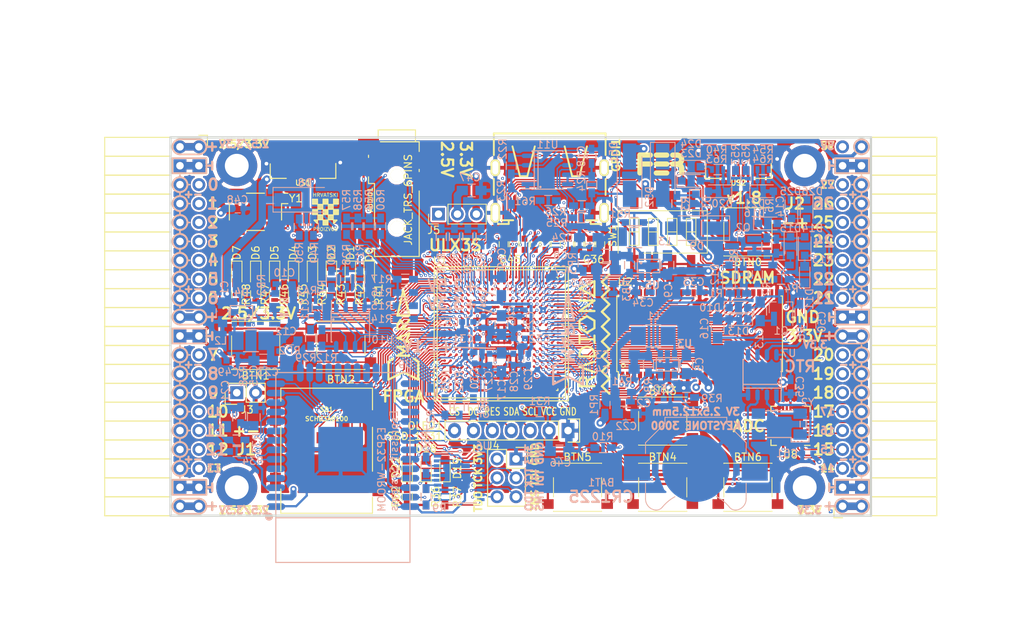
<source format=kicad_pcb>
(kicad_pcb (version 4) (host pcbnew 4.0.7+dfsg1-1)
  (layers (0 F.Cu signal) (1 In1.Cu signal) (2 In2.Cu signal) (31 B.Cu signal) (34 B.Paste user) (35 F.Paste user) (36 B.SilkS user) (37 F.SilkS user) (38 B.Mask user) (39 F.Mask user) (44 Edge.Cuts user))
  (net 0 "")
  (net 1 GND)
  (net 2 +5V)
  (net 3 /gpio/IN5V)
  (net 4 /gpio/OUT5V)
  (net 5 +3V3)
  (net 6 BTN_D)
  (net 7 BTN_F1)
  (net 8 BTN_F2)
  (net 9 BTN_L)
  (net 10 BTN_R)
  (net 11 BTN_U)
  (net 12 /power/FB1)
  (net 13 +2V5)
  (net 14 /power/PWREN)
  (net 15 /power/FB3)
  (net 16 /power/FB2)
  (net 17 "Net-(D9-Pad1)")
  (net 18 /power/VBAT)
  (net 19 JTAG_TDI)
  (net 20 JTAG_TCK)
  (net 21 JTAG_TMS)
  (net 22 JTAG_TDO)
  (net 23 /power/WAKEUPn)
  (net 24 /power/WKUP)
  (net 25 /power/SHUT)
  (net 26 /power/WAKE)
  (net 27 /power/HOLD)
  (net 28 /power/WKn)
  (net 29 /power/OSCI_32k)
  (net 30 /power/OSCO_32k)
  (net 31 "Net-(Q2-Pad3)")
  (net 32 SHUTDOWN)
  (net 33 /analog/AUDIO_L)
  (net 34 /analog/AUDIO_R)
  (net 35 GPDI_SDA)
  (net 36 GPDI_SCL)
  (net 37 /gpdi/VREF2)
  (net 38 SD_CMD)
  (net 39 SD_CLK)
  (net 40 SD_D0)
  (net 41 SD_D1)
  (net 42 USB5V)
  (net 43 GPDI_CEC)
  (net 44 nRESET)
  (net 45 FTDI_nDTR)
  (net 46 SDRAM_CKE)
  (net 47 SDRAM_A7)
  (net 48 SDRAM_D15)
  (net 49 SDRAM_BA1)
  (net 50 SDRAM_D7)
  (net 51 SDRAM_A6)
  (net 52 SDRAM_CLK)
  (net 53 SDRAM_D13)
  (net 54 SDRAM_BA0)
  (net 55 SDRAM_D6)
  (net 56 SDRAM_A5)
  (net 57 SDRAM_D14)
  (net 58 SDRAM_A11)
  (net 59 SDRAM_D12)
  (net 60 SDRAM_D5)
  (net 61 SDRAM_A4)
  (net 62 SDRAM_A10)
  (net 63 SDRAM_D11)
  (net 64 SDRAM_A3)
  (net 65 SDRAM_D4)
  (net 66 SDRAM_D10)
  (net 67 SDRAM_D9)
  (net 68 SDRAM_A9)
  (net 69 SDRAM_D3)
  (net 70 SDRAM_D8)
  (net 71 SDRAM_A8)
  (net 72 SDRAM_A2)
  (net 73 SDRAM_A1)
  (net 74 SDRAM_A0)
  (net 75 SDRAM_D2)
  (net 76 SDRAM_D1)
  (net 77 SDRAM_D0)
  (net 78 SDRAM_DQM0)
  (net 79 SDRAM_nCS)
  (net 80 SDRAM_nRAS)
  (net 81 SDRAM_DQM1)
  (net 82 SDRAM_nCAS)
  (net 83 SDRAM_nWE)
  (net 84 /flash/FLASH_nWP)
  (net 85 /flash/FLASH_nHOLD)
  (net 86 /flash/FLASH_MOSI)
  (net 87 /flash/FLASH_MISO)
  (net 88 /flash/FLASH_SCK)
  (net 89 /flash/FLASH_nCS)
  (net 90 /flash/FPGA_PROGRAMN)
  (net 91 /flash/FPGA_DONE)
  (net 92 /flash/FPGA_INITN)
  (net 93 OLED_RES)
  (net 94 OLED_DC)
  (net 95 OLED_CS)
  (net 96 WIFI_EN)
  (net 97 FTDI_nRTS)
  (net 98 FTDI_TXD)
  (net 99 FTDI_RXD)
  (net 100 WIFI_RXD)
  (net 101 WIFI_GPIO0)
  (net 102 WIFI_TXD)
  (net 103 USB_FTDI_D+)
  (net 104 USB_FTDI_D-)
  (net 105 SD_D3)
  (net 106 AUDIO_L3)
  (net 107 AUDIO_L2)
  (net 108 AUDIO_L1)
  (net 109 AUDIO_L0)
  (net 110 AUDIO_R3)
  (net 111 AUDIO_R2)
  (net 112 AUDIO_R1)
  (net 113 AUDIO_R0)
  (net 114 OLED_CLK)
  (net 115 OLED_MOSI)
  (net 116 LED0)
  (net 117 LED1)
  (net 118 LED2)
  (net 119 LED3)
  (net 120 LED4)
  (net 121 LED5)
  (net 122 LED6)
  (net 123 LED7)
  (net 124 BTN_PWRn)
  (net 125 FTDI_nTXLED)
  (net 126 FTDI_nSLEEP)
  (net 127 /blinkey/LED_PWREN)
  (net 128 /blinkey/LED_TXLED)
  (net 129 /sdcard/SD3V3)
  (net 130 SD_D2)
  (net 131 CLK_25MHz)
  (net 132 /blinkey/BTNPUL)
  (net 133 /blinkey/BTNPUR)
  (net 134 USB_FPGA_D+)
  (net 135 /power/FTDI_nSUSPEND)
  (net 136 /blinkey/ALED0)
  (net 137 /blinkey/ALED1)
  (net 138 /blinkey/ALED2)
  (net 139 /blinkey/ALED3)
  (net 140 /blinkey/ALED4)
  (net 141 /blinkey/ALED5)
  (net 142 /blinkey/ALED6)
  (net 143 /blinkey/ALED7)
  (net 144 /usb/FTD-)
  (net 145 /usb/FTD+)
  (net 146 ADC_MISO)
  (net 147 ADC_MOSI)
  (net 148 ADC_CSn)
  (net 149 ADC_SCLK)
  (net 150 SW3)
  (net 151 SW2)
  (net 152 SW1)
  (net 153 USB_FPGA_D-)
  (net 154 /usb/FPD+)
  (net 155 /usb/FPD-)
  (net 156 WIFI_GPIO16)
  (net 157 /usb/ANT_433MHz)
  (net 158 /power/PWRBTn)
  (net 159 PROG_DONE)
  (net 160 /power/P3V3)
  (net 161 /power/P2V5)
  (net 162 /power/L1)
  (net 163 /power/L3)
  (net 164 /power/L2)
  (net 165 FTDI_TXDEN)
  (net 166 SDRAM_A12)
  (net 167 /analog/AUDIO_V)
  (net 168 AUDIO_V3)
  (net 169 AUDIO_V2)
  (net 170 AUDIO_V1)
  (net 171 AUDIO_V0)
  (net 172 /blinkey/LED_WIFI)
  (net 173 /power/P1V1)
  (net 174 +1V1)
  (net 175 SW4)
  (net 176 /blinkey/SWPU)
  (net 177 /wifi/WIFIEN)
  (net 178 FT2V5)
  (net 179 GN0)
  (net 180 GP0)
  (net 181 GN1)
  (net 182 GP1)
  (net 183 GN2)
  (net 184 GP2)
  (net 185 GN3)
  (net 186 GP3)
  (net 187 GN4)
  (net 188 GP4)
  (net 189 GN5)
  (net 190 GP5)
  (net 191 GN6)
  (net 192 GP6)
  (net 193 GN14)
  (net 194 GP14)
  (net 195 GN15)
  (net 196 GP15)
  (net 197 GN16)
  (net 198 GP16)
  (net 199 GN17)
  (net 200 GP17)
  (net 201 GN18)
  (net 202 GP18)
  (net 203 GN19)
  (net 204 GP19)
  (net 205 GN20)
  (net 206 GP20)
  (net 207 GN21)
  (net 208 GP21)
  (net 209 GN22)
  (net 210 GP22)
  (net 211 GN23)
  (net 212 GP23)
  (net 213 GN24)
  (net 214 GP24)
  (net 215 GN25)
  (net 216 GP25)
  (net 217 GN26)
  (net 218 GP26)
  (net 219 GN27)
  (net 220 GP27)
  (net 221 GN7)
  (net 222 GP7)
  (net 223 GN8)
  (net 224 GP8)
  (net 225 GN9)
  (net 226 GP9)
  (net 227 GN10)
  (net 228 GP10)
  (net 229 GN11)
  (net 230 GP11)
  (net 231 GN12)
  (net 232 GP12)
  (net 233 GN13)
  (net 234 GP13)
  (net 235 WIFI_GPIO5)
  (net 236 WIFI_GPIO17)
  (net 237 USB_FPGA_PULL_D+)
  (net 238 USB_FPGA_PULL_D-)
  (net 239 "Net-(D23-Pad2)")
  (net 240 "Net-(D24-Pad1)")
  (net 241 "Net-(D25-Pad2)")
  (net 242 "Net-(D26-Pad1)")
  (net 243 /gpdi/GPDI_ETH+)
  (net 244 FPDI_ETH+)
  (net 245 /gpdi/GPDI_ETH-)
  (net 246 FPDI_ETH-)
  (net 247 /gpdi/GPDI_D2-)
  (net 248 FPDI_D2-)
  (net 249 /gpdi/GPDI_D1-)
  (net 250 FPDI_D1-)
  (net 251 /gpdi/GPDI_D0-)
  (net 252 FPDI_D0-)
  (net 253 /gpdi/GPDI_CLK-)
  (net 254 FPDI_CLK-)
  (net 255 /gpdi/GPDI_D2+)
  (net 256 FPDI_D2+)
  (net 257 /gpdi/GPDI_D1+)
  (net 258 FPDI_D1+)
  (net 259 /gpdi/GPDI_D0+)
  (net 260 FPDI_D0+)
  (net 261 /gpdi/GPDI_CLK+)
  (net 262 FPDI_CLK+)
  (net 263 FPDI_SDA)
  (net 264 FPDI_SCL)
  (net 265 /gpdi/FPDI_CEC)
  (net 266 2V5_3V3)
  (module Pin_Headers:Pin_Header_Straight_1x03_Pitch2.54mm (layer F.Cu) (at 130.056 71.725 90)
    (fp_text reference J5 (at -2.159 -0.635 180) (layer F.SilkS))
    (fp_text value VJ1)
    (pad 1 thru_hole rect (at 0 0 90) (size 1.7 1.7) (drill 1) (layers *.Cu *.Mask) (net 13 +2V5))
    (pad 2 thru_hole oval (at 0 2.54 90) (size 1.7 1.7) (drill 1) (layers *.Cu *.Mask) (net 266 2V5_3V3))
    (pad 3 thru_hole oval (at 0 5.08 90) (size 1.7 1.7) (drill 1) (layers *.Cu *.Mask) (net 5 +3V3))
  )
  (module Resistors_SMD:R_0603_HandSoldering (layer B.Cu) (at 169.919 66.965 90)
    (fp_text reference R53 (at 3.259 0 270) (layer B.SilkS) (effects (justify mirror)))
    (fp_text value 27)
    (pad 1 smd rect (at -1.1 0 90) (size 1.2 0.9) (layers B.Cu B.Paste B.Mask) (net 134 USB_FPGA_D+))
    (pad 2 smd rect (at 1.1 0 90) (size 1.2 0.9) (layers B.Cu B.Paste B.Mask) (net 154 /usb/FPD+))
  )
  (module Socket_Strips:Socket_Strip_Angled_2x20 (layer F.Cu) (at 97.91 62.69 270)
    (fp_text reference J1 (at 40.64 -6.35 360) (layer F.SilkS) (effects (font (size 1.5 1.5) (thickness 0.3))))
    (fp_text value CONN_02X20 hide)
    (pad 1 thru_hole oval (at 0 0 270) (size 1.7272 1.7272) (drill 1.016) (layers *.Cu *.Mask) (net 266 2V5_3V3))
    (pad 2 thru_hole oval (at 0 2.54 270) (size 1.7272 1.7272) (drill 1.016) (layers *.Cu *.Mask) (net 266 2V5_3V3))
    (pad 3 thru_hole rect (at 2.54 0 270) (size 1.7272 1.7272) (drill 1.016) (layers *.Cu *.Mask) (net 1 GND))
    (pad 4 thru_hole rect (at 2.54 2.54 270) (size 1.7272 1.7272) (drill 1.016) (layers *.Cu *.Mask) (net 1 GND))
    (pad 5 thru_hole oval (at 5.08 0 270) (size 1.7272 1.7272) (drill 1.016) (layers *.Cu *.Mask) (net 179 GN0))
    (pad 6 thru_hole oval (at 5.08 2.54 270) (size 1.7272 1.7272) (drill 1.016) (layers *.Cu *.Mask) (net 180 GP0))
    (pad 7 thru_hole oval (at 7.62 0 270) (size 1.7272 1.7272) (drill 1.016) (layers *.Cu *.Mask) (net 181 GN1))
    (pad 8 thru_hole oval (at 7.62 2.54 270) (size 1.7272 1.7272) (drill 1.016) (layers *.Cu *.Mask) (net 182 GP1))
    (pad 9 thru_hole oval (at 10.16 0 270) (size 1.7272 1.7272) (drill 1.016) (layers *.Cu *.Mask) (net 183 GN2))
    (pad 10 thru_hole oval (at 10.16 2.54 270) (size 1.7272 1.7272) (drill 1.016) (layers *.Cu *.Mask) (net 184 GP2))
    (pad 11 thru_hole oval (at 12.7 0 270) (size 1.7272 1.7272) (drill 1.016) (layers *.Cu *.Mask) (net 185 GN3))
    (pad 12 thru_hole oval (at 12.7 2.54 270) (size 1.7272 1.7272) (drill 1.016) (layers *.Cu *.Mask) (net 186 GP3))
    (pad 13 thru_hole oval (at 15.24 0 270) (size 1.7272 1.7272) (drill 1.016) (layers *.Cu *.Mask) (net 187 GN4))
    (pad 14 thru_hole oval (at 15.24 2.54 270) (size 1.7272 1.7272) (drill 1.016) (layers *.Cu *.Mask) (net 188 GP4))
    (pad 15 thru_hole oval (at 17.78 0 270) (size 1.7272 1.7272) (drill 1.016) (layers *.Cu *.Mask) (net 189 GN5))
    (pad 16 thru_hole oval (at 17.78 2.54 270) (size 1.7272 1.7272) (drill 1.016) (layers *.Cu *.Mask) (net 190 GP5))
    (pad 17 thru_hole oval (at 20.32 0 270) (size 1.7272 1.7272) (drill 1.016) (layers *.Cu *.Mask) (net 191 GN6))
    (pad 18 thru_hole oval (at 20.32 2.54 270) (size 1.7272 1.7272) (drill 1.016) (layers *.Cu *.Mask) (net 192 GP6))
    (pad 19 thru_hole oval (at 22.86 0 270) (size 1.7272 1.7272) (drill 1.016) (layers *.Cu *.Mask) (net 266 2V5_3V3))
    (pad 20 thru_hole oval (at 22.86 2.54 270) (size 1.7272 1.7272) (drill 1.016) (layers *.Cu *.Mask) (net 266 2V5_3V3))
    (pad 21 thru_hole rect (at 25.4 0 270) (size 1.7272 1.7272) (drill 1.016) (layers *.Cu *.Mask) (net 1 GND))
    (pad 22 thru_hole rect (at 25.4 2.54 270) (size 1.7272 1.7272) (drill 1.016) (layers *.Cu *.Mask) (net 1 GND))
    (pad 23 thru_hole oval (at 27.94 0 270) (size 1.7272 1.7272) (drill 1.016) (layers *.Cu *.Mask) (net 221 GN7))
    (pad 24 thru_hole oval (at 27.94 2.54 270) (size 1.7272 1.7272) (drill 1.016) (layers *.Cu *.Mask) (net 222 GP7))
    (pad 25 thru_hole oval (at 30.48 0 270) (size 1.7272 1.7272) (drill 1.016) (layers *.Cu *.Mask) (net 223 GN8))
    (pad 26 thru_hole oval (at 30.48 2.54 270) (size 1.7272 1.7272) (drill 1.016) (layers *.Cu *.Mask) (net 224 GP8))
    (pad 27 thru_hole oval (at 33.02 0 270) (size 1.7272 1.7272) (drill 1.016) (layers *.Cu *.Mask) (net 225 GN9))
    (pad 28 thru_hole oval (at 33.02 2.54 270) (size 1.7272 1.7272) (drill 1.016) (layers *.Cu *.Mask) (net 226 GP9))
    (pad 29 thru_hole oval (at 35.56 0 270) (size 1.7272 1.7272) (drill 1.016) (layers *.Cu *.Mask) (net 227 GN10))
    (pad 30 thru_hole oval (at 35.56 2.54 270) (size 1.7272 1.7272) (drill 1.016) (layers *.Cu *.Mask) (net 228 GP10))
    (pad 31 thru_hole oval (at 38.1 0 270) (size 1.7272 1.7272) (drill 1.016) (layers *.Cu *.Mask) (net 229 GN11))
    (pad 32 thru_hole oval (at 38.1 2.54 270) (size 1.7272 1.7272) (drill 1.016) (layers *.Cu *.Mask) (net 230 GP11))
    (pad 33 thru_hole oval (at 40.64 0 270) (size 1.7272 1.7272) (drill 1.016) (layers *.Cu *.Mask) (net 231 GN12))
    (pad 34 thru_hole oval (at 40.64 2.54 270) (size 1.7272 1.7272) (drill 1.016) (layers *.Cu *.Mask) (net 232 GP12))
    (pad 35 thru_hole oval (at 43.18 0 270) (size 1.7272 1.7272) (drill 1.016) (layers *.Cu *.Mask) (net 233 GN13))
    (pad 36 thru_hole oval (at 43.18 2.54 270) (size 1.7272 1.7272) (drill 1.016) (layers *.Cu *.Mask) (net 234 GP13))
    (pad 37 thru_hole rect (at 45.72 0 270) (size 1.7272 1.7272) (drill 1.016) (layers *.Cu *.Mask) (net 1 GND))
    (pad 38 thru_hole rect (at 45.72 2.54 270) (size 1.7272 1.7272) (drill 1.016) (layers *.Cu *.Mask) (net 1 GND))
    (pad 39 thru_hole oval (at 48.26 0 270) (size 1.7272 1.7272) (drill 1.016) (layers *.Cu *.Mask) (net 266 2V5_3V3))
    (pad 40 thru_hole oval (at 48.26 2.54 270) (size 1.7272 1.7272) (drill 1.016) (layers *.Cu *.Mask) (net 266 2V5_3V3))
  )
  (module SMD_Packages:1Pin (layer F.Cu) (at 182.67515 111.637626)
    (fp_text reference AE1 hide)
    (fp_text value 433MHz hide)
    (pad 1 smd rect (at 0 0) (size 0.5 0.5) (layers B.Cu F.Paste F.Mask) (net 157 /usb/ANT_433MHz))
  )
  (module Resistors_SMD:R_0603_HandSoldering (layer B.Cu) (at 103.498 98.758 90)
    (fp_text reference R38 (at 5.334 0.396 90) (layer B.SilkS) (effects (justify mirror)))
    (fp_text value 0.47)
    (pad 1 smd rect (at -1.1 0 90) (size 1.2 0.9) (layers B.Cu B.Paste B.Mask) (net 129 /sdcard/SD3V3))
    (pad 2 smd rect (at 1.1 0 90) (size 1.2 0.9) (layers B.Cu B.Paste B.Mask) (net 5 +3V3))
  )
  (module Diodes_SMD:D_SMA_Handsoldering (layer B.Cu) (at 155.695 66.5 90)
    (fp_text reference D51 (at 3.048 -2.159 90) (layer B.SilkS) (effects (justify mirror)))
    (fp_text value STPS2L30AF hide)
    (pad 1 smd rect (at -2.5 0 90) (size 3.5 1.8) (layers B.Cu B.Paste B.Mask) (net 2 +5V))
    (pad 2 smd rect (at 2.5 0 90) (size 3.5 1.8) (layers B.Cu B.Paste B.Mask) (net 3 /gpio/IN5V))
  )
  (module Resistors_SMD:R_0603_HandSoldering (layer B.Cu) (at 156.33 72.85 180)
    (fp_text reference R51 (at 1.905 1.143 180) (layer B.SilkS) (effects (justify mirror)))
    (fp_text value 150)
    (pad 1 smd rect (at -1.1 0 180) (size 1.2 0.9) (layers B.Cu B.Paste B.Mask) (net 5 +3V3))
    (pad 2 smd rect (at 1.1 0 180) (size 1.2 0.9) (layers B.Cu B.Paste B.Mask) (net 176 /blinkey/SWPU))
  )
  (module Resistors_SMD:R_1210_HandSoldering (layer B.Cu) (at 158.87 88.09 180)
    (fp_text reference L1 (at 0 2.7 180) (layer B.SilkS) (effects (justify mirror)))
    (fp_text value 2.2uH)
    (pad 1 smd rect (at -2 0 180) (size 2 2.5) (layers B.Cu B.Paste B.Mask) (net 162 /power/L1))
    (pad 2 smd rect (at 2 0 180) (size 2 2.5) (layers B.Cu B.Paste B.Mask) (net 173 /power/P1V1))
  )
  (module TSOT-25:TSOT-25 (layer B.Cu) (at 160.775 91.9)
    (fp_text reference U3 (at 2.301 -2.776) (layer B.SilkS) (effects (font (thickness 0.2)) (justify mirror)))
    (fp_text value TLV62569DBV)
    (pad 1 smd rect (at -0.95 -1.3) (size 0.7 1.2) (layers B.Cu B.Paste B.Mask) (net 14 /power/PWREN))
    (pad 2 smd rect (at 0 -1.3) (size 0.7 1.2) (layers B.Cu B.Paste B.Mask) (net 1 GND))
    (pad 3 smd rect (at 0.95 -1.3) (size 0.7 1.2) (layers B.Cu B.Paste B.Mask) (net 162 /power/L1))
    (pad 4 smd rect (at 0.95 1.3) (size 0.7 1.2) (layers B.Cu B.Paste B.Mask) (net 2 +5V))
    (pad 5 smd rect (at -0.95 1.3) (size 0.7 1.2) (layers B.Cu B.Paste B.Mask) (net 12 /power/FB1))
  )
  (module Resistors_SMD:R_1210_HandSoldering (layer B.Cu) (at 104.895 88.725)
    (fp_text reference L2 (at -4.064 0) (layer B.SilkS) (effects (justify mirror)))
    (fp_text value 2.2uH)
    (pad 1 smd rect (at -2 0) (size 2 2.5) (layers B.Cu B.Paste B.Mask) (net 164 /power/L2))
    (pad 2 smd rect (at 2 0) (size 2 2.5) (layers B.Cu B.Paste B.Mask) (net 161 /power/P2V5))
  )
  (module TSOT-25:TSOT-25 (layer B.Cu) (at 103.625 84.915 180)
    (fp_text reference U4 (at 0 2.697 180) (layer B.SilkS) (effects (font (thickness 0.2)) (justify mirror)))
    (fp_text value TLV62569DBV)
    (pad 1 smd rect (at -0.95 -1.3 180) (size 0.7 1.2) (layers B.Cu B.Paste B.Mask) (net 14 /power/PWREN))
    (pad 2 smd rect (at 0 -1.3 180) (size 0.7 1.2) (layers B.Cu B.Paste B.Mask) (net 1 GND))
    (pad 3 smd rect (at 0.95 -1.3 180) (size 0.7 1.2) (layers B.Cu B.Paste B.Mask) (net 164 /power/L2))
    (pad 4 smd rect (at 0.95 1.3 180) (size 0.7 1.2) (layers B.Cu B.Paste B.Mask) (net 2 +5V))
    (pad 5 smd rect (at -0.95 1.3 180) (size 0.7 1.2) (layers B.Cu B.Paste B.Mask) (net 16 /power/FB2))
  )
  (module Resistors_SMD:R_1210_HandSoldering (layer B.Cu) (at 156.33 74.755 180)
    (fp_text reference L3 (at -4.064 -0.635 180) (layer B.SilkS) (effects (justify mirror)))
    (fp_text value 2.2uH)
    (pad 1 smd rect (at -2 0 180) (size 2 2.5) (layers B.Cu B.Paste B.Mask) (net 163 /power/L3))
    (pad 2 smd rect (at 2 0 180) (size 2 2.5) (layers B.Cu B.Paste B.Mask) (net 160 /power/P3V3))
  )
  (module TSOT-25:TSOT-25 (layer B.Cu) (at 158.235 78.692)
    (fp_text reference U5 (at 0.523 2.558) (layer B.SilkS) (effects (font (thickness 0.2)) (justify mirror)))
    (fp_text value TLV62569DBV)
    (pad 1 smd rect (at -0.95 -1.3) (size 0.7 1.2) (layers B.Cu B.Paste B.Mask) (net 14 /power/PWREN))
    (pad 2 smd rect (at 0 -1.3) (size 0.7 1.2) (layers B.Cu B.Paste B.Mask) (net 1 GND))
    (pad 3 smd rect (at 0.95 -1.3) (size 0.7 1.2) (layers B.Cu B.Paste B.Mask) (net 163 /power/L3))
    (pad 4 smd rect (at 0.95 1.3) (size 0.7 1.2) (layers B.Cu B.Paste B.Mask) (net 2 +5V))
    (pad 5 smd rect (at -0.95 1.3) (size 0.7 1.2) (layers B.Cu B.Paste B.Mask) (net 15 /power/FB3))
  )
  (module Capacitors_SMD:C_0805_HandSoldering (layer B.Cu) (at 101.085 84.915 270)
    (fp_text reference C1 (at -3.302 -0.254 270) (layer B.SilkS) (effects (justify mirror)))
    (fp_text value 22uF)
    (pad 1 smd rect (at -1.25 0 270) (size 1.5 1.25) (layers B.Cu B.Paste B.Mask) (net 2 +5V))
    (pad 2 smd rect (at 1.25 0 270) (size 1.5 1.25) (layers B.Cu B.Paste B.Mask) (net 1 GND))
  )
  (module Capacitors_SMD:C_0805_HandSoldering (layer B.Cu) (at 155.06 90.63)
    (fp_text reference C3 (at -3.048 0) (layer B.SilkS) (effects (justify mirror)))
    (fp_text value 22uF)
    (pad 1 smd rect (at -1.25 0) (size 1.5 1.25) (layers B.Cu B.Paste B.Mask) (net 173 /power/P1V1))
    (pad 2 smd rect (at 1.25 0) (size 1.5 1.25) (layers B.Cu B.Paste B.Mask) (net 1 GND))
  )
  (module Capacitors_SMD:C_0805_HandSoldering (layer B.Cu) (at 155.06 92.535)
    (fp_text reference C4 (at -3.048 0.127) (layer B.SilkS) (effects (justify mirror)))
    (fp_text value 22uF)
    (pad 1 smd rect (at -1.25 0) (size 1.5 1.25) (layers B.Cu B.Paste B.Mask) (net 173 /power/P1V1))
    (pad 2 smd rect (at 1.25 0) (size 1.5 1.25) (layers B.Cu B.Paste B.Mask) (net 1 GND))
  )
  (module Capacitors_SMD:C_0805_HandSoldering (layer B.Cu) (at 163.315 91.9 90)
    (fp_text reference C5 (at 0 1.765 90) (layer B.SilkS) (effects (justify mirror)))
    (fp_text value 22uF)
    (pad 1 smd rect (at -1.25 0 90) (size 1.5 1.25) (layers B.Cu B.Paste B.Mask) (net 2 +5V))
    (pad 2 smd rect (at 1.25 0 90) (size 1.5 1.25) (layers B.Cu B.Paste B.Mask) (net 1 GND))
  )
  (module Capacitors_SMD:C_0805_HandSoldering (layer B.Cu) (at 152.52 79.2)
    (fp_text reference C7 (at -6.096 0) (layer B.SilkS) (effects (justify mirror)))
    (fp_text value 22uF)
    (pad 1 smd rect (at -1.25 0) (size 1.5 1.25) (layers B.Cu B.Paste B.Mask) (net 160 /power/P3V3))
    (pad 2 smd rect (at 1.25 0) (size 1.5 1.25) (layers B.Cu B.Paste B.Mask) (net 1 GND))
  )
  (module Capacitors_SMD:C_0805_HandSoldering (layer B.Cu) (at 152.52 77.295)
    (fp_text reference C8 (at -6.096 0) (layer B.SilkS) (effects (justify mirror)))
    (fp_text value 22uF)
    (pad 1 smd rect (at -1.25 0) (size 1.5 1.25) (layers B.Cu B.Paste B.Mask) (net 160 /power/P3V3))
    (pad 2 smd rect (at 1.25 0) (size 1.5 1.25) (layers B.Cu B.Paste B.Mask) (net 1 GND))
  )
  (module Capacitors_SMD:C_0805_HandSoldering (layer B.Cu) (at 160.775 78.565 90)
    (fp_text reference C9 (at -3.429 0.127 90) (layer B.SilkS) (effects (justify mirror)))
    (fp_text value 22uF)
    (pad 1 smd rect (at -1.25 0 90) (size 1.5 1.25) (layers B.Cu B.Paste B.Mask) (net 2 +5V))
    (pad 2 smd rect (at 1.25 0 90) (size 1.5 1.25) (layers B.Cu B.Paste B.Mask) (net 1 GND))
  )
  (module Capacitors_SMD:C_0805_HandSoldering (layer B.Cu) (at 109.34 84.28 180)
    (fp_text reference C11 (at -2.794 -0.254 270) (layer B.SilkS) (effects (justify mirror)))
    (fp_text value 22uF)
    (pad 1 smd rect (at -1.25 0 180) (size 1.5 1.25) (layers B.Cu B.Paste B.Mask) (net 161 /power/P2V5))
    (pad 2 smd rect (at 1.25 0 180) (size 1.5 1.25) (layers B.Cu B.Paste B.Mask) (net 1 GND))
  )
  (module Capacitors_SMD:C_0805_HandSoldering (layer B.Cu) (at 109.34 86.185 180)
    (fp_text reference C12 (at -0.254 -1.27 360) (layer B.SilkS) (effects (justify mirror)))
    (fp_text value 22uF)
    (pad 1 smd rect (at -1.25 0 180) (size 1.5 1.25) (layers B.Cu B.Paste B.Mask) (net 161 /power/P2V5))
    (pad 2 smd rect (at 1.25 0 180) (size 1.5 1.25) (layers B.Cu B.Paste B.Mask) (net 1 GND))
  )
  (module Capacitors_SMD:C_0805_HandSoldering (layer B.Cu) (at 173.221 84.788 90)
    (fp_text reference C13 (at -3.556 -0.112 90) (layer B.SilkS) (effects (justify mirror)))
    (fp_text value 2.2uF)
    (pad 1 smd rect (at -1.25 0 90) (size 1.5 1.25) (layers B.Cu B.Paste B.Mask) (net 2 +5V))
    (pad 2 smd rect (at 1.25 0 90) (size 1.5 1.25) (layers B.Cu B.Paste B.Mask) (net 24 /power/WKUP))
  )
  (module TO_SOT_Packages_SMD:SOT-23_Handsoldering (layer B.Cu) (at 176.015 84.28 90)
    (fp_text reference Q1 (at -3.1115 0 180) (layer B.SilkS) (effects (justify mirror)))
    (fp_text value BC857)
    (pad 1 smd rect (at -1.5 0.95 90) (size 1.9 0.8) (layers B.Cu B.Paste B.Mask) (net 28 /power/WKn))
    (pad 2 smd rect (at -1.5 -0.95 90) (size 1.9 0.8) (layers B.Cu B.Paste B.Mask) (net 2 +5V))
    (pad 3 smd rect (at 1.5 0 90) (size 1.9 0.8) (layers B.Cu B.Paste B.Mask) (net 24 /power/WKUP))
  )
  (module TO_SOT_Packages_SMD:SOT-23_Handsoldering (layer B.Cu) (at 170.935 76.025 180)
    (fp_text reference Q2 (at 0 2.5 180) (layer B.SilkS) (effects (justify mirror)))
    (fp_text value 2N7002)
    (pad 1 smd rect (at -1.5 0.95 180) (size 1.9 0.8) (layers B.Cu B.Paste B.Mask) (net 25 /power/SHUT))
    (pad 2 smd rect (at -1.5 -0.95 180) (size 1.9 0.8) (layers B.Cu B.Paste B.Mask) (net 1 GND))
    (pad 3 smd rect (at 1.5 0 180) (size 1.9 0.8) (layers B.Cu B.Paste B.Mask) (net 31 "Net-(Q2-Pad3)"))
  )
  (module Capacitors_SMD:C_0603_HandSoldering (layer B.Cu) (at 154.86 96.91)
    (fp_text reference C2 (at 2.74 0.197) (layer B.SilkS) (effects (justify mirror)))
    (fp_text value 470pF)
    (pad 1 smd rect (at -0.95 0) (size 1.2 0.75) (layers B.Cu B.Paste B.Mask) (net 173 /power/P1V1))
    (pad 2 smd rect (at 0.95 0) (size 1.2 0.75) (layers B.Cu B.Paste B.Mask) (net 12 /power/FB1))
  )
  (module Capacitors_SMD:C_0603_HandSoldering (layer B.Cu) (at 152.52 82.375)
    (fp_text reference C6 (at -2.794 0.127) (layer B.SilkS) (effects (justify mirror)))
    (fp_text value 470pF)
    (pad 1 smd rect (at -0.95 0) (size 1.2 0.75) (layers B.Cu B.Paste B.Mask) (net 160 /power/P3V3))
    (pad 2 smd rect (at 0.95 0) (size 1.2 0.75) (layers B.Cu B.Paste B.Mask) (net 15 /power/FB3))
  )
  (module Capacitors_SMD:C_0603_HandSoldering (layer B.Cu) (at 109.34 81.105 180)
    (fp_text reference C10 (at -0.04 1.505 180) (layer B.SilkS) (effects (justify mirror)))
    (fp_text value 470pF)
    (pad 1 smd rect (at -0.95 0 180) (size 1.2 0.75) (layers B.Cu B.Paste B.Mask) (net 161 /power/P2V5))
    (pad 2 smd rect (at 0.95 0 180) (size 1.2 0.75) (layers B.Cu B.Paste B.Mask) (net 16 /power/FB2))
  )
  (module Capacitors_SMD:C_0603_HandSoldering (layer B.Cu) (at 175.38 76.025 270)
    (fp_text reference C14 (at -5.334 -0.508 270) (layer B.SilkS) (effects (justify mirror)))
    (fp_text value 100nF)
    (pad 1 smd rect (at -0.95 0 270) (size 1.2 0.75) (layers B.Cu B.Paste B.Mask) (net 25 /power/SHUT))
    (pad 2 smd rect (at 0.95 0 270) (size 1.2 0.75) (layers B.Cu B.Paste B.Mask) (net 1 GND))
  )
  (module Resistors_SMD:R_0603_HandSoldering (layer B.Cu) (at 170.3 82.375)
    (fp_text reference R1 (at -3.048 0) (layer B.SilkS) (effects (justify mirror)))
    (fp_text value 15k)
    (pad 1 smd rect (at -1.1 0) (size 1.2 0.9) (layers B.Cu B.Paste B.Mask) (net 26 /power/WAKE))
    (pad 2 smd rect (at 1.1 0) (size 1.2 0.9) (layers B.Cu B.Paste B.Mask) (net 14 /power/PWREN))
  )
  (module Resistors_SMD:R_0603_HandSoldering (layer B.Cu) (at 172.84 79.835 90)
    (fp_text reference R2 (at -1.905 1.27 90) (layer B.SilkS) (effects (justify mirror)))
    (fp_text value 47k)
    (pad 1 smd rect (at -1.1 0 90) (size 1.2 0.9) (layers B.Cu B.Paste B.Mask) (net 14 /power/PWREN))
    (pad 2 smd rect (at 1.1 0 90) (size 1.2 0.9) (layers B.Cu B.Paste B.Mask) (net 1 GND))
  )
  (module Resistors_SMD:R_0603_HandSoldering (layer B.Cu) (at 176.015 80.47 180)
    (fp_text reference R4 (at -1.397 -1.27 360) (layer B.SilkS) (effects (justify mirror)))
    (fp_text value 4.7k)
    (pad 1 smd rect (at -1.1 0 180) (size 1.2 0.9) (layers B.Cu B.Paste B.Mask) (net 27 /power/HOLD))
    (pad 2 smd rect (at 1.1 0 180) (size 1.2 0.9) (layers B.Cu B.Paste B.Mask) (net 14 /power/PWREN))
  )
  (module Resistors_SMD:R_0603_HandSoldering (layer B.Cu) (at 174.11 76.025 270)
    (fp_text reference R5 (at -5.461 -0.381 270) (layer B.SilkS) (effects (justify mirror)))
    (fp_text value 4.7M)
    (pad 1 smd rect (at -1.1 0 270) (size 1.2 0.9) (layers B.Cu B.Paste B.Mask) (net 25 /power/SHUT))
    (pad 2 smd rect (at 1.1 0 270) (size 1.2 0.9) (layers B.Cu B.Paste B.Mask) (net 1 GND))
  )
  (module Resistors_SMD:R_0603_HandSoldering (layer B.Cu) (at 178.555 84.915 270)
    (fp_text reference R6 (at 2.812 -0.142 270) (layer B.SilkS) (effects (justify mirror)))
    (fp_text value 1k)
    (pad 1 smd rect (at -1.1 0 270) (size 1.2 0.9) (layers B.Cu B.Paste B.Mask) (net 28 /power/WKn))
    (pad 2 smd rect (at 1.1 0 270) (size 1.2 0.9) (layers B.Cu B.Paste B.Mask) (net 23 /power/WAKEUPn))
  )
  (module Resistors_SMD:R_0603_HandSoldering (layer B.Cu) (at 113.785 84.28 270)
    (fp_text reference R7 (at -2.794 -0.635 270) (layer B.SilkS) (effects (justify mirror)))
    (fp_text value 150)
    (pad 1 smd rect (at -1.1 0 270) (size 1.2 0.9) (layers B.Cu B.Paste B.Mask) (net 5 +3V3))
    (pad 2 smd rect (at 1.1 0 270) (size 1.2 0.9) (layers B.Cu B.Paste B.Mask) (net 132 /blinkey/BTNPUL))
  )
  (module Resistors_SMD:R_0603_HandSoldering (layer B.Cu) (at 170.935 79.835 90)
    (fp_text reference R8 (at 2.54 -1.27 90) (layer B.SilkS) (effects (justify mirror)))
    (fp_text value 1k)
    (pad 1 smd rect (at -1.1 0 90) (size 1.2 0.9) (layers B.Cu B.Paste B.Mask) (net 14 /power/PWREN))
    (pad 2 smd rect (at 1.1 0 90) (size 1.2 0.9) (layers B.Cu B.Paste B.Mask) (net 31 "Net-(Q2-Pad3)"))
  )
  (module Resistors_SMD:R_0603_HandSoldering (layer B.Cu) (at 128.39 109.68 270)
    (fp_text reference R9 (at 1.524 -1.778 360) (layer B.SilkS) (effects (justify mirror)))
    (fp_text value 15k)
    (pad 1 smd rect (at -1.1 0 270) (size 1.2 0.9) (layers B.Cu B.Paste B.Mask) (net 44 nRESET))
    (pad 2 smd rect (at 1.1 0 270) (size 1.2 0.9) (layers B.Cu B.Paste B.Mask) (net 178 FT2V5))
  )
  (module Resistors_SMD:R_0603_HandSoldering (layer B.Cu) (at 152.139 103.076 180)
    (fp_text reference R10 (at 0.059 1.476 180) (layer B.SilkS) (effects (justify mirror)))
    (fp_text value 150)
    (pad 1 smd rect (at -1.1 0 180) (size 1.2 0.9) (layers B.Cu B.Paste B.Mask) (net 135 /power/FTDI_nSUSPEND))
    (pad 2 smd rect (at 1.1 0 180) (size 1.2 0.9) (layers B.Cu B.Paste B.Mask) (net 126 FTDI_nSLEEP))
  )
  (module Resistors_SMD:R_0603_HandSoldering (layer B.Cu) (at 176.015 78.565 180)
    (fp_text reference R13 (at -5.588 0.762 180) (layer B.SilkS) (effects (justify mirror)))
    (fp_text value 15k)
    (pad 1 smd rect (at -1.1 0 180) (size 1.2 0.9) (layers B.Cu B.Paste B.Mask) (net 32 SHUTDOWN))
    (pad 2 smd rect (at 1.1 0 180) (size 1.2 0.9) (layers B.Cu B.Paste B.Mask) (net 1 GND))
  )
  (module Resistors_SMD:R_0603_HandSoldering (layer B.Cu) (at 154.86 95.64)
    (fp_text reference RA1 (at -0.181 -1.454) (layer B.SilkS) (effects (justify mirror)))
    (fp_text value 15k)
    (pad 1 smd rect (at -1.1 0) (size 1.2 0.9) (layers B.Cu B.Paste B.Mask) (net 173 /power/P1V1))
    (pad 2 smd rect (at 1.1 0) (size 1.2 0.9) (layers B.Cu B.Paste B.Mask) (net 12 /power/FB1))
  )
  (module Resistors_SMD:R_0603_HandSoldering (layer B.Cu) (at 109.34 82.375 180)
    (fp_text reference RA2 (at -3.048 0.381 360) (layer B.SilkS) (effects (justify mirror)))
    (fp_text value 15k)
    (pad 1 smd rect (at -1.1 0 180) (size 1.2 0.9) (layers B.Cu B.Paste B.Mask) (net 161 /power/P2V5))
    (pad 2 smd rect (at 1.1 0 180) (size 1.2 0.9) (layers B.Cu B.Paste B.Mask) (net 16 /power/FB2))
  )
  (module Resistors_SMD:R_0603_HandSoldering (layer B.Cu) (at 152.52 81.105)
    (fp_text reference RA3 (at -3.302 -0.127) (layer B.SilkS) (effects (justify mirror)))
    (fp_text value 15k)
    (pad 1 smd rect (at -1.1 0) (size 1.2 0.9) (layers B.Cu B.Paste B.Mask) (net 160 /power/P3V3))
    (pad 2 smd rect (at 1.1 0) (size 1.2 0.9) (layers B.Cu B.Paste B.Mask) (net 15 /power/FB3))
  )
  (module Resistors_SMD:R_0603_HandSoldering (layer B.Cu) (at 158.235 91.9 270)
    (fp_text reference RB1 (at 3.302 0 270) (layer B.SilkS) (effects (justify mirror)))
    (fp_text value 18k)
    (pad 1 smd rect (at -1.1 0 270) (size 1.2 0.9) (layers B.Cu B.Paste B.Mask) (net 1 GND))
    (pad 2 smd rect (at 1.1 0 270) (size 1.2 0.9) (layers B.Cu B.Paste B.Mask) (net 12 /power/FB1))
  )
  (module Resistors_SMD:R_0603_HandSoldering (layer B.Cu) (at 106.165 84.915 90)
    (fp_text reference RB2 (at 3.683 0.127 90) (layer B.SilkS) (effects (justify mirror)))
    (fp_text value 4.7k)
    (pad 1 smd rect (at -1.1 0 90) (size 1.2 0.9) (layers B.Cu B.Paste B.Mask) (net 1 GND))
    (pad 2 smd rect (at 1.1 0 90) (size 1.2 0.9) (layers B.Cu B.Paste B.Mask) (net 16 /power/FB2))
  )
  (module Resistors_SMD:R_0603_HandSoldering (layer B.Cu) (at 155.695 78.565 270)
    (fp_text reference RB3 (at 3.429 0.395 270) (layer B.SilkS) (effects (justify mirror)))
    (fp_text value 3.3k)
    (pad 1 smd rect (at -1.1 0 270) (size 1.2 0.9) (layers B.Cu B.Paste B.Mask) (net 1 GND))
    (pad 2 smd rect (at 1.1 0 270) (size 1.2 0.9) (layers B.Cu B.Paste B.Mask) (net 15 /power/FB3))
  )
  (module Resistors_SMD:R_0603_HandSoldering (layer B.Cu) (at 125.596 85.804 180)
    (fp_text reference R14 (at 3.175 0 180) (layer B.SilkS) (effects (justify mirror)))
    (fp_text value 1.2k)
    (pad 1 smd rect (at -1.1 0 180) (size 1.2 0.9) (layers B.Cu B.Paste B.Mask) (net 109 AUDIO_L0))
    (pad 2 smd rect (at 1.1 0 180) (size 1.2 0.9) (layers B.Cu B.Paste B.Mask) (net 33 /analog/AUDIO_L))
  )
  (module Resistors_SMD:R_0603_HandSoldering (layer B.Cu) (at 125.596 84.026 180)
    (fp_text reference R15 (at 3.175 -0.001 180) (layer B.SilkS) (effects (justify mirror)))
    (fp_text value 680)
    (pad 1 smd rect (at -1.1 0 180) (size 1.2 0.9) (layers B.Cu B.Paste B.Mask) (net 108 AUDIO_L1))
    (pad 2 smd rect (at 1.1 0 180) (size 1.2 0.9) (layers B.Cu B.Paste B.Mask) (net 33 /analog/AUDIO_L))
  )
  (module Resistors_SMD:R_0603_HandSoldering (layer B.Cu) (at 125.596 82.248 180)
    (fp_text reference R16 (at 3.175 0 180) (layer B.SilkS) (effects (justify mirror)))
    (fp_text value 330)
    (pad 1 smd rect (at -1.1 0 180) (size 1.2 0.9) (layers B.Cu B.Paste B.Mask) (net 107 AUDIO_L2))
    (pad 2 smd rect (at 1.1 0 180) (size 1.2 0.9) (layers B.Cu B.Paste B.Mask) (net 33 /analog/AUDIO_L))
  )
  (module Resistors_SMD:R_0603_HandSoldering (layer B.Cu) (at 125.596 80.47 180)
    (fp_text reference R17 (at 3.175 0 180) (layer B.SilkS) (effects (justify mirror)))
    (fp_text value 150)
    (pad 1 smd rect (at -1.1 0 180) (size 1.2 0.9) (layers B.Cu B.Paste B.Mask) (net 106 AUDIO_L3))
    (pad 2 smd rect (at 1.1 0 180) (size 1.2 0.9) (layers B.Cu B.Paste B.Mask) (net 33 /analog/AUDIO_L))
  )
  (module Resistors_SMD:R_0603_HandSoldering (layer B.Cu) (at 130.422 74.773 90)
    (fp_text reference R18 (at -3.556 0 90) (layer B.SilkS) (effects (justify mirror)))
    (fp_text value 1.2k)
    (pad 1 smd rect (at -1.1 0 90) (size 1.2 0.9) (layers B.Cu B.Paste B.Mask) (net 113 AUDIO_R0))
    (pad 2 smd rect (at 1.1 0 90) (size 1.2 0.9) (layers B.Cu B.Paste B.Mask) (net 34 /analog/AUDIO_R))
  )
  (module Resistors_SMD:R_0603_HandSoldering (layer B.Cu) (at 132.2 74.773 90)
    (fp_text reference R19 (at -3.556 0 90) (layer B.SilkS) (effects (justify mirror)))
    (fp_text value 680)
    (pad 1 smd rect (at -1.1 0 90) (size 1.2 0.9) (layers B.Cu B.Paste B.Mask) (net 112 AUDIO_R1))
    (pad 2 smd rect (at 1.1 0 90) (size 1.2 0.9) (layers B.Cu B.Paste B.Mask) (net 34 /analog/AUDIO_R))
  )
  (module Resistors_SMD:R_0603_HandSoldering (layer B.Cu) (at 133.993 74.773 90)
    (fp_text reference R20 (at -3.556 0 90) (layer B.SilkS) (effects (justify mirror)))
    (fp_text value 330)
    (pad 1 smd rect (at -1.1 0 90) (size 1.2 0.9) (layers B.Cu B.Paste B.Mask) (net 111 AUDIO_R2))
    (pad 2 smd rect (at 1.1 0 90) (size 1.2 0.9) (layers B.Cu B.Paste B.Mask) (net 34 /analog/AUDIO_R))
  )
  (module Resistors_SMD:R_0603_HandSoldering (layer B.Cu) (at 135.771 74.773 90)
    (fp_text reference R21 (at -3.556 0 90) (layer B.SilkS) (effects (justify mirror)))
    (fp_text value 150)
    (pad 1 smd rect (at -1.1 0 90) (size 1.2 0.9) (layers B.Cu B.Paste B.Mask) (net 110 AUDIO_R3))
    (pad 2 smd rect (at 1.1 0 90) (size 1.2 0.9) (layers B.Cu B.Paste B.Mask) (net 34 /analog/AUDIO_R))
  )
  (module Capacitors_SMD:C_0603_HandSoldering (layer B.Cu) (at 150.5896 63.96 90)
    (fp_text reference C18 (at 0 -1.3716 90) (layer B.SilkS) (effects (justify mirror)))
    (fp_text value 470pF)
    (pad 1 smd rect (at -0.95 0 90) (size 1.2 0.75) (layers B.Cu B.Paste B.Mask) (net 37 /gpdi/VREF2))
    (pad 2 smd rect (at 0.95 0 90) (size 1.2 0.75) (layers B.Cu B.Paste B.Mask) (net 1 GND))
  )
  (module Socket_Strips:Socket_Strip_Angled_2x20 (layer F.Cu) (at 184.27 110.95 90)
    (fp_text reference J2 (at 40.64 -6.35 180) (layer F.SilkS) (effects (font (size 1.5 1.5) (thickness 0.3))))
    (fp_text value CONN_02X20 hide)
    (pad 1 thru_hole oval (at 0 0 90) (size 1.7272 1.7272) (drill 1.016) (layers *.Cu *.Mask) (net 5 +3V3))
    (pad 2 thru_hole oval (at 0 2.54 90) (size 1.7272 1.7272) (drill 1.016) (layers *.Cu *.Mask) (net 5 +3V3))
    (pad 3 thru_hole rect (at 2.54 0 90) (size 1.7272 1.7272) (drill 1.016) (layers *.Cu *.Mask) (net 1 GND))
    (pad 4 thru_hole rect (at 2.54 2.54 90) (size 1.7272 1.7272) (drill 1.016) (layers *.Cu *.Mask) (net 1 GND))
    (pad 5 thru_hole oval (at 5.08 0 90) (size 1.7272 1.7272) (drill 1.016) (layers *.Cu *.Mask) (net 193 GN14))
    (pad 6 thru_hole oval (at 5.08 2.54 90) (size 1.7272 1.7272) (drill 1.016) (layers *.Cu *.Mask) (net 194 GP14))
    (pad 7 thru_hole oval (at 7.62 0 90) (size 1.7272 1.7272) (drill 1.016) (layers *.Cu *.Mask) (net 195 GN15))
    (pad 8 thru_hole oval (at 7.62 2.54 90) (size 1.7272 1.7272) (drill 1.016) (layers *.Cu *.Mask) (net 196 GP15))
    (pad 9 thru_hole oval (at 10.16 0 90) (size 1.7272 1.7272) (drill 1.016) (layers *.Cu *.Mask) (net 197 GN16))
    (pad 10 thru_hole oval (at 10.16 2.54 90) (size 1.7272 1.7272) (drill 1.016) (layers *.Cu *.Mask) (net 198 GP16))
    (pad 11 thru_hole oval (at 12.7 0 90) (size 1.7272 1.7272) (drill 1.016) (layers *.Cu *.Mask) (net 199 GN17))
    (pad 12 thru_hole oval (at 12.7 2.54 90) (size 1.7272 1.7272) (drill 1.016) (layers *.Cu *.Mask) (net 200 GP17))
    (pad 13 thru_hole oval (at 15.24 0 90) (size 1.7272 1.7272) (drill 1.016) (layers *.Cu *.Mask) (net 201 GN18))
    (pad 14 thru_hole oval (at 15.24 2.54 90) (size 1.7272 1.7272) (drill 1.016) (layers *.Cu *.Mask) (net 202 GP18))
    (pad 15 thru_hole oval (at 17.78 0 90) (size 1.7272 1.7272) (drill 1.016) (layers *.Cu *.Mask) (net 203 GN19))
    (pad 16 thru_hole oval (at 17.78 2.54 90) (size 1.7272 1.7272) (drill 1.016) (layers *.Cu *.Mask) (net 204 GP19))
    (pad 17 thru_hole oval (at 20.32 0 90) (size 1.7272 1.7272) (drill 1.016) (layers *.Cu *.Mask) (net 205 GN20))
    (pad 18 thru_hole oval (at 20.32 2.54 90) (size 1.7272 1.7272) (drill 1.016) (layers *.Cu *.Mask) (net 206 GP20))
    (pad 19 thru_hole oval (at 22.86 0 90) (size 1.7272 1.7272) (drill 1.016) (layers *.Cu *.Mask) (net 5 +3V3))
    (pad 20 thru_hole oval (at 22.86 2.54 90) (size 1.7272 1.7272) (drill 1.016) (layers *.Cu *.Mask) (net 5 +3V3))
    (pad 21 thru_hole rect (at 25.4 0 90) (size 1.7272 1.7272) (drill 1.016) (layers *.Cu *.Mask) (net 1 GND))
    (pad 22 thru_hole rect (at 25.4 2.54 90) (size 1.7272 1.7272) (drill 1.016) (layers *.Cu *.Mask) (net 1 GND))
    (pad 23 thru_hole oval (at 27.94 0 90) (size 1.7272 1.7272) (drill 1.016) (layers *.Cu *.Mask) (net 207 GN21))
    (pad 24 thru_hole oval (at 27.94 2.54 90) (size 1.7272 1.7272) (drill 1.016) (layers *.Cu *.Mask) (net 208 GP21))
    (pad 25 thru_hole oval (at 30.48 0 90) (size 1.7272 1.7272) (drill 1.016) (layers *.Cu *.Mask) (net 209 GN22))
    (pad 26 thru_hole oval (at 30.48 2.54 90) (size 1.7272 1.7272) (drill 1.016) (layers *.Cu *.Mask) (net 210 GP22))
    (pad 27 thru_hole oval (at 33.02 0 90) (size 1.7272 1.7272) (drill 1.016) (layers *.Cu *.Mask) (net 211 GN23))
    (pad 28 thru_hole oval (at 33.02 2.54 90) (size 1.7272 1.7272) (drill 1.016) (layers *.Cu *.Mask) (net 212 GP23))
    (pad 29 thru_hole oval (at 35.56 0 90) (size 1.7272 1.7272) (drill 1.016) (layers *.Cu *.Mask) (net 213 GN24))
    (pad 30 thru_hole oval (at 35.56 2.54 90) (size 1.7272 1.7272) (drill 1.016) (layers *.Cu *.Mask) (net 214 GP24))
    (pad 31 thru_hole oval (at 38.1 0 90) (size 1.7272 1.7272) (drill 1.016) (layers *.Cu *.Mask) (net 215 GN25))
    (pad 32 thru_hole oval (at 38.1 2.54 90) (size 1.7272 1.7272) (drill 1.016) (layers *.Cu *.Mask) (net 216 GP25))
    (pad 33 thru_hole oval (at 40.64 0 90) (size 1.7272 1.7272) (drill 1.016) (layers *.Cu *.Mask) (net 217 GN26))
    (pad 34 thru_hole oval (at 40.64 2.54 90) (size 1.7272 1.7272) (drill 1.016) (layers *.Cu *.Mask) (net 218 GP26))
    (pad 35 thru_hole oval (at 43.18 0 90) (size 1.7272 1.7272) (drill 1.016) (layers *.Cu *.Mask) (net 219 GN27))
    (pad 36 thru_hole oval (at 43.18 2.54 90) (size 1.7272 1.7272) (drill 1.016) (layers *.Cu *.Mask) (net 220 GP27))
    (pad 37 thru_hole rect (at 45.72 0 90) (size 1.7272 1.7272) (drill 1.016) (layers *.Cu *.Mask) (net 1 GND))
    (pad 38 thru_hole rect (at 45.72 2.54 90) (size 1.7272 1.7272) (drill 1.016) (layers *.Cu *.Mask) (net 1 GND))
    (pad 39 thru_hole oval (at 48.26 0 90) (size 1.7272 1.7272) (drill 1.016) (layers *.Cu *.Mask) (net 3 /gpio/IN5V))
    (pad 40 thru_hole oval (at 48.26 2.54 90) (size 1.7272 1.7272) (drill 1.016) (layers *.Cu *.Mask) (net 4 /gpio/OUT5V))
  )
  (module Mounting_Holes:MountingHole_3.2mm_M3_ISO14580_Pad (layer F.Cu) (at 102.99 108.41)
    (fp_text reference H1 hide)
    (fp_text value HOLE hide)
    (pad 1 thru_hole circle (at 0 0) (size 5.5 5.5) (drill 3.2) (layers *.Cu *.Mask) (net 1 GND))
  )
  (module Mounting_Holes:MountingHole_3.2mm_M3_ISO14580_Pad (layer F.Cu) (at 179.19 108.41)
    (fp_text reference H2 hide)
    (fp_text value HOLE hide)
    (pad 1 thru_hole circle (at 0 0) (size 5.5 5.5) (drill 3.2) (layers *.Cu *.Mask) (net 1 GND))
  )
  (module Mounting_Holes:MountingHole_3.2mm_M3_ISO14580_Pad (layer F.Cu) (at 179.19 65.23)
    (fp_text reference H3 hide)
    (fp_text value HOLE hide)
    (pad 1 thru_hole circle (at 0 0) (size 5.5 5.5) (drill 3.2) (layers *.Cu *.Mask) (net 1 GND))
  )
  (module Mounting_Holes:MountingHole_3.2mm_M3_ISO14580_Pad (layer F.Cu) (at 102.99 65.23)
    (fp_text reference H4 hide)
    (fp_text value HOLE hide)
    (pad 1 thru_hole circle (at 0 0) (size 5.5 5.5) (drill 3.2) (layers *.Cu *.Mask) (net 1 GND))
  )
  (module Resistors_SMD:R_0603_HandSoldering (layer B.Cu) (at 162.045 70.31 90)
    (fp_text reference R3 (at 0 1.143 90) (layer B.SilkS) (effects (justify mirror)))
    (fp_text value 4.7k)
    (pad 1 smd rect (at -1.1 0 90) (size 1.2 0.9) (layers B.Cu B.Paste B.Mask) (net 2 +5V))
    (pad 2 smd rect (at 1.1 0 90) (size 1.2 0.9) (layers B.Cu B.Paste B.Mask) (net 158 /power/PWRBTn))
  )
  (module Resistors_SMD:R_0603_HandSoldering (layer B.Cu) (at 139.82 65.23 90)
    (fp_text reference R22 (at 2.23 -1.14 90) (layer B.SilkS) (effects (justify mirror)))
    (fp_text value 2.2k)
    (pad 1 smd rect (at -1.1 0 90) (size 1.2 0.9) (layers B.Cu B.Paste B.Mask) (net 5 +3V3))
    (pad 2 smd rect (at 1.1 0 90) (size 1.2 0.9) (layers B.Cu B.Paste B.Mask) (net 263 FPDI_SDA))
  )
  (module Resistors_SMD:R_0603_HandSoldering (layer B.Cu) (at 139.835 69.312 270)
    (fp_text reference R23 (at -0.712 1.355 270) (layer B.SilkS) (effects (justify mirror)))
    (fp_text value 2.2k)
    (pad 1 smd rect (at -1.1 0 270) (size 1.2 0.9) (layers B.Cu B.Paste B.Mask) (net 5 +3V3))
    (pad 2 smd rect (at 1.1 0 270) (size 1.2 0.9) (layers B.Cu B.Paste B.Mask) (net 264 FPDI_SCL))
  )
  (module Resistors_SMD:R_0603_HandSoldering (layer B.Cu) (at 150.615 67.77 90)
    (fp_text reference R24 (at 0.508 -1.397 90) (layer B.SilkS) (effects (justify mirror)))
    (fp_text value 100k)
    (pad 1 smd rect (at -1.1 0 90) (size 1.2 0.9) (layers B.Cu B.Paste B.Mask) (net 2 +5V))
    (pad 2 smd rect (at 1.1 0 90) (size 1.2 0.9) (layers B.Cu B.Paste B.Mask) (net 37 /gpdi/VREF2))
  )
  (module Resistors_SMD:R_0603_HandSoldering (layer B.Cu) (at 149.175 72.215 180)
    (fp_text reference R25 (at 3.259 -0.685 180) (layer B.SilkS) (effects (justify mirror)))
    (fp_text value 4.7k)
    (pad 1 smd rect (at -1.1 0 180) (size 1.2 0.9) (layers B.Cu B.Paste B.Mask) (net 2 +5V))
    (pad 2 smd rect (at 1.1 0 180) (size 1.2 0.9) (layers B.Cu B.Paste B.Mask) (net 36 GPDI_SCL))
  )
  (module Resistors_SMD:R_0603_HandSoldering (layer B.Cu) (at 149.28 70.6 180)
    (fp_text reference R26 (at 3.5 -0.8 180) (layer B.SilkS) (effects (justify mirror)))
    (fp_text value 4.7k)
    (pad 1 smd rect (at -1.1 0 180) (size 1.2 0.9) (layers B.Cu B.Paste B.Mask) (net 2 +5V))
    (pad 2 smd rect (at 1.1 0 180) (size 1.2 0.9) (layers B.Cu B.Paste B.Mask) (net 35 GPDI_SDA))
  )
  (module Housings_SSOP:SSOP-20_4.4x6.5mm_Pitch0.65mm (layer B.Cu) (at 132.835 107.14 180)
    (fp_text reference U6 (at -3.175 4.318 180) (layer B.SilkS) (effects (justify mirror)))
    (fp_text value FT231XS)
    (pad 1 smd rect (at -2.9 2.925 180) (size 1 0.4) (layers B.Cu B.Paste B.Mask) (net 45 FTDI_nDTR))
    (pad 2 smd rect (at -2.9 2.275 180) (size 1 0.4) (layers B.Cu B.Paste B.Mask) (net 97 FTDI_nRTS))
    (pad 3 smd rect (at -2.9 1.625 180) (size 1 0.4) (layers B.Cu B.Paste B.Mask) (net 178 FT2V5))
    (pad 4 smd rect (at -2.9 0.975 180) (size 1 0.4) (layers B.Cu B.Paste B.Mask) (net 99 FTDI_RXD))
    (pad 5 smd rect (at -2.9 0.325 180) (size 1 0.4) (layers B.Cu B.Paste B.Mask) (net 19 JTAG_TDI))
    (pad 6 smd rect (at -2.9 -0.325 180) (size 1 0.4) (layers B.Cu B.Paste B.Mask) (net 1 GND))
    (pad 7 smd rect (at -2.9 -0.975 180) (size 1 0.4) (layers B.Cu B.Paste B.Mask) (net 20 JTAG_TCK))
    (pad 8 smd rect (at -2.9 -1.625 180) (size 1 0.4) (layers B.Cu B.Paste B.Mask) (net 21 JTAG_TMS))
    (pad 9 smd rect (at -2.9 -2.275 180) (size 1 0.4) (layers B.Cu B.Paste B.Mask) (net 22 JTAG_TDO))
    (pad 10 smd rect (at -2.9 -2.925 180) (size 1 0.4) (layers B.Cu B.Paste B.Mask) (net 125 FTDI_nTXLED))
    (pad 11 smd rect (at 2.9 -2.925 180) (size 1 0.4) (layers B.Cu B.Paste B.Mask) (net 103 USB_FTDI_D+))
    (pad 12 smd rect (at 2.9 -2.275 180) (size 1 0.4) (layers B.Cu B.Paste B.Mask) (net 104 USB_FTDI_D-))
    (pad 13 smd rect (at 2.9 -1.625 180) (size 1 0.4) (layers B.Cu B.Paste B.Mask) (net 178 FT2V5))
    (pad 14 smd rect (at 2.9 -0.975 180) (size 1 0.4) (layers B.Cu B.Paste B.Mask) (net 44 nRESET))
    (pad 15 smd rect (at 2.9 -0.325 180) (size 1 0.4) (layers B.Cu B.Paste B.Mask) (net 42 USB5V))
    (pad 16 smd rect (at 2.9 0.325 180) (size 1 0.4) (layers B.Cu B.Paste B.Mask) (net 1 GND))
    (pad 17 smd rect (at 2.9 0.975 180) (size 1 0.4) (layers B.Cu B.Paste B.Mask))
    (pad 18 smd rect (at 2.9 1.625 180) (size 1 0.4) (layers B.Cu B.Paste B.Mask) (net 165 FTDI_TXDEN))
    (pad 19 smd rect (at 2.9 2.275 180) (size 1 0.4) (layers B.Cu B.Paste B.Mask) (net 126 FTDI_nSLEEP))
    (pad 20 smd rect (at 2.9 2.925 180) (size 1 0.4) (layers B.Cu B.Paste B.Mask) (net 98 FTDI_TXD))
  )
  (module Resistors_SMD:R_0603_HandSoldering (layer B.Cu) (at 119.5 80.47 270)
    (fp_text reference R11 (at -3.302 0 270) (layer B.SilkS) (effects (justify mirror)))
    (fp_text value 10k)
    (pad 1 smd rect (at -1.1 0 270) (size 1.2 0.9) (layers B.Cu B.Paste B.Mask) (net 5 +3V3))
    (pad 2 smd rect (at 1.1 0 270) (size 1.2 0.9) (layers B.Cu B.Paste B.Mask) (net 84 /flash/FLASH_nWP))
  )
  (module Resistors_SMD:R_0603_HandSoldering (layer B.Cu) (at 114.42 88.344 90)
    (fp_text reference R12 (at -2.667 0.635 360) (layer B.SilkS) (effects (justify mirror)))
    (fp_text value 10k)
    (pad 1 smd rect (at -1.1 0 90) (size 1.2 0.9) (layers B.Cu B.Paste B.Mask) (net 5 +3V3))
    (pad 2 smd rect (at 1.1 0 90) (size 1.2 0.9) (layers B.Cu B.Paste B.Mask) (net 85 /flash/FLASH_nHOLD))
  )
  (module Resistors_SMD:R_0603_HandSoldering (layer B.Cu) (at 129.025 96.175 90)
    (fp_text reference R27 (at -3.218 0 90) (layer B.SilkS) (effects (justify mirror)))
    (fp_text value 10k)
    (pad 1 smd rect (at -1.1 0 90) (size 1.2 0.9) (layers B.Cu B.Paste B.Mask) (net 5 +3V3))
    (pad 2 smd rect (at 1.1 0 90) (size 1.2 0.9) (layers B.Cu B.Paste B.Mask) (net 86 /flash/FLASH_MOSI))
  )
  (module Resistors_SMD:R_0603_HandSoldering (layer B.Cu) (at 117.595 80.47 270)
    (fp_text reference R28 (at -3.302 -0.127 270) (layer B.SilkS) (effects (justify mirror)))
    (fp_text value 10k)
    (pad 1 smd rect (at -1.1 0 270) (size 1.2 0.9) (layers B.Cu B.Paste B.Mask) (net 5 +3V3))
    (pad 2 smd rect (at 1.1 0 270) (size 1.2 0.9) (layers B.Cu B.Paste B.Mask) (net 87 /flash/FLASH_MISO))
  )
  (module Resistors_SMD:R_0603_HandSoldering (layer B.Cu) (at 112.896 88.344 90)
    (fp_text reference R29 (at -2.667 -0.635 360) (layer B.SilkS) (effects (justify mirror)))
    (fp_text value 1k)
    (pad 1 smd rect (at -1.1 0 90) (size 1.2 0.9) (layers B.Cu B.Paste B.Mask) (net 5 +3V3))
    (pad 2 smd rect (at 1.1 0 90) (size 1.2 0.9) (layers B.Cu B.Paste B.Mask) (net 88 /flash/FLASH_SCK))
  )
  (module Resistors_SMD:R_0603_HandSoldering (layer B.Cu) (at 115.69 80.47 270)
    (fp_text reference R30 (at -3.302 0 270) (layer B.SilkS) (effects (justify mirror)))
    (fp_text value 4.7k)
    (pad 1 smd rect (at -1.1 0 270) (size 1.2 0.9) (layers B.Cu B.Paste B.Mask) (net 5 +3V3))
    (pad 2 smd rect (at 1.1 0 270) (size 1.2 0.9) (layers B.Cu B.Paste B.Mask) (net 89 /flash/FLASH_nCS))
  )
  (module Resistors_SMD:R_0603_HandSoldering (layer B.Cu) (at 143.63 98.25 180)
    (fp_text reference R31 (at 0 1.397 180) (layer B.SilkS) (effects (justify mirror)))
    (fp_text value 10k)
    (pad 1 smd rect (at -1.1 0 180) (size 1.2 0.9) (layers B.Cu B.Paste B.Mask) (net 5 +3V3))
    (pad 2 smd rect (at 1.1 0 180) (size 1.2 0.9) (layers B.Cu B.Paste B.Mask) (net 90 /flash/FPGA_PROGRAMN))
  )
  (module Resistors_SMD:R_0603_HandSoldering (layer B.Cu) (at 132.835 97.615 90)
    (fp_text reference R32 (at 3.429 0 90) (layer B.SilkS) (effects (justify mirror)))
    (fp_text value 10k)
    (pad 1 smd rect (at -1.1 0 90) (size 1.2 0.9) (layers B.Cu B.Paste B.Mask) (net 5 +3V3))
    (pad 2 smd rect (at 1.1 0 90) (size 1.2 0.9) (layers B.Cu B.Paste B.Mask) (net 91 /flash/FPGA_DONE))
  )
  (module Resistors_SMD:R_0603_HandSoldering (layer B.Cu) (at 130.93 97.615 90)
    (fp_text reference R33 (at 3.556 0.127 90) (layer B.SilkS) (effects (justify mirror)))
    (fp_text value 10k)
    (pad 1 smd rect (at -1.1 0 90) (size 1.2 0.9) (layers B.Cu B.Paste B.Mask) (net 5 +3V3))
    (pad 2 smd rect (at 1.1 0 90) (size 1.2 0.9) (layers B.Cu B.Paste B.Mask) (net 92 /flash/FPGA_INITN))
  )
  (module Resistors_SMD:R_0603_HandSoldering (layer B.Cu) (at 102.99 103.6)
    (fp_text reference R34 (at 2.159 1.27 180) (layer B.SilkS) (effects (justify mirror)))
    (fp_text value 15k)
    (pad 1 smd rect (at -1.1 0) (size 1.2 0.9) (layers B.Cu B.Paste B.Mask) (net 5 +3V3))
    (pad 2 smd rect (at 1.1 0) (size 1.2 0.9) (layers B.Cu B.Paste B.Mask) (net 96 WIFI_EN))
  )
  (module Socket_Strips:Socket_Strip_Straight_2x01 (layer F.Cu) (at 102.99 95.71 90)
    (fp_text reference J3 (at -2.286 1.397 180) (layer F.SilkS))
    (fp_text value WIFI_OFF)
    (pad 1 thru_hole rect (at 0 0 90) (size 1.7272 1.7272) (drill 1.016) (layers *.Cu *.Mask) (net 177 /wifi/WIFIEN))
    (pad 2 thru_hole oval (at 0 2.54 90) (size 1.7272 1.7272) (drill 1.016) (layers *.Cu *.Mask) (net 1 GND))
  )
  (module Resistors_SMD:R_0603_HandSoldering (layer B.Cu) (at 102.99 102.06 180)
    (fp_text reference R35 (at -2.667 -0.508 270) (layer B.SilkS) (effects (justify mirror)))
    (fp_text value 470)
    (pad 1 smd rect (at -1.1 0 180) (size 1.2 0.9) (layers B.Cu B.Paste B.Mask) (net 96 WIFI_EN))
    (pad 2 smd rect (at 1.1 0 180) (size 1.2 0.9) (layers B.Cu B.Paste B.Mask) (net 177 /wifi/WIFIEN))
  )
  (module Resistors_SMD:R_0603_HandSoldering (layer F.Cu) (at 128.39 109.68 270)
    (fp_text reference R36 (at 0 -1.27 270) (layer F.SilkS))
    (fp_text value 1k)
    (pad 1 smd rect (at -1.1 0 270) (size 1.2 0.9) (layers F.Cu F.Paste F.Mask) (net 127 /blinkey/LED_PWREN))
    (pad 2 smd rect (at 1.1 0 270) (size 1.2 0.9) (layers F.Cu F.Paste F.Mask) (net 1 GND))
  )
  (module Resistors_SMD:R_0603_HandSoldering (layer F.Cu) (at 130.93 109.68 90)
    (fp_text reference R37 (at 0 1.651 90) (layer F.SilkS))
    (fp_text value 1k)
    (pad 1 smd rect (at -1.1 0 90) (size 1.2 0.9) (layers F.Cu F.Paste F.Mask) (net 125 FTDI_nTXLED))
    (pad 2 smd rect (at 1.1 0 90) (size 1.2 0.9) (layers F.Cu F.Paste F.Mask) (net 128 /blinkey/LED_TXLED))
  )
  (module usb_otg:USB-MICRO-B-FCI-10118192-0001LF (layer F.Cu) (at 111.88 63.325 180)
    (fp_text reference US1 (at 0 -4.2 180) (layer F.SilkS) (effects (font (size 0.7 0.7))))
    (fp_text value MICRO_USB hide)
    (pad 6 smd rect (at -3.1 -2.55 180) (size 2.1 1.6) (layers F.Cu F.Paste F.Mask) (net 1 GND))
    (pad 6 smd rect (at 3.1 -2.55 180) (size 2.1 1.6) (layers F.Cu F.Paste F.Mask) (net 1 GND))
    (pad 6 smd rect (at -1.2 0 180) (size 1.9 1.9) (layers F.Cu F.Paste F.Mask) (net 1 GND))
    (pad 6 smd rect (at 1.2 0 180) (size 1.9 1.9) (layers F.Cu F.Paste F.Mask) (net 1 GND))
    (pad 1 smd rect (at -1.3 -2.675 180) (size 0.4 1.35) (layers F.Cu F.Paste F.Mask) (net 42 USB5V))
    (pad 2 smd rect (at -0.65 -2.675 180) (size 0.4 1.35) (layers F.Cu F.Paste F.Mask) (net 144 /usb/FTD-))
    (pad 3 smd rect (at 0 -2.675 180) (size 0.4 1.35) (layers F.Cu F.Paste F.Mask) (net 145 /usb/FTD+))
    (pad 4 smd rect (at 0.65 -2.675 180) (size 0.4 1.35) (layers F.Cu F.Paste F.Mask))
    (pad 5 smd rect (at 1.3 -2.675 180) (size 0.4 1.35) (layers F.Cu F.Paste F.Mask) (net 1 GND))
    (pad 6 smd rect (at -3.8 0 180) (size 1.8 1.9) (layers F.Cu F.Paste F.Mask) (net 1 GND))
    (pad 6 smd rect (at 3.8 0 180) (size 1.8 1.9) (layers F.Cu F.Paste F.Mask) (net 1 GND))
  )
  (module usb_otg:USB-MICRO-B-FCI-10118192-0001LF (layer F.Cu) (at 170.3 63.325 180)
    (fp_text reference US2 (at 0 -4.2 180) (layer F.SilkS) (effects (font (size 0.7 0.7))))
    (fp_text value MICRO_USB hide)
    (pad 6 smd rect (at -3.1 -2.55 180) (size 2.1 1.6) (layers F.Cu F.Paste F.Mask) (net 1 GND))
    (pad 6 smd rect (at 3.1 -2.55 180) (size 2.1 1.6) (layers F.Cu F.Paste F.Mask) (net 1 GND))
    (pad 6 smd rect (at -1.2 0 180) (size 1.9 1.9) (layers F.Cu F.Paste F.Mask) (net 1 GND))
    (pad 6 smd rect (at 1.2 0 180) (size 1.9 1.9) (layers F.Cu F.Paste F.Mask) (net 1 GND))
    (pad 1 smd rect (at -1.3 -2.675 180) (size 0.4 1.35) (layers F.Cu F.Paste F.Mask) (net 17 "Net-(D9-Pad1)"))
    (pad 2 smd rect (at -0.65 -2.675 180) (size 0.4 1.35) (layers F.Cu F.Paste F.Mask) (net 155 /usb/FPD-))
    (pad 3 smd rect (at 0 -2.675 180) (size 0.4 1.35) (layers F.Cu F.Paste F.Mask) (net 154 /usb/FPD+))
    (pad 4 smd rect (at 0.65 -2.675 180) (size 0.4 1.35) (layers F.Cu F.Paste F.Mask))
    (pad 5 smd rect (at 1.3 -2.675 180) (size 0.4 1.35) (layers F.Cu F.Paste F.Mask) (net 1 GND))
    (pad 6 smd rect (at -3.8 0 180) (size 1.8 1.9) (layers F.Cu F.Paste F.Mask) (net 1 GND))
    (pad 6 smd rect (at 3.8 0 180) (size 1.8 1.9) (layers F.Cu F.Paste F.Mask) (net 1 GND))
  )
  (module Capacitors_SMD:C_0805_HandSoldering (layer B.Cu) (at 167.506 87.074 90)
    (fp_text reference C16 (at 0 -1.778 90) (layer B.SilkS) (effects (justify mirror)))
    (fp_text value 2.2uF)
    (pad 1 smd rect (at -1.25 0 90) (size 1.5 1.25) (layers B.Cu B.Paste B.Mask) (net 5 +3V3))
    (pad 2 smd rect (at 1.25 0 90) (size 1.5 1.25) (layers B.Cu B.Paste B.Mask) (net 1 GND))
  )
  (module Resistors_SMD:R_0603_HandSoldering (layer B.Cu) (at 163.315 96.345 180)
    (fp_text reference R39 (at -3.429 -0.127 180) (layer B.SilkS) (effects (justify mirror)))
    (fp_text value 150)
    (pad 1 smd rect (at -1.1 0 180) (size 1.2 0.9) (layers B.Cu B.Paste B.Mask) (net 5 +3V3))
    (pad 2 smd rect (at 1.1 0 180) (size 1.2 0.9) (layers B.Cu B.Paste B.Mask) (net 133 /blinkey/BTNPUR))
  )
  (module Socket_Strips:Socket_Strip_Straight_2x03 (layer F.Cu) (at 140.455 104.6 270)
    (fp_text reference J4 (at -1.778 3.048 360) (layer F.SilkS))
    (fp_text value CONN_02X03 hide)
    (pad 1 thru_hole rect (at 0 0 270) (size 1.7272 1.7272) (drill 1.016) (layers *.Cu *.Mask) (net 1 GND))
    (pad 2 thru_hole oval (at 0 2.54 270) (size 1.7272 1.7272) (drill 1.016) (layers *.Cu *.Mask) (net 5 +3V3))
    (pad 3 thru_hole oval (at 2.54 0 270) (size 1.7272 1.7272) (drill 1.016) (layers *.Cu *.Mask) (net 19 JTAG_TDI))
    (pad 4 thru_hole oval (at 2.54 2.54 270) (size 1.7272 1.7272) (drill 1.016) (layers *.Cu *.Mask) (net 20 JTAG_TCK))
    (pad 5 thru_hole oval (at 5.08 0 270) (size 1.7272 1.7272) (drill 1.016) (layers *.Cu *.Mask) (net 21 JTAG_TMS))
    (pad 6 thru_hole oval (at 5.08 2.54 270) (size 1.7272 1.7272) (drill 1.016) (layers *.Cu *.Mask) (net 22 JTAG_TDO))
  )
  (module Capacitors_SMD:C_0805_HandSoldering (layer B.Cu) (at 138.5 91.62 270)
    (fp_text reference C17 (at 3.709 -0.05 270) (layer B.SilkS) (effects (justify mirror)))
    (fp_text value 2.2uF)
    (pad 1 smd rect (at -1.25 0 270) (size 1.5 1.25) (layers B.Cu B.Paste B.Mask) (net 174 +1V1))
    (pad 2 smd rect (at 1.25 0 270) (size 1.5 1.25) (layers B.Cu B.Paste B.Mask) (net 1 GND))
  )
  (module Capacitors_SMD:C_0805_HandSoldering (layer B.Cu) (at 138.5 81.42 90)
    (fp_text reference C19 (at 3.744 0.05 90) (layer B.SilkS) (effects (justify mirror)))
    (fp_text value 2.2uF)
    (pad 1 smd rect (at -1.25 0 90) (size 1.5 1.25) (layers B.Cu B.Paste B.Mask) (net 13 +2V5))
    (pad 2 smd rect (at 1.25 0 90) (size 1.5 1.25) (layers B.Cu B.Paste B.Mask) (net 1 GND))
  )
  (module Capacitors_SMD:C_0805_HandSoldering (layer B.Cu) (at 138.5 86.62 270)
    (fp_text reference C20 (at -1.578 -1.32 270) (layer B.SilkS) (effects (font (size 0.7 0.7)) (justify mirror)))
    (fp_text value 2.2uF)
    (pad 1 smd rect (at -1.25 0 270) (size 1.5 1.25) (layers B.Cu B.Paste B.Mask) (net 5 +3V3))
    (pad 2 smd rect (at 1.25 0 270) (size 1.5 1.25) (layers B.Cu B.Paste B.Mask) (net 1 GND))
  )
  (module Capacitors_SMD:C_0805_HandSoldering (layer B.Cu) (at 101.593 99.012 270)
    (fp_text reference C21 (at -3.556 0.127 270) (layer B.SilkS) (effects (justify mirror)))
    (fp_text value 22uF)
    (pad 1 smd rect (at -1.25 0 270) (size 1.5 1.25) (layers B.Cu B.Paste B.Mask) (net 5 +3V3))
    (pad 2 smd rect (at 1.25 0 270) (size 1.5 1.25) (layers B.Cu B.Paste B.Mask) (net 1 GND))
  )
  (module Resistors_SMD:R_0603_HandSoldering (layer B.Cu) (at 113.277 73.485 90)
    (fp_text reference R49 (at -3.429 0.127 90) (layer B.SilkS) (effects (justify mirror)))
    (fp_text value 27)
    (pad 1 smd rect (at -1.1 0 90) (size 1.2 0.9) (layers B.Cu B.Paste B.Mask) (net 104 USB_FTDI_D-))
    (pad 2 smd rect (at 1.1 0 90) (size 1.2 0.9) (layers B.Cu B.Paste B.Mask) (net 144 /usb/FTD-))
  )
  (module Resistors_SMD:R_0603_HandSoldering (layer B.Cu) (at 111.372 73.485 90)
    (fp_text reference R50 (at -3.429 0 90) (layer B.SilkS) (effects (justify mirror)))
    (fp_text value 27)
    (pad 1 smd rect (at -1.1 0 90) (size 1.2 0.9) (layers B.Cu B.Paste B.Mask) (net 103 USB_FTDI_D+))
    (pad 2 smd rect (at 1.1 0 90) (size 1.2 0.9) (layers B.Cu B.Paste B.Mask) (net 145 /usb/FTD+))
  )
  (module Housings_DFN_QFN:QFN-28-1EP_5x5mm_Pitch0.5mm (layer F.Cu) (at 177.285 100.155 180)
    (fp_text reference U8 (at 0 -3.875 180) (layer F.SilkS))
    (fp_text value MAX11125)
    (pad 1 smd oval (at -2.45 -1.5 180) (size 0.85 0.3) (layers F.Cu F.Paste F.Mask) (net 196 GP15))
    (pad 2 smd oval (at -2.45 -1 180) (size 0.85 0.3) (layers F.Cu F.Paste F.Mask) (net 197 GN16))
    (pad 3 smd oval (at -2.45 -0.5 180) (size 0.85 0.3) (layers F.Cu F.Paste F.Mask) (net 198 GP16))
    (pad 4 smd oval (at -2.45 0 180) (size 0.85 0.3) (layers F.Cu F.Paste F.Mask) (net 199 GN17))
    (pad 5 smd oval (at -2.45 0.5 180) (size 0.85 0.3) (layers F.Cu F.Paste F.Mask) (net 200 GP17))
    (pad 6 smd oval (at -2.45 1 180) (size 0.85 0.3) (layers F.Cu F.Paste F.Mask) (net 1 GND))
    (pad 7 smd oval (at -2.45 1.5 180) (size 0.85 0.3) (layers F.Cu F.Paste F.Mask) (net 1 GND))
    (pad 8 smd oval (at -1.5 2.45 270) (size 0.85 0.3) (layers F.Cu F.Paste F.Mask) (net 1 GND))
    (pad 9 smd oval (at -1 2.45 270) (size 0.85 0.3) (layers F.Cu F.Paste F.Mask) (net 1 GND))
    (pad 10 smd oval (at -0.5 2.45 270) (size 0.85 0.3) (layers F.Cu F.Paste F.Mask) (net 1 GND))
    (pad 11 smd oval (at 0 2.45 270) (size 0.85 0.3) (layers F.Cu F.Paste F.Mask) (net 1 GND))
    (pad 12 smd oval (at 0.5 2.45 270) (size 0.85 0.3) (layers F.Cu F.Paste F.Mask))
    (pad 13 smd oval (at 1 2.45 270) (size 0.85 0.3) (layers F.Cu F.Paste F.Mask) (net 1 GND))
    (pad 14 smd oval (at 1.5 2.45 270) (size 0.85 0.3) (layers F.Cu F.Paste F.Mask) (net 1 GND))
    (pad 15 smd oval (at 2.45 1.5 180) (size 0.85 0.3) (layers F.Cu F.Paste F.Mask) (net 5 +3V3))
    (pad 16 smd oval (at 2.45 1 180) (size 0.85 0.3) (layers F.Cu F.Paste F.Mask) (net 1 GND))
    (pad 17 smd oval (at 2.45 0.5 180) (size 0.85 0.3) (layers F.Cu F.Paste F.Mask) (net 5 +3V3))
    (pad 18 smd oval (at 2.45 0 180) (size 0.85 0.3) (layers F.Cu F.Paste F.Mask) (net 5 +3V3))
    (pad 19 smd oval (at 2.45 -0.5 180) (size 0.85 0.3) (layers F.Cu F.Paste F.Mask) (net 149 ADC_SCLK))
    (pad 20 smd oval (at 2.45 -1 180) (size 0.85 0.3) (layers F.Cu F.Paste F.Mask) (net 148 ADC_CSn))
    (pad 21 smd oval (at 2.45 -1.5 180) (size 0.85 0.3) (layers F.Cu F.Paste F.Mask) (net 147 ADC_MOSI))
    (pad 22 smd oval (at 1.5 -2.45 270) (size 0.85 0.3) (layers F.Cu F.Paste F.Mask) (net 1 GND))
    (pad 23 smd oval (at 1 -2.45 270) (size 0.85 0.3) (layers F.Cu F.Paste F.Mask) (net 5 +3V3))
    (pad 24 smd oval (at 0.5 -2.45 270) (size 0.85 0.3) (layers F.Cu F.Paste F.Mask) (net 146 ADC_MISO))
    (pad 25 smd oval (at 0 -2.45 270) (size 0.85 0.3) (layers F.Cu F.Paste F.Mask))
    (pad 26 smd oval (at -0.5 -2.45 270) (size 0.85 0.3) (layers F.Cu F.Paste F.Mask) (net 193 GN14))
    (pad 27 smd oval (at -1 -2.45 270) (size 0.85 0.3) (layers F.Cu F.Paste F.Mask) (net 194 GP14))
    (pad 28 smd oval (at -1.5 -2.45 270) (size 0.85 0.3) (layers F.Cu F.Paste F.Mask) (net 195 GN15))
    (pad 29 smd rect (at 0.8375 0.8375 180) (size 1.675 1.675) (layers F.Cu F.Paste F.Mask) (net 1 GND))
    (pad 29 smd rect (at 0.8375 -0.8375 180) (size 1.675 1.675) (layers F.Cu F.Paste F.Mask) (net 1 GND))
    (pad 29 smd rect (at -0.8375 0.8375 180) (size 1.675 1.675) (layers F.Cu F.Paste F.Mask) (net 1 GND))
    (pad 29 smd rect (at -0.8375 -0.8375 180) (size 1.675 1.675) (layers F.Cu F.Paste F.Mask) (net 1 GND))
  )
  (module Resistors_SMD:R_0603_HandSoldering (layer B.Cu) (at 171.316 66.965 90)
    (fp_text reference R52 (at 3.259 0 270) (layer B.SilkS) (effects (justify mirror)))
    (fp_text value 27)
    (pad 1 smd rect (at -1.1 0 90) (size 1.2 0.9) (layers B.Cu B.Paste B.Mask) (net 153 USB_FPGA_D-))
    (pad 2 smd rect (at 1.1 0 90) (size 1.2 0.9) (layers B.Cu B.Paste B.Mask) (net 155 /usb/FPD-))
  )
  (module oled:oled_13xx (layer F.Cu) (at 139.82 100.79 180)
    (fp_text reference OLED1 (at 11.557 0.635 180) (layer F.SilkS))
    (fp_text value SSD_1331 (at 12.954 -0.762 180) (layer F.SilkS))
    (fp_text user CS (at 7.62 2.54 180) (layer F.SilkS) (effects (font (size 1 0.75))))
    (fp_text user DC (at 5.08 2.54 180) (layer F.SilkS) (effects (font (size 1 0.75))))
    (fp_text user RES (at 2.54 2.54 180) (layer F.SilkS) (effects (font (size 1 0.75))))
    (fp_text user SDA (at 0 2.54 180) (layer F.SilkS) (effects (font (size 1 0.75))))
    (fp_text user SCL (at -2.54 2.54 180) (layer F.SilkS) (effects (font (size 1 0.75))))
    (fp_text user VCC (at -5.08 2.54 180) (layer F.SilkS) (effects (font (size 1 0.75))))
    (fp_text user GND (at -7.62 2.54 180) (layer F.SilkS) (effects (font (size 1 0.75))))
    (pad 1 thru_hole rect (at -7.62 0 180) (size 1.7272 2.032) (drill 1.016) (layers *.Cu *.Mask) (net 1 GND))
    (pad 2 thru_hole oval (at -5.08 0 180) (size 1.7272 2.032) (drill 1.016) (layers *.Cu *.Mask) (net 5 +3V3))
    (pad 3 thru_hole oval (at -2.54 0 180) (size 1.7272 2.032) (drill 1.016) (layers *.Cu *.Mask) (net 114 OLED_CLK))
    (pad 4 thru_hole oval (at 0 0 180) (size 1.7272 2.032) (drill 1.016) (layers *.Cu *.Mask) (net 115 OLED_MOSI))
    (pad 5 thru_hole oval (at 2.54 0 180) (size 1.7272 2.032) (drill 1.016) (layers *.Cu *.Mask) (net 93 OLED_RES))
    (pad 6 thru_hole oval (at 5.08 0 180) (size 1.7272 2.032) (drill 1.016) (layers *.Cu *.Mask) (net 94 OLED_DC))
    (pad 7 thru_hole oval (at 7.62 0 180) (size 1.7272 2.032) (drill 1.016) (layers *.Cu *.Mask) (net 95 OLED_CS))
  )
  (module Buttons_Switches_SMD:SW_SPST_PTS645 (layer F.Cu) (at 171.57 74.12 180)
    (fp_text reference BTN0 (at 0 -4.05 180) (layer F.SilkS))
    (fp_text value PTS645)
    (pad 2 smd rect (at -3.98 2.25 180) (size 1.55 1.3) (layers F.Cu F.Paste F.Mask) (net 1 GND))
    (pad 1 smd rect (at -3.98 -2.25 180) (size 1.55 1.3) (layers F.Cu F.Paste F.Mask) (net 158 /power/PWRBTn))
    (pad 1 smd rect (at 3.98 -2.25 180) (size 1.55 1.3) (layers F.Cu F.Paste F.Mask) (net 158 /power/PWRBTn))
    (pad 2 smd rect (at 3.98 2.25 180) (size 1.55 1.3) (layers F.Cu F.Paste F.Mask) (net 1 GND))
  )
  (module Buttons_Switches_SMD:SW_SPST_PTS645 (layer F.Cu) (at 105.53 89.36)
    (fp_text reference BTN1 (at 0 4.064) (layer F.SilkS))
    (fp_text value PTS645)
    (pad 2 smd rect (at -3.98 2.25) (size 1.55 1.3) (layers F.Cu F.Paste F.Mask) (net 7 BTN_F1))
    (pad 1 smd rect (at -3.98 -2.25) (size 1.55 1.3) (layers F.Cu F.Paste F.Mask) (net 132 /blinkey/BTNPUL))
    (pad 1 smd rect (at 3.98 -2.25) (size 1.55 1.3) (layers F.Cu F.Paste F.Mask) (net 132 /blinkey/BTNPUL))
    (pad 2 smd rect (at 3.98 2.25) (size 1.55 1.3) (layers F.Cu F.Paste F.Mask) (net 7 BTN_F1))
  )
  (module Buttons_Switches_SMD:SW_SPST_PTS645 (layer F.Cu) (at 116.96 89.36)
    (fp_text reference BTN2 (at 0 4.572) (layer F.SilkS))
    (fp_text value PTS645)
    (pad 2 smd rect (at -3.98 2.25) (size 1.55 1.3) (layers F.Cu F.Paste F.Mask) (net 8 BTN_F2))
    (pad 1 smd rect (at -3.98 -2.25) (size 1.55 1.3) (layers F.Cu F.Paste F.Mask) (net 132 /blinkey/BTNPUL))
    (pad 1 smd rect (at 3.98 -2.25) (size 1.55 1.3) (layers F.Cu F.Paste F.Mask) (net 132 /blinkey/BTNPUL))
    (pad 2 smd rect (at 3.98 2.25) (size 1.55 1.3) (layers F.Cu F.Paste F.Mask) (net 8 BTN_F2))
  )
  (module Buttons_Switches_SMD:SW_SPST_PTS645 (layer F.Cu) (at 160.14 99.52)
    (fp_text reference BTN3 (at 0 -4.05) (layer F.SilkS))
    (fp_text value PTS645)
    (pad 2 smd rect (at -3.98 2.25) (size 1.55 1.3) (layers F.Cu F.Paste F.Mask) (net 11 BTN_U))
    (pad 1 smd rect (at -3.98 -2.25) (size 1.55 1.3) (layers F.Cu F.Paste F.Mask) (net 133 /blinkey/BTNPUR))
    (pad 1 smd rect (at 3.98 -2.25) (size 1.55 1.3) (layers F.Cu F.Paste F.Mask) (net 133 /blinkey/BTNPUR))
    (pad 2 smd rect (at 3.98 2.25) (size 1.55 1.3) (layers F.Cu F.Paste F.Mask) (net 11 BTN_U))
  )
  (module Buttons_Switches_SMD:SW_SPST_PTS645 (layer F.Cu) (at 160.14 108.41 180)
    (fp_text reference BTN4 (at 0 4.064 180) (layer F.SilkS))
    (fp_text value PTS645)
    (pad 2 smd rect (at -3.98 2.25 180) (size 1.55 1.3) (layers F.Cu F.Paste F.Mask) (net 6 BTN_D))
    (pad 1 smd rect (at -3.98 -2.25 180) (size 1.55 1.3) (layers F.Cu F.Paste F.Mask) (net 133 /blinkey/BTNPUR))
    (pad 1 smd rect (at 3.98 -2.25 180) (size 1.55 1.3) (layers F.Cu F.Paste F.Mask) (net 133 /blinkey/BTNPUR))
    (pad 2 smd rect (at 3.98 2.25 180) (size 1.55 1.3) (layers F.Cu F.Paste F.Mask) (net 6 BTN_D))
  )
  (module Buttons_Switches_SMD:SW_SPST_PTS645 (layer F.Cu) (at 148.71 108.41 180)
    (fp_text reference BTN5 (at 0 4.064 180) (layer F.SilkS))
    (fp_text value PTS645)
    (pad 2 smd rect (at -3.98 2.25 180) (size 1.55 1.3) (layers F.Cu F.Paste F.Mask) (net 9 BTN_L))
    (pad 1 smd rect (at -3.98 -2.25 180) (size 1.55 1.3) (layers F.Cu F.Paste F.Mask) (net 133 /blinkey/BTNPUR))
    (pad 1 smd rect (at 3.98 -2.25 180) (size 1.55 1.3) (layers F.Cu F.Paste F.Mask) (net 133 /blinkey/BTNPUR))
    (pad 2 smd rect (at 3.98 2.25 180) (size 1.55 1.3) (layers F.Cu F.Paste F.Mask) (net 9 BTN_L))
  )
  (module Buttons_Switches_SMD:SW_SPST_PTS645 (layer F.Cu) (at 171.57 108.41 180)
    (fp_text reference BTN6 (at 0 4.064 180) (layer F.SilkS))
    (fp_text value PTS645)
    (pad 2 smd rect (at -3.98 2.25 180) (size 1.55 1.3) (layers F.Cu F.Paste F.Mask) (net 10 BTN_R))
    (pad 1 smd rect (at -3.98 -2.25 180) (size 1.55 1.3) (layers F.Cu F.Paste F.Mask) (net 133 /blinkey/BTNPUR))
    (pad 1 smd rect (at 3.98 -2.25 180) (size 1.55 1.3) (layers F.Cu F.Paste F.Mask) (net 133 /blinkey/BTNPUR))
    (pad 2 smd rect (at 3.98 2.25 180) (size 1.55 1.3) (layers F.Cu F.Paste F.Mask) (net 10 BTN_R))
  )
  (module Buttons_Switches_SMD:SW_DIP_x4_W8.61mm_Slide_LowProfile (layer F.Cu) (at 160.14 74.12 90)
    (fp_text reference SW1 (at -0.508 -6.731 270) (layer F.SilkS))
    (fp_text value DIPSW)
    (pad 1 smd rect (at -4.305 -3.81 90) (size 2.44 1.12) (layers F.Cu F.Mask) (net 176 /blinkey/SWPU))
    (pad 5 smd rect (at 4.305 3.81 90) (size 2.44 1.12) (layers F.Cu F.Mask) (net 175 SW4))
    (pad 2 smd rect (at -4.305 -1.27 90) (size 2.44 1.12) (layers F.Cu F.Mask) (net 176 /blinkey/SWPU))
    (pad 6 smd rect (at 4.305 1.27 90) (size 2.44 1.12) (layers F.Cu F.Mask) (net 150 SW3))
    (pad 3 smd rect (at -4.305 1.27 90) (size 2.44 1.12) (layers F.Cu F.Mask) (net 176 /blinkey/SWPU))
    (pad 7 smd rect (at 4.305 -1.27 90) (size 2.44 1.12) (layers F.Cu F.Mask) (net 151 SW2))
    (pad 4 smd rect (at -4.305 3.81 90) (size 2.44 1.12) (layers F.Cu F.Mask) (net 176 /blinkey/SWPU))
    (pad 8 smd rect (at 4.305 -3.81 90) (size 2.44 1.12) (layers F.Cu F.Mask) (net 152 SW1))
  )
  (module Capacitors_SMD:C_0805_HandSoldering (layer B.Cu) (at 105.276 99.012 90)
    (fp_text reference C15 (at 5.588 0 90) (layer B.SilkS) (effects (justify mirror)))
    (fp_text value 22uF)
    (pad 1 smd rect (at -1.25 0 90) (size 1.5 1.25) (layers B.Cu B.Paste B.Mask) (net 129 /sdcard/SD3V3))
    (pad 2 smd rect (at 1.25 0 90) (size 1.5 1.25) (layers B.Cu B.Paste B.Mask) (net 1 GND))
  )
  (module Diodes_SMD:D_SMA_Handsoldering (layer B.Cu) (at 112.261 69.802)
    (fp_text reference D8 (at -0.127 -2.286) (layer B.SilkS) (effects (justify mirror)))
    (fp_text value STPS2L30AF)
    (pad 1 smd rect (at -2.5 0) (size 3.5 1.8) (layers B.Cu B.Paste B.Mask) (net 2 +5V))
    (pad 2 smd rect (at 2.5 0) (size 3.5 1.8) (layers B.Cu B.Paste B.Mask) (net 42 USB5V))
  )
  (module Diodes_SMD:D_SMA_Handsoldering (layer B.Cu) (at 164.712 73.612 180)
    (fp_text reference D9 (at 0 -2.413 180) (layer B.SilkS) (effects (justify mirror)))
    (fp_text value STPS2L30AF hide)
    (pad 1 smd rect (at -2.5 0 180) (size 3.5 1.8) (layers B.Cu B.Paste B.Mask) (net 17 "Net-(D9-Pad1)"))
    (pad 2 smd rect (at 2.5 0 180) (size 3.5 1.8) (layers B.Cu B.Paste B.Mask) (net 2 +5V))
  )
  (module Diodes_SMD:D_SMA_Handsoldering (layer B.Cu) (at 160.14 66.5 270)
    (fp_text reference D52 (at 2.921 1.778 270) (layer B.SilkS) (effects (justify mirror)))
    (fp_text value STPS2L30AF hide)
    (pad 1 smd rect (at -2.5 0 270) (size 3.5 1.8) (layers B.Cu B.Paste B.Mask) (net 4 /gpio/OUT5V))
    (pad 2 smd rect (at 2.5 0 270) (size 3.5 1.8) (layers B.Cu B.Paste B.Mask) (net 2 +5V))
  )
  (module lfe5bg381:BGA-381_pitch0.8mm_dia0.4mm (layer F.Cu) (at 138.48 87.8)
    (fp_text reference U1 (at -8.2 -9.8) (layer F.SilkS))
    (fp_text value LFE5U-45F-6BG381C)
    (pad A2 smd circle (at -6.8 -7.6) (size 0.35 0.35) (layers F.Cu F.Paste F.Mask) (net 226 GP9))
    (pad A3 smd circle (at -6 -7.6) (size 0.35 0.35) (layers F.Cu F.Paste F.Mask) (net 113 AUDIO_R0))
    (pad A4 smd circle (at -5.2 -7.6) (size 0.35 0.35) (layers F.Cu F.Paste F.Mask) (net 224 GP8))
    (pad A5 smd circle (at -4.4 -7.6) (size 0.35 0.35) (layers F.Cu F.Paste F.Mask) (net 223 GN8))
    (pad A6 smd circle (at -3.6 -7.6) (size 0.35 0.35) (layers F.Cu F.Paste F.Mask) (net 222 GP7))
    (pad A7 smd circle (at -2.8 -7.6) (size 0.35 0.35) (layers F.Cu F.Paste F.Mask) (net 188 GP4))
    (pad A8 smd circle (at -2 -7.6) (size 0.35 0.35) (layers F.Cu F.Paste F.Mask) (net 187 GN4))
    (pad A9 smd circle (at -1.2 -7.6) (size 0.35 0.35) (layers F.Cu F.Paste F.Mask) (net 184 GP2))
    (pad A10 smd circle (at -0.4 -7.6) (size 0.35 0.35) (layers F.Cu F.Paste F.Mask) (net 182 GP1))
    (pad A11 smd circle (at 0.4 -7.6) (size 0.35 0.35) (layers F.Cu F.Paste F.Mask) (net 181 GN1))
    (pad A12 smd circle (at 1.2 -7.6) (size 0.35 0.35) (layers F.Cu F.Paste F.Mask) (net 256 FPDI_D2+))
    (pad A13 smd circle (at 2 -7.6) (size 0.35 0.35) (layers F.Cu F.Paste F.Mask) (net 248 FPDI_D2-))
    (pad A14 smd circle (at 2.8 -7.6) (size 0.35 0.35) (layers F.Cu F.Paste F.Mask) (net 258 FPDI_D1+))
    (pad A15 smd circle (at 3.6 -7.6) (size 0.35 0.35) (layers F.Cu F.Paste F.Mask))
    (pad A16 smd circle (at 4.4 -7.6) (size 0.35 0.35) (layers F.Cu F.Paste F.Mask) (net 260 FPDI_D0+))
    (pad A17 smd circle (at 5.2 -7.6) (size 0.35 0.35) (layers F.Cu F.Paste F.Mask) (net 262 FPDI_CLK+))
    (pad A18 smd circle (at 6 -7.6) (size 0.35 0.35) (layers F.Cu F.Paste F.Mask) (net 265 /gpdi/FPDI_CEC))
    (pad A19 smd circle (at 6.8 -7.6) (size 0.35 0.35) (layers F.Cu F.Paste F.Mask) (net 244 FPDI_ETH+))
    (pad B1 smd circle (at -7.6 -6.8) (size 0.35 0.35) (layers F.Cu F.Paste F.Mask) (net 225 GN9))
    (pad B2 smd circle (at -6.8 -6.8) (size 0.35 0.35) (layers F.Cu F.Paste F.Mask) (net 116 LED0))
    (pad B3 smd circle (at -6 -6.8) (size 0.35 0.35) (layers F.Cu F.Paste F.Mask) (net 106 AUDIO_L3))
    (pad B4 smd circle (at -5.2 -6.8) (size 0.35 0.35) (layers F.Cu F.Paste F.Mask) (net 227 GN10))
    (pad B5 smd circle (at -4.4 -6.8) (size 0.35 0.35) (layers F.Cu F.Paste F.Mask) (net 112 AUDIO_R1))
    (pad B6 smd circle (at -3.6 -6.8) (size 0.35 0.35) (layers F.Cu F.Paste F.Mask) (net 221 GN7))
    (pad B7 smd circle (at -2.8 -6.8) (size 0.35 0.35) (layers F.Cu F.Paste F.Mask) (net 1 GND))
    (pad B8 smd circle (at -2 -6.8) (size 0.35 0.35) (layers F.Cu F.Paste F.Mask) (net 189 GN5))
    (pad B9 smd circle (at -1.2 -6.8) (size 0.35 0.35) (layers F.Cu F.Paste F.Mask) (net 186 GP3))
    (pad B10 smd circle (at -0.4 -6.8) (size 0.35 0.35) (layers F.Cu F.Paste F.Mask) (net 183 GN2))
    (pad B11 smd circle (at 0.4 -6.8) (size 0.35 0.35) (layers F.Cu F.Paste F.Mask) (net 180 GP0))
    (pad B12 smd circle (at 1.2 -6.8) (size 0.35 0.35) (layers F.Cu F.Paste F.Mask) (net 237 USB_FPGA_PULL_D+))
    (pad B13 smd circle (at 2 -6.8) (size 0.35 0.35) (layers F.Cu F.Paste F.Mask) (net 218 GP26))
    (pad B14 smd circle (at 2.8 -6.8) (size 0.35 0.35) (layers F.Cu F.Paste F.Mask) (net 1 GND))
    (pad B15 smd circle (at 3.6 -6.8) (size 0.35 0.35) (layers F.Cu F.Paste F.Mask) (net 210 GP22))
    (pad B16 smd circle (at 4.4 -6.8) (size 0.35 0.35) (layers F.Cu F.Paste F.Mask) (net 252 FPDI_D0-))
    (pad B17 smd circle (at 5.2 -6.8) (size 0.35 0.35) (layers F.Cu F.Paste F.Mask) (net 212 GP23))
    (pad B18 smd circle (at 6 -6.8) (size 0.35 0.35) (layers F.Cu F.Paste F.Mask) (net 254 FPDI_CLK-))
    (pad B19 smd circle (at 6.8 -6.8) (size 0.35 0.35) (layers F.Cu F.Paste F.Mask) (net 263 FPDI_SDA))
    (pad B20 smd circle (at 7.6 -6.8) (size 0.35 0.35) (layers F.Cu F.Paste F.Mask) (net 246 FPDI_ETH-))
    (pad C1 smd circle (at -7.6 -6) (size 0.35 0.35) (layers F.Cu F.Paste F.Mask) (net 118 LED2))
    (pad C2 smd circle (at -6.8 -6) (size 0.35 0.35) (layers F.Cu F.Paste F.Mask) (net 117 LED1))
    (pad C3 smd circle (at -6 -6) (size 0.35 0.35) (layers F.Cu F.Paste F.Mask) (net 107 AUDIO_L2))
    (pad C4 smd circle (at -5.2 -6) (size 0.35 0.35) (layers F.Cu F.Paste F.Mask) (net 228 GP10))
    (pad C5 smd circle (at -4.4 -6) (size 0.35 0.35) (layers F.Cu F.Paste F.Mask) (net 110 AUDIO_R3))
    (pad C6 smd circle (at -3.6 -6) (size 0.35 0.35) (layers F.Cu F.Paste F.Mask) (net 192 GP6))
    (pad C7 smd circle (at -2.8 -6) (size 0.35 0.35) (layers F.Cu F.Paste F.Mask) (net 191 GN6))
    (pad C8 smd circle (at -2 -6) (size 0.35 0.35) (layers F.Cu F.Paste F.Mask) (net 190 GP5))
    (pad C9 smd circle (at -1.2 -6) (size 0.35 0.35) (layers F.Cu F.Paste F.Mask))
    (pad C10 smd circle (at -0.4 -6) (size 0.35 0.35) (layers F.Cu F.Paste F.Mask) (net 185 GN3))
    (pad C11 smd circle (at 0.4 -6) (size 0.35 0.35) (layers F.Cu F.Paste F.Mask) (net 179 GN0))
    (pad C12 smd circle (at 1.2 -6) (size 0.35 0.35) (layers F.Cu F.Paste F.Mask) (net 238 USB_FPGA_PULL_D-))
    (pad C13 smd circle (at 2 -6) (size 0.35 0.35) (layers F.Cu F.Paste F.Mask) (net 217 GN26))
    (pad C14 smd circle (at 2.8 -6) (size 0.35 0.35) (layers F.Cu F.Paste F.Mask) (net 250 FPDI_D1-))
    (pad C15 smd circle (at 3.6 -6) (size 0.35 0.35) (layers F.Cu F.Paste F.Mask) (net 209 GN22))
    (pad C16 smd circle (at 4.4 -6) (size 0.35 0.35) (layers F.Cu F.Paste F.Mask) (net 214 GP24))
    (pad C17 smd circle (at 5.2 -6) (size 0.35 0.35) (layers F.Cu F.Paste F.Mask) (net 211 GN23))
    (pad C18 smd circle (at 6 -6) (size 0.35 0.35) (layers F.Cu F.Paste F.Mask) (net 208 GP21))
    (pad C19 smd circle (at 6.8 -6) (size 0.35 0.35) (layers F.Cu F.Paste F.Mask) (net 1 GND))
    (pad C20 smd circle (at 7.6 -6) (size 0.35 0.35) (layers F.Cu F.Paste F.Mask) (net 63 SDRAM_D11))
    (pad D1 smd circle (at -7.6 -5.2) (size 0.35 0.35) (layers F.Cu F.Paste F.Mask) (net 120 LED4))
    (pad D2 smd circle (at -6.8 -5.2) (size 0.35 0.35) (layers F.Cu F.Paste F.Mask) (net 119 LED3))
    (pad D3 smd circle (at -6 -5.2) (size 0.35 0.35) (layers F.Cu F.Paste F.Mask) (net 108 AUDIO_L1))
    (pad D4 smd circle (at -5.2 -5.2) (size 0.35 0.35) (layers F.Cu F.Paste F.Mask) (net 1 GND))
    (pad D5 smd circle (at -4.4 -5.2) (size 0.35 0.35) (layers F.Cu F.Paste F.Mask) (net 111 AUDIO_R2))
    (pad D6 smd circle (at -3.6 -5.2) (size 0.35 0.35) (layers F.Cu F.Paste F.Mask) (net 124 BTN_PWRn))
    (pad D7 smd circle (at -2.8 -5.2) (size 0.35 0.35) (layers F.Cu F.Paste F.Mask) (net 150 SW3))
    (pad D8 smd circle (at -2 -5.2) (size 0.35 0.35) (layers F.Cu F.Paste F.Mask) (net 151 SW2))
    (pad D9 smd circle (at -1.2 -5.2) (size 0.35 0.35) (layers F.Cu F.Paste F.Mask))
    (pad D10 smd circle (at -0.4 -5.2) (size 0.35 0.35) (layers F.Cu F.Paste F.Mask))
    (pad D11 smd circle (at 0.4 -5.2) (size 0.35 0.35) (layers F.Cu F.Paste F.Mask))
    (pad D12 smd circle (at 1.2 -5.2) (size 0.35 0.35) (layers F.Cu F.Paste F.Mask))
    (pad D13 smd circle (at 2 -5.2) (size 0.35 0.35) (layers F.Cu F.Paste F.Mask) (net 220 GP27))
    (pad D14 smd circle (at 2.8 -5.2) (size 0.35 0.35) (layers F.Cu F.Paste F.Mask) (net 216 GP25))
    (pad D15 smd circle (at 3.6 -5.2) (size 0.35 0.35) (layers F.Cu F.Paste F.Mask) (net 134 USB_FPGA_D+))
    (pad D16 smd circle (at 4.4 -5.2) (size 0.35 0.35) (layers F.Cu F.Paste F.Mask) (net 213 GN24))
    (pad D17 smd circle (at 5.2 -5.2) (size 0.35 0.35) (layers F.Cu F.Paste F.Mask) (net 207 GN21))
    (pad D18 smd circle (at 6 -5.2) (size 0.35 0.35) (layers F.Cu F.Paste F.Mask) (net 206 GP20))
    (pad D19 smd circle (at 6.8 -5.2) (size 0.35 0.35) (layers F.Cu F.Paste F.Mask) (net 66 SDRAM_D10))
    (pad D20 smd circle (at 7.6 -5.2) (size 0.35 0.35) (layers F.Cu F.Paste F.Mask) (net 67 SDRAM_D9))
    (pad E1 smd circle (at -7.6 -4.4) (size 0.35 0.35) (layers F.Cu F.Paste F.Mask) (net 122 LED6))
    (pad E2 smd circle (at -6.8 -4.4) (size 0.35 0.35) (layers F.Cu F.Paste F.Mask) (net 121 LED5))
    (pad E3 smd circle (at -6 -4.4) (size 0.35 0.35) (layers F.Cu F.Paste F.Mask) (net 229 GN11))
    (pad E4 smd circle (at -5.2 -4.4) (size 0.35 0.35) (layers F.Cu F.Paste F.Mask) (net 109 AUDIO_L0))
    (pad E5 smd circle (at -4.4 -4.4) (size 0.35 0.35) (layers F.Cu F.Paste F.Mask) (net 168 AUDIO_V3))
    (pad E6 smd circle (at -3.6 -4.4) (size 0.35 0.35) (layers F.Cu F.Paste F.Mask))
    (pad E7 smd circle (at -2.8 -4.4) (size 0.35 0.35) (layers F.Cu F.Paste F.Mask) (net 175 SW4))
    (pad E8 smd circle (at -2 -4.4) (size 0.35 0.35) (layers F.Cu F.Paste F.Mask) (net 152 SW1))
    (pad E9 smd circle (at -1.2 -4.4) (size 0.35 0.35) (layers F.Cu F.Paste F.Mask))
    (pad E10 smd circle (at -0.4 -4.4) (size 0.35 0.35) (layers F.Cu F.Paste F.Mask))
    (pad E11 smd circle (at 0.4 -4.4) (size 0.35 0.35) (layers F.Cu F.Paste F.Mask))
    (pad E12 smd circle (at 1.2 -4.4) (size 0.35 0.35) (layers F.Cu F.Paste F.Mask) (net 264 FPDI_SCL))
    (pad E13 smd circle (at 2 -4.4) (size 0.35 0.35) (layers F.Cu F.Paste F.Mask) (net 219 GN27))
    (pad E14 smd circle (at 2.8 -4.4) (size 0.35 0.35) (layers F.Cu F.Paste F.Mask) (net 215 GN25))
    (pad E15 smd circle (at 3.6 -4.4) (size 0.35 0.35) (layers F.Cu F.Paste F.Mask) (net 153 USB_FPGA_D-))
    (pad E16 smd circle (at 4.4 -4.4) (size 0.35 0.35) (layers F.Cu F.Paste F.Mask) (net 134 USB_FPGA_D+))
    (pad E17 smd circle (at 5.2 -4.4) (size 0.35 0.35) (layers F.Cu F.Paste F.Mask) (net 205 GN20))
    (pad E18 smd circle (at 6 -4.4) (size 0.35 0.35) (layers F.Cu F.Paste F.Mask) (net 59 SDRAM_D12))
    (pad E19 smd circle (at 6.8 -4.4) (size 0.35 0.35) (layers F.Cu F.Paste F.Mask) (net 70 SDRAM_D8))
    (pad E20 smd circle (at 7.6 -4.4) (size 0.35 0.35) (layers F.Cu F.Paste F.Mask) (net 81 SDRAM_DQM1))
    (pad F1 smd circle (at -7.6 -3.6) (size 0.35 0.35) (layers F.Cu F.Paste F.Mask) (net 96 WIFI_EN))
    (pad F2 smd circle (at -6.8 -3.6) (size 0.35 0.35) (layers F.Cu F.Paste F.Mask) (net 170 AUDIO_V1))
    (pad F3 smd circle (at -6 -3.6) (size 0.35 0.35) (layers F.Cu F.Paste F.Mask) (net 231 GN12))
    (pad F4 smd circle (at -5.2 -3.6) (size 0.35 0.35) (layers F.Cu F.Paste F.Mask) (net 230 GP11))
    (pad F5 smd circle (at -4.4 -3.6) (size 0.35 0.35) (layers F.Cu F.Paste F.Mask) (net 169 AUDIO_V2))
    (pad F6 smd circle (at -3.6 -3.6) (size 0.35 0.35) (layers F.Cu F.Paste F.Mask) (net 13 +2V5))
    (pad F7 smd circle (at -2.8 -3.6) (size 0.35 0.35) (layers F.Cu F.Paste F.Mask) (net 1 GND))
    (pad F8 smd circle (at -2 -3.6) (size 0.35 0.35) (layers F.Cu F.Paste F.Mask) (net 1 GND))
    (pad F9 smd circle (at -1.2 -3.6) (size 0.35 0.35) (layers F.Cu F.Paste F.Mask) (net 266 2V5_3V3))
    (pad F10 smd circle (at -0.4 -3.6) (size 0.35 0.35) (layers F.Cu F.Paste F.Mask) (net 266 2V5_3V3))
    (pad F11 smd circle (at 0.4 -3.6) (size 0.35 0.35) (layers F.Cu F.Paste F.Mask) (net 5 +3V3))
    (pad F12 smd circle (at 1.2 -3.6) (size 0.35 0.35) (layers F.Cu F.Paste F.Mask) (net 5 +3V3))
    (pad F13 smd circle (at 2 -3.6) (size 0.35 0.35) (layers F.Cu F.Paste F.Mask) (net 1 GND))
    (pad F14 smd circle (at 2.8 -3.6) (size 0.35 0.35) (layers F.Cu F.Paste F.Mask) (net 1 GND))
    (pad F15 smd circle (at 3.6 -3.6) (size 0.35 0.35) (layers F.Cu F.Paste F.Mask) (net 13 +2V5))
    (pad F16 smd circle (at 4.4 -3.6) (size 0.35 0.35) (layers F.Cu F.Paste F.Mask) (net 153 USB_FPGA_D-))
    (pad F17 smd circle (at 5.2 -3.6) (size 0.35 0.35) (layers F.Cu F.Paste F.Mask) (net 204 GP19))
    (pad F18 smd circle (at 6 -3.6) (size 0.35 0.35) (layers F.Cu F.Paste F.Mask) (net 53 SDRAM_D13))
    (pad F19 smd circle (at 6.8 -3.6) (size 0.35 0.35) (layers F.Cu F.Paste F.Mask) (net 52 SDRAM_CLK))
    (pad F20 smd circle (at 7.6 -3.6) (size 0.35 0.35) (layers F.Cu F.Paste F.Mask) (net 46 SDRAM_CKE))
    (pad G1 smd circle (at -7.6 -2.8) (size 0.35 0.35) (layers F.Cu F.Paste F.Mask) (net 157 /usb/ANT_433MHz))
    (pad G2 smd circle (at -6.8 -2.8) (size 0.35 0.35) (layers F.Cu F.Paste F.Mask) (net 131 CLK_25MHz))
    (pad G3 smd circle (at -6 -2.8) (size 0.35 0.35) (layers F.Cu F.Paste F.Mask) (net 232 GP12))
    (pad G4 smd circle (at -5.2 -2.8) (size 0.35 0.35) (layers F.Cu F.Paste F.Mask) (net 1 GND))
    (pad G5 smd circle (at -4.4 -2.8) (size 0.35 0.35) (layers F.Cu F.Paste F.Mask) (net 233 GN13))
    (pad G6 smd circle (at -3.6 -2.8) (size 0.35 0.35) (layers F.Cu F.Paste F.Mask) (net 1 GND))
    (pad G7 smd circle (at -2.8 -2.8) (size 0.35 0.35) (layers F.Cu F.Paste F.Mask) (net 1 GND))
    (pad G8 smd circle (at -2 -2.8) (size 0.35 0.35) (layers F.Cu F.Paste F.Mask) (net 1 GND))
    (pad G9 smd circle (at -1.2 -2.8) (size 0.35 0.35) (layers F.Cu F.Paste F.Mask) (net 1 GND))
    (pad G10 smd circle (at -0.4 -2.8) (size 0.35 0.35) (layers F.Cu F.Paste F.Mask) (net 1 GND))
    (pad G11 smd circle (at 0.4 -2.8) (size 0.35 0.35) (layers F.Cu F.Paste F.Mask) (net 1 GND))
    (pad G12 smd circle (at 1.2 -2.8) (size 0.35 0.35) (layers F.Cu F.Paste F.Mask) (net 1 GND))
    (pad G13 smd circle (at 2 -2.8) (size 0.35 0.35) (layers F.Cu F.Paste F.Mask) (net 1 GND))
    (pad G14 smd circle (at 2.8 -2.8) (size 0.35 0.35) (layers F.Cu F.Paste F.Mask) (net 1 GND))
    (pad G15 smd circle (at 3.6 -2.8) (size 0.35 0.35) (layers F.Cu F.Paste F.Mask) (net 1 GND))
    (pad G16 smd circle (at 4.4 -2.8) (size 0.35 0.35) (layers F.Cu F.Paste F.Mask) (net 32 SHUTDOWN))
    (pad G17 smd circle (at 5.2 -2.8) (size 0.35 0.35) (layers F.Cu F.Paste F.Mask) (net 1 GND))
    (pad G18 smd circle (at 6 -2.8) (size 0.35 0.35) (layers F.Cu F.Paste F.Mask) (net 203 GN19))
    (pad G19 smd circle (at 6.8 -2.8) (size 0.35 0.35) (layers F.Cu F.Paste F.Mask) (net 166 SDRAM_A12))
    (pad G20 smd circle (at 7.6 -2.8) (size 0.35 0.35) (layers F.Cu F.Paste F.Mask) (net 58 SDRAM_A11))
    (pad H1 smd circle (at -7.6 -2) (size 0.35 0.35) (layers F.Cu F.Paste F.Mask) (net 105 SD_D3))
    (pad H2 smd circle (at -6.8 -2) (size 0.35 0.35) (layers F.Cu F.Paste F.Mask) (net 39 SD_CLK))
    (pad H3 smd circle (at -6 -2) (size 0.35 0.35) (layers F.Cu F.Paste F.Mask) (net 123 LED7))
    (pad H4 smd circle (at -5.2 -2) (size 0.35 0.35) (layers F.Cu F.Paste F.Mask) (net 234 GP13))
    (pad H5 smd circle (at -4.4 -2) (size 0.35 0.35) (layers F.Cu F.Paste F.Mask) (net 171 AUDIO_V0))
    (pad H6 smd circle (at -3.6 -2) (size 0.35 0.35) (layers F.Cu F.Paste F.Mask) (net 266 2V5_3V3))
    (pad H7 smd circle (at -2.8 -2) (size 0.35 0.35) (layers F.Cu F.Paste F.Mask) (net 266 2V5_3V3))
    (pad H8 smd circle (at -2 -2) (size 0.35 0.35) (layers F.Cu F.Paste F.Mask) (net 174 +1V1))
    (pad H9 smd circle (at -1.2 -2) (size 0.35 0.35) (layers F.Cu F.Paste F.Mask) (net 174 +1V1))
    (pad H10 smd circle (at -0.4 -2) (size 0.35 0.35) (layers F.Cu F.Paste F.Mask) (net 174 +1V1))
    (pad H11 smd circle (at 0.4 -2) (size 0.35 0.35) (layers F.Cu F.Paste F.Mask) (net 174 +1V1))
    (pad H12 smd circle (at 1.2 -2) (size 0.35 0.35) (layers F.Cu F.Paste F.Mask) (net 174 +1V1))
    (pad H13 smd circle (at 2 -2) (size 0.35 0.35) (layers F.Cu F.Paste F.Mask) (net 174 +1V1))
    (pad H14 smd circle (at 2.8 -2) (size 0.35 0.35) (layers F.Cu F.Paste F.Mask) (net 5 +3V3))
    (pad H15 smd circle (at 3.6 -2) (size 0.35 0.35) (layers F.Cu F.Paste F.Mask) (net 5 +3V3))
    (pad H16 smd circle (at 4.4 -2) (size 0.35 0.35) (layers F.Cu F.Paste F.Mask) (net 10 BTN_R))
    (pad H17 smd circle (at 5.2 -2) (size 0.35 0.35) (layers F.Cu F.Paste F.Mask) (net 201 GN18))
    (pad H18 smd circle (at 6 -2) (size 0.35 0.35) (layers F.Cu F.Paste F.Mask) (net 202 GP18))
    (pad H19 smd circle (at 6.8 -2) (size 0.35 0.35) (layers F.Cu F.Paste F.Mask) (net 1 GND))
    (pad H20 smd circle (at 7.6 -2) (size 0.35 0.35) (layers F.Cu F.Paste F.Mask) (net 68 SDRAM_A9))
    (pad J1 smd circle (at -7.6 -1.2) (size 0.35 0.35) (layers F.Cu F.Paste F.Mask) (net 130 SD_D2))
    (pad J2 smd circle (at -6.8 -1.2) (size 0.35 0.35) (layers F.Cu F.Paste F.Mask) (net 1 GND))
    (pad J3 smd circle (at -6 -1.2) (size 0.35 0.35) (layers F.Cu F.Paste F.Mask) (net 38 SD_CMD))
    (pad J4 smd circle (at -5.2 -1.2) (size 0.35 0.35) (layers F.Cu F.Paste F.Mask))
    (pad J5 smd circle (at -4.4 -1.2) (size 0.35 0.35) (layers F.Cu F.Paste F.Mask))
    (pad J6 smd circle (at -3.6 -1.2) (size 0.35 0.35) (layers F.Cu F.Paste F.Mask) (net 266 2V5_3V3))
    (pad J7 smd circle (at -2.8 -1.2) (size 0.35 0.35) (layers F.Cu F.Paste F.Mask) (net 1 GND))
    (pad J8 smd circle (at -2 -1.2) (size 0.35 0.35) (layers F.Cu F.Paste F.Mask) (net 174 +1V1))
    (pad J9 smd circle (at -1.2 -1.2) (size 0.35 0.35) (layers F.Cu F.Paste F.Mask) (net 1 GND))
    (pad J10 smd circle (at -0.4 -1.2) (size 0.35 0.35) (layers F.Cu F.Paste F.Mask) (net 1 GND))
    (pad J11 smd circle (at 0.4 -1.2) (size 0.35 0.35) (layers F.Cu F.Paste F.Mask) (net 1 GND))
    (pad J12 smd circle (at 1.2 -1.2) (size 0.35 0.35) (layers F.Cu F.Paste F.Mask) (net 1 GND))
    (pad J13 smd circle (at 2 -1.2) (size 0.35 0.35) (layers F.Cu F.Paste F.Mask) (net 174 +1V1))
    (pad J14 smd circle (at 2.8 -1.2) (size 0.35 0.35) (layers F.Cu F.Paste F.Mask) (net 1 GND))
    (pad J15 smd circle (at 3.6 -1.2) (size 0.35 0.35) (layers F.Cu F.Paste F.Mask) (net 5 +3V3))
    (pad J16 smd circle (at 4.4 -1.2) (size 0.35 0.35) (layers F.Cu F.Paste F.Mask) (net 77 SDRAM_D0))
    (pad J17 smd circle (at 5.2 -1.2) (size 0.35 0.35) (layers F.Cu F.Paste F.Mask) (net 48 SDRAM_D15))
    (pad J18 smd circle (at 6 -1.2) (size 0.35 0.35) (layers F.Cu F.Paste F.Mask) (net 57 SDRAM_D14))
    (pad J19 smd circle (at 6.8 -1.2) (size 0.35 0.35) (layers F.Cu F.Paste F.Mask) (net 71 SDRAM_A8))
    (pad J20 smd circle (at 7.6 -1.2) (size 0.35 0.35) (layers F.Cu F.Paste F.Mask) (net 47 SDRAM_A7))
    (pad K1 smd circle (at -7.6 -0.4) (size 0.35 0.35) (layers F.Cu F.Paste F.Mask) (net 41 SD_D1))
    (pad K2 smd circle (at -6.8 -0.4) (size 0.35 0.35) (layers F.Cu F.Paste F.Mask) (net 40 SD_D0))
    (pad K3 smd circle (at -6 -0.4) (size 0.35 0.35) (layers F.Cu F.Paste F.Mask) (net 100 WIFI_RXD))
    (pad K4 smd circle (at -5.2 -0.4) (size 0.35 0.35) (layers F.Cu F.Paste F.Mask) (net 102 WIFI_TXD))
    (pad K5 smd circle (at -4.4 -0.4) (size 0.35 0.35) (layers F.Cu F.Paste F.Mask))
    (pad K6 smd circle (at -3.6 -0.4) (size 0.35 0.35) (layers F.Cu F.Paste F.Mask) (net 1 GND))
    (pad K7 smd circle (at -2.8 -0.4) (size 0.35 0.35) (layers F.Cu F.Paste F.Mask) (net 1 GND))
    (pad K8 smd circle (at -2 -0.4) (size 0.35 0.35) (layers F.Cu F.Paste F.Mask) (net 174 +1V1))
    (pad K9 smd circle (at -1.2 -0.4) (size 0.35 0.35) (layers F.Cu F.Paste F.Mask) (net 1 GND))
    (pad K10 smd circle (at -0.4 -0.4) (size 0.35 0.35) (layers F.Cu F.Paste F.Mask) (net 1 GND))
    (pad K11 smd circle (at 0.4 -0.4) (size 0.35 0.35) (layers F.Cu F.Paste F.Mask) (net 1 GND))
    (pad K12 smd circle (at 1.2 -0.4) (size 0.35 0.35) (layers F.Cu F.Paste F.Mask) (net 1 GND))
    (pad K13 smd circle (at 2 -0.4) (size 0.35 0.35) (layers F.Cu F.Paste F.Mask) (net 174 +1V1))
    (pad K14 smd circle (at 2.8 -0.4) (size 0.35 0.35) (layers F.Cu F.Paste F.Mask) (net 1 GND))
    (pad K15 smd circle (at 3.6 -0.4) (size 0.35 0.35) (layers F.Cu F.Paste F.Mask) (net 1 GND))
    (pad K16 smd circle (at 4.4 -0.4) (size 0.35 0.35) (layers F.Cu F.Paste F.Mask))
    (pad K17 smd circle (at 5.2 -0.4) (size 0.35 0.35) (layers F.Cu F.Paste F.Mask))
    (pad K18 smd circle (at 6 -0.4) (size 0.35 0.35) (layers F.Cu F.Paste F.Mask) (net 51 SDRAM_A6))
    (pad K19 smd circle (at 6.8 -0.4) (size 0.35 0.35) (layers F.Cu F.Paste F.Mask) (net 56 SDRAM_A5))
    (pad K20 smd circle (at 7.6 -0.4) (size 0.35 0.35) (layers F.Cu F.Paste F.Mask) (net 61 SDRAM_A4))
    (pad L1 smd circle (at -7.6 0.4) (size 0.35 0.35) (layers F.Cu F.Paste F.Mask) (net 156 WIFI_GPIO16))
    (pad L2 smd circle (at -6.8 0.4) (size 0.35 0.35) (layers F.Cu F.Paste F.Mask) (net 101 WIFI_GPIO0))
    (pad L3 smd circle (at -6 0.4) (size 0.35 0.35) (layers F.Cu F.Paste F.Mask) (net 165 FTDI_TXDEN))
    (pad L4 smd circle (at -5.2 0.4) (size 0.35 0.35) (layers F.Cu F.Paste F.Mask) (net 99 FTDI_RXD))
    (pad L5 smd circle (at -4.4 0.4) (size 0.35 0.35) (layers F.Cu F.Paste F.Mask))
    (pad L6 smd circle (at -3.6 0.4) (size 0.35 0.35) (layers F.Cu F.Paste F.Mask) (net 5 +3V3))
    (pad L7 smd circle (at -2.8 0.4) (size 0.35 0.35) (layers F.Cu F.Paste F.Mask) (net 5 +3V3))
    (pad L8 smd circle (at -2 0.4) (size 0.35 0.35) (layers F.Cu F.Paste F.Mask) (net 174 +1V1))
    (pad L9 smd circle (at -1.2 0.4) (size 0.35 0.35) (layers F.Cu F.Paste F.Mask) (net 1 GND))
    (pad L10 smd circle (at -0.4 0.4) (size 0.35 0.35) (layers F.Cu F.Paste F.Mask) (net 1 GND))
    (pad L11 smd circle (at 0.4 0.4) (size 0.35 0.35) (layers F.Cu F.Paste F.Mask) (net 1 GND))
    (pad L12 smd circle (at 1.2 0.4) (size 0.35 0.35) (layers F.Cu F.Paste F.Mask) (net 1 GND))
    (pad L13 smd circle (at 2 0.4) (size 0.35 0.35) (layers F.Cu F.Paste F.Mask) (net 174 +1V1))
    (pad L14 smd circle (at 2.8 0.4) (size 0.35 0.35) (layers F.Cu F.Paste F.Mask) (net 5 +3V3))
    (pad L15 smd circle (at 3.6 0.4) (size 0.35 0.35) (layers F.Cu F.Paste F.Mask) (net 5 +3V3))
    (pad L16 smd circle (at 4.4 0.4) (size 0.35 0.35) (layers F.Cu F.Paste F.Mask) (net 200 GP17))
    (pad L17 smd circle (at 5.2 0.4) (size 0.35 0.35) (layers F.Cu F.Paste F.Mask) (net 199 GN17))
    (pad L18 smd circle (at 6 0.4) (size 0.35 0.35) (layers F.Cu F.Paste F.Mask) (net 76 SDRAM_D1))
    (pad L19 smd circle (at 6.8 0.4) (size 0.35 0.35) (layers F.Cu F.Paste F.Mask) (net 64 SDRAM_A3))
    (pad L20 smd circle (at 7.6 0.4) (size 0.35 0.35) (layers F.Cu F.Paste F.Mask) (net 72 SDRAM_A2))
    (pad M1 smd circle (at -7.6 1.2) (size 0.35 0.35) (layers F.Cu F.Paste F.Mask) (net 98 FTDI_TXD))
    (pad M2 smd circle (at -6.8 1.2) (size 0.35 0.35) (layers F.Cu F.Paste F.Mask) (net 1 GND))
    (pad M3 smd circle (at -6 1.2) (size 0.35 0.35) (layers F.Cu F.Paste F.Mask) (net 97 FTDI_nRTS))
    (pad M4 smd circle (at -5.2 1.2) (size 0.35 0.35) (layers F.Cu F.Paste F.Mask))
    (pad M5 smd circle (at -4.4 1.2) (size 0.35 0.35) (layers F.Cu F.Paste F.Mask))
    (pad M6 smd circle (at -3.6 1.2) (size 0.35 0.35) (layers F.Cu F.Paste F.Mask) (net 5 +3V3))
    (pad M7 smd circle (at -2.8 1.2) (size 0.35 0.35) (layers F.Cu F.Paste F.Mask) (net 1 GND))
    (pad M8 smd circle (at -2 1.2) (size 0.35 0.35) (layers F.Cu F.Paste F.Mask) (net 174 +1V1))
    (pad M9 smd circle (at -1.2 1.2) (size 0.35 0.35) (layers F.Cu F.Paste F.Mask) (net 1 GND))
    (pad M10 smd circle (at -0.4 1.2) (size 0.35 0.35) (layers F.Cu F.Paste F.Mask) (net 1 GND))
    (pad M11 smd circle (at 0.4 1.2) (size 0.35 0.35) (layers F.Cu F.Paste F.Mask) (net 1 GND))
    (pad M12 smd circle (at 1.2 1.2) (size 0.35 0.35) (layers F.Cu F.Paste F.Mask) (net 1 GND))
    (pad M13 smd circle (at 2 1.2) (size 0.35 0.35) (layers F.Cu F.Paste F.Mask) (net 174 +1V1))
    (pad M14 smd circle (at 2.8 1.2) (size 0.35 0.35) (layers F.Cu F.Paste F.Mask) (net 1 GND))
    (pad M15 smd circle (at 3.6 1.2) (size 0.35 0.35) (layers F.Cu F.Paste F.Mask) (net 5 +3V3))
    (pad M16 smd circle (at 4.4 1.2) (size 0.35 0.35) (layers F.Cu F.Paste F.Mask) (net 1 GND))
    (pad M17 smd circle (at 5.2 1.2) (size 0.35 0.35) (layers F.Cu F.Paste F.Mask) (net 197 GN16))
    (pad M18 smd circle (at 6 1.2) (size 0.35 0.35) (layers F.Cu F.Paste F.Mask) (net 75 SDRAM_D2))
    (pad M19 smd circle (at 6.8 1.2) (size 0.35 0.35) (layers F.Cu F.Paste F.Mask) (net 73 SDRAM_A1))
    (pad M20 smd circle (at 7.6 1.2) (size 0.35 0.35) (layers F.Cu F.Paste F.Mask) (net 74 SDRAM_A0))
    (pad N1 smd circle (at -7.6 2) (size 0.35 0.35) (layers F.Cu F.Paste F.Mask) (net 45 FTDI_nDTR))
    (pad N2 smd circle (at -6.8 2) (size 0.35 0.35) (layers F.Cu F.Paste F.Mask) (net 95 OLED_CS))
    (pad N3 smd circle (at -6 2) (size 0.35 0.35) (layers F.Cu F.Paste F.Mask) (net 236 WIFI_GPIO17))
    (pad N4 smd circle (at -5.2 2) (size 0.35 0.35) (layers F.Cu F.Paste F.Mask) (net 235 WIFI_GPIO5))
    (pad N5 smd circle (at -4.4 2) (size 0.35 0.35) (layers F.Cu F.Paste F.Mask))
    (pad N6 smd circle (at -3.6 2) (size 0.35 0.35) (layers F.Cu F.Paste F.Mask) (net 1 GND))
    (pad N7 smd circle (at -2.8 2) (size 0.35 0.35) (layers F.Cu F.Paste F.Mask) (net 1 GND))
    (pad N8 smd circle (at -2 2) (size 0.35 0.35) (layers F.Cu F.Paste F.Mask) (net 174 +1V1))
    (pad N9 smd circle (at -1.2 2) (size 0.35 0.35) (layers F.Cu F.Paste F.Mask) (net 174 +1V1))
    (pad N10 smd circle (at -0.4 2) (size 0.35 0.35) (layers F.Cu F.Paste F.Mask) (net 174 +1V1))
    (pad N11 smd circle (at 0.4 2) (size 0.35 0.35) (layers F.Cu F.Paste F.Mask) (net 174 +1V1))
    (pad N12 smd circle (at 1.2 2) (size 0.35 0.35) (layers F.Cu F.Paste F.Mask) (net 174 +1V1))
    (pad N13 smd circle (at 2 2) (size 0.35 0.35) (layers F.Cu F.Paste F.Mask) (net 174 +1V1))
    (pad N14 smd circle (at 2.8 2) (size 0.35 0.35) (layers F.Cu F.Paste F.Mask) (net 1 GND))
    (pad N15 smd circle (at 3.6 2) (size 0.35 0.35) (layers F.Cu F.Paste F.Mask) (net 1 GND))
    (pad N16 smd circle (at 4.4 2) (size 0.35 0.35) (layers F.Cu F.Paste F.Mask) (net 198 GP16))
    (pad N17 smd circle (at 5.2 2) (size 0.35 0.35) (layers F.Cu F.Paste F.Mask) (net 196 GP15))
    (pad N18 smd circle (at 6 2) (size 0.35 0.35) (layers F.Cu F.Paste F.Mask) (net 69 SDRAM_D3))
    (pad N19 smd circle (at 6.8 2) (size 0.35 0.35) (layers F.Cu F.Paste F.Mask) (net 62 SDRAM_A10))
    (pad N20 smd circle (at 7.6 2) (size 0.35 0.35) (layers F.Cu F.Paste F.Mask) (net 49 SDRAM_BA1))
    (pad P1 smd circle (at -7.6 2.8) (size 0.35 0.35) (layers F.Cu F.Paste F.Mask) (net 94 OLED_DC))
    (pad P2 smd circle (at -6.8 2.8) (size 0.35 0.35) (layers F.Cu F.Paste F.Mask) (net 93 OLED_RES))
    (pad P3 smd circle (at -6 2.8) (size 0.35 0.35) (layers F.Cu F.Paste F.Mask) (net 115 OLED_MOSI))
    (pad P4 smd circle (at -5.2 2.8) (size 0.35 0.35) (layers F.Cu F.Paste F.Mask) (net 114 OLED_CLK))
    (pad P5 smd circle (at -4.4 2.8) (size 0.35 0.35) (layers F.Cu F.Paste F.Mask))
    (pad P6 smd circle (at -3.6 2.8) (size 0.35 0.35) (layers F.Cu F.Paste F.Mask) (net 13 +2V5))
    (pad P7 smd circle (at -2.8 2.8) (size 0.35 0.35) (layers F.Cu F.Paste F.Mask) (net 1 GND))
    (pad P8 smd circle (at -2 2.8) (size 0.35 0.35) (layers F.Cu F.Paste F.Mask) (net 1 GND))
    (pad P9 smd circle (at -1.2 2.8) (size 0.35 0.35) (layers F.Cu F.Paste F.Mask) (net 5 +3V3))
    (pad P10 smd circle (at -0.4 2.8) (size 0.35 0.35) (layers F.Cu F.Paste F.Mask) (net 5 +3V3))
    (pad P11 smd circle (at 0.4 2.8) (size 0.35 0.35) (layers F.Cu F.Paste F.Mask) (net 1 GND))
    (pad P12 smd circle (at 1.2 2.8) (size 0.35 0.35) (layers F.Cu F.Paste F.Mask) (net 1 GND))
    (pad P13 smd circle (at 2 2.8) (size 0.35 0.35) (layers F.Cu F.Paste F.Mask) (net 1 GND))
    (pad P14 smd circle (at 2.8 2.8) (size 0.35 0.35) (layers F.Cu F.Paste F.Mask) (net 1 GND))
    (pad P15 smd circle (at 3.6 2.8) (size 0.35 0.35) (layers F.Cu F.Paste F.Mask) (net 13 +2V5))
    (pad P16 smd circle (at 4.4 2.8) (size 0.35 0.35) (layers F.Cu F.Paste F.Mask) (net 195 GN15))
    (pad P17 smd circle (at 5.2 2.8) (size 0.35 0.35) (layers F.Cu F.Paste F.Mask) (net 149 ADC_SCLK))
    (pad P18 smd circle (at 6 2.8) (size 0.35 0.35) (layers F.Cu F.Paste F.Mask) (net 65 SDRAM_D4))
    (pad P19 smd circle (at 6.8 2.8) (size 0.35 0.35) (layers F.Cu F.Paste F.Mask) (net 54 SDRAM_BA0))
    (pad P20 smd circle (at 7.6 2.8) (size 0.35 0.35) (layers F.Cu F.Paste F.Mask) (net 79 SDRAM_nCS))
    (pad R1 smd circle (at -7.6 3.6) (size 0.35 0.35) (layers F.Cu F.Paste F.Mask) (net 7 BTN_F1))
    (pad R2 smd circle (at -6.8 3.6) (size 0.35 0.35) (layers F.Cu F.Paste F.Mask) (net 89 /flash/FLASH_nCS))
    (pad R3 smd circle (at -6 3.6) (size 0.35 0.35) (layers F.Cu F.Paste F.Mask))
    (pad R4 smd circle (at -5.2 3.6) (size 0.35 0.35) (layers F.Cu F.Paste F.Mask) (net 1 GND))
    (pad R5 smd circle (at -4.4 3.6) (size 0.35 0.35) (layers F.Cu F.Paste F.Mask) (net 19 JTAG_TDI))
    (pad R16 smd circle (at 4.4 3.6) (size 0.35 0.35) (layers F.Cu F.Paste F.Mask) (net 147 ADC_MOSI))
    (pad R17 smd circle (at 5.2 3.6) (size 0.35 0.35) (layers F.Cu F.Paste F.Mask) (net 148 ADC_CSn))
    (pad R18 smd circle (at 6 3.6) (size 0.35 0.35) (layers F.Cu F.Paste F.Mask) (net 11 BTN_U))
    (pad R19 smd circle (at 6.8 3.6) (size 0.35 0.35) (layers F.Cu F.Paste F.Mask) (net 1 GND))
    (pad R20 smd circle (at 7.6 3.6) (size 0.35 0.35) (layers F.Cu F.Paste F.Mask) (net 80 SDRAM_nRAS))
    (pad T1 smd circle (at -7.6 4.4) (size 0.35 0.35) (layers F.Cu F.Paste F.Mask) (net 8 BTN_F2))
    (pad T2 smd circle (at -6.8 4.4) (size 0.35 0.35) (layers F.Cu F.Paste F.Mask) (net 5 +3V3))
    (pad T3 smd circle (at -6 4.4) (size 0.35 0.35) (layers F.Cu F.Paste F.Mask) (net 5 +3V3))
    (pad T4 smd circle (at -5.2 4.4) (size 0.35 0.35) (layers F.Cu F.Paste F.Mask) (net 5 +3V3))
    (pad T5 smd circle (at -4.4 4.4) (size 0.35 0.35) (layers F.Cu F.Paste F.Mask) (net 20 JTAG_TCK))
    (pad T6 smd circle (at -3.6 4.4) (size 0.35 0.35) (layers F.Cu F.Paste F.Mask) (net 1 GND))
    (pad T7 smd circle (at -2.8 4.4) (size 0.35 0.35) (layers F.Cu F.Paste F.Mask) (net 1 GND))
    (pad T8 smd circle (at -2 4.4) (size 0.35 0.35) (layers F.Cu F.Paste F.Mask) (net 1 GND))
    (pad T9 smd circle (at -1.2 4.4) (size 0.35 0.35) (layers F.Cu F.Paste F.Mask) (net 1 GND))
    (pad T10 smd circle (at -0.4 4.4) (size 0.35 0.35) (layers F.Cu F.Paste F.Mask) (net 1 GND))
    (pad T11 smd circle (at 0.4 4.4) (size 0.35 0.35) (layers F.Cu F.Paste F.Mask) (net 1 GND))
    (pad T12 smd circle (at 1.2 4.4) (size 0.35 0.35) (layers F.Cu F.Paste F.Mask) (net 1 GND))
    (pad T13 smd circle (at 2 4.4) (size 0.35 0.35) (layers F.Cu F.Paste F.Mask) (net 1 GND))
    (pad T14 smd circle (at 2.8 4.4) (size 0.35 0.35) (layers F.Cu F.Paste F.Mask) (net 1 GND))
    (pad T15 smd circle (at 3.6 4.4) (size 0.35 0.35) (layers F.Cu F.Paste F.Mask) (net 1 GND))
    (pad T16 smd circle (at 4.4 4.4) (size 0.35 0.35) (layers F.Cu F.Paste F.Mask))
    (pad T17 smd circle (at 5.2 4.4) (size 0.35 0.35) (layers F.Cu F.Paste F.Mask) (net 55 SDRAM_D6))
    (pad T18 smd circle (at 6 4.4) (size 0.35 0.35) (layers F.Cu F.Paste F.Mask) (net 60 SDRAM_D5))
    (pad T19 smd circle (at 6.8 4.4) (size 0.35 0.35) (layers F.Cu F.Paste F.Mask) (net 82 SDRAM_nCAS))
    (pad T20 smd circle (at 7.6 4.4) (size 0.35 0.35) (layers F.Cu F.Paste F.Mask) (net 83 SDRAM_nWE))
    (pad U1 smd circle (at -7.6 5.2) (size 0.35 0.35) (layers F.Cu F.Paste F.Mask) (net 9 BTN_L))
    (pad U2 smd circle (at -6.8 5.2) (size 0.35 0.35) (layers F.Cu F.Paste F.Mask) (net 5 +3V3))
    (pad U3 smd circle (at -6 5.2) (size 0.35 0.35) (layers F.Cu F.Paste F.Mask) (net 88 /flash/FLASH_SCK))
    (pad U4 smd circle (at -5.2 5.2) (size 0.35 0.35) (layers F.Cu F.Paste F.Mask) (net 1 GND))
    (pad U5 smd circle (at -4.4 5.2) (size 0.35 0.35) (layers F.Cu F.Paste F.Mask) (net 21 JTAG_TMS))
    (pad U6 smd circle (at -3.6 5.2) (size 0.35 0.35) (layers F.Cu F.Paste F.Mask) (net 1 GND))
    (pad U7 smd circle (at -2.8 5.2) (size 0.35 0.35) (layers F.Cu F.Paste F.Mask) (net 1 GND))
    (pad U8 smd circle (at -2 5.2) (size 0.35 0.35) (layers F.Cu F.Paste F.Mask) (net 1 GND))
    (pad U9 smd circle (at -1.2 5.2) (size 0.35 0.35) (layers F.Cu F.Paste F.Mask) (net 1 GND))
    (pad U10 smd circle (at -0.4 5.2) (size 0.35 0.35) (layers F.Cu F.Paste F.Mask) (net 1 GND))
    (pad U11 smd circle (at 0.4 5.2) (size 0.35 0.35) (layers F.Cu F.Paste F.Mask) (net 1 GND))
    (pad U12 smd circle (at 1.2 5.2) (size 0.35 0.35) (layers F.Cu F.Paste F.Mask) (net 1 GND))
    (pad U13 smd circle (at 2 5.2) (size 0.35 0.35) (layers F.Cu F.Paste F.Mask) (net 1 GND))
    (pad U14 smd circle (at 2.8 5.2) (size 0.35 0.35) (layers F.Cu F.Paste F.Mask) (net 1 GND))
    (pad U15 smd circle (at 3.6 5.2) (size 0.35 0.35) (layers F.Cu F.Paste F.Mask) (net 1 GND))
    (pad U16 smd circle (at 4.4 5.2) (size 0.35 0.35) (layers F.Cu F.Paste F.Mask) (net 146 ADC_MISO))
    (pad U17 smd circle (at 5.2 5.2) (size 0.35 0.35) (layers F.Cu F.Paste F.Mask) (net 193 GN14))
    (pad U18 smd circle (at 6 5.2) (size 0.35 0.35) (layers F.Cu F.Paste F.Mask) (net 194 GP14))
    (pad U19 smd circle (at 6.8 5.2) (size 0.35 0.35) (layers F.Cu F.Paste F.Mask) (net 78 SDRAM_DQM0))
    (pad U20 smd circle (at 7.6 5.2) (size 0.35 0.35) (layers F.Cu F.Paste F.Mask) (net 50 SDRAM_D7))
    (pad V1 smd circle (at -7.6 6) (size 0.35 0.35) (layers F.Cu F.Paste F.Mask) (net 6 BTN_D))
    (pad V2 smd circle (at -6.8 6) (size 0.35 0.35) (layers F.Cu F.Paste F.Mask) (net 87 /flash/FLASH_MISO))
    (pad V3 smd circle (at -6 6) (size 0.35 0.35) (layers F.Cu F.Paste F.Mask) (net 92 /flash/FPGA_INITN))
    (pad V4 smd circle (at -5.2 6) (size 0.35 0.35) (layers F.Cu F.Paste F.Mask) (net 22 JTAG_TDO))
    (pad V5 smd circle (at -4.4 6) (size 0.35 0.35) (layers F.Cu F.Paste F.Mask) (net 1 GND))
    (pad V6 smd circle (at -3.6 6) (size 0.35 0.35) (layers F.Cu F.Paste F.Mask) (net 1 GND))
    (pad V7 smd circle (at -2.8 6) (size 0.35 0.35) (layers F.Cu F.Paste F.Mask) (net 1 GND))
    (pad V8 smd circle (at -2 6) (size 0.35 0.35) (layers F.Cu F.Paste F.Mask) (net 1 GND))
    (pad V9 smd circle (at -1.2 6) (size 0.35 0.35) (layers F.Cu F.Paste F.Mask) (net 1 GND))
    (pad V10 smd circle (at -0.4 6) (size 0.35 0.35) (layers F.Cu F.Paste F.Mask) (net 1 GND))
    (pad V11 smd circle (at 0.4 6) (size 0.35 0.35) (layers F.Cu F.Paste F.Mask) (net 1 GND))
    (pad V12 smd circle (at 1.2 6) (size 0.35 0.35) (layers F.Cu F.Paste F.Mask) (net 1 GND))
    (pad V13 smd circle (at 2 6) (size 0.35 0.35) (layers F.Cu F.Paste F.Mask) (net 1 GND))
    (pad V14 smd circle (at 2.8 6) (size 0.35 0.35) (layers F.Cu F.Paste F.Mask) (net 1 GND))
    (pad V15 smd circle (at 3.6 6) (size 0.35 0.35) (layers F.Cu F.Paste F.Mask) (net 1 GND))
    (pad V16 smd circle (at 4.4 6) (size 0.35 0.35) (layers F.Cu F.Paste F.Mask) (net 1 GND))
    (pad V17 smd circle (at 5.2 6) (size 0.35 0.35) (layers F.Cu F.Paste F.Mask) (net 1 GND))
    (pad V18 smd circle (at 6 6) (size 0.35 0.35) (layers F.Cu F.Paste F.Mask) (net 1 GND))
    (pad V19 smd circle (at 6.8 6) (size 0.35 0.35) (layers F.Cu F.Paste F.Mask) (net 1 GND))
    (pad V20 smd circle (at 7.6 6) (size 0.35 0.35) (layers F.Cu F.Paste F.Mask) (net 1 GND))
    (pad W1 smd circle (at -7.6 6.8) (size 0.35 0.35) (layers F.Cu F.Paste F.Mask) (net 85 /flash/FLASH_nHOLD))
    (pad W2 smd circle (at -6.8 6.8) (size 0.35 0.35) (layers F.Cu F.Paste F.Mask) (net 86 /flash/FLASH_MOSI))
    (pad W3 smd circle (at -6 6.8) (size 0.35 0.35) (layers F.Cu F.Paste F.Mask) (net 90 /flash/FPGA_PROGRAMN))
    (pad W4 smd circle (at -5.2 6.8) (size 0.35 0.35) (layers F.Cu F.Paste F.Mask))
    (pad W5 smd circle (at -4.4 6.8) (size 0.35 0.35) (layers F.Cu F.Paste F.Mask))
    (pad W6 smd circle (at -3.6 6.8) (size 0.35 0.35) (layers F.Cu F.Paste F.Mask) (net 1 GND))
    (pad W7 smd circle (at -2.8 6.8) (size 0.35 0.35) (layers F.Cu F.Paste F.Mask) (net 1 GND))
    (pad W8 smd circle (at -2 6.8) (size 0.35 0.35) (layers F.Cu F.Paste F.Mask))
    (pad W9 smd circle (at -1.2 6.8) (size 0.35 0.35) (layers F.Cu F.Paste F.Mask))
    (pad W10 smd circle (at -0.4 6.8) (size 0.35 0.35) (layers F.Cu F.Paste F.Mask))
    (pad W11 smd circle (at 0.4 6.8) (size 0.35 0.35) (layers F.Cu F.Paste F.Mask))
    (pad W12 smd circle (at 1.2 6.8) (size 0.35 0.35) (layers F.Cu F.Paste F.Mask) (net 1 GND))
    (pad W13 smd circle (at 2 6.8) (size 0.35 0.35) (layers F.Cu F.Paste F.Mask))
    (pad W14 smd circle (at 2.8 6.8) (size 0.35 0.35) (layers F.Cu F.Paste F.Mask))
    (pad W15 smd circle (at 3.6 6.8) (size 0.35 0.35) (layers F.Cu F.Paste F.Mask) (net 1 GND))
    (pad W16 smd circle (at 4.4 6.8) (size 0.35 0.35) (layers F.Cu F.Paste F.Mask) (net 1 GND))
    (pad W17 smd circle (at 5.2 6.8) (size 0.35 0.35) (layers F.Cu F.Paste F.Mask))
    (pad W18 smd circle (at 6 6.8) (size 0.35 0.35) (layers F.Cu F.Paste F.Mask))
    (pad W19 smd circle (at 6.8 6.8) (size 0.35 0.35) (layers F.Cu F.Paste F.Mask) (net 1 GND))
    (pad W20 smd circle (at 7.6 6.8) (size 0.35 0.35) (layers F.Cu F.Paste F.Mask) (net 1 GND))
    (pad Y2 smd circle (at -6.8 7.6) (size 0.35 0.35) (layers F.Cu F.Paste F.Mask) (net 84 /flash/FLASH_nWP))
    (pad Y3 smd circle (at -6 7.6) (size 0.35 0.35) (layers F.Cu F.Paste F.Mask) (net 91 /flash/FPGA_DONE))
    (pad Y5 smd circle (at -4.4 7.6) (size 0.35 0.35) (layers F.Cu F.Paste F.Mask) (net 1 GND))
    (pad Y6 smd circle (at -3.6 7.6) (size 0.35 0.35) (layers F.Cu F.Paste F.Mask) (net 1 GND))
    (pad Y7 smd circle (at -2.8 7.6) (size 0.35 0.35) (layers F.Cu F.Paste F.Mask) (net 1 GND))
    (pad Y8 smd circle (at -2 7.6) (size 0.35 0.35) (layers F.Cu F.Paste F.Mask) (net 1 GND))
    (pad Y11 smd circle (at 0.4 7.6) (size 0.35 0.35) (layers F.Cu F.Paste F.Mask) (net 1 GND))
    (pad Y12 smd circle (at 1.2 7.6) (size 0.35 0.35) (layers F.Cu F.Paste F.Mask) (net 1 GND))
    (pad Y14 smd circle (at 2.8 7.6) (size 0.35 0.35) (layers F.Cu F.Paste F.Mask) (net 1 GND))
    (pad Y15 smd circle (at 3.6 7.6) (size 0.35 0.35) (layers F.Cu F.Paste F.Mask) (net 1 GND))
    (pad Y16 smd circle (at 4.4 7.6) (size 0.35 0.35) (layers F.Cu F.Paste F.Mask) (net 1 GND))
    (pad Y17 smd circle (at 5.2 7.6) (size 0.35 0.35) (layers F.Cu F.Paste F.Mask) (net 1 GND))
    (pad Y19 smd circle (at 6.8 7.6) (size 0.35 0.35) (layers F.Cu F.Paste F.Mask) (net 1 GND))
  )
  (module Capacitors_SMD:C_0805_HandSoldering (layer B.Cu) (at 155.314 98.504)
    (fp_text reference C22 (at -0.0635 1.696) (layer B.SilkS) (effects (justify mirror)))
    (fp_text value 2.2uF)
    (pad 1 smd rect (at -1.25 0) (size 1.5 1.25) (layers B.Cu B.Paste B.Mask) (net 173 /power/P1V1))
    (pad 2 smd rect (at 1.25 0) (size 1.5 1.25) (layers B.Cu B.Paste B.Mask) (net 1 GND))
  )
  (module Capacitors_SMD:C_0805_HandSoldering (layer B.Cu) (at 106.546 91.392 180)
    (fp_text reference C23 (at -0.65 -1.542 180) (layer B.SilkS) (effects (justify mirror)))
    (fp_text value 2.2uF)
    (pad 1 smd rect (at -1.25 0 180) (size 1.5 1.25) (layers B.Cu B.Paste B.Mask) (net 161 /power/P2V5))
    (pad 2 smd rect (at 1.25 0 180) (size 1.5 1.25) (layers B.Cu B.Paste B.Mask) (net 1 GND))
  )
  (module Capacitors_SMD:C_0805_HandSoldering (layer B.Cu) (at 150.234 74.882 180)
    (fp_text reference C24 (at 3.554 0 180) (layer B.SilkS) (effects (justify mirror)))
    (fp_text value 2.2uF)
    (pad 1 smd rect (at -1.25 0 180) (size 1.5 1.25) (layers B.Cu B.Paste B.Mask) (net 160 /power/P3V3))
    (pad 2 smd rect (at 1.25 0 180) (size 1.5 1.25) (layers B.Cu B.Paste B.Mask) (net 1 GND))
  )
  (module Resistors_SMD:R_0603_HandSoldering (layer B.Cu) (at 134.74 97.615 270)
    (fp_text reference R55 (at 0.127 -1.54 270) (layer B.SilkS) (effects (justify mirror)))
    (fp_text value 15k)
    (pad 1 smd rect (at -1.1 0 270) (size 1.2 0.9) (layers B.Cu B.Paste B.Mask) (net 91 /flash/FPGA_DONE))
    (pad 2 smd rect (at 1.1 0 270) (size 1.2 0.9) (layers B.Cu B.Paste B.Mask) (net 159 PROG_DONE))
  )
  (module radiona:radiona (layer F.Cu) (at 149.98 87.836 90)
    (fp_text reference radiona hide)
    (fp_text value radiona hide)
  )
  (module fer:fer (layer F.Cu) (at 159.88 65)
    (fp_text reference fer hide)
    (fp_text value fer hide)
  )
  (module Keystone_3000_1x12mm-CoinCell:Keystone_3000_1x12mm-CoinCell (layer B.Cu) (at 164.585 105.87 180)
    (fp_text reference BAT1 (at 12.7 -1.905 180) (layer B.SilkS) (effects (justify mirror)))
    (fp_text value CR1225)
    (pad 1 smd rect (at -7.9 0 180) (size 3.5 3.3) (layers B.Cu B.Paste B.Mask) (net 18 /power/VBAT))
    (pad 1 smd rect (at 7.9 0 180) (size 3.5 3.3) (layers B.Cu B.Paste B.Mask) (net 18 /power/VBAT))
    (pad 2 smd circle (at 0 0 180) (size 9 9) (layers B.Cu B.Mask) (net 1 GND))
  )
  (module Diodes_SMD:D_SOD-323_HandSoldering (layer B.Cu) (at 167.506 68.659 180)
    (fp_text reference D20 (at -0.635 -1.651 360) (layer B.SilkS) (effects (justify mirror)))
    (fp_text value 3.6V)
    (pad 1 smd rect (at -1.25 0 180) (size 1 1) (layers B.Cu B.Paste B.Mask) (net 134 USB_FPGA_D+))
    (pad 2 smd rect (at 1.25 0 180) (size 1 1) (layers B.Cu B.Paste B.Mask) (net 1 GND))
  )
  (module Diodes_SMD:D_SOD-323_HandSoldering (layer B.Cu) (at 173.729 68.659)
    (fp_text reference D21 (at -1.27 1.651 180) (layer B.SilkS) (effects (justify mirror)))
    (fp_text value 3.6V)
    (pad 1 smd rect (at -1.25 0) (size 1 1) (layers B.Cu B.Paste B.Mask) (net 153 USB_FPGA_D-))
    (pad 2 smd rect (at 1.25 0) (size 1 1) (layers B.Cu B.Paste B.Mask) (net 1 GND))
  )
  (module Diodes_SMD:D_SOD-323_HandSoldering (layer B.Cu) (at 170.3 84.28)
    (fp_text reference D10 (at -3.81 0) (layer B.SilkS) (effects (justify mirror)))
    (fp_text value 1N4148)
    (pad 1 smd rect (at -1.25 0) (size 1 1) (layers B.Cu B.Paste B.Mask) (net 26 /power/WAKE))
    (pad 2 smd rect (at 1.25 0) (size 1 1) (layers B.Cu B.Paste B.Mask) (net 24 /power/WKUP))
  )
  (module Diodes_SMD:D_SOD-323_HandSoldering (layer B.Cu) (at 169.03 79.835 90)
    (fp_text reference D12 (at 0 -1.905 90) (layer B.SilkS) (effects (justify mirror)))
    (fp_text value BAT54W)
    (pad 1 smd rect (at -1.25 0 90) (size 1 1) (layers B.Cu B.Paste B.Mask) (net 14 /power/PWREN))
    (pad 2 smd rect (at 1.25 0 90) (size 1 1) (layers B.Cu B.Paste B.Mask) (net 135 /power/FTDI_nSUSPEND))
  )
  (module Diodes_SMD:D_SOD-323_HandSoldering (layer B.Cu) (at 170.3 85.804 180)
    (fp_text reference D13 (at 0 -1.651 180) (layer B.SilkS) (effects (justify mirror)))
    (fp_text value 1N4148)
    (pad 1 smd rect (at -1.25 0 180) (size 1 1) (layers B.Cu B.Paste B.Mask) (net 24 /power/WKUP))
    (pad 2 smd rect (at 1.25 0 180) (size 1 1) (layers B.Cu B.Paste B.Mask) (net 1 GND))
  )
  (module Diodes_SMD:D_SOD-323_HandSoldering (layer B.Cu) (at 179.19 76.025 90)
    (fp_text reference D14 (at 2.413 1.016 180) (layer B.SilkS) (effects (justify mirror)))
    (fp_text value 1N4148)
    (pad 1 smd rect (at -1.25 0 90) (size 1 1) (layers B.Cu B.Paste B.Mask) (net 5 +3V3))
    (pad 2 smd rect (at 1.25 0 90) (size 1 1) (layers B.Cu B.Paste B.Mask) (net 25 /power/SHUT))
  )
  (module Diodes_SMD:D_SOD-323_HandSoldering (layer B.Cu) (at 177.285 76.025 270)
    (fp_text reference D15 (at -2.413 0 360) (layer B.SilkS) (effects (justify mirror)))
    (fp_text value BAT54W)
    (pad 1 smd rect (at -1.25 0 270) (size 1 1) (layers B.Cu B.Paste B.Mask) (net 25 /power/SHUT))
    (pad 2 smd rect (at 1.25 0 270) (size 1 1) (layers B.Cu B.Paste B.Mask) (net 32 SHUTDOWN))
  )
  (module Diodes_SMD:D_SOD-323_HandSoldering (layer B.Cu) (at 174.237 72.977)
    (fp_text reference D16 (at -1.778 -1.397) (layer B.SilkS) (effects (justify mirror)))
    (fp_text value 1N4148)
    (pad 1 smd rect (at -1.25 0) (size 1 1) (layers B.Cu B.Paste B.Mask) (net 158 /power/PWRBTn))
    (pad 2 smd rect (at 1.25 0) (size 1 1) (layers B.Cu B.Paste B.Mask) (net 23 /power/WAKEUPn))
  )
  (module Diodes_SMD:D_SOD-323_HandSoldering (layer B.Cu) (at 164.585 70.31 270)
    (fp_text reference D17 (at 0.381 -1.524 270) (layer B.SilkS) (effects (justify mirror)))
    (fp_text value 1N4148)
    (pad 1 smd rect (at -1.25 0 270) (size 1 1) (layers B.Cu B.Paste B.Mask) (net 158 /power/PWRBTn))
    (pad 2 smd rect (at 1.25 0 270) (size 1 1) (layers B.Cu B.Paste B.Mask) (net 124 BTN_PWRn))
  )
  (module Resistors_SMD:R_0603_HandSoldering (layer B.Cu) (at 128.39 105.446 90)
    (fp_text reference R56 (at 3.259 0 90) (layer B.SilkS) (effects (justify mirror)))
    (fp_text value 0)
    (pad 1 smd rect (at -1.1 0 90) (size 1.2 0.9) (layers B.Cu B.Paste B.Mask) (net 1 GND))
    (pad 2 smd rect (at 1.1 0 90) (size 1.2 0.9) (layers B.Cu B.Paste B.Mask) (net 165 FTDI_TXDEN))
  )
  (module Resistors_SMD:R_0603_HandSoldering (layer B.Cu) (at 117.722 73.358 90)
    (fp_text reference R57 (at 3.556 0 90) (layer B.SilkS) (effects (justify mirror)))
    (fp_text value 1.2k)
    (pad 1 smd rect (at -1.1 0 90) (size 1.2 0.9) (layers B.Cu B.Paste B.Mask) (net 171 AUDIO_V0))
    (pad 2 smd rect (at 1.1 0 90) (size 1.2 0.9) (layers B.Cu B.Paste B.Mask) (net 167 /analog/AUDIO_V))
  )
  (module Resistors_SMD:R_0603_HandSoldering (layer B.Cu) (at 119.246 73.358 90)
    (fp_text reference R58 (at 3.556 0 90) (layer B.SilkS) (effects (justify mirror)))
    (fp_text value 680)
    (pad 1 smd rect (at -1.1 0 90) (size 1.2 0.9) (layers B.Cu B.Paste B.Mask) (net 170 AUDIO_V1))
    (pad 2 smd rect (at 1.1 0 90) (size 1.2 0.9) (layers B.Cu B.Paste B.Mask) (net 167 /analog/AUDIO_V))
  )
  (module Resistors_SMD:R_0603_HandSoldering (layer B.Cu) (at 120.77 73.358 90)
    (fp_text reference R59 (at 3.556 0 90) (layer B.SilkS) (effects (justify mirror)))
    (fp_text value 330)
    (pad 1 smd rect (at -1.1 0 90) (size 1.2 0.9) (layers B.Cu B.Paste B.Mask) (net 169 AUDIO_V2))
    (pad 2 smd rect (at 1.1 0 90) (size 1.2 0.9) (layers B.Cu B.Paste B.Mask) (net 167 /analog/AUDIO_V))
  )
  (module Resistors_SMD:R_0603_HandSoldering (layer B.Cu) (at 122.294 73.358 90)
    (fp_text reference R60 (at 3.556 0 90) (layer B.SilkS) (effects (justify mirror)))
    (fp_text value 150)
    (pad 1 smd rect (at -1.1 0 90) (size 1.2 0.9) (layers B.Cu B.Paste B.Mask) (net 168 AUDIO_V3))
    (pad 2 smd rect (at 1.1 0 90) (size 1.2 0.9) (layers B.Cu B.Paste B.Mask) (net 167 /analog/AUDIO_V))
  )
  (module Resistors_SMD:R_0603_HandSoldering (layer B.Cu) (at 144.78 69.9 180)
    (fp_text reference R61 (at 3.1 -0.1 180) (layer B.SilkS) (effects (justify mirror)))
    (fp_text value 470)
    (pad 1 smd rect (at -1.1 0 180) (size 1.2 0.9) (layers B.Cu B.Paste B.Mask) (net 43 GPDI_CEC))
    (pad 2 smd rect (at 1.1 0 180) (size 1.2 0.9) (layers B.Cu B.Paste B.Mask) (net 265 /gpdi/FPDI_CEC))
  )
  (module LEDs:LED_0805 (layer F.Cu) (at 125.85 105.87 90)
    (fp_text reference D22 (at 0.127 -1.524 90) (layer F.SilkS))
    (fp_text value BLUE)
    (pad 2 smd rect (at 1.1 0 270) (size 1.2 1.2) (layers F.Cu F.Paste F.Mask) (net 235 WIFI_GPIO5))
    (pad 1 smd rect (at -1.1 0 270) (size 1.2 1.2) (layers F.Cu F.Paste F.Mask) (net 172 /blinkey/LED_WIFI))
  )
  (module Resistors_SMD:R_0603_HandSoldering (layer F.Cu) (at 125.85 109.68 270)
    (fp_text reference R62 (at 0 1.524 270) (layer F.SilkS))
    (fp_text value 1k)
    (pad 1 smd rect (at -1.1 0 270) (size 1.2 0.9) (layers F.Cu F.Paste F.Mask) (net 172 /blinkey/LED_WIFI))
    (pad 2 smd rect (at 1.1 0 270) (size 1.2 0.9) (layers F.Cu F.Paste F.Mask) (net 1 GND))
  )
  (module LEDs:LED_0805 (layer F.Cu) (at 128.39 105.87 90)
    (fp_text reference D18 (at 2.667 0 180) (layer F.SilkS))
    (fp_text value GREEN)
    (pad 2 smd rect (at 1.1 0 270) (size 1.2 1.2) (layers F.Cu F.Paste F.Mask) (net 126 FTDI_nSLEEP))
    (pad 1 smd rect (at -1.1 0 270) (size 1.2 1.2) (layers F.Cu F.Paste F.Mask) (net 127 /blinkey/LED_PWREN))
  )
  (module LEDs:LED_0805 (layer F.Cu) (at 120.77 79.835 270)
    (fp_text reference D0 (at -2.667 0 270) (layer F.SilkS))
    (fp_text value RED)
    (pad 2 smd rect (at 1.1 0 90) (size 1.2 1.2) (layers F.Cu F.Paste F.Mask) (net 136 /blinkey/ALED0))
    (pad 1 smd rect (at -1.1 0 90) (size 1.2 1.2) (layers F.Cu F.Paste F.Mask) (net 1 GND))
  )
  (module LEDs:LED_0805 (layer F.Cu) (at 118.23 79.835 270)
    (fp_text reference D1 (at -2.921 0 270) (layer F.SilkS))
    (fp_text value ORANGE)
    (pad 2 smd rect (at 1.1 0 90) (size 1.2 1.2) (layers F.Cu F.Paste F.Mask) (net 137 /blinkey/ALED1))
    (pad 1 smd rect (at -1.1 0 90) (size 1.2 1.2) (layers F.Cu F.Paste F.Mask) (net 1 GND))
  )
  (module LEDs:LED_0805 (layer F.Cu) (at 115.69 79.835 270)
    (fp_text reference D2 (at -2.921 0 270) (layer F.SilkS))
    (fp_text value GREEN)
    (pad 2 smd rect (at 1.1 0 90) (size 1.2 1.2) (layers F.Cu F.Paste F.Mask) (net 138 /blinkey/ALED2))
    (pad 1 smd rect (at -1.1 0 90) (size 1.2 1.2) (layers F.Cu F.Paste F.Mask) (net 1 GND))
  )
  (module LEDs:LED_0805 (layer F.Cu) (at 113.15 79.835 270)
    (fp_text reference D3 (at -2.921 0 270) (layer F.SilkS))
    (fp_text value BLUE)
    (pad 2 smd rect (at 1.1 0 90) (size 1.2 1.2) (layers F.Cu F.Paste F.Mask) (net 139 /blinkey/ALED3))
    (pad 1 smd rect (at -1.1 0 90) (size 1.2 1.2) (layers F.Cu F.Paste F.Mask) (net 1 GND))
  )
  (module LEDs:LED_0805 (layer F.Cu) (at 110.61 79.835 270)
    (fp_text reference D4 (at -2.921 0 270) (layer F.SilkS))
    (fp_text value RED)
    (pad 2 smd rect (at 1.1 0 90) (size 1.2 1.2) (layers F.Cu F.Paste F.Mask) (net 140 /blinkey/ALED4))
    (pad 1 smd rect (at -1.1 0 90) (size 1.2 1.2) (layers F.Cu F.Paste F.Mask) (net 1 GND))
  )
  (module LEDs:LED_0805 (layer F.Cu) (at 108.07 79.835 270)
    (fp_text reference D5 (at -2.921 0 270) (layer F.SilkS))
    (fp_text value ORANGE)
    (pad 2 smd rect (at 1.1 0 90) (size 1.2 1.2) (layers F.Cu F.Paste F.Mask) (net 141 /blinkey/ALED5))
    (pad 1 smd rect (at -1.1 0 90) (size 1.2 1.2) (layers F.Cu F.Paste F.Mask) (net 1 GND))
  )
  (module LEDs:LED_0805 (layer F.Cu) (at 105.53 79.835 270)
    (fp_text reference D6 (at -2.921 0 270) (layer F.SilkS))
    (fp_text value GREEN)
    (pad 2 smd rect (at 1.1 0 90) (size 1.2 1.2) (layers F.Cu F.Paste F.Mask) (net 142 /blinkey/ALED6))
    (pad 1 smd rect (at -1.1 0 90) (size 1.2 1.2) (layers F.Cu F.Paste F.Mask) (net 1 GND))
  )
  (module LEDs:LED_0805 (layer F.Cu) (at 102.99 79.835 270)
    (fp_text reference D7 (at -2.921 0 270) (layer F.SilkS))
    (fp_text value BLUE)
    (pad 2 smd rect (at 1.1 0 90) (size 1.2 1.2) (layers F.Cu F.Paste F.Mask) (net 143 /blinkey/ALED7))
    (pad 1 smd rect (at -1.1 0 90) (size 1.2 1.2) (layers F.Cu F.Paste F.Mask) (net 1 GND))
  )
  (module LEDs:LED_0805 (layer F.Cu) (at 130.93 105.87 90)
    (fp_text reference D19 (at 0 1.651 90) (layer F.SilkS))
    (fp_text value RED)
    (pad 2 smd rect (at 1.1 0 270) (size 1.2 1.2) (layers F.Cu F.Paste F.Mask) (net 178 FT2V5))
    (pad 1 smd rect (at -1.1 0 270) (size 1.2 1.2) (layers F.Cu F.Paste F.Mask) (net 128 /blinkey/LED_TXLED))
  )
  (module audio-jack:CUI_SJ-43516-SMT (layer F.Cu) (at 124.468 69.518)
    (fp_text reference AUDIO1 (at -3.560502 0.28335 270) (layer F.SilkS) (effects (font (size 0.6096 0.6096) (thickness 0.1524))))
    (fp_text value JACK_TRS_6PINS (at 1.519498 0.28335 270) (layer F.SilkS))
    (pad 1 smd rect (at -3.8 -6.9 270) (size 2 2.8) (layers F.Cu F.Paste F.Mask) (net 1 GND))
    (pad 4 smd rect (at -3.8 -4.1 270) (size 2.2 2.8) (layers F.Cu F.Paste F.Mask) (net 167 /analog/AUDIO_V))
    (pad 2 smd rect (at -3.8 5.3 270) (size 2.8 2.8) (layers F.Cu F.Paste F.Mask) (net 33 /analog/AUDIO_L))
    (pad 5 smd rect (at 0.75 9.4 270) (size 2.8 2.8) (layers F.Cu F.Paste F.Mask))
    (pad 3 smd rect (at 3.8 -2.2 270) (size 2.2 2.8) (layers F.Cu F.Paste F.Mask) (net 34 /analog/AUDIO_R))
    (pad 6 smd rect (at 3.8 -5 270) (size 2 2.8) (layers F.Cu F.Paste F.Mask))
    (pad "" np_thru_hole circle (at 0 -3 270) (size 1.7 1.7) (drill 1.7) (layers *.Cu *.Mask F.SilkS) (clearance 0.4))
    (pad "" np_thru_hole circle (at 0 4 270) (size 1.7 1.7) (drill 1.7) (layers *.Cu *.Mask F.SilkS) (clearance 0.4))
  )
  (module hdmi-swm-19:hdmi-swm-19 (layer F.Cu) (at 144.98 66.95 90)
    (fp_text reference GPDI1 (at 3.15 8.9 270) (layer F.SilkS) (effects (font (size 1.016 1.016) (thickness 0.254))))
    (fp_text value GPDI-D)
    (pad 0 thru_hole oval (at -4.6 7.3) (size 1.3 2.7) (drill oval 0.8 2.2) (layers *.Cu *.Mask F.SilkS) (net 1 GND))
    (pad 0 thru_hole oval (at -4.6 -7.3) (size 1.3 2.7) (drill oval 0.8 2.2) (layers *.Cu *.Mask F.SilkS) (net 1 GND))
    (pad 0 thru_hole oval (at 1.45 -7.3) (size 1.3 2.3) (drill oval 0.8 1.8) (layers *.Cu *.Mask F.SilkS) (net 1 GND))
    (pad 1 smd rect (at -5.55 -4.5 90) (size 1.6 0.25) (layers F.Cu F.Paste F.Mask) (net 255 /gpdi/GPDI_D2+))
    (pad 2 smd rect (at -5.55 -4 90) (size 1.6 0.25) (layers F.Cu F.Paste F.Mask) (net 1 GND))
    (pad 3 smd rect (at -5.55 -3.5 90) (size 1.6 0.25) (layers F.Cu F.Paste F.Mask) (net 247 /gpdi/GPDI_D2-))
    (pad 4 smd rect (at -5.55 -3 90) (size 1.6 0.25) (layers F.Cu F.Paste F.Mask) (net 257 /gpdi/GPDI_D1+))
    (pad 5 smd rect (at -5.55 -2.5 90) (size 1.6 0.25) (layers F.Cu F.Paste F.Mask) (net 1 GND))
    (pad 6 smd rect (at -5.55 -2 90) (size 1.6 0.25) (layers F.Cu F.Paste F.Mask) (net 249 /gpdi/GPDI_D1-))
    (pad 7 smd rect (at -5.55 -1.5 90) (size 1.6 0.25) (layers F.Cu F.Paste F.Mask) (net 259 /gpdi/GPDI_D0+))
    (pad 8 smd rect (at -5.55 -1 90) (size 1.6 0.25) (layers F.Cu F.Paste F.Mask) (net 1 GND))
    (pad 9 smd rect (at -5.55 -0.5 90) (size 1.6 0.25) (layers F.Cu F.Paste F.Mask) (net 251 /gpdi/GPDI_D0-))
    (pad 10 smd rect (at -5.55 0 90) (size 1.6 0.25) (layers F.Cu F.Paste F.Mask) (net 261 /gpdi/GPDI_CLK+))
    (pad 11 smd rect (at -5.55 0.5 90) (size 1.6 0.25) (layers F.Cu F.Paste F.Mask) (net 1 GND))
    (pad 12 smd rect (at -5.55 1 90) (size 1.6 0.25) (layers F.Cu F.Paste F.Mask) (net 253 /gpdi/GPDI_CLK-))
    (pad 13 smd rect (at -5.55 1.5 90) (size 1.6 0.25) (layers F.Cu F.Paste F.Mask) (net 43 GPDI_CEC))
    (pad 14 smd rect (at -5.55 2 90) (size 1.6 0.25) (layers F.Cu F.Paste F.Mask) (net 243 /gpdi/GPDI_ETH+))
    (pad 15 smd rect (at -5.55 2.5 90) (size 1.6 0.25) (layers F.Cu F.Paste F.Mask) (net 36 GPDI_SCL))
    (pad 16 smd rect (at -5.55 3 90) (size 1.6 0.25) (layers F.Cu F.Paste F.Mask) (net 35 GPDI_SDA))
    (pad 17 smd rect (at -5.55 3.5 90) (size 1.6 0.25) (layers F.Cu F.Paste F.Mask) (net 1 GND))
    (pad 18 smd rect (at -5.55 4 90) (size 1.6 0.25) (layers F.Cu F.Paste F.Mask) (net 2 +5V))
    (pad 19 smd rect (at -5.55 4.5 90) (size 1.6 0.25) (layers F.Cu F.Paste F.Mask) (net 245 /gpdi/GPDI_ETH-))
    (pad 0 thru_hole oval (at 1.45 7.3) (size 1.3 2.3) (drill oval 0.8 1.8) (layers *.Cu *.Mask F.SilkS) (net 1 GND))
  )
  (module SOT96-1:SOT96-1 (layer B.Cu) (at 173.49 93.315 90)
    (fp_text reference U7 (at 2.921 3.556 180) (layer B.SilkS) (effects (justify mirror)))
    (fp_text value PCF8523)
    (pad 1 smd rect (at -2.7 1.905 90) (size 1.55 0.6) (layers B.Cu B.Paste B.Mask) (net 29 /power/OSCI_32k))
    (pad 2 smd oval (at -2.7 0.635 90) (size 1.55 0.6) (layers B.Cu B.Paste B.Mask) (net 30 /power/OSCO_32k))
    (pad 3 smd oval (at -2.7 -0.635 90) (size 1.55 0.6) (layers B.Cu B.Paste B.Mask) (net 18 /power/VBAT))
    (pad 4 smd oval (at -2.7 -1.905 90) (size 1.55 0.6) (layers B.Cu B.Paste B.Mask) (net 1 GND))
    (pad 5 smd oval (at 2.7 -1.905 90) (size 1.55 0.6) (layers B.Cu B.Paste B.Mask) (net 263 FPDI_SDA))
    (pad 6 smd oval (at 2.7 -0.635 90) (size 1.55 0.6) (layers B.Cu B.Paste B.Mask) (net 264 FPDI_SCL))
    (pad 7 smd oval (at 2.7 0.635 90) (size 1.55 0.6) (layers B.Cu B.Paste B.Mask) (net 23 /power/WAKEUPn))
    (pad 8 smd oval (at 2.7 1.905 90) (size 1.55 0.6) (layers B.Cu B.Paste B.Mask) (net 5 +3V3))
  )
  (module SM8:SM8 (layer B.Cu) (at 144.68 65.8015 90)
    (fp_text reference U11 (at 3.4015 0 180) (layer B.SilkS) (effects (justify mirror)))
    (fp_text value PCA9306D)
    (pad 1 smd rect (at -1.905 -2.7) (size 1.55 0.6) (layers B.Cu B.Paste B.Mask) (net 1 GND))
    (pad 2 smd oval (at -0.635 -2.7) (size 1.55 0.6) (layers B.Cu B.Paste B.Mask) (net 5 +3V3))
    (pad 3 smd oval (at 0.635 -2.7) (size 1.55 0.6) (layers B.Cu B.Paste B.Mask) (net 264 FPDI_SCL))
    (pad 4 smd oval (at 1.905 -2.7) (size 1.55 0.6) (layers B.Cu B.Paste B.Mask) (net 263 FPDI_SDA))
    (pad 5 smd oval (at 1.905 2.7) (size 1.55 0.6) (layers B.Cu B.Paste B.Mask) (net 35 GPDI_SDA))
    (pad 6 smd oval (at 0.635 2.7) (size 1.55 0.6) (layers B.Cu B.Paste B.Mask) (net 36 GPDI_SCL))
    (pad 7 smd oval (at -0.635 2.7) (size 1.55 0.6) (layers B.Cu B.Paste B.Mask) (net 37 /gpdi/VREF2))
    (pad 8 smd oval (at -1.905 2.7) (size 1.55 0.6) (layers B.Cu B.Paste B.Mask) (net 37 /gpdi/VREF2))
  )
  (module SOA008-150mil:SOA008-150mil (layer B.Cu) (at 118.23 86.82 270)
    (fp_text reference U10 (at 1.778 -4.318 360) (layer B.SilkS) (effects (justify mirror)))
    (fp_text value IS25LP032D-JNLE-TR)
    (pad 1 smd rect (at -2.7 1.905 270) (size 1.55 0.6) (layers B.Cu B.Paste B.Mask) (net 89 /flash/FLASH_nCS))
    (pad 2 smd oval (at -2.7 0.635 270) (size 1.55 0.6) (layers B.Cu B.Paste B.Mask) (net 87 /flash/FLASH_MISO))
    (pad 3 smd oval (at -2.7 -0.635 270) (size 1.55 0.6) (layers B.Cu B.Paste B.Mask) (net 84 /flash/FLASH_nWP))
    (pad 4 smd oval (at -2.7 -1.905 270) (size 1.55 0.6) (layers B.Cu B.Paste B.Mask) (net 1 GND))
    (pad 5 smd oval (at 2.7 -1.905 270) (size 1.55 0.6) (layers B.Cu B.Paste B.Mask) (net 86 /flash/FLASH_MOSI))
    (pad 6 smd oval (at 2.7 -0.635 270) (size 1.55 0.6) (layers B.Cu B.Paste B.Mask) (net 88 /flash/FLASH_SCK))
    (pad 7 smd oval (at 2.7 0.635 270) (size 1.55 0.6) (layers B.Cu B.Paste B.Mask) (net 85 /flash/FLASH_nHOLD))
    (pad 8 smd oval (at 2.7 1.905 270) (size 1.55 0.6) (layers B.Cu B.Paste B.Mask) (net 5 +3V3))
  )
  (module ESP32:ESP32-WROOM (layer B.Cu) (at 117.23 105.75 180)
    (fp_text reference U9 (at -8.366 13.85 180) (layer B.SilkS) (effects (justify mirror)))
    (fp_text value ESP-WROOM-32)
    (fp_text user "Espressif Systems" (at -6.858 0.889 450) (layer B.SilkS) (effects (justify mirror)))
    (fp_text user ESP32-WROOM (at -5.207 -0.254 450) (layer B.SilkS) (effects (justify mirror)))
    (pad 38 smd oval (at -9 -5.25 180) (size 2.5 0.9) (layers B.Cu B.Paste B.Mask) (net 1 GND))
    (pad 37 smd oval (at -9 -3.98 180) (size 2.5 0.9) (layers B.Cu B.Paste B.Mask) (net 19 JTAG_TDI))
    (pad 36 smd oval (at -9 -2.71 180) (size 2.5 0.9) (layers B.Cu B.Paste B.Mask) (net 159 PROG_DONE))
    (pad 35 smd oval (at -9 -1.44 180) (size 2.5 0.9) (layers B.Cu B.Paste B.Mask) (net 102 WIFI_TXD))
    (pad 34 smd oval (at -9 -0.17 180) (size 2.5 0.9) (layers B.Cu B.Paste B.Mask) (net 100 WIFI_RXD))
    (pad 33 smd oval (at -9 1.1 180) (size 2.5 0.9) (layers B.Cu B.Paste B.Mask) (net 21 JTAG_TMS))
    (pad 32 smd oval (at -9 2.37 180) (size 2.5 0.9) (layers B.Cu B.Paste B.Mask))
    (pad 31 smd oval (at -9 3.64 180) (size 2.5 0.9) (layers B.Cu B.Paste B.Mask) (net 22 JTAG_TDO))
    (pad 30 smd oval (at -9 4.91 180) (size 2.5 0.9) (layers B.Cu B.Paste B.Mask) (net 20 JTAG_TCK))
    (pad 29 smd oval (at -9 6.18 180) (size 2.5 0.9) (layers B.Cu B.Paste B.Mask) (net 235 WIFI_GPIO5))
    (pad 28 smd oval (at -9 7.45 180) (size 2.5 0.9) (layers B.Cu B.Paste B.Mask) (net 236 WIFI_GPIO17))
    (pad 27 smd oval (at -9 8.72 180) (size 2.5 0.9) (layers B.Cu B.Paste B.Mask) (net 156 WIFI_GPIO16))
    (pad 26 smd oval (at -9 9.99 180) (size 2.5 0.9) (layers B.Cu B.Paste B.Mask) (net 41 SD_D1))
    (pad 25 smd oval (at -9 11.26 180) (size 2.5 0.9) (layers B.Cu B.Paste B.Mask) (net 101 WIFI_GPIO0))
    (pad 24 smd oval (at -5.715 12.75 180) (size 0.9 2.5) (layers B.Cu B.Paste B.Mask) (net 40 SD_D0))
    (pad 23 smd oval (at -4.445 12.75 180) (size 0.9 2.5) (layers B.Cu B.Paste B.Mask) (net 38 SD_CMD))
    (pad 22 smd oval (at -3.175 12.75 180) (size 0.9 2.5) (layers B.Cu B.Paste B.Mask))
    (pad 21 smd oval (at -1.905 12.75 180) (size 0.9 2.5) (layers B.Cu B.Paste B.Mask))
    (pad 20 smd oval (at -0.635 12.75 180) (size 0.9 2.5) (layers B.Cu B.Paste B.Mask))
    (pad 19 smd oval (at 0.635 12.75 180) (size 0.9 2.5) (layers B.Cu B.Paste B.Mask))
    (pad 18 smd oval (at 1.905 12.75 180) (size 0.9 2.5) (layers B.Cu B.Paste B.Mask))
    (pad 17 smd oval (at 3.175 12.75 180) (size 0.9 2.5) (layers B.Cu B.Paste B.Mask))
    (pad 16 smd oval (at 4.445 12.75 180) (size 0.9 2.5) (layers B.Cu B.Paste B.Mask) (net 105 SD_D3))
    (pad 15 smd oval (at 5.715 12.75 180) (size 0.9 2.5) (layers B.Cu B.Paste B.Mask) (net 1 GND))
    (pad 14 smd oval (at 9 11.26 180) (size 2.5 0.9) (layers B.Cu B.Paste B.Mask) (net 130 SD_D2))
    (pad 13 smd oval (at 9 9.99 180) (size 2.5 0.9) (layers B.Cu B.Paste B.Mask) (net 39 SD_CLK))
    (pad 12 smd oval (at 9 8.72 180) (size 2.5 0.9) (layers B.Cu B.Paste B.Mask))
    (pad 11 smd oval (at 9 7.45 180) (size 2.5 0.9) (layers B.Cu B.Paste B.Mask) (net 229 GN11))
    (pad 10 smd oval (at 9 6.18 180) (size 2.5 0.9) (layers B.Cu B.Paste B.Mask) (net 230 GP11))
    (pad 9 smd oval (at 9 4.91 180) (size 2.5 0.9) (layers B.Cu B.Paste B.Mask) (net 231 GN12))
    (pad 8 smd oval (at 9 3.64 180) (size 2.5 0.9) (layers B.Cu B.Paste B.Mask) (net 232 GP12))
    (pad 7 smd oval (at 9 2.37 180) (size 2.5 0.9) (layers B.Cu B.Paste B.Mask) (net 233 GN13))
    (pad 6 smd oval (at 9 1.1 180) (size 2.5 0.9) (layers B.Cu B.Paste B.Mask) (net 234 GP13))
    (pad 5 smd oval (at 9 -0.17 180) (size 2.5 0.9) (layers B.Cu B.Paste B.Mask))
    (pad 4 smd oval (at 9 -1.44 180) (size 2.5 0.9) (layers B.Cu B.Paste B.Mask))
    (pad 3 smd oval (at 9 -2.71 180) (size 2.5 0.9) (layers B.Cu B.Paste B.Mask) (net 177 /wifi/WIFIEN))
    (pad 2 smd oval (at 9 -3.98 180) (size 2.5 0.9) (layers B.Cu B.Paste B.Mask) (net 5 +3V3))
    (pad 1 smd oval (at 9 -5.25 180) (size 2.5 0.9) (layers B.Cu B.Paste B.Mask) (net 1 GND))
    (pad 39 smd rect (at 0.3 2.45 180) (size 6 6) (layers B.Cu B.Paste B.Mask) (net 1 GND))
  )
  (module abs25:Crystal_SMD_ABS25 (layer B.Cu) (at 175.776 99.922 180)
    (fp_text reference Y2 (at -3.81 2.924 180) (layer B.SilkS) (effects (justify mirror)))
    (fp_text value 32768Hz)
    (pad 4 smd rect (at -2.8 1.4 180) (size 1.8 1.4) (layers B.Cu B.Paste B.Mask) (net 30 /power/OSCO_32k))
    (pad 3 smd rect (at 2.8 1.4 180) (size 1.8 1.4) (layers B.Cu B.Paste B.Mask))
    (pad 2 smd rect (at 2.8 -1.4 180) (size 1.8 1.4) (layers B.Cu B.Paste B.Mask))
    (pad 1 smd rect (at -2.8 -1.4 180) (size 1.8 1.4) (layers B.Cu B.Paste B.Mask) (net 29 /power/OSCI_32k))
  )
  (module micro-sd-schd3a0100:SCHD3A100 (layer F.Cu) (at 115.05 103.5 90)
    (fp_text reference SD1 (at 5.55 0 180) (layer F.SilkS) (effects (font (size 0.59944 0.59944) (thickness 0.12446))))
    (fp_text value SCHD3A0100 (at 4.28 0 180) (layer F.SilkS) (effects (font (size 0.59944 0.59944) (thickness 0.12446))))
    (pad 1 smd rect (at 1.75 -3.2 180) (size 0.7 1.5) (layers F.Cu F.Paste F.Mask) (net 130 SD_D2))
    (pad 2 smd rect (at 1.75 -2.1 180) (size 0.7 1.5) (layers F.Cu F.Paste F.Mask) (net 105 SD_D3))
    (pad 3 smd rect (at 1.75 -1 180) (size 0.7 1.5) (layers F.Cu F.Paste F.Mask) (net 38 SD_CMD))
    (pad 4 smd rect (at 1.75 0.1 180) (size 0.7 1.5) (layers F.Cu F.Paste F.Mask) (net 129 /sdcard/SD3V3))
    (pad 5 smd rect (at 1.75 1.2 180) (size 0.7 1.5) (layers F.Cu F.Paste F.Mask) (net 39 SD_CLK))
    (pad 6 smd rect (at 1.75 2.3 180) (size 0.7 1.5) (layers F.Cu F.Paste F.Mask) (net 1 GND))
    (pad 7 smd rect (at 1.75 3.4 180) (size 0.7 1.5) (layers F.Cu F.Paste F.Mask) (net 40 SD_D0))
    (pad 8 smd rect (at 1.75 4.5 180) (size 0.7 1.5) (layers F.Cu F.Paste F.Mask) (net 41 SD_D1))
    (pad 10 smd rect (at 6.05 -6.875 180) (size 1.45 0.9) (layers F.Cu F.Paste F.Mask) (net 1 GND))
    (pad 11 smd rect (at -5.65 6.875 270) (size 0.9 1.45) (layers F.Cu F.Paste F.Mask) (net 1 GND))
    (pad 9 smd rect (at 4.35 6.875 180) (size 1.45 2) (layers F.Cu F.Paste F.Mask) (net 1 GND))
    (pad 9 smd rect (at 4.35 -6.875 180) (size 1.45 2) (layers F.Cu F.Paste F.Mask) (net 1 GND))
    (pad 9 smd rect (at -3.95 -6.875 180) (size 1.45 2) (layers F.Cu F.Paste F.Mask) (net 1 GND))
    (pad 9 smd rect (at -3.95 6.875 180) (size 1.45 2) (layers F.Cu F.Paste F.Mask) (net 1 GND))
  )
  (module oscxo:Crystal_SMD_7050_4Pads (layer F.Cu) (at 105.5 71.42 180)
    (fp_text reference Y1 (at -5.4 1.8 180) (layer F.SilkS))
    (fp_text value FNETHE025 hide)
    (pad 1 smd rect (at -2.54 2.2 180) (size 2.2 1.8) (layers F.Cu F.Paste F.Mask) (net 5 +3V3))
    (pad 2 smd rect (at 2.54 2.2 180) (size 2.2 1.8) (layers F.Cu F.Paste F.Mask) (net 1 GND))
    (pad 3 smd rect (at 2.54 -2.2 180) (size 2.2 1.8) (layers F.Cu F.Paste F.Mask) (net 131 CLK_25MHz))
    (pad 4 smd rect (at -2.54 -2.2 180) (size 2.2 1.8) (layers F.Cu F.Paste F.Mask) (net 5 +3V3))
  )
  (module emard:emard12mm (layer B.Cu) (at 147.44 88.979 90)
    (fp_text reference REF** hide)
    (fp_text value emard12mm hide)
  )
  (module LEDs:LED_0805 (layer B.Cu) (at 179.19 79.835 90)
    (fp_text reference D11 (at -3.302 0.635 90) (layer B.SilkS) (effects (justify mirror)))
    (fp_text value RED)
    (pad 2 smd rect (at 1.1 0 270) (size 1.2 1.2) (layers B.Cu B.Paste B.Mask) (net 5 +3V3))
    (pad 1 smd rect (at -1.1 0 270) (size 1.2 1.2) (layers B.Cu B.Paste B.Mask) (net 27 /power/HOLD))
  )
  (module TSOP54:TSOP54 (layer F.Cu) (at 165.093 87.8 90)
    (fp_text reference U2 (at 6.98 -9.993 180) (layer F.SilkS))
    (fp_text value MT48LC16M16A2TG)
    (pad 28 smd rect (at 5.53 10.4 90) (size 0.9 0.56) (layers F.Cu F.Paste F.Mask) (net 1 GND))
    (pad 1 smd rect (at -5.53 -10.4 90) (size 0.9 0.56) (layers F.Cu F.Paste F.Mask) (net 5 +3V3))
    (pad 2 smd rect (at -5.53 -9.6 90) (size 0.9 0.56) (layers F.Cu F.Paste F.Mask) (net 77 SDRAM_D0))
    (pad 3 smd rect (at -5.53 -8.8 90) (size 0.9 0.56) (layers F.Cu F.Paste F.Mask) (net 5 +3V3))
    (pad 4 smd rect (at -5.53 -8 90) (size 0.9 0.56) (layers F.Cu F.Paste F.Mask) (net 76 SDRAM_D1))
    (pad 5 smd rect (at -5.53 -7.2 90) (size 0.9 0.56) (layers F.Cu F.Paste F.Mask) (net 75 SDRAM_D2))
    (pad 6 smd rect (at -5.53 -6.4 90) (size 0.9 0.56) (layers F.Cu F.Paste F.Mask) (net 1 GND))
    (pad 7 smd rect (at -5.53 -5.6 90) (size 0.9 0.56) (layers F.Cu F.Paste F.Mask) (net 69 SDRAM_D3))
    (pad 8 smd rect (at -5.53 -4.8 90) (size 0.9 0.56) (layers F.Cu F.Paste F.Mask) (net 65 SDRAM_D4))
    (pad 9 smd rect (at -5.53 -4 90) (size 0.9 0.56) (layers F.Cu F.Paste F.Mask) (net 5 +3V3))
    (pad 10 smd rect (at -5.53 -3.2 90) (size 0.9 0.56) (layers F.Cu F.Paste F.Mask) (net 60 SDRAM_D5))
    (pad 11 smd rect (at -5.53 -2.4 90) (size 0.9 0.56) (layers F.Cu F.Paste F.Mask) (net 55 SDRAM_D6))
    (pad 12 smd rect (at -5.53 -1.6 90) (size 0.9 0.56) (layers F.Cu F.Paste F.Mask) (net 1 GND))
    (pad 13 smd rect (at -5.53 -0.8 90) (size 0.9 0.56) (layers F.Cu F.Paste F.Mask) (net 50 SDRAM_D7))
    (pad 14 smd rect (at -5.53 0 90) (size 0.9 0.56) (layers F.Cu F.Paste F.Mask) (net 5 +3V3))
    (pad 15 smd rect (at -5.53 0.8 90) (size 0.9 0.56) (layers F.Cu F.Paste F.Mask) (net 78 SDRAM_DQM0))
    (pad 16 smd rect (at -5.53 1.6 90) (size 0.9 0.56) (layers F.Cu F.Paste F.Mask) (net 83 SDRAM_nWE))
    (pad 17 smd rect (at -5.53 2.4 90) (size 0.9 0.56) (layers F.Cu F.Paste F.Mask) (net 82 SDRAM_nCAS))
    (pad 18 smd rect (at -5.53 3.2 90) (size 0.9 0.56) (layers F.Cu F.Paste F.Mask) (net 80 SDRAM_nRAS))
    (pad 19 smd rect (at -5.53 4 90) (size 0.9 0.56) (layers F.Cu F.Paste F.Mask) (net 79 SDRAM_nCS))
    (pad 20 smd rect (at -5.53 4.8 90) (size 0.9 0.56) (layers F.Cu F.Paste F.Mask) (net 54 SDRAM_BA0))
    (pad 21 smd rect (at -5.53 5.6 90) (size 0.9 0.56) (layers F.Cu F.Paste F.Mask) (net 49 SDRAM_BA1))
    (pad 22 smd rect (at -5.53 6.4 90) (size 0.9 0.56) (layers F.Cu F.Paste F.Mask) (net 62 SDRAM_A10))
    (pad 23 smd rect (at -5.53 7.2 90) (size 0.9 0.56) (layers F.Cu F.Paste F.Mask) (net 74 SDRAM_A0))
    (pad 24 smd rect (at -5.53 8 90) (size 0.9 0.56) (layers F.Cu F.Paste F.Mask) (net 73 SDRAM_A1))
    (pad 25 smd rect (at -5.53 8.8 90) (size 0.9 0.56) (layers F.Cu F.Paste F.Mask) (net 72 SDRAM_A2))
    (pad 26 smd rect (at -5.53 9.6 90) (size 0.9 0.56) (layers F.Cu F.Paste F.Mask) (net 64 SDRAM_A3))
    (pad 27 smd rect (at -5.53 10.4 90) (size 0.9 0.56) (layers F.Cu F.Paste F.Mask) (net 5 +3V3))
    (pad 29 smd rect (at 5.53 9.6 90) (size 0.9 0.56) (layers F.Cu F.Paste F.Mask) (net 61 SDRAM_A4))
    (pad 30 smd rect (at 5.53 8.8 90) (size 0.9 0.56) (layers F.Cu F.Paste F.Mask) (net 56 SDRAM_A5))
    (pad 31 smd rect (at 5.53 8 90) (size 0.9 0.56) (layers F.Cu F.Paste F.Mask) (net 51 SDRAM_A6))
    (pad 32 smd rect (at 5.53 7.2 90) (size 0.9 0.56) (layers F.Cu F.Paste F.Mask) (net 47 SDRAM_A7))
    (pad 33 smd rect (at 5.53 6.4 90) (size 0.9 0.56) (layers F.Cu F.Paste F.Mask) (net 71 SDRAM_A8))
    (pad 34 smd rect (at 5.53 5.6 90) (size 0.9 0.56) (layers F.Cu F.Paste F.Mask) (net 68 SDRAM_A9))
    (pad 35 smd rect (at 5.53 4.8 90) (size 0.9 0.56) (layers F.Cu F.Paste F.Mask) (net 58 SDRAM_A11))
    (pad 36 smd rect (at 5.53 4 90) (size 0.9 0.56) (layers F.Cu F.Paste F.Mask) (net 166 SDRAM_A12))
    (pad 37 smd rect (at 5.53 3.2 90) (size 0.9 0.56) (layers F.Cu F.Paste F.Mask) (net 46 SDRAM_CKE))
    (pad 38 smd rect (at 5.53 2.4 90) (size 0.9 0.56) (layers F.Cu F.Paste F.Mask) (net 52 SDRAM_CLK))
    (pad 39 smd rect (at 5.53 1.6 90) (size 0.9 0.56) (layers F.Cu F.Paste F.Mask) (net 81 SDRAM_DQM1))
    (pad 40 smd rect (at 5.53 0.8 90) (size 0.9 0.56) (layers F.Cu F.Paste F.Mask))
    (pad 41 smd rect (at 5.53 0 90) (size 0.9 0.56) (layers F.Cu F.Paste F.Mask) (net 1 GND))
    (pad 42 smd rect (at 5.53 -0.8 90) (size 0.9 0.56) (layers F.Cu F.Paste F.Mask) (net 70 SDRAM_D8))
    (pad 43 smd rect (at 5.53 -1.6 90) (size 0.9 0.56) (layers F.Cu F.Paste F.Mask) (net 5 +3V3))
    (pad 44 smd rect (at 5.53 -2.4 90) (size 0.9 0.56) (layers F.Cu F.Paste F.Mask) (net 67 SDRAM_D9))
    (pad 45 smd rect (at 5.53 -3.2 90) (size 0.9 0.56) (layers F.Cu F.Paste F.Mask) (net 66 SDRAM_D10))
    (pad 46 smd rect (at 5.53 -4 90) (size 0.9 0.56) (layers F.Cu F.Paste F.Mask) (net 1 GND))
    (pad 47 smd rect (at 5.53 -4.8 90) (size 0.9 0.56) (layers F.Cu F.Paste F.Mask) (net 63 SDRAM_D11))
    (pad 48 smd rect (at 5.53 -5.6 90) (size 0.9 0.56) (layers F.Cu F.Paste F.Mask) (net 59 SDRAM_D12))
    (pad 49 smd rect (at 5.53 -6.4 90) (size 0.9 0.56) (layers F.Cu F.Paste F.Mask) (net 5 +3V3))
    (pad 50 smd rect (at 5.53 -7.2 90) (size 0.9 0.56) (layers F.Cu F.Paste F.Mask) (net 53 SDRAM_D13))
    (pad 51 smd rect (at 5.53 -8 90) (size 0.9 0.56) (layers F.Cu F.Paste F.Mask) (net 57 SDRAM_D14))
    (pad 52 smd rect (at 5.53 -8.8 90) (size 0.9 0.56) (layers F.Cu F.Paste F.Mask) (net 1 GND))
    (pad 53 smd rect (at 5.53 -9.6 90) (size 0.9 0.56) (layers F.Cu F.Paste F.Mask) (net 48 SDRAM_D15))
    (pad 54 smd rect (at 5.53 -10.4 90) (size 0.9 0.56) (layers F.Cu F.Paste F.Mask) (net 1 GND))
  )
  (module emard:emard12mm (layer F.Cu) (at 125.342 88.344 90)
    (fp_text reference REF** hide)
    (fp_text value emard12mm hide)
  )
  (module Resistors_SMD:R_0603 (layer F.Cu) (at 120.77 82.502 90)
    (fp_text reference R41 (at 0 1.27 90) (layer F.SilkS))
    (fp_text value 1k)
    (pad 1 smd rect (at -0.75 0 90) (size 0.5 0.9) (layers F.Cu F.Paste F.Mask) (net 116 LED0))
    (pad 2 smd rect (at 0.75 0 90) (size 0.5 0.9) (layers F.Cu F.Paste F.Mask) (net 136 /blinkey/ALED0))
  )
  (module Resistors_SMD:R_0603 (layer F.Cu) (at 118.23 82.502 90)
    (fp_text reference R42 (at 0 1.27 90) (layer F.SilkS))
    (fp_text value 1k)
    (pad 1 smd rect (at -0.75 0 90) (size 0.5 0.9) (layers F.Cu F.Paste F.Mask) (net 117 LED1))
    (pad 2 smd rect (at 0.75 0 90) (size 0.5 0.9) (layers F.Cu F.Paste F.Mask) (net 137 /blinkey/ALED1))
  )
  (module Resistors_SMD:R_0603 (layer F.Cu) (at 115.69 82.502 90)
    (fp_text reference R43 (at 0 1.27 90) (layer F.SilkS))
    (fp_text value 1k)
    (pad 1 smd rect (at -0.75 0 90) (size 0.5 0.9) (layers F.Cu F.Paste F.Mask) (net 118 LED2))
    (pad 2 smd rect (at 0.75 0 90) (size 0.5 0.9) (layers F.Cu F.Paste F.Mask) (net 138 /blinkey/ALED2))
  )
  (module Resistors_SMD:R_0603 (layer F.Cu) (at 113.15 82.502 90)
    (fp_text reference R44 (at 0 1.27 90) (layer F.SilkS))
    (fp_text value 1k)
    (pad 1 smd rect (at -0.75 0 90) (size 0.5 0.9) (layers F.Cu F.Paste F.Mask) (net 119 LED3))
    (pad 2 smd rect (at 0.75 0 90) (size 0.5 0.9) (layers F.Cu F.Paste F.Mask) (net 139 /blinkey/ALED3))
  )
  (module Resistors_SMD:R_0603 (layer F.Cu) (at 110.61 82.502 90)
    (fp_text reference R45 (at 0 1.27 90) (layer F.SilkS))
    (fp_text value 1k)
    (pad 1 smd rect (at -0.75 0 90) (size 0.5 0.9) (layers F.Cu F.Paste F.Mask) (net 120 LED4))
    (pad 2 smd rect (at 0.75 0 90) (size 0.5 0.9) (layers F.Cu F.Paste F.Mask) (net 140 /blinkey/ALED4))
  )
  (module Resistors_SMD:R_0603 (layer F.Cu) (at 108.07 82.502 90)
    (fp_text reference R46 (at 0 1.27 90) (layer F.SilkS))
    (fp_text value 1k)
    (pad 1 smd rect (at -0.75 0 90) (size 0.5 0.9) (layers F.Cu F.Paste F.Mask) (net 121 LED5))
    (pad 2 smd rect (at 0.75 0 90) (size 0.5 0.9) (layers F.Cu F.Paste F.Mask) (net 141 /blinkey/ALED5))
  )
  (module Resistors_SMD:R_0603 (layer F.Cu) (at 105.53 82.502 90)
    (fp_text reference R47 (at 0 1.27 90) (layer F.SilkS))
    (fp_text value 1k)
    (pad 1 smd rect (at -0.75 0 90) (size 0.5 0.9) (layers F.Cu F.Paste F.Mask) (net 122 LED6))
    (pad 2 smd rect (at 0.75 0 90) (size 0.5 0.9) (layers F.Cu F.Paste F.Mask) (net 142 /blinkey/ALED6))
  )
  (module Resistors_SMD:R_0603 (layer F.Cu) (at 102.99 82.502 90)
    (fp_text reference R48 (at 0 1.27 90) (layer F.SilkS))
    (fp_text value 1k)
    (pad 1 smd rect (at -0.75 0 90) (size 0.5 0.9) (layers F.Cu F.Paste F.Mask) (net 123 LED7))
    (pad 2 smd rect (at 0.75 0 90) (size 0.5 0.9) (layers F.Cu F.Paste F.Mask) (net 143 /blinkey/ALED7))
  )
  (module Capacitors_SMD:C_0603 (layer B.Cu) (at 140.9 86.22 270)
    (fp_text reference C25 (at -0.035 -1.46 270) (layer B.SilkS) (effects (justify mirror)))
    (fp_text value 22nF)
    (pad 2 smd rect (at 0.75 0 270) (size 0.8 0.75) (layers B.Cu B.Paste B.Mask) (net 1 GND))
    (pad 1 smd rect (at -0.75 0 270) (size 0.8 0.75) (layers B.Cu B.Paste B.Mask) (net 5 +3V3))
  )
  (module Capacitors_SMD:C_0603 (layer B.Cu) (at 136.1 86.22 270)
    (fp_text reference C26 (at -2.82 0.02 270) (layer B.SilkS) (effects (font (size 0.6 0.6)) (justify mirror)))
    (fp_text value 22nF)
    (pad 2 smd rect (at 0.75 0 270) (size 0.8 0.75) (layers B.Cu B.Paste B.Mask) (net 1 GND))
    (pad 1 smd rect (at -0.75 0 270) (size 0.8 0.75) (layers B.Cu B.Paste B.Mask) (net 266 2V5_3V3))
  )
  (module Capacitors_SMD:C_0603 (layer B.Cu) (at 136.9 91.22 270)
    (fp_text reference C27 (at 2.966 0.128 270) (layer B.SilkS) (effects (justify mirror)))
    (fp_text value 22nF)
    (pad 2 smd rect (at 0.75 0 270) (size 0.8 0.75) (layers B.Cu B.Paste B.Mask) (net 1 GND))
    (pad 1 smd rect (at -0.75 0 270) (size 0.8 0.75) (layers B.Cu B.Paste B.Mask) (net 174 +1V1))
  )
  (module Capacitors_SMD:C_0603 (layer B.Cu) (at 140.1 91.22 270)
    (fp_text reference C28 (at 2.966 -0.101 270) (layer B.SilkS) (effects (justify mirror)))
    (fp_text value 22nF)
    (pad 2 smd rect (at 0.75 0 270) (size 0.8 0.75) (layers B.Cu B.Paste B.Mask) (net 1 GND))
    (pad 1 smd rect (at -0.75 0 270) (size 0.8 0.75) (layers B.Cu B.Paste B.Mask) (net 174 +1V1))
  )
  (module Capacitors_SMD:C_0603 (layer B.Cu) (at 142.1 91.22 270)
    (fp_text reference C29 (at 2.712 -0.006 270) (layer B.SilkS) (effects (justify mirror)))
    (fp_text value 22nF)
    (pad 2 smd rect (at 0.75 0 270) (size 0.8 0.75) (layers B.Cu B.Paste B.Mask) (net 1 GND))
    (pad 1 smd rect (at -0.75 0 270) (size 0.8 0.75) (layers B.Cu B.Paste B.Mask) (net 13 +2V5))
  )
  (module Capacitors_SMD:C_0603 (layer B.Cu) (at 134.9 91.02 270)
    (fp_text reference C30 (at 2.785 0.033 270) (layer B.SilkS) (effects (justify mirror)))
    (fp_text value 22nF)
    (pad 2 smd rect (at 0.75 0 270) (size 0.8 0.75) (layers B.Cu B.Paste B.Mask) (net 1 GND))
    (pad 1 smd rect (at -0.75 0 270) (size 0.8 0.75) (layers B.Cu B.Paste B.Mask) (net 13 +2V5))
  )
  (module Capacitors_SMD:C_0603 (layer B.Cu) (at 136.1 88.42)
    (fp_text reference C31 (at -2.757 0.051) (layer B.SilkS) (effects (justify mirror)))
    (fp_text value 22nF)
    (pad 2 smd rect (at 0.75 0) (size 0.8 0.75) (layers B.Cu B.Paste B.Mask) (net 1 GND))
    (pad 1 smd rect (at -0.75 0) (size 0.8 0.75) (layers B.Cu B.Paste B.Mask) (net 5 +3V3))
  )
  (module Capacitors_SMD:C_0603 (layer B.Cu) (at 140.9 88.42 180)
    (fp_text reference C32 (at -2.73 -0.051 180) (layer B.SilkS) (effects (justify mirror)))
    (fp_text value 22nF)
    (pad 2 smd rect (at 0.75 0 180) (size 0.8 0.75) (layers B.Cu B.Paste B.Mask) (net 1 GND))
    (pad 1 smd rect (at -0.75 0 180) (size 0.8 0.75) (layers B.Cu B.Paste B.Mask) (net 5 +3V3))
  )
  (module Capacitors_SMD:C_0603_HandSoldering (layer B.Cu) (at 164.3 82.22)
    (fp_text reference C33 (at 0 -1.4) (layer B.SilkS) (effects (justify mirror)))
    (fp_text value 22nF)
    (pad 1 smd rect (at -0.95 0) (size 1.2 0.75) (layers B.Cu B.Paste B.Mask) (net 5 +3V3))
    (pad 2 smd rect (at 0.95 0) (size 1.2 0.75) (layers B.Cu B.Paste B.Mask) (net 1 GND))
  )
  (module Capacitors_SMD:C_0603_HandSoldering (layer B.Cu) (at 157.5 82.22 180)
    (fp_text reference C34 (at 0 -1.4 180) (layer B.SilkS) (effects (justify mirror)))
    (fp_text value 22nF)
    (pad 1 smd rect (at -0.95 0 180) (size 1.2 0.75) (layers B.Cu B.Paste B.Mask) (net 5 +3V3))
    (pad 2 smd rect (at 0.95 0 180) (size 1.2 0.75) (layers B.Cu B.Paste B.Mask) (net 1 GND))
  )
  (module Capacitors_SMD:C_0603_HandSoldering (layer B.Cu) (at 177.3 94.9 270)
    (fp_text reference C35 (at 0 -1.27 270) (layer B.SilkS) (effects (justify mirror)))
    (fp_text value 22nF)
    (pad 1 smd rect (at -0.95 0 270) (size 1.2 0.75) (layers B.Cu B.Paste B.Mask) (net 5 +3V3))
    (pad 2 smd rect (at 0.95 0 270) (size 1.2 0.75) (layers B.Cu B.Paste B.Mask) (net 1 GND))
  )
  (module hrvatski_proizvod_veci:hrvatski (layer F.Cu) (at 114.9 71.453)
    (fp_text reference HR hide)
    (fp_text value HR hide)
    (fp_text user PROIZVOD (at 0 2.3) (layer F.SilkS) (effects (font (size 0.45 0.45) (thickness 0.075))))
    (fp_text user HRVATSKI (at 0 -2.3) (layer F.SilkS) (effects (font (size 0.5 0.5) (thickness 0.075))))
  )
  (module Resistors_SMD:R_0603 (layer B.Cu) (at 167.506 67.135)
    (fp_text reference R63 (at -0.127 -2.794) (layer B.SilkS) (effects (justify mirror)))
    (fp_text value 15k)
    (pad 1 smd rect (at -0.75 0) (size 0.5 0.9) (layers B.Cu B.Paste B.Mask) (net 239 "Net-(D23-Pad2)"))
    (pad 2 smd rect (at 0.75 0) (size 0.5 0.9) (layers B.Cu B.Paste B.Mask) (net 134 USB_FPGA_D+))
  )
  (module Resistors_SMD:R_0603 (layer B.Cu) (at 173.6 67.12 180)
    (fp_text reference R64 (at -0.002 2.779 180) (layer B.SilkS) (effects (justify mirror)))
    (fp_text value 15k)
    (pad 1 smd rect (at -0.75 0 180) (size 0.5 0.9) (layers B.Cu B.Paste B.Mask) (net 241 "Net-(D25-Pad2)"))
    (pad 2 smd rect (at 0.75 0 180) (size 0.5 0.9) (layers B.Cu B.Paste B.Mask) (net 153 USB_FPGA_D-))
  )
  (module Diodes_SMD:D_SOD-323_HandSoldering (layer B.Cu) (at 163.95 67.262)
    (fp_text reference D23 (at 0 -3.683) (layer B.SilkS) (effects (justify mirror)))
    (fp_text value BAT54W)
    (pad 1 smd rect (at -1.25 0) (size 1 1) (layers B.Cu B.Paste B.Mask) (net 237 USB_FPGA_PULL_D+))
    (pad 2 smd rect (at 1.25 0) (size 1 1) (layers B.Cu B.Paste B.Mask) (net 239 "Net-(D23-Pad2)"))
  )
  (module Diodes_SMD:D_SOD-323_HandSoldering (layer B.Cu) (at 163.95 65.357 180)
    (fp_text reference D24 (at 0 3.048 180) (layer B.SilkS) (effects (justify mirror)))
    (fp_text value BAT54W)
    (pad 1 smd rect (at -1.25 0 180) (size 1 1) (layers B.Cu B.Paste B.Mask) (net 240 "Net-(D24-Pad1)"))
    (pad 2 smd rect (at 1.25 0 180) (size 1 1) (layers B.Cu B.Paste B.Mask) (net 237 USB_FPGA_PULL_D+))
  )
  (module Diodes_SMD:D_SOD-323_HandSoldering (layer B.Cu) (at 177.412 71.072 90)
    (fp_text reference D25 (at 2.413 -0.127 180) (layer B.SilkS) (effects (justify mirror)))
    (fp_text value BAT54W)
    (pad 1 smd rect (at -1.25 0 90) (size 1 1) (layers B.Cu B.Paste B.Mask) (net 238 USB_FPGA_PULL_D-))
    (pad 2 smd rect (at 1.25 0 90) (size 1 1) (layers B.Cu B.Paste B.Mask) (net 241 "Net-(D25-Pad2)"))
  )
  (module Diodes_SMD:D_SOD-323_HandSoldering (layer B.Cu) (at 179.444 71.072 270)
    (fp_text reference D26 (at -2.413 -0.762 360) (layer B.SilkS) (effects (justify mirror)))
    (fp_text value BAT54W)
    (pad 1 smd rect (at -1.25 0 270) (size 1 1) (layers B.Cu B.Paste B.Mask) (net 242 "Net-(D26-Pad1)"))
    (pad 2 smd rect (at 1.25 0 270) (size 1 1) (layers B.Cu B.Paste B.Mask) (net 238 USB_FPGA_PULL_D-))
  )
  (module Resistors_SMD:R_0603 (layer B.Cu) (at 167.506 65.738)
    (fp_text reference R40 (at -0.127 -2.667) (layer B.SilkS) (effects (justify mirror)))
    (fp_text value 1.5k)
    (pad 1 smd rect (at -0.75 0) (size 0.5 0.9) (layers B.Cu B.Paste B.Mask) (net 240 "Net-(D24-Pad1)"))
    (pad 2 smd rect (at 0.75 0) (size 0.5 0.9) (layers B.Cu B.Paste B.Mask) (net 134 USB_FPGA_D+))
  )
  (module Resistors_SMD:R_0603 (layer B.Cu) (at 173.602 65.738)
    (fp_text reference R54 (at 0 -2.667) (layer B.SilkS) (effects (justify mirror)))
    (fp_text value 1.5k)
    (pad 1 smd rect (at -0.75 0) (size 0.5 0.9) (layers B.Cu B.Paste B.Mask) (net 153 USB_FPGA_D-))
    (pad 2 smd rect (at 0.75 0) (size 0.5 0.9) (layers B.Cu B.Paste B.Mask) (net 242 "Net-(D26-Pad1)"))
  )
  (module Resistors_SMD:R_0603_HandSoldering (layer B.Cu) (at 152.393 97.361 270)
    (fp_text reference RP1 (at 0 1.45 270) (layer B.SilkS) (effects (justify mirror)))
    (fp_text value 0)
    (pad 1 smd rect (at -1.1 0 270) (size 1.2 0.9) (layers B.Cu B.Paste B.Mask) (net 173 /power/P1V1))
    (pad 2 smd rect (at 1.1 0 270) (size 1.2 0.9) (layers B.Cu B.Paste B.Mask) (net 174 +1V1))
  )
  (module Resistors_SMD:R_0603_HandSoldering (layer B.Cu) (at 110.102 88.598)
    (fp_text reference RP2 (at 0 1.45) (layer B.SilkS) (effects (justify mirror)))
    (fp_text value 0)
    (pad 1 smd rect (at -1.1 0) (size 1.2 0.9) (layers B.Cu B.Paste B.Mask) (net 161 /power/P2V5))
    (pad 2 smd rect (at 1.1 0) (size 1.2 0.9) (layers B.Cu B.Paste B.Mask) (net 13 +2V5))
  )
  (module Resistors_SMD:R_0603_HandSoldering (layer B.Cu) (at 149.472 78.311 270)
    (fp_text reference RP3 (at 0 1.45 270) (layer B.SilkS) (effects (justify mirror)))
    (fp_text value 0)
    (pad 1 smd rect (at -1.1 0 270) (size 1.2 0.9) (layers B.Cu B.Paste B.Mask) (net 160 /power/P3V3))
    (pad 2 smd rect (at 1.1 0 270) (size 1.2 0.9) (layers B.Cu B.Paste B.Mask) (net 5 +3V3))
  )
  (module Capacitors_SMD:C_0603 (layer F.Cu) (at 150.361 75.771 90)
    (fp_text reference C36 (at -2.032 0.508 180) (layer F.SilkS))
    (fp_text value 100nF)
    (pad 2 smd rect (at 0.75 0 90) (size 0.8 0.75) (layers F.Cu F.Paste F.Mask) (net 243 /gpdi/GPDI_ETH+))
    (pad 1 smd rect (at -0.75 0 90) (size 0.8 0.75) (layers F.Cu F.Paste F.Mask) (net 244 FPDI_ETH+))
  )
  (module Capacitors_SMD:C_0603 (layer F.Cu) (at 151.758 75.771 90)
    (fp_text reference C37 hide)
    (fp_text value 100nF)
    (pad 2 smd rect (at 0.75 0 90) (size 0.8 0.75) (layers F.Cu F.Paste F.Mask) (net 245 /gpdi/GPDI_ETH-))
    (pad 1 smd rect (at -0.75 0 90) (size 0.8 0.75) (layers F.Cu F.Paste F.Mask) (net 246 FPDI_ETH-))
  )
  (module Capacitors_SMD:C_0603 (layer F.Cu) (at 140.201 75.771 90)
    (fp_text reference C38 hide)
    (fp_text value 100nF)
    (pad 2 smd rect (at 0.75 0 90) (size 0.8 0.75) (layers F.Cu F.Paste F.Mask) (net 247 /gpdi/GPDI_D2-))
    (pad 1 smd rect (at -0.75 0 90) (size 0.8 0.75) (layers F.Cu F.Paste F.Mask) (net 248 FPDI_D2-))
  )
  (module Capacitors_SMD:C_0603 (layer F.Cu) (at 142.995 75.771 90)
    (fp_text reference C39 hide)
    (fp_text value 100nF)
    (pad 2 smd rect (at 0.75 0 90) (size 0.8 0.75) (layers F.Cu F.Paste F.Mask) (net 249 /gpdi/GPDI_D1-))
    (pad 1 smd rect (at -0.75 0 90) (size 0.8 0.75) (layers F.Cu F.Paste F.Mask) (net 250 FPDI_D1-))
  )
  (module Capacitors_SMD:C_0603 (layer F.Cu) (at 145.789 75.771 90)
    (fp_text reference C40 hide)
    (fp_text value 100nF)
    (pad 2 smd rect (at 0.75 0 90) (size 0.8 0.75) (layers F.Cu F.Paste F.Mask) (net 251 /gpdi/GPDI_D0-))
    (pad 1 smd rect (at -0.75 0 90) (size 0.8 0.75) (layers F.Cu F.Paste F.Mask) (net 252 FPDI_D0-))
  )
  (module Capacitors_SMD:C_0603 (layer F.Cu) (at 148.964 75.771 90)
    (fp_text reference C41 hide)
    (fp_text value 100nF)
    (pad 2 smd rect (at 0.75 0 90) (size 0.8 0.75) (layers F.Cu F.Paste F.Mask) (net 253 /gpdi/GPDI_CLK-))
    (pad 1 smd rect (at -0.75 0 90) (size 0.8 0.75) (layers F.Cu F.Paste F.Mask) (net 254 FPDI_CLK-))
  )
  (module Capacitors_SMD:C_0603 (layer F.Cu) (at 138.804 75.771 90)
    (fp_text reference C42 hide)
    (fp_text value 100nF)
    (pad 2 smd rect (at 0.75 0 90) (size 0.8 0.75) (layers F.Cu F.Paste F.Mask) (net 255 /gpdi/GPDI_D2+))
    (pad 1 smd rect (at -0.75 0 90) (size 0.8 0.75) (layers F.Cu F.Paste F.Mask) (net 256 FPDI_D2+))
  )
  (module Capacitors_SMD:C_0603 (layer F.Cu) (at 141.598 75.771 90)
    (fp_text reference C43 hide)
    (fp_text value 100nF)
    (pad 2 smd rect (at 0.75 0 90) (size 0.8 0.75) (layers F.Cu F.Paste F.Mask) (net 257 /gpdi/GPDI_D1+))
    (pad 1 smd rect (at -0.75 0 90) (size 0.8 0.75) (layers F.Cu F.Paste F.Mask) (net 258 FPDI_D1+))
  )
  (module Capacitors_SMD:C_0603 (layer F.Cu) (at 144.392 75.771 90)
    (fp_text reference C44 hide)
    (fp_text value 100nF)
    (pad 2 smd rect (at 0.75 0 90) (size 0.8 0.75) (layers F.Cu F.Paste F.Mask) (net 259 /gpdi/GPDI_D0+))
    (pad 1 smd rect (at -0.75 0 90) (size 0.8 0.75) (layers F.Cu F.Paste F.Mask) (net 260 FPDI_D0+))
  )
  (module Capacitors_SMD:C_0603 (layer F.Cu) (at 147.567 75.759 90)
    (fp_text reference C45 (at -2.044 -7.874 360) (layer F.SilkS))
    (fp_text value 100nF)
    (pad 2 smd rect (at 0.75 0 90) (size 0.8 0.75) (layers F.Cu F.Paste F.Mask) (net 261 /gpdi/GPDI_CLK+))
    (pad 1 smd rect (at -0.75 0 90) (size 0.8 0.75) (layers F.Cu F.Paste F.Mask) (net 262 FPDI_CLK+))
  )
  (module Capacitors_SMD:C_0805_HandSoldering (layer B.Cu) (at 146.297 103.584)
    (fp_text reference C46 (at 0.127 1.524) (layer B.SilkS) (effects (justify mirror)))
    (fp_text value 2.2uF)
    (pad 1 smd rect (at -1.25 0) (size 1.5 1.25) (layers B.Cu B.Paste B.Mask) (net 5 +3V3))
    (pad 2 smd rect (at 1.25 0) (size 1.5 1.25) (layers B.Cu B.Paste B.Mask) (net 1 GND))
  )
  (module Capacitors_SMD:C_0805_HandSoldering (layer B.Cu) (at 134.501 68.55)
    (fp_text reference C47 (at -0.221 -1.75) (layer B.SilkS) (effects (justify mirror)))
    (fp_text value 2.2uF)
    (pad 1 smd rect (at -1.25 0) (size 1.5 1.25) (layers B.Cu B.Paste B.Mask) (net 266 2V5_3V3))
    (pad 2 smd rect (at 1.25 0) (size 1.5 1.25) (layers B.Cu B.Paste B.Mask) (net 1 GND))
  )
  (module Capacitors_SMD:C_0603 (layer B.Cu) (at 103.12 70.963)
    (fp_text reference C48 (at -0.04 -1.163) (layer B.SilkS) (effects (justify mirror)))
    (fp_text value 22nF)
    (pad 2 smd rect (at 0.75 0) (size 0.8 0.75) (layers B.Cu B.Paste B.Mask) (net 1 GND))
    (pad 1 smd rect (at -0.75 0) (size 0.8 0.75) (layers B.Cu B.Paste B.Mask) (net 266 2V5_3V3))
  )
  (module Capacitors_SMD:C_0603 (layer B.Cu) (at 102.37 91.41)
    (fp_text reference C49 (at -0.508 1.524) (layer B.SilkS) (effects (justify mirror)))
    (fp_text value 22nF)
    (pad 2 smd rect (at 0.75 0) (size 0.8 0.75) (layers B.Cu B.Paste B.Mask) (net 1 GND))
    (pad 1 smd rect (at -0.75 0) (size 0.8 0.75) (layers B.Cu B.Paste B.Mask) (net 266 2V5_3V3))
  )
  (module Capacitors_SMD:C_0603 (layer B.Cu) (at 180.094 86.711 90)
    (fp_text reference C50 (at 0.511 1.386 90) (layer B.SilkS) (effects (justify mirror)))
    (fp_text value 22nF)
    (pad 2 smd rect (at 0.75 0 90) (size 0.8 0.75) (layers B.Cu B.Paste B.Mask) (net 1 GND))
    (pad 1 smd rect (at -0.75 0 90) (size 0.8 0.75) (layers B.Cu B.Paste B.Mask) (net 5 +3V3))
  )
  (module Capacitors_SMD:C_0603 (layer B.Cu) (at 179.598 103.856 180)
    (fp_text reference C51 (at 2.806 0 180) (layer B.SilkS) (effects (justify mirror)))
    (fp_text value 22nF)
    (pad 2 smd rect (at 0.75 0 180) (size 0.8 0.75) (layers B.Cu B.Paste B.Mask) (net 1 GND))
    (pad 1 smd rect (at -0.75 0 180) (size 0.8 0.75) (layers B.Cu B.Paste B.Mask) (net 5 +3V3))
  )
  (module Capacitors_SMD:C_0603 (layer B.Cu) (at 159.52 96.49 180)
    (fp_text reference C52 (at -0.762 1.27 180) (layer B.SilkS) (effects (justify mirror)))
    (fp_text value 22nF)
    (pad 2 smd rect (at 0.75 0 180) (size 0.8 0.75) (layers B.Cu B.Paste B.Mask) (net 1 GND))
    (pad 1 smd rect (at -0.75 0 180) (size 0.8 0.75) (layers B.Cu B.Paste B.Mask) (net 5 +3V3))
  )
  (module Capacitors_SMD:C_0603 (layer B.Cu) (at 133.98 86.2 180)
    (fp_text reference C53 (at 2.6 0 180) (layer B.SilkS) (effects (justify mirror)))
    (fp_text value 22nF)
    (pad 2 smd rect (at 0.75 0 180) (size 0.8 0.75) (layers B.Cu B.Paste B.Mask) (net 1 GND))
    (pad 1 smd rect (at -0.75 0 180) (size 0.8 0.75) (layers B.Cu B.Paste B.Mask) (net 266 2V5_3V3))
  )
  (gr_text 3.3V (at 133.739 64.359 270) (layer F.SilkS) (effects (font (size 1.5 1.5) (thickness 0.3))))
  (gr_text 2.5V (at 131.199 64.359 270) (layer F.SilkS) (effects (font (size 1.5 1.5) (thickness 0.3))))
  (gr_text 10 (at 99.942 98.25) (layer B.SilkS) (effects (font (size 1 1) (thickness 0.25)) (justify mirror)))
  (gr_text 12 (at 100.196 103.33) (layer B.SilkS) (effects (font (size 1.5 1.5) (thickness 0.3)) (justify mirror)))
  (gr_text 11 (at 100.069 100.79) (layer B.SilkS) (effects (font (size 1.5 1.5) (thickness 0.3)) (justify mirror)))
  (gr_text 22 (at 181.73 80.47) (layer B.SilkS) (effects (font (size 1.5 1.5) (thickness 0.3)) (justify mirror)))
  (gr_text 21 (at 181.73 83.01) (layer B.SilkS) (effects (font (size 1.5 1.5) (thickness 0.3)) (justify mirror)))
  (gr_text +- (at 104.26 100.79) (layer F.SilkS) (effects (font (size 1.5 1.5) (thickness 0.3))))
  (gr_text v1.8 (at 171.062 69.548) (layer F.SilkS) (effects (font (size 1.5 1.5) (thickness 0.3))))
  (gr_line (start 135.248 81.74) (end 137.661 82.629) (layer B.SilkS) (width 0.2))
  (gr_line (start 135.248 84.28) (end 137.661 85.042) (layer B.SilkS) (width 0.2))
  (gr_line (start 132.073 89.614) (end 137.661 89.741) (layer B.SilkS) (width 0.2))
  (gr_text "3V 2.5x12.5mm" (at 164.585 98.25) (layer B.SilkS) (effects (font (size 1 1) (thickness 0.25)) (justify mirror)))
  (gr_line (start 182.492 87.582) (end 182.492 88.598) (layer F.SilkS) (width 0.3))
  (gr_line (start 181.984 88.09) (end 183.254 88.09) (layer F.SilkS) (width 0.3))
  (gr_line (start 182.492 87.582) (end 182.492 88.598) (layer B.SilkS) (width 0.3))
  (gr_line (start 183.254 88.09) (end 181.984 88.09) (layer B.SilkS) (width 0.3))
  (gr_line (start 182.492 110.442) (end 182.492 111.458) (layer B.SilkS) (width 0.3))
  (gr_line (start 183.254 110.95) (end 181.984 110.95) (layer B.SilkS) (width 0.3))
  (gr_line (start 182.492 110.442) (end 182.492 111.458) (layer F.SilkS) (width 0.3))
  (gr_line (start 183.254 110.95) (end 181.984 110.95) (layer F.SilkS) (width 0.3))
  (gr_line (start 99.688 110.442) (end 99.688 111.458) (layer F.SilkS) (width 0.3))
  (gr_line (start 98.926 110.95) (end 100.196 110.95) (layer F.SilkS) (width 0.3))
  (gr_line (start 99.688 62.182) (end 99.688 63.198) (layer B.SilkS) (width 0.3))
  (gr_line (start 98.926 62.69) (end 100.196 62.69) (layer B.SilkS) (width 0.3))
  (gr_line (start 99.688 110.442) (end 99.688 111.458) (layer B.SilkS) (width 0.3))
  (gr_line (start 98.926 110.95) (end 100.196 110.95) (layer B.SilkS) (width 0.3))
  (gr_line (start 99.688 85.042) (end 99.688 86.058) (layer B.SilkS) (width 0.3))
  (gr_line (start 98.926 85.55) (end 100.196 85.55) (layer B.SilkS) (width 0.3))
  (gr_line (start 99.688 62.182) (end 99.688 63.198) (layer F.SilkS) (width 0.3))
  (gr_line (start 98.926 62.69) (end 100.196 62.69) (layer F.SilkS) (width 0.3))
  (gr_line (start 99.688 85.042) (end 99.688 86.058) (layer F.SilkS) (width 0.3))
  (gr_line (start 98.926 85.55) (end 100.196 85.55) (layer F.SilkS) (width 0.3))
  (gr_arc (start 97.91 62.69) (end 97.91 61.674) (angle 180) (layer F.SilkS) (width 0.2))
  (gr_circle (center 186.81 62.69) (end 186.81 63.706) (layer B.SilkS) (width 0.2))
  (gr_line (start 184.27 87.074) (end 186.81 87.074) (layer B.SilkS) (width 0.2))
  (gr_line (start 184.27 89.106) (end 186.81 89.106) (layer B.SilkS) (width 0.2))
  (gr_arc (start 184.27 88.09) (end 184.27 89.106) (angle 180) (layer B.SilkS) (width 0.2))
  (gr_arc (start 186.81 88.09) (end 186.81 87.074) (angle 180) (layer B.SilkS) (width 0.2))
  (gr_arc (start 184.27 110.95) (end 184.27 111.966) (angle 180) (layer F.SilkS) (width 0.2))
  (gr_line (start 184.27 111.966) (end 186.81 111.966) (layer B.SilkS) (width 0.2))
  (gr_line (start 184.27 109.934) (end 186.81 109.934) (layer B.SilkS) (width 0.2))
  (gr_arc (start 184.27 110.95) (end 184.27 111.966) (angle 180) (layer B.SilkS) (width 0.2))
  (gr_arc (start 186.81 110.95) (end 186.81 109.934) (angle 180) (layer B.SilkS) (width 0.2))
  (gr_arc (start 97.91 62.69) (end 97.91 61.674) (angle 180) (layer B.SilkS) (width 0.2))
  (gr_line (start 95.37 61.674) (end 97.91 61.674) (layer B.SilkS) (width 0.2))
  (gr_line (start 95.37 63.706) (end 97.91 63.706) (layer B.SilkS) (width 0.2))
  (gr_arc (start 95.37 62.69) (end 95.37 63.706) (angle 180) (layer B.SilkS) (width 0.2))
  (gr_line (start 95.37 86.566) (end 97.91 86.566) (layer B.SilkS) (width 0.2))
  (gr_line (start 95.37 84.534) (end 97.91 84.534) (layer B.SilkS) (width 0.2))
  (gr_arc (start 95.37 85.55) (end 95.37 86.566) (angle 180) (layer B.SilkS) (width 0.2))
  (gr_arc (start 97.91 85.55) (end 97.91 84.534) (angle 180) (layer B.SilkS) (width 0.2))
  (gr_line (start 95.37 111.966) (end 97.91 111.966) (layer B.SilkS) (width 0.2))
  (gr_line (start 95.37 109.934) (end 97.91 109.934) (layer B.SilkS) (width 0.2))
  (gr_arc (start 95.37 110.95) (end 95.37 111.966) (angle 180) (layer B.SilkS) (width 0.2))
  (gr_arc (start 97.91 110.95) (end 97.91 109.934) (angle 180) (layer B.SilkS) (width 0.2))
  (gr_line (start 95.37 111.966) (end 97.91 111.966) (layer F.SilkS) (width 0.2))
  (gr_line (start 95.37 109.934) (end 97.91 109.934) (layer F.SilkS) (width 0.2))
  (gr_arc (start 97.91 110.95) (end 97.91 109.934) (angle 180) (layer F.SilkS) (width 0.2))
  (gr_arc (start 95.37 110.95) (end 95.37 111.966) (angle 180) (layer F.SilkS) (width 0.2))
  (gr_line (start 95.37 61.674) (end 97.91 61.674) (layer F.SilkS) (width 0.2))
  (gr_line (start 95.37 63.706) (end 97.91 63.706) (layer F.SilkS) (width 0.2))
  (gr_arc (start 95.37 62.69) (end 95.37 63.706) (angle 180) (layer F.SilkS) (width 0.2))
  (gr_line (start 95.37 84.534) (end 97.91 84.534) (layer F.SilkS) (width 0.2))
  (gr_line (start 95.37 86.566) (end 97.91 86.566) (layer F.SilkS) (width 0.2))
  (gr_arc (start 95.37 85.55) (end 95.37 86.566) (angle 180) (layer F.SilkS) (width 0.2))
  (gr_arc (start 97.91 85.55) (end 97.91 84.534) (angle 180) (layer F.SilkS) (width 0.2))
  (gr_circle (center 186.81 62.69) (end 187.826 62.69) (layer F.SilkS) (width 0.2))
  (gr_line (start 184.27 89.106) (end 186.81 89.106) (layer F.SilkS) (width 0.2))
  (gr_line (start 184.27 87.074) (end 186.81 87.074) (layer F.SilkS) (width 0.2))
  (gr_arc (start 184.27 88.09) (end 184.27 89.106) (angle 180) (layer F.SilkS) (width 0.2))
  (gr_arc (start 186.81 88.09) (end 186.81 87.074) (angle 180) (layer F.SilkS) (width 0.2))
  (gr_line (start 186.81 111.966) (end 184.27 111.966) (layer F.SilkS) (width 0.2))
  (gr_line (start 186.81 109.934) (end 184.27 109.934) (layer F.SilkS) (width 0.2))
  (gr_arc (start 186.81 110.95) (end 186.81 109.934) (angle 180) (layer F.SilkS) (width 0.2))
  (gr_line (start 98.926 107.394) (end 94.354 107.394) (layer B.SilkS) (width 0.2))
  (gr_line (start 98.926 109.426) (end 98.926 107.394) (layer B.SilkS) (width 0.2))
  (gr_line (start 94.354 109.426) (end 98.926 109.426) (layer B.SilkS) (width 0.2))
  (gr_line (start 94.354 107.394) (end 94.354 109.426) (layer B.SilkS) (width 0.2))
  (gr_line (start 187.826 107.394) (end 183.254 107.394) (layer B.SilkS) (width 0.2))
  (gr_line (start 187.826 109.426) (end 187.826 107.394) (layer B.SilkS) (width 0.2))
  (gr_line (start 183.254 109.426) (end 187.826 109.426) (layer B.SilkS) (width 0.2))
  (gr_line (start 183.254 107.394) (end 183.254 109.426) (layer B.SilkS) (width 0.2))
  (gr_line (start 187.826 84.534) (end 183.254 84.534) (layer B.SilkS) (width 0.2))
  (gr_line (start 187.826 86.566) (end 187.826 84.534) (layer B.SilkS) (width 0.2))
  (gr_line (start 183.254 86.566) (end 187.826 86.566) (layer B.SilkS) (width 0.2))
  (gr_line (start 183.254 84.534) (end 183.254 86.566) (layer B.SilkS) (width 0.2))
  (gr_line (start 187.826 64.214) (end 183.254 64.214) (layer B.SilkS) (width 0.2))
  (gr_line (start 187.826 66.246) (end 187.826 64.214) (layer B.SilkS) (width 0.2))
  (gr_line (start 183.254 66.246) (end 187.826 66.246) (layer B.SilkS) (width 0.2))
  (gr_line (start 183.254 64.214) (end 183.254 66.246) (layer B.SilkS) (width 0.2))
  (gr_line (start 98.926 64.214) (end 94.354 64.214) (layer B.SilkS) (width 0.2))
  (gr_line (start 98.926 66.246) (end 98.926 64.214) (layer B.SilkS) (width 0.2))
  (gr_line (start 94.354 66.246) (end 98.926 66.246) (layer B.SilkS) (width 0.2))
  (gr_line (start 94.354 64.214) (end 94.354 66.246) (layer B.SilkS) (width 0.2))
  (gr_line (start 98.926 87.074) (end 94.354 87.074) (layer B.SilkS) (width 0.2))
  (gr_line (start 98.926 89.106) (end 98.926 87.074) (layer B.SilkS) (width 0.2))
  (gr_line (start 94.354 89.106) (end 98.926 89.106) (layer B.SilkS) (width 0.2))
  (gr_line (start 94.354 87.074) (end 94.354 89.106) (layer B.SilkS) (width 0.2))
  (gr_line (start 94.354 66.246) (end 94.354 64.214) (layer F.SilkS) (width 0.2))
  (gr_line (start 98.926 66.246) (end 94.354 66.246) (layer F.SilkS) (width 0.2))
  (gr_line (start 98.926 64.214) (end 98.926 66.246) (layer F.SilkS) (width 0.2))
  (gr_line (start 94.354 64.214) (end 98.926 64.214) (layer F.SilkS) (width 0.2))
  (gr_line (start 94.354 87.074) (end 98.926 87.074) (layer F.SilkS) (width 0.2))
  (gr_line (start 94.354 89.106) (end 94.354 87.074) (layer F.SilkS) (width 0.2))
  (gr_line (start 98.926 89.106) (end 94.354 89.106) (layer F.SilkS) (width 0.2))
  (gr_line (start 98.926 87.074) (end 98.926 89.106) (layer F.SilkS) (width 0.2))
  (gr_line (start 94.354 109.426) (end 98.926 109.426) (layer F.SilkS) (width 0.2))
  (gr_line (start 94.354 107.394) (end 94.354 109.426) (layer F.SilkS) (width 0.2))
  (gr_line (start 98.926 107.394) (end 94.354 107.394) (layer F.SilkS) (width 0.2))
  (gr_line (start 98.926 109.426) (end 98.926 107.394) (layer F.SilkS) (width 0.2))
  (gr_line (start 183.254 109.426) (end 187.826 109.426) (layer F.SilkS) (width 0.2))
  (gr_line (start 183.254 107.394) (end 183.254 109.426) (layer F.SilkS) (width 0.2))
  (gr_line (start 187.826 107.394) (end 187.826 109.426) (layer F.SilkS) (width 0.2))
  (gr_line (start 183.254 107.394) (end 187.826 107.394) (layer F.SilkS) (width 0.2))
  (gr_line (start 183.254 66.246) (end 187.826 66.246) (layer F.SilkS) (width 0.2))
  (gr_line (start 183.254 64.214) (end 183.254 66.246) (layer F.SilkS) (width 0.2))
  (gr_line (start 187.826 64.214) (end 183.254 64.214) (layer F.SilkS) (width 0.2))
  (gr_line (start 187.826 66.246) (end 187.826 64.214) (layer F.SilkS) (width 0.2))
  (gr_line (start 183.254 84.534) (end 187.826 84.534) (layer F.SilkS) (width 0.2))
  (gr_line (start 183.254 86.566) (end 183.254 84.534) (layer F.SilkS) (width 0.2))
  (gr_line (start 187.826 86.566) (end 183.254 86.566) (layer F.SilkS) (width 0.2))
  (gr_line (start 187.826 84.534) (end 187.826 86.566) (layer F.SilkS) (width 0.2))
  (gr_text 24 (at 181.73 75.39) (layer B.SilkS) (effects (font (size 1.5 1.5) (thickness 0.3)) (justify mirror)))
  (gr_text +- (at 185.032 91.9) (layer B.SilkS) (effects (font (size 1 1) (thickness 0.25)) (justify mirror)))
  (gr_text +- (at 185.032 69.04) (layer B.SilkS) (effects (font (size 1 1) (thickness 0.25)) (justify mirror)))
  (gr_text +- (at 185.032 81.74) (layer B.SilkS) (effects (font (size 1 1) (thickness 0.25)) (justify mirror)))
  (gr_text +- (at 185.032 104.6) (layer B.SilkS) (effects (font (size 1 1) (thickness 0.25)) (justify mirror)))
  (gr_text -+ (at 97.148 104.6) (layer B.SilkS) (effects (font (size 1 1) (thickness 0.25)) (justify mirror)))
  (gr_text -+ (at 97.148 91.9) (layer B.SilkS) (effects (font (size 1 1) (thickness 0.25)) (justify mirror)))
  (gr_text -+ (at 97.148 81.74) (layer B.SilkS) (effects (font (size 1 1) (thickness 0.25)) (justify mirror)))
  (gr_text -+ (at 97.148 69.04) (layer B.SilkS) (effects (font (size 1 1) (thickness 0.25)) (justify mirror)))
  (gr_text +- (at 97.148 69.04) (layer F.SilkS) (effects (font (size 1 1) (thickness 0.25))))
  (gr_text +- (at 97.148 81.74) (layer F.SilkS) (effects (font (size 1 1) (thickness 0.25))))
  (gr_text +- (at 97.148 91.9) (layer F.SilkS) (effects (font (size 1 1) (thickness 0.25))))
  (gr_text +- (at 97.148 104.6) (layer F.SilkS) (effects (font (size 1 1) (thickness 0.25))))
  (gr_text -+ (at 185.032 104.6) (layer F.SilkS) (effects (font (size 1 1) (thickness 0.25))))
  (gr_text -+ (at 185.032 91.9) (layer F.SilkS) (effects (font (size 1 1) (thickness 0.25))))
  (gr_text -+ (at 185.032 81.74) (layer F.SilkS) (effects (font (size 1 1) (thickness 0.25))))
  (gr_text -+ (at 185.032 69.04) (layer F.SilkS) (effects (font (size 1 1) (thickness 0.25))))
  (gr_line (start 182.492 107.902) (end 182.492 108.918) (layer B.SilkS) (width 0.3))
  (gr_line (start 183.254 108.41) (end 182.492 108.41) (layer B.SilkS) (width 0.3))
  (gr_line (start 95.37 96.726) (end 95.37 97.234) (layer B.SilkS) (width 0.2))
  (gr_line (start 96.386 95.71) (end 96.64 95.71) (layer B.SilkS) (width 0.2))
  (gr_line (start 94.354 95.71) (end 94.1 95.71) (layer B.SilkS) (width 0.2))
  (gr_line (start 187.826 98.25) (end 188.08 98.25) (layer B.SilkS) (width 0.2))
  (gr_line (start 187.826 83.01) (end 188.08 83.01) (layer B.SilkS) (width 0.2))
  (gr_text -+ (at 177.92 72.85) (layer F.SilkS) (effects (font (size 1.5 1.5) (thickness 0.3))))
  (gr_line (start 95.37 107.14) (end 95.37 106.886) (layer B.SilkS) (width 0.2))
  (gr_line (start 96.386 105.87) (end 96.64 105.87) (layer B.SilkS) (width 0.2))
  (gr_line (start 94.354 105.87) (end 94.1 105.87) (layer B.SilkS) (width 0.2))
  (gr_line (start 94.354 103.33) (end 94.1 103.33) (layer B.SilkS) (width 0.2))
  (gr_line (start 95.37 104.346) (end 95.37 104.854) (layer B.SilkS) (width 0.2))
  (gr_line (start 96.386 103.33) (end 96.64 103.33) (layer B.SilkS) (width 0.2))
  (gr_line (start 94.354 100.79) (end 94.1 100.79) (layer B.SilkS) (width 0.2))
  (gr_line (start 95.37 102.314) (end 95.37 101.806) (layer B.SilkS) (width 0.2))
  (gr_line (start 96.386 100.79) (end 96.64 100.79) (layer B.SilkS) (width 0.2))
  (gr_line (start 95.37 99.266) (end 95.37 99.774) (layer B.SilkS) (width 0.2))
  (gr_line (start 94.354 98.25) (end 94.1 98.25) (layer B.SilkS) (width 0.2))
  (gr_line (start 96.386 98.25) (end 96.64 98.25) (layer B.SilkS) (width 0.2))
  (gr_line (start 95.37 94.186) (end 95.37 94.694) (layer B.SilkS) (width 0.2))
  (gr_line (start 96.386 93.17) (end 96.64 93.17) (layer B.SilkS) (width 0.2))
  (gr_line (start 94.354 93.17) (end 94.1 93.17) (layer B.SilkS) (width 0.2))
  (gr_line (start 94.354 90.63) (end 94.1 90.63) (layer B.SilkS) (width 0.2))
  (gr_line (start 95.37 91.646) (end 95.37 92.154) (layer B.SilkS) (width 0.2))
  (gr_line (start 96.64 90.63) (end 96.386 90.63) (layer B.SilkS) (width 0.2))
  (gr_line (start 95.37 89.36) (end 95.37 89.614) (layer B.SilkS) (width 0.2))
  (gr_line (start 94.354 83.01) (end 94.1 83.01) (layer B.SilkS) (width 0.2))
  (gr_line (start 95.37 84.28) (end 95.37 84.026) (layer B.SilkS) (width 0.2))
  (gr_line (start 96.386 83.01) (end 96.64 83.01) (layer B.SilkS) (width 0.2))
  (gr_line (start 95.37 81.486) (end 95.37 81.994) (layer B.SilkS) (width 0.2))
  (gr_line (start 94.354 80.47) (end 94.1 80.47) (layer B.SilkS) (width 0.2))
  (gr_line (start 96.64 80.47) (end 96.386 80.47) (layer B.SilkS) (width 0.2))
  (gr_line (start 95.37 78.946) (end 95.37 79.454) (layer B.SilkS) (width 0.2))
  (gr_line (start 96.386 77.93) (end 96.64 77.93) (layer B.SilkS) (width 0.2))
  (gr_line (start 94.354 77.93) (end 94.1 77.93) (layer B.SilkS) (width 0.2))
  (gr_line (start 95.37 76.406) (end 95.37 76.914) (layer B.SilkS) (width 0.2))
  (gr_line (start 94.354 75.39) (end 94.1 75.39) (layer B.SilkS) (width 0.2))
  (gr_line (start 96.386 75.39) (end 96.64 75.39) (layer B.SilkS) (width 0.2))
  (gr_line (start 95.37 73.866) (end 95.37 74.374) (layer B.SilkS) (width 0.2))
  (gr_line (start 96.386 72.85) (end 96.64 72.85) (layer B.SilkS) (width 0.2))
  (gr_line (start 94.1 72.85) (end 94.354 72.85) (layer B.SilkS) (width 0.2))
  (gr_line (start 94.354 70.31) (end 94.1 70.31) (layer B.SilkS) (width 0.2))
  (gr_line (start 96.64 70.31) (end 96.386 70.31) (layer B.SilkS) (width 0.2))
  (gr_line (start 95.37 71.326) (end 95.37 71.834) (layer B.SilkS) (width 0.2))
  (gr_line (start 95.37 68.786) (end 95.37 69.294) (layer B.SilkS) (width 0.2))
  (gr_line (start 96.386 67.77) (end 96.64 67.77) (layer B.SilkS) (width 0.2))
  (gr_line (start 94.354 67.77) (end 94.1 67.77) (layer B.SilkS) (width 0.2))
  (gr_line (start 95.37 66.5) (end 95.37 66.754) (layer B.SilkS) (width 0.2))
  (gr_line (start 187.826 105.87) (end 188.08 105.87) (layer B.SilkS) (width 0.2))
  (gr_line (start 186.81 107.14) (end 186.81 106.886) (layer B.SilkS) (width 0.2))
  (gr_line (start 185.54 105.87) (end 185.794 105.87) (layer B.SilkS) (width 0.2))
  (gr_line (start 186.81 104.346) (end 186.81 104.854) (layer B.SilkS) (width 0.2))
  (gr_line (start 187.826 103.33) (end 188.08 103.33) (layer B.SilkS) (width 0.2))
  (gr_line (start 185.54 103.33) (end 185.794 103.33) (layer B.SilkS) (width 0.2))
  (gr_line (start 186.81 101.806) (end 186.81 102.314) (layer B.SilkS) (width 0.2))
  (gr_line (start 187.826 100.79) (end 188.08 100.79) (layer B.SilkS) (width 0.2))
  (gr_line (start 185.54 100.79) (end 185.794 100.79) (layer B.SilkS) (width 0.2))
  (gr_line (start 186.81 99.266) (end 186.81 99.774) (layer B.SilkS) (width 0.2))
  (gr_line (start 185.54 98.25) (end 185.794 98.25) (layer B.SilkS) (width 0.2))
  (gr_line (start 186.81 97.234) (end 186.81 96.726) (layer B.SilkS) (width 0.2))
  (gr_line (start 187.826 95.71) (end 188.08 95.71) (layer B.SilkS) (width 0.2))
  (gr_line (start 185.54 95.71) (end 185.794 95.71) (layer B.SilkS) (width 0.2))
  (gr_line (start 186.81 94.694) (end 186.81 94.186) (layer B.SilkS) (width 0.2))
  (gr_line (start 187.826 93.17) (end 188.08 93.17) (layer B.SilkS) (width 0.2))
  (gr_line (start 185.54 93.17) (end 185.794 93.17) (layer B.SilkS) (width 0.2))
  (gr_line (start 186.81 92.154) (end 186.81 91.646) (layer B.SilkS) (width 0.2))
  (gr_line (start 187.826 90.63) (end 188.08 90.63) (layer B.SilkS) (width 0.2))
  (gr_line (start 185.54 90.63) (end 185.794 90.63) (layer B.SilkS) (width 0.2))
  (gr_line (start 186.81 89.36) (end 186.81 89.614) (layer B.SilkS) (width 0.2))
  (gr_line (start 186.81 84.28) (end 186.81 84.026) (layer B.SilkS) (width 0.2))
  (gr_line (start 185.54 83.01) (end 185.794 83.01) (layer B.SilkS) (width 0.2))
  (gr_line (start 186.81 81.994) (end 186.81 81.486) (layer B.SilkS) (width 0.2))
  (gr_line (start 185.794 80.47) (end 185.54 80.47) (layer B.SilkS) (width 0.2))
  (gr_line (start 187.826 80.47) (end 188.08 80.47) (layer B.SilkS) (width 0.2))
  (gr_line (start 186.81 78.946) (end 186.81 79.454) (layer B.SilkS) (width 0.2))
  (gr_line (start 185.794 77.93) (end 185.54 77.93) (layer B.SilkS) (width 0.2))
  (gr_line (start 187.826 77.93) (end 188.08 77.93) (layer B.SilkS) (width 0.2))
  (gr_line (start 186.81 76.406) (end 186.81 76.914) (layer B.SilkS) (width 0.2))
  (gr_line (start 186.81 73.866) (end 186.81 74.374) (layer B.SilkS) (width 0.2))
  (gr_line (start 185.794 75.39) (end 185.54 75.39) (layer B.SilkS) (width 0.2))
  (gr_line (start 187.826 75.39) (end 188.08 75.39) (layer B.SilkS) (width 0.2))
  (gr_line (start 187.826 72.85) (end 188.08 72.85) (layer B.SilkS) (width 0.2))
  (gr_line (start 185.54 72.85) (end 185.794 72.85) (layer B.SilkS) (width 0.2))
  (gr_line (start 186.81 71.834) (end 186.81 71.326) (layer B.SilkS) (width 0.2))
  (gr_line (start 187.826 70.31) (end 188.08 70.31) (layer B.SilkS) (width 0.2))
  (gr_line (start 185.54 70.31) (end 185.794 70.31) (layer B.SilkS) (width 0.2))
  (gr_line (start 187.826 67.77) (end 188.08 67.77) (layer B.SilkS) (width 0.2))
  (gr_line (start 186.81 68.786) (end 186.81 69.294) (layer B.SilkS) (width 0.2))
  (gr_line (start 185.54 67.77) (end 185.794 67.77) (layer B.SilkS) (width 0.2))
  (gr_line (start 186.81 66.5) (end 186.81 66.754) (layer B.SilkS) (width 0.2))
  (gr_circle (center 186.81 67.77) (end 187.826 67.77) (layer B.SilkS) (width 0.2))
  (gr_circle (center 186.81 70.31) (end 187.826 70.31) (layer B.SilkS) (width 0.2))
  (gr_circle (center 186.81 72.85) (end 187.826 72.85) (layer B.SilkS) (width 0.2))
  (gr_circle (center 186.81 75.39) (end 187.826 75.39) (layer B.SilkS) (width 0.2))
  (gr_circle (center 186.81 77.93) (end 187.826 77.93) (layer B.SilkS) (width 0.2))
  (gr_circle (center 186.81 80.47) (end 187.826 80.47) (layer B.SilkS) (width 0.2))
  (gr_circle (center 186.81 83.01) (end 187.826 83.01) (layer B.SilkS) (width 0.2))
  (gr_circle (center 186.81 90.63) (end 187.826 90.63) (layer B.SilkS) (width 0.2))
  (gr_circle (center 186.81 93.17) (end 187.826 93.17) (layer B.SilkS) (width 0.2))
  (gr_circle (center 186.81 95.71) (end 187.826 95.71) (layer B.SilkS) (width 0.2))
  (gr_circle (center 186.81 98.25) (end 187.826 98.25) (layer B.SilkS) (width 0.2))
  (gr_circle (center 186.81 100.79) (end 187.826 100.79) (layer B.SilkS) (width 0.2))
  (gr_circle (center 186.81 103.33) (end 187.826 103.33) (layer B.SilkS) (width 0.2))
  (gr_circle (center 186.81 105.87) (end 187.826 105.87) (layer B.SilkS) (width 0.2))
  (gr_circle (center 186.81 67.77) (end 187.826 67.77) (layer F.SilkS) (width 0.2))
  (gr_circle (center 186.81 70.31) (end 187.826 70.31) (layer F.SilkS) (width 0.2))
  (gr_circle (center 186.81 72.85) (end 187.826 72.85) (layer F.SilkS) (width 0.2))
  (gr_circle (center 186.81 75.39) (end 187.826 75.39) (layer F.SilkS) (width 0.2))
  (gr_circle (center 186.81 77.93) (end 187.826 77.93) (layer F.SilkS) (width 0.2))
  (gr_circle (center 186.81 80.47) (end 187.826 80.47) (layer F.SilkS) (width 0.2))
  (gr_circle (center 186.81 83.01) (end 187.826 83.01) (layer F.SilkS) (width 0.2))
  (gr_circle (center 186.81 90.63) (end 187.826 90.63) (layer F.SilkS) (width 0.2))
  (gr_circle (center 186.81 93.17) (end 187.826 93.17) (layer F.SilkS) (width 0.2))
  (gr_circle (center 186.81 95.71) (end 187.826 95.71) (layer F.SilkS) (width 0.2))
  (gr_circle (center 186.81 98.25) (end 187.826 98.25) (layer F.SilkS) (width 0.2))
  (gr_circle (center 186.81 100.79) (end 187.826 100.79) (layer F.SilkS) (width 0.2))
  (gr_circle (center 186.81 103.33) (end 187.826 103.33) (layer F.SilkS) (width 0.2))
  (gr_circle (center 186.81 105.87) (end 187.826 105.87) (layer F.SilkS) (width 0.2))
  (gr_circle (center 95.37 105.87) (end 96.386 105.87) (layer F.SilkS) (width 0.2))
  (gr_circle (center 95.37 103.33) (end 96.386 103.33) (layer F.SilkS) (width 0.2))
  (gr_circle (center 95.37 100.79) (end 96.386 100.79) (layer F.SilkS) (width 0.2))
  (gr_circle (center 95.37 98.25) (end 96.386 98.25) (layer F.SilkS) (width 0.2))
  (gr_circle (center 95.37 95.71) (end 96.386 95.71) (layer F.SilkS) (width 0.2))
  (gr_circle (center 95.37 93.17) (end 96.386 93.17) (layer F.SilkS) (width 0.2))
  (gr_circle (center 95.37 90.63) (end 96.386 90.63) (layer F.SilkS) (width 0.2))
  (gr_circle (center 95.37 83.01) (end 96.386 83.01) (layer F.SilkS) (width 0.2))
  (gr_circle (center 95.37 80.47) (end 96.386 80.47) (layer F.SilkS) (width 0.2))
  (gr_circle (center 95.37 77.93) (end 96.386 77.93) (layer F.SilkS) (width 0.2))
  (gr_circle (center 95.37 75.39) (end 96.386 75.39) (layer F.SilkS) (width 0.2))
  (gr_circle (center 95.37 72.85) (end 96.386 72.85) (layer F.SilkS) (width 0.2))
  (gr_circle (center 95.37 70.31) (end 96.386 70.31) (layer F.SilkS) (width 0.2))
  (gr_circle (center 95.37 67.77) (end 96.386 67.77) (layer F.SilkS) (width 0.2))
  (gr_circle (center 95.37 105.87) (end 96.386 105.87) (layer B.SilkS) (width 0.2))
  (gr_circle (center 95.37 103.33) (end 96.386 103.33) (layer B.SilkS) (width 0.2))
  (gr_circle (center 95.37 100.79) (end 96.386 100.79) (layer B.SilkS) (width 0.2))
  (gr_circle (center 95.37 98.25) (end 96.386 98.25) (layer B.SilkS) (width 0.2))
  (gr_circle (center 95.37 95.71) (end 96.386 95.71) (layer B.SilkS) (width 0.2))
  (gr_circle (center 95.37 93.17) (end 96.386 93.17) (layer B.SilkS) (width 0.2))
  (gr_circle (center 95.37 90.63) (end 96.386 90.63) (layer B.SilkS) (width 0.2))
  (gr_circle (center 95.37 83.01) (end 96.386 83.01) (layer B.SilkS) (width 0.2))
  (gr_circle (center 95.37 80.47) (end 96.386 80.47) (layer B.SilkS) (width 0.2))
  (gr_circle (center 95.37 77.93) (end 96.386 77.93) (layer B.SilkS) (width 0.2))
  (gr_circle (center 95.37 75.39) (end 96.386 75.39) (layer B.SilkS) (width 0.2))
  (gr_circle (center 95.37 72.85) (end 96.386 72.85) (layer B.SilkS) (width 0.2))
  (gr_circle (center 95.37 70.31) (end 96.386 70.31) (layer B.SilkS) (width 0.2))
  (gr_circle (center 95.37 67.77) (end 96.386 67.77) (layer B.SilkS) (width 0.2))
  (gr_text 5V (at 182.238 62.563) (layer B.SilkS) (effects (font (size 1 1) (thickness 0.25)) (justify mirror)))
  (gr_line (start 182.492 64.722) (end 182.492 65.738) (layer B.SilkS) (width 0.3))
  (gr_line (start 183.254 65.23) (end 182.492 65.23) (layer B.SilkS) (width 0.3))
  (gr_text 27 (at 182.238 67.77) (layer B.SilkS) (effects (font (size 1 1) (thickness 0.25)) (justify mirror)))
  (gr_text 26 (at 181.73 70.31) (layer B.SilkS) (effects (font (size 1.5 1.5) (thickness 0.3)) (justify mirror)))
  (gr_line (start 182.492 85.042) (end 182.492 86.058) (layer B.SilkS) (width 0.3))
  (gr_line (start 183.254 85.55) (end 182.492 85.55) (layer B.SilkS) (width 0.3))
  (gr_text 3.3V (at 180.602 89.251) (layer B.SilkS) (effects (font (size 1 1) (thickness 0.25)) (justify mirror)))
  (gr_text 17 (at 182.238 98.25) (layer B.SilkS) (effects (font (size 1 1) (thickness 0.25)) (justify mirror)))
  (gr_text 16 (at 182.238 100.79) (layer B.SilkS) (effects (font (size 1 1) (thickness 0.25)) (justify mirror)))
  (gr_text 15 (at 182.238 103.33) (layer B.SilkS) (effects (font (size 1 1) (thickness 0.25)) (justify mirror)))
  (gr_text 14 (at 182.238 105.87) (layer B.SilkS) (effects (font (size 1 1) (thickness 0.25)) (justify mirror)))
  (gr_text 3.3V (at 181.618 111.476) (layer B.SilkS) (effects (font (size 1 1) (thickness 0.25)) (justify left mirror)))
  (gr_line (start 99.688 108.918) (end 99.688 107.902) (layer B.SilkS) (width 0.3))
  (gr_line (start 98.926 108.41) (end 99.688 108.41) (layer B.SilkS) (width 0.3))
  (gr_line (start 99.688 88.598) (end 99.688 87.582) (layer B.SilkS) (width 0.3))
  (gr_line (start 98.926 88.09) (end 99.688 88.09) (layer B.SilkS) (width 0.3))
  (gr_line (start 99.688 64.722) (end 99.688 65.738) (layer B.SilkS) (width 0.3))
  (gr_line (start 98.926 65.23) (end 99.688 65.23) (layer B.SilkS) (width 0.3))
  (gr_text 2.5/3.3V (at 100.465 111.476) (layer B.SilkS) (effects (font (size 1 1) (thickness 0.25)) (justify right mirror)))
  (gr_text 13 (at 99.942 105.87) (layer B.SilkS) (effects (font (size 1 1) (thickness 0.25)) (justify mirror)))
  (gr_text 9 (at 99.815 95.71) (layer B.SilkS) (effects (font (size 1.5 1.5) (thickness 0.3)) (justify mirror)))
  (gr_text 8 (at 99.815 93.17) (layer B.SilkS) (effects (font (size 1.5 1.5) (thickness 0.3)) (justify mirror)))
  (gr_text 7 (at 99.815 90.63) (layer B.SilkS) (effects (font (size 1.5 1.5) (thickness 0.3)) (justify mirror)))
  (gr_text 6 (at 99.815 83.01) (layer B.SilkS) (effects (font (size 1.5 1.5) (thickness 0.3)) (justify mirror)))
  (gr_text 5 (at 99.815 80.47) (layer B.SilkS) (effects (font (size 1.5 1.5) (thickness 0.3)) (justify mirror)))
  (gr_text 4 (at 99.815 77.93) (layer B.SilkS) (effects (font (size 1.5 1.5) (thickness 0.25)) (justify mirror)))
  (gr_text 3 (at 99.688 75.39) (layer B.SilkS) (effects (font (size 1.5 1.5) (thickness 0.25)) (justify mirror)))
  (gr_text 2 (at 99.688 72.85) (layer B.SilkS) (effects (font (size 1.5 1.5) (thickness 0.3)) (justify mirror)))
  (gr_text 1 (at 99.688 70.31) (layer B.SilkS) (effects (font (size 1.5 1.5) (thickness 0.3)) (justify mirror)))
  (gr_text 0 (at 99.815 67.77) (layer B.SilkS) (effects (font (size 1.5 1.5) (thickness 0.3)) (justify mirror)))
  (gr_text 2.5/3.3V (at 100.465 62.327) (layer B.SilkS) (effects (font (size 1 1) (thickness 0.25)) (justify right mirror)))
  (gr_text GND (at 178.936 85.55) (layer F.SilkS) (effects (font (size 1.5 1.5) (thickness 0.3))))
  (gr_line (start 182.492 86.058) (end 182.492 85.042) (layer F.SilkS) (width 0.3))
  (gr_line (start 183.254 85.55) (end 182.492 85.55) (layer F.SilkS) (width 0.3))
  (gr_line (start 182.492 107.902) (end 182.492 108.918) (layer F.SilkS) (width 0.3))
  (gr_line (start 182.492 108.41) (end 183.254 108.41) (layer F.SilkS) (width 0.3))
  (gr_text 14 (at 182.238 105.87) (layer F.SilkS) (effects (font (size 1 1) (thickness 0.25))))
  (gr_text 27 (at 182.238 67.77) (layer F.SilkS) (effects (font (size 1 1) (thickness 0.25))))
  (gr_line (start 182.492 64.722) (end 182.492 65.738) (layer F.SilkS) (width 0.3))
  (gr_line (start 182.492 65.23) (end 183.254 65.23) (layer F.SilkS) (width 0.3))
  (gr_line (start 99.688 107.902) (end 99.688 108.918) (layer F.SilkS) (width 0.3))
  (gr_line (start 98.926 108.41) (end 99.688 108.41) (layer F.SilkS) (width 0.3))
  (gr_text 3 (at 99.815 75.39) (layer F.SilkS) (effects (font (size 1.5 1.5) (thickness 0.3))))
  (gr_text 4 (at 99.815 77.93) (layer F.SilkS) (effects (font (size 1.5 1.5) (thickness 0.3))))
  (gr_text 5 (at 99.815 80.47) (layer F.SilkS) (effects (font (size 1.5 1.5) (thickness 0.3))))
  (gr_text 13 (at 99.942 105.87) (layer F.SilkS) (effects (font (size 1 1) (thickness 0.25))))
  (gr_text 7 (at 99.815 90.63) (layer F.SilkS) (effects (font (size 1.5 1.5) (thickness 0.3))))
  (gr_line (start 99.688 87.582) (end 99.688 88.598) (layer F.SilkS) (width 0.3))
  (gr_line (start 98.926 88.09) (end 99.688 88.09) (layer F.SilkS) (width 0.3))
  (gr_line (start 99.688 64.722) (end 99.688 65.738) (layer F.SilkS) (width 0.3))
  (gr_line (start 98.926 65.23) (end 99.688 65.23) (layer F.SilkS) (width 0.3))
  (gr_text 2.5/3.3V (at 100.465 62.327) (layer F.SilkS) (effects (font (size 1 1) (thickness 0.25)) (justify left)))
  (gr_text 3.3V (at 181.618 111.458) (layer F.SilkS) (effects (font (size 1 1) (thickness 0.25)) (justify right)))
  (gr_text 2.5/3.3V (at 100.719 85.06) (layer F.SilkS) (effects (font (size 1.5 1.5) (thickness 0.3)) (justify left)))
  (gr_text 2.5/3.3V (at 100.465 111.476) (layer F.SilkS) (effects (font (size 1 1) (thickness 0.25)) (justify left)))
  (gr_text 5V (at 182.238 62.563) (layer F.SilkS) (effects (font (size 1 1) (thickness 0.25))))
  (gr_text 26 (at 181.73 70.31) (layer F.SilkS) (effects (font (size 1.5 1.5) (thickness 0.3))))
  (gr_text 25 (at 181.73 72.85) (layer F.SilkS) (effects (font (size 1.5 1.5) (thickness 0.3))))
  (gr_text 24 (at 181.73 75.39) (layer F.SilkS) (effects (font (size 1.5 1.5) (thickness 0.3))))
  (gr_text 23 (at 181.73 77.93) (layer F.SilkS) (effects (font (size 1.5 1.5) (thickness 0.3))))
  (gr_text 22 (at 181.73 80.47) (layer F.SilkS) (effects (font (size 1.5 1.5) (thickness 0.3))))
  (gr_text 21 (at 181.73 83.01) (layer F.SilkS) (effects (font (size 1.5 1.5) (thickness 0.3))))
  (gr_text 3.3V (at 179.19 88.09) (layer F.SilkS) (effects (font (size 1.5 1.5) (thickness 0.3))))
  (gr_text 20 (at 181.73 90.63) (layer F.SilkS) (effects (font (size 1.5 1.5) (thickness 0.3))))
  (gr_text 19 (at 181.73 93.17) (layer F.SilkS) (effects (font (size 1.5 1.5) (thickness 0.3))))
  (gr_text 18 (at 181.73 95.71) (layer F.SilkS) (effects (font (size 1.5 1.5) (thickness 0.3))))
  (gr_text 17 (at 181.73 98.25) (layer F.SilkS) (effects (font (size 1.5 1.5) (thickness 0.3))))
  (gr_text 16 (at 181.73 100.79) (layer F.SilkS) (effects (font (size 1.5 1.5) (thickness 0.3))))
  (gr_text 15 (at 181.73 103.33) (layer F.SilkS) (effects (font (size 1.5 1.5) (thickness 0.3))))
  (gr_line (start 186.81 66.5) (end 186.81 66.754) (layer F.SilkS) (width 0.2))
  (gr_line (start 187.826 67.77) (end 188.08 67.77) (layer F.SilkS) (width 0.2))
  (gr_line (start 185.54 67.77) (end 185.794 67.77) (layer F.SilkS) (width 0.2))
  (gr_line (start 186.81 69.294) (end 186.81 68.786) (layer F.SilkS) (width 0.2))
  (gr_line (start 187.826 70.31) (end 188.08 70.31) (layer F.SilkS) (width 0.2))
  (gr_line (start 185.54 70.31) (end 185.794 70.31) (layer F.SilkS) (width 0.2))
  (gr_line (start 186.81 71.326) (end 186.81 71.834) (layer F.SilkS) (width 0.2))
  (gr_line (start 187.826 72.85) (end 188.08 72.85) (layer F.SilkS) (width 0.2))
  (gr_line (start 185.54 72.85) (end 185.794 72.85) (layer F.SilkS) (width 0.2))
  (gr_line (start 186.81 73.866) (end 186.81 74.374) (layer F.SilkS) (width 0.2))
  (gr_line (start 187.826 75.39) (end 188.08 75.39) (layer F.SilkS) (width 0.2))
  (gr_line (start 185.54 75.39) (end 185.794 75.39) (layer F.SilkS) (width 0.2))
  (gr_line (start 186.81 76.406) (end 186.81 76.914) (layer F.SilkS) (width 0.2))
  (gr_line (start 187.826 77.93) (end 188.08 77.93) (layer F.SilkS) (width 0.2))
  (gr_line (start 185.54 77.93) (end 185.794 77.93) (layer F.SilkS) (width 0.2))
  (gr_line (start 186.81 79.454) (end 186.81 78.946) (layer F.SilkS) (width 0.2))
  (gr_line (start 187.826 80.47) (end 188.08 80.47) (layer F.SilkS) (width 0.2))
  (gr_line (start 185.54 80.47) (end 185.794 80.47) (layer F.SilkS) (width 0.2))
  (gr_line (start 186.81 81.994) (end 186.81 81.486) (layer F.SilkS) (width 0.2))
  (gr_line (start 187.826 83.01) (end 188.08 83.01) (layer F.SilkS) (width 0.2))
  (gr_line (start 185.54 83.01) (end 185.794 83.01) (layer F.SilkS) (width 0.2))
  (gr_line (start 186.81 84.026) (end 186.81 84.28) (layer F.SilkS) (width 0.2))
  (gr_line (start 186.81 89.36) (end 186.81 89.614) (layer F.SilkS) (width 0.2))
  (gr_line (start 187.826 90.63) (end 188.08 90.63) (layer F.SilkS) (width 0.2))
  (gr_line (start 185.54 90.63) (end 185.794 90.63) (layer F.SilkS) (width 0.2))
  (gr_line (start 186.81 91.646) (end 186.81 92.154) (layer F.SilkS) (width 0.2))
  (gr_line (start 187.826 93.17) (end 188.08 93.17) (layer F.SilkS) (width 0.2))
  (gr_line (start 185.54 93.17) (end 185.794 93.17) (layer F.SilkS) (width 0.2))
  (gr_line (start 186.81 94.186) (end 186.81 94.694) (layer F.SilkS) (width 0.2))
  (gr_line (start 187.826 95.71) (end 188.08 95.71) (layer F.SilkS) (width 0.2))
  (gr_line (start 185.54 95.71) (end 185.794 95.71) (layer F.SilkS) (width 0.2))
  (gr_line (start 186.81 97.234) (end 186.81 96.726) (layer F.SilkS) (width 0.2))
  (gr_line (start 187.826 98.25) (end 188.08 98.25) (layer F.SilkS) (width 0.2))
  (gr_line (start 185.54 98.25) (end 185.794 98.25) (layer F.SilkS) (width 0.2))
  (gr_line (start 187.826 100.79) (end 188.08 100.79) (layer F.SilkS) (width 0.2))
  (gr_line (start 185.54 100.79) (end 185.794 100.79) (layer F.SilkS) (width 0.2))
  (gr_line (start 186.81 99.266) (end 186.81 99.774) (layer F.SilkS) (width 0.2))
  (gr_line (start 186.81 102.314) (end 186.81 101.806) (layer F.SilkS) (width 0.2))
  (gr_line (start 187.826 103.33) (end 188.08 103.33) (layer F.SilkS) (width 0.2))
  (gr_line (start 185.54 103.33) (end 185.794 103.33) (layer F.SilkS) (width 0.2))
  (gr_line (start 186.81 104.346) (end 186.81 104.854) (layer F.SilkS) (width 0.2))
  (gr_line (start 185.54 105.87) (end 185.794 105.87) (layer F.SilkS) (width 0.2))
  (gr_line (start 187.826 105.87) (end 188.08 105.87) (layer F.SilkS) (width 0.2))
  (gr_line (start 186.81 106.886) (end 186.81 107.14) (layer F.SilkS) (width 0.2))
  (gr_line (start 95.37 66.754) (end 95.37 66.5) (layer F.SilkS) (width 0.2))
  (gr_line (start 96.386 67.77) (end 96.64 67.77) (layer F.SilkS) (width 0.2))
  (gr_line (start 94.1 67.77) (end 94.354 67.77) (layer F.SilkS) (width 0.2))
  (gr_line (start 95.37 68.786) (end 95.37 69.294) (layer F.SilkS) (width 0.2))
  (gr_line (start 96.386 70.31) (end 96.64 70.31) (layer F.SilkS) (width 0.2))
  (gr_line (start 94.1 70.31) (end 94.354 70.31) (layer F.SilkS) (width 0.2))
  (gr_line (start 95.37 71.326) (end 95.37 71.834) (layer F.SilkS) (width 0.2))
  (gr_line (start 96.386 72.85) (end 96.64 72.85) (layer F.SilkS) (width 0.2))
  (gr_line (start 94.1 72.85) (end 94.354 72.85) (layer F.SilkS) (width 0.2))
  (gr_line (start 95.37 73.866) (end 95.37 74.374) (layer F.SilkS) (width 0.2))
  (gr_line (start 96.386 75.39) (end 96.64 75.39) (layer F.SilkS) (width 0.2))
  (gr_line (start 95.37 76.406) (end 95.37 76.914) (layer F.SilkS) (width 0.2))
  (gr_line (start 96.386 77.93) (end 96.64 77.93) (layer F.SilkS) (width 0.2))
  (gr_line (start 94.1 77.93) (end 94.354 77.93) (layer F.SilkS) (width 0.2))
  (gr_line (start 95.37 79.454) (end 95.37 78.946) (layer F.SilkS) (width 0.2))
  (gr_line (start 96.386 80.47) (end 96.64 80.47) (layer F.SilkS) (width 0.2))
  (gr_line (start 94.1 80.47) (end 94.354 80.47) (layer F.SilkS) (width 0.2))
  (gr_line (start 95.37 81.486) (end 95.37 81.994) (layer F.SilkS) (width 0.2))
  (gr_line (start 96.386 83.01) (end 96.64 83.01) (layer F.SilkS) (width 0.2))
  (gr_line (start 95.37 84.026) (end 95.37 84.28) (layer F.SilkS) (width 0.2))
  (gr_line (start 94.1 83.01) (end 94.354 83.01) (layer F.SilkS) (width 0.2))
  (gr_line (start 95.37 106.886) (end 95.37 107.14) (layer F.SilkS) (width 0.2))
  (gr_line (start 95.37 89.36) (end 95.37 89.614) (layer F.SilkS) (width 0.2))
  (gr_line (start 96.386 93.17) (end 96.64 93.17) (layer F.SilkS) (width 0.2))
  (gr_line (start 94.1 93.17) (end 94.354 93.17) (layer F.SilkS) (width 0.2))
  (gr_line (start 95.37 94.186) (end 95.37 94.694) (layer F.SilkS) (width 0.2))
  (gr_line (start 94.1 90.63) (end 94.354 90.63) (layer F.SilkS) (width 0.2))
  (gr_line (start 96.386 90.63) (end 96.64 90.63) (layer F.SilkS) (width 0.2))
  (gr_line (start 95.37 92.154) (end 95.37 91.646) (layer F.SilkS) (width 0.2))
  (gr_line (start 96.386 95.71) (end 96.64 95.71) (layer F.SilkS) (width 0.2))
  (gr_line (start 94.1 95.71) (end 94.354 95.71) (layer F.SilkS) (width 0.2))
  (gr_line (start 96.386 98.25) (end 96.64 98.25) (layer F.SilkS) (width 0.2))
  (gr_line (start 94.354 98.25) (end 94.1 98.25) (layer F.SilkS) (width 0.2))
  (gr_line (start 95.37 96.726) (end 95.37 97.234) (layer F.SilkS) (width 0.2))
  (gr_line (start 95.37 99.266) (end 95.37 99.774) (layer F.SilkS) (width 0.2))
  (gr_line (start 94.1 100.79) (end 94.354 100.79) (layer F.SilkS) (width 0.2))
  (gr_line (start 96.386 100.79) (end 96.64 100.79) (layer F.SilkS) (width 0.2))
  (gr_line (start 94.1 103.33) (end 94.354 103.33) (layer F.SilkS) (width 0.2))
  (gr_line (start 96.386 103.33) (end 96.64 103.33) (layer F.SilkS) (width 0.2))
  (gr_line (start 95.37 101.806) (end 95.37 102.314) (layer F.SilkS) (width 0.2))
  (gr_line (start 95.37 104.346) (end 95.37 104.854) (layer F.SilkS) (width 0.2))
  (gr_line (start 96.386 105.87) (end 96.64 105.87) (layer F.SilkS) (width 0.2))
  (gr_line (start 94.1 105.87) (end 94.354 105.87) (layer F.SilkS) (width 0.2))
  (gr_text 12 (at 100.45 103.33) (layer F.SilkS) (effects (font (size 1.5 1.5) (thickness 0.3))))
  (gr_text 11 (at 100.45 100.79) (layer F.SilkS) (effects (font (size 1.5 1.5) (thickness 0.3))))
  (gr_text 10 (at 100.45 98.25) (layer F.SilkS) (effects (font (size 1.5 1.5) (thickness 0.3))))
  (gr_text 9 (at 99.815 95.71) (layer F.SilkS) (effects (font (size 1.5 1.5) (thickness 0.3))))
  (gr_text 8 (at 99.815 93.17) (layer F.SilkS) (effects (font (size 1.5 1.5) (thickness 0.3))))
  (gr_text 6 (at 99.815 83.01) (layer F.SilkS) (effects (font (size 1.5 1.5) (thickness 0.3))))
  (gr_text 2 (at 99.815 72.85) (layer F.SilkS) (effects (font (size 1.5 1.5) (thickness 0.3))))
  (gr_text 1 (at 99.815 70.31) (layer F.SilkS) (effects (font (size 1.5 1.5) (thickness 0.3))))
  (gr_text 0 (at 99.815 67.77) (layer F.SilkS) (effects (font (size 1.5 1.5) (thickness 0.3))))
  (gr_text "KEYSTONE 3000" (at 164.585 100.155) (layer B.SilkS) (effects (font (size 1 1) (thickness 0.25)) (justify mirror)))
  (gr_text CR1225 (at 151.885 109.68) (layer B.SilkS) (effects (font (size 1.5 1.5) (thickness 0.3)) (justify mirror)))
  (gr_text +2.5V (at 131.946 81.359) (layer B.SilkS) (effects (font (size 1.5 1.5) (thickness 0.3)) (justify mirror)))
  (gr_text +3.3V (at 131.946 83.772) (layer B.SilkS) (effects (font (size 1.5 1.5) (thickness 0.3)) (justify mirror)))
  (gr_text +1.1V (at 128.644 89.487) (layer B.SilkS) (effects (font (size 1.5 1.5) (thickness 0.3)) (justify mirror)))
  (gr_text TCK (at 142.233 107.14 90) (layer B.SilkS) (effects (font (size 1 1) (thickness 0.25)) (justify mirror)))
  (gr_text 3V3 (at 142.233 103.965 90) (layer B.SilkS) (effects (font (size 1 1) (thickness 0.25)) (justify mirror)))
  (gr_text TDO (at 142.233 110.188 90) (layer B.SilkS) (effects (font (size 1 1) (thickness 0.25)) (justify mirror)))
  (gr_text GND (at 143.63 103.838 90) (layer B.SilkS) (effects (font (size 1 1) (thickness 0.25)) (justify mirror)))
  (gr_text TDI (at 143.63 107.14 90) (layer B.SilkS) (effects (font (size 1 1) (thickness 0.25)) (justify mirror)))
  (gr_text TMS (at 143.63 110.188 90) (layer B.SilkS) (effects (font (size 1 1) (thickness 0.25)) (justify mirror)))
  (gr_text RTC (at 178.57 92.172) (layer B.SilkS) (effects (font (size 1.5 1.5) (thickness 0.3)) (justify mirror)))
  (gr_text ULX3S (at 132.327 75.898) (layer F.SilkS) (effects (font (size 1.5 1.5) (thickness 0.3))))
  (gr_text FPGA (at 125.342 96.218) (layer F.SilkS) (effects (font (size 1.5 1.5) (thickness 0.3))))
  (gr_text SDRAM (at 171.5065 80.2795) (layer F.SilkS) (effects (font (size 1.5 1.5) (thickness 0.3))))
  (gr_text ADC (at 171.68 100.2) (layer F.SilkS) (effects (font (size 1.5 1.5) (thickness 0.3))))
  (gr_text TMS (at 142.995 110.188 90) (layer F.SilkS) (effects (font (size 1 1) (thickness 0.25))))
  (gr_text TDI (at 142.995 107.14 90) (layer F.SilkS) (effects (font (size 1 1) (thickness 0.25))))
  (gr_text GND (at 142.995 103.965 90) (layer F.SilkS) (effects (font (size 1 1) (thickness 0.25))))
  (gr_text TDO (at 135.375 110.315 90) (layer F.SilkS) (effects (font (size 1 1) (thickness 0.25))))
  (gr_text TCK (at 135.375 107.14 90) (layer F.SilkS) (effects (font (size 1 1) (thickness 0.25))))
  (gr_text 3V3 (at 135.375 103.965 90) (layer F.SilkS) (effects (font (size 1 1) (thickness 0.25))))
  (gr_line (start 94.1 61.42) (end 94.1 112.22) (layer Edge.Cuts) (width 0.3))
  (gr_line (start 188.08 61.42) (end 94.1 61.42) (layer Edge.Cuts) (width 0.3))
  (gr_line (start 188.08 112.22) (end 188.08 61.42) (layer Edge.Cuts) (width 0.3))
  (gr_line (start 94.1 112.22) (end 188.08 112.22) (layer Edge.Cuts) (width 0.3))
  (segment (start 167.336 63.706) (end 167.252 63.622) (width 0.3) (layer B.Cu) (net 0))
  (via (at 124.632693 93.120351) (size 0.4) (drill 0.2) (layers F.Cu B.Cu) (net 0))
  (via (at 138.48 92.6) (size 0.4) (drill 0.2) (layers F.Cu B.Cu) (net 1))
  (segment (start 138.48 92.2) (end 138.88 92.2) (width 0.3) (layer F.Cu) (net 1))
  (segment (start 138.08 92.2) (end 138.48 92.2) (width 0.3) (layer F.Cu) (net 1))
  (segment (start 138.48 92.2) (end 138.48 92.6) (width 0.3) (layer F.Cu) (net 1))
  (via (at 140.08 92.6) (size 0.4) (drill 0.2) (layers F.Cu B.Cu) (net 1))
  (segment (start 140.08 92.2) (end 140.48 92.2) (width 0.3) (layer F.Cu) (net 1))
  (segment (start 139.68 92.2) (end 140.08 92.2) (width 0.3) (layer F.Cu) (net 1))
  (segment (start 140.08 92.2) (end 140.08 92.6) (width 0.3) (layer F.Cu) (net 1))
  (segment (start 139.68 95.4) (end 141.28 95.4) (width 0.3) (layer F.Cu) (net 1))
  (segment (start 136.48 95.4) (end 138.88 95.4) (width 0.3) (layer F.Cu) (net 1))
  (segment (start 136.188509 87.050148) (end 136.609374 87.050148) (width 0.5) (layer B.Cu) (net 1))
  (segment (start 136.609374 87.050148) (end 136.85 87.290774) (width 0.5) (layer B.Cu) (net 1))
  (segment (start 136.85 87.290774) (end 136.85 88.027041) (width 0.5) (layer B.Cu) (net 1))
  (segment (start 140.48 92.2) (end 140.48 91.827547) (width 0.3) (layer F.Cu) (net 1))
  (segment (start 140.48 91.827547) (end 140.874194 91.433353) (width 0.3) (layer F.Cu) (net 1))
  (segment (start 141.28 92.2) (end 141.28 91.839159) (width 0.3) (layer F.Cu) (net 1))
  (segment (start 141.28 91.839159) (end 140.874194 91.433353) (width 0.3) (layer F.Cu) (net 1))
  (segment (start 139.68 92.2) (end 139.68 92.030569) (width 0.3) (layer F.Cu) (net 1))
  (segment (start 139.68 92.030569) (end 139.264636 91.615205) (width 0.3) (layer F.Cu) (net 1))
  (segment (start 138.88 92.2) (end 138.88 91.999841) (width 0.3) (layer F.Cu) (net 1))
  (segment (start 138.88 91.999841) (end 139.264636 91.615205) (width 0.3) (layer F.Cu) (net 1))
  (segment (start 139.68 90.6) (end 139.68 92.2) (width 0.3) (layer F.Cu) (net 1))
  (segment (start 135.68 90.6) (end 135.68 92.2) (width 0.3) (layer F.Cu) (net 1))
  (segment (start 135.342764 89.38163) (end 135.342764 89.462764) (width 0.3) (layer F.Cu) (net 1))
  (segment (start 135.342764 89.462764) (end 135.68 89.8) (width 0.3) (layer F.Cu) (net 1))
  (segment (start 135.342764 89.38163) (end 135.342764 89.337236) (width 0.3) (layer F.Cu) (net 1))
  (segment (start 135.342764 89.337236) (end 135.68 89) (width 0.3) (layer F.Cu) (net 1))
  (segment (start 135.342764 89.38163) (end 135.29837 89.38163) (width 0.3) (layer F.Cu) (net 1))
  (segment (start 135.29837 89.38163) (end 134.88 89.8) (width 0.3) (layer F.Cu) (net 1))
  (segment (start 135.68 89.8) (end 135.28 89.8) (width 0.3) (layer F.Cu) (net 1))
  (segment (start 135.28 89.8) (end 134.88 89.8) (width 0.3) (layer F.Cu) (net 1))
  (segment (start 135.28 89.727236) (end 135.28 89.8) (width 0.3) (layer F.Cu) (net 1))
  (segment (start 135.342764 89.38163) (end 135.342764 89.664472) (width 0.3) (layer F.Cu) (net 1))
  (segment (start 135.342764 89.664472) (end 135.28 89.727236) (width 0.3) (layer F.Cu) (net 1))
  (segment (start 135.28 87) (end 136.07 87) (width 0.3) (layer B.Cu) (net 1))
  (segment (start 136.07 87) (end 136.1 86.97) (width 0.3) (layer B.Cu) (net 1))
  (segment (start 135.28 87) (end 135.68 86.6) (width 0.3) (layer F.Cu) (net 1))
  (segment (start 135.28 87) (end 134.88 87.4) (width 0.3) (layer F.Cu) (net 1))
  (via (at 135.28 87) (size 0.4) (drill 0.2) (layers F.Cu B.Cu) (net 1))
  (segment (start 135.68 87) (end 135.68 87.4) (width 0.3) (layer F.Cu) (net 1))
  (segment (start 135.68 86.6) (end 135.68 87) (width 0.3) (layer F.Cu) (net 1))
  (segment (start 135.68 87) (end 135.28 87) (width 0.3) (layer F.Cu) (net 1))
  (segment (start 139.68 90.6) (end 139.830784 90.750784) (width 0.3) (layer F.Cu) (net 1))
  (segment (start 139.830784 90.750784) (end 140.329216 90.750784) (width 0.3) (layer F.Cu) (net 1))
  (segment (start 140.329216 90.750784) (end 140.48 90.6) (width 0.3) (layer F.Cu) (net 1))
  (segment (start 145.683354 90.996646) (end 145.687392 90.996646) (width 0.3) (layer F.Cu) (net 1))
  (segment (start 145.28 91.4) (end 145.683354 90.996646) (width 0.3) (layer F.Cu) (net 1))
  (via (at 145.687392 90.996646) (size 0.4) (drill 0.2) (layers F.Cu B.Cu) (net 1))
  (segment (start 141.675979 86.986521) (end 141.675979 87.004021) (width 0.3) (layer F.Cu) (net 1))
  (segment (start 141.675979 87.004021) (end 141.28 87.4) (width 0.3) (layer F.Cu) (net 1))
  (segment (start 141.675979 86.986521) (end 141.675979 86.995979) (width 0.3) (layer F.Cu) (net 1))
  (segment (start 141.675979 86.995979) (end 142.08 87.4) (width 0.3) (layer F.Cu) (net 1))
  (segment (start 141.666521 86.986521) (end 141.675979 86.986521) (width 0.3) (layer F.Cu) (net 1))
  (segment (start 141.28 86.6) (end 141.666521 86.986521) (width 0.3) (layer F.Cu) (net 1))
  (segment (start 141.6625 87) (end 141.675979 86.986521) (width 0.3) (layer B.Cu) (net 1))
  (segment (start 139.28 87) (end 141.6625 87) (width 0.3) (layer B.Cu) (net 1))
  (segment (start 141.354953 86.986521) (end 141.675979 86.986521) (width 0.3) (layer B.Cu) (net 1))
  (segment (start 140.773938 86.994997) (end 140.782414 86.986521) (width 0.3) (layer B.Cu) (net 1))
  (segment (start 140.782414 86.986521) (end 141.354953 86.986521) (width 0.3) (layer B.Cu) (net 1))
  (via (at 141.675979 86.986521) (size 0.454) (drill 0.254) (layers F.Cu B.Cu) (net 1))
  (segment (start 140.927464 84.552536) (end 140.876932 84.552536) (width 0.3) (layer F.Cu) (net 1))
  (segment (start 141.28 84.2) (end 140.927464 84.552536) (width 0.3) (layer F.Cu) (net 1))
  (via (at 140.876932 84.552536) (size 0.4) (drill 0.2) (layers F.Cu B.Cu) (net 1))
  (segment (start 133.28 85) (end 132.915369 84.635369) (width 0.3) (layer F.Cu) (net 1))
  (segment (start 132.915369 84.635369) (end 132.882184 84.635369) (width 0.3) (layer F.Cu) (net 1))
  (via (at 132.882184 84.635369) (size 0.4) (drill 0.2) (layers F.Cu B.Cu) (net 1))
  (segment (start 133.28 82.6) (end 132.879996 82.199996) (width 0.3) (layer F.Cu) (net 1))
  (segment (start 132.879996 82.199996) (end 132.879996 82.103336) (width 0.3) (layer F.Cu) (net 1))
  (via (at 132.879996 82.103336) (size 0.4) (drill 0.2) (layers F.Cu B.Cu) (net 1))
  (segment (start 133.68 91) (end 132.88 91.8) (width 0.3) (layer B.Cu) (net 1))
  (segment (start 134.45 91.77) (end 133.68 91) (width 0.3) (layer B.Cu) (net 1))
  (segment (start 134.9 91.77) (end 134.45 91.77) (width 0.3) (layer B.Cu) (net 1))
  (via (at 140.922639 81.447441) (size 0.4) (drill 0.2) (layers F.Cu B.Cu) (net 1))
  (segment (start 141.28 81) (end 140.922639 81.357361) (width 0.3) (layer F.Cu) (net 1))
  (segment (start 140.922639 81.357361) (end 140.922639 81.447441) (width 0.3) (layer F.Cu) (net 1))
  (segment (start 177.3 95.85) (end 177.3 96.766645) (width 0.3) (layer B.Cu) (net 1))
  (segment (start 177.3 96.766645) (end 177.287984 96.778661) (width 0.3) (layer B.Cu) (net 1))
  (segment (start 177.285 96.781645) (end 177.287984 96.778661) (width 0.3) (layer F.Cu) (net 1))
  (segment (start 177.285 97.705) (end 177.285 96.781645) (width 0.3) (layer F.Cu) (net 1))
  (via (at 177.287984 96.778661) (size 0.4) (drill 0.2) (layers F.Cu B.Cu) (net 1))
  (segment (start 184.23 85.55) (end 182.920003 84.240003) (width 0.5) (layer F.Cu) (net 1))
  (segment (start 182.920003 84.240003) (end 182.920003 84.225534) (width 0.5) (layer F.Cu) (net 1))
  (segment (start 184.27 85.55) (end 184.23 85.55) (width 0.3) (layer F.Cu) (net 1))
  (segment (start 184.27 85.61) (end 182.952738 86.927262) (width 0.5) (layer F.Cu) (net 1))
  (segment (start 182.952738 86.927262) (end 182.916738 86.927262) (width 0.5) (layer F.Cu) (net 1))
  (segment (start 184.27 85.55) (end 184.27 85.61) (width 0.3) (layer F.Cu) (net 1))
  (segment (start 97.91 88.09) (end 99.203955 86.796045) (width 0.5) (layer F.Cu) (net 1))
  (segment (start 99.203955 86.796045) (end 99.203955 86.791266) (width 0.5) (layer F.Cu) (net 1))
  (segment (start 154.842999 83.027001) (end 152.648399 83.027001) (width 0.3) (layer B.Cu) (net 1))
  (segment (start 152.510125 82.888727) (end 152.510125 82.119493) (width 0.3) (layer B.Cu) (net 1))
  (segment (start 156.55 82.22) (end 155.65 82.22) (width 0.3) (layer B.Cu) (net 1))
  (segment (start 155.65 82.22) (end 154.842999 83.027001) (width 0.3) (layer B.Cu) (net 1))
  (segment (start 155.96203 83.029572) (end 155.02397 83.029572) (width 0.3) (layer F.Cu) (net 1))
  (segment (start 155.02397 83.029572) (end 153.689627 81.695229) (width 0.3) (layer F.Cu) (net 1))
  (segment (start 156.205 82.786602) (end 155.96203 83.029572) (width 0.3) (layer F.Cu) (net 1))
  (via (at 152.510125 81.695229) (size 0.6) (drill 0.3) (layers F.Cu B.Cu) (net 1))
  (segment (start 152.648399 83.027001) (end 152.510125 82.888727) (width 0.3) (layer B.Cu) (net 1))
  (segment (start 152.510125 82.119493) (end 152.510125 81.695229) (width 0.3) (layer B.Cu) (net 1))
  (segment (start 153.689627 81.695229) (end 152.934389 81.695229) (width 0.3) (layer F.Cu) (net 1))
  (segment (start 152.934389 81.695229) (end 152.510125 81.695229) (width 0.3) (layer F.Cu) (net 1))
  (segment (start 156.205 81.92) (end 156.205 82.786602) (width 0.3) (layer F.Cu) (net 1))
  (segment (start 140.98 71.2) (end 140.98 70.961) (width 0.3) (layer F.Cu) (net 1))
  (via (at 141.74 70.201) (size 0.4) (drill 0.2) (layers F.Cu B.Cu) (net 1))
  (segment (start 140.98 70.961) (end 141.74 70.201) (width 0.3) (layer F.Cu) (net 1))
  (segment (start 139.16386 75.537864) (end 137.472985 77.228739) (width 0.3) (layer B.Cu) (net 1))
  (segment (start 139.16386 73.73386) (end 139.16386 75.537864) (width 0.3) (layer B.Cu) (net 1))
  (segment (start 137.472985 77.228739) (end 137.472985 78.092985) (width 0.3) (layer B.Cu) (net 1))
  (segment (start 137.68 71.55) (end 137.68 72.25) (width 0.3) (layer B.Cu) (net 1))
  (segment (start 137.68 72.25) (end 139.16386 73.73386) (width 0.3) (layer B.Cu) (net 1))
  (segment (start 138.5 79.12) (end 138.5 80.17) (width 0.3) (layer B.Cu) (net 1))
  (segment (start 137.472985 78.092985) (end 138.5 79.12) (width 0.3) (layer B.Cu) (net 1))
  (segment (start 135.505001 87.225001) (end 135.68 87.4) (width 0.3) (layer F.Cu) (net 1))
  (segment (start 135.054999 87.225001) (end 135.505001 87.225001) (width 0.3) (layer F.Cu) (net 1))
  (segment (start 134.88 87.4) (end 135.054999 87.225001) (width 0.3) (layer F.Cu) (net 1))
  (segment (start 131.30711 86.22711) (end 131.264297 86.22711) (width 0.3) (layer F.Cu) (net 1))
  (via (at 131.264297 86.22711) (size 0.4) (drill 0.2) (layers F.Cu B.Cu) (net 1))
  (segment (start 131.68 86.6) (end 131.30711 86.22711) (width 0.3) (layer F.Cu) (net 1))
  (segment (start 105.276 97.762) (end 105.276 95.964) (width 0.3) (layer B.Cu) (net 1))
  (segment (start 105.276 95.964) (end 105.53 95.71) (width 0.3) (layer B.Cu) (net 1))
  (segment (start 138.5 87.87) (end 137.137029 87.87) (width 0.3) (layer B.Cu) (net 1))
  (segment (start 137.137029 87.87) (end 136.979988 88.027041) (width 0.3) (layer B.Cu) (net 1))
  (segment (start 136.979988 88.027041) (end 136.85 88.027041) (width 0.3) (layer B.Cu) (net 1))
  (segment (start 140.15 88.42) (end 140.15 87.836) (width 0.3) (layer B.Cu) (net 1))
  (segment (start 140.15 87.836) (end 140.15 87.618935) (width 0.3) (layer B.Cu) (net 1))
  (segment (start 138.5 87.87) (end 140.116 87.87) (width 0.3) (layer B.Cu) (net 1))
  (segment (start 140.116 87.87) (end 140.15 87.836) (width 0.3) (layer B.Cu) (net 1))
  (segment (start 139.28 88.6) (end 139.23 88.6) (width 0.3) (layer B.Cu) (net 1))
  (segment (start 139.23 88.6) (end 138.5 87.87) (width 0.3) (layer B.Cu) (net 1))
  (segment (start 137.68 88.6) (end 137.77 88.6) (width 0.3) (layer B.Cu) (net 1))
  (segment (start 137.77 88.6) (end 138.5 87.87) (width 0.3) (layer B.Cu) (net 1))
  (segment (start 147.547 103.584) (end 147.547 100.897) (width 1) (layer B.Cu) (net 1))
  (segment (start 147.547 100.897) (end 147.44 100.79) (width 0.3) (layer B.Cu) (net 1))
  (segment (start 174.055999 71.738989) (end 173.856 71.53899) (width 0.3) (layer F.Cu) (net 1))
  (segment (start 174.18701 71.87) (end 174.055999 71.738989) (width 0.3) (layer F.Cu) (net 1))
  (via (at 173.856 71.53899) (size 0.4) (drill 0.2) (layers F.Cu B.Cu) (net 1))
  (segment (start 175.55 71.87) (end 174.18701 71.87) (width 0.3) (layer F.Cu) (net 1))
  (segment (start 165.447007 63.694068) (end 164.947008 63.194069) (width 1) (layer F.Cu) (net 1))
  (segment (start 165.712939 63.96) (end 165.447007 63.694068) (width 1) (layer F.Cu) (net 1))
  (segment (start 166.5 63.96) (end 165.712939 63.96) (width 1) (layer F.Cu) (net 1))
  (segment (start 175.494572 64.322557) (end 166.075496 64.322557) (width 0.3) (layer B.Cu) (net 1))
  (segment (start 166.075496 64.322557) (end 165.447007 63.694068) (width 0.3) (layer B.Cu) (net 1))
  (segment (start 165.447007 63.694068) (end 164.947008 63.194069) (width 0.3) (layer B.Cu) (net 1))
  (via (at 164.947008 63.194069) (size 1) (drill 0.5) (layers F.Cu B.Cu) (net 1))
  (segment (start 174.787466 64.322557) (end 175.494572 64.322557) (width 1) (layer F.Cu) (net 1))
  (segment (start 174.462557 64.322557) (end 174.787466 64.322557) (width 1) (layer F.Cu) (net 1))
  (segment (start 174.1 63.96) (end 174.462557 64.322557) (width 1) (layer F.Cu) (net 1))
  (via (at 175.494572 64.322557) (size 1) (drill 0.5) (layers F.Cu B.Cu) (net 1))
  (segment (start 164.882869 80.938986) (end 164.882869 81.852869) (width 0.3) (layer B.Cu) (net 1))
  (segment (start 164.882869 81.852869) (end 165.25 82.22) (width 0.3) (layer B.Cu) (net 1))
  (segment (start 156.262773 81.349374) (end 156.262773 81.932773) (width 0.3) (layer B.Cu) (net 1))
  (segment (start 156.262773 81.932773) (end 156.55 82.22) (width 0.3) (layer B.Cu) (net 1))
  (segment (start 139.264636 91.615205) (end 139.745205 91.615205) (width 0.3) (layer B.Cu) (net 1))
  (segment (start 139.745205 91.615205) (end 140.1 91.97) (width 0.3) (layer B.Cu) (net 1))
  (segment (start 140.15 88.42) (end 140.15 87.606614) (width 0.5) (layer B.Cu) (net 1))
  (segment (start 140.15 87.606614) (end 139.543386 87) (width 0.5) (layer B.Cu) (net 1))
  (segment (start 139.543386 87) (end 139.28 87) (width 0.3) (layer B.Cu) (net 1))
  (segment (start 140.15 87.618935) (end 140.773938 86.994997) (width 0.5) (layer B.Cu) (net 1))
  (segment (start 137.68 87) (end 137.68 87.05) (width 0.3) (layer B.Cu) (net 1))
  (segment (start 137.68 87.05) (end 138.5 87.87) (width 0.3) (layer B.Cu) (net 1))
  (segment (start 139.28 87) (end 139.28 87.09) (width 0.3) (layer B.Cu) (net 1))
  (segment (start 139.28 87.09) (end 138.5 87.87) (width 0.3) (layer B.Cu) (net 1))
  (segment (start 140.15 88.42) (end 141.15 89.42) (width 0.3) (layer B.Cu) (net 1))
  (segment (start 140.15 88.42) (end 139.46 88.42) (width 0.3) (layer B.Cu) (net 1))
  (segment (start 139.46 88.42) (end 139.28 88.6) (width 0.3) (layer B.Cu) (net 1))
  (segment (start 137.68 87) (end 137.68 87.298789) (width 0.3) (layer B.Cu) (net 1))
  (segment (start 137.68 87.298789) (end 136.85 88.128789) (width 0.5) (layer B.Cu) (net 1))
  (segment (start 136.85 88.128789) (end 136.85 88.42) (width 0.3) (layer B.Cu) (net 1))
  (segment (start 136.11099 86.995403) (end 136.11099 87.288031) (width 0.3) (layer B.Cu) (net 1))
  (segment (start 136.85 88.027041) (end 136.85 88.42) (width 0.3) (layer B.Cu) (net 1))
  (segment (start 136.11099 86.995403) (end 137.675403 86.995403) (width 0.3) (layer B.Cu) (net 1))
  (segment (start 137.675403 86.995403) (end 137.68 87) (width 0.3) (layer B.Cu) (net 1))
  (segment (start 135.85 90.22) (end 135.85 89.545) (width 0.3) (layer B.Cu) (net 1))
  (segment (start 135.85 89.545) (end 136.795 88.6) (width 0.3) (layer B.Cu) (net 1))
  (segment (start 136.795 88.6) (end 137.397158 88.6) (width 0.3) (layer B.Cu) (net 1))
  (segment (start 137.397158 88.6) (end 137.68 88.6) (width 0.3) (layer B.Cu) (net 1))
  (segment (start 135.66163 89.38163) (end 135.625606 89.38163) (width 0.3) (layer F.Cu) (net 1))
  (segment (start 135.625606 89.38163) (end 135.342764 89.38163) (width 0.3) (layer F.Cu) (net 1))
  (segment (start 135.68 89.4) (end 135.66163 89.38163) (width 0.3) (layer F.Cu) (net 1))
  (via (at 135.342764 89.38163) (size 0.4) (drill 0.2) (layers F.Cu B.Cu) (net 1))
  (segment (start 139.505001 90.774999) (end 139.68 90.6) (width 0.3) (layer F.Cu) (net 1))
  (segment (start 139.054999 90.774999) (end 139.505001 90.774999) (width 0.3) (layer F.Cu) (net 1))
  (segment (start 138.88 90.6) (end 139.054999 90.774999) (width 0.3) (layer F.Cu) (net 1))
  (segment (start 105.53 78.735) (end 102.99 78.735) (width 0.3) (layer F.Cu) (net 1))
  (segment (start 108.07 78.735) (end 105.53 78.735) (width 0.3) (layer F.Cu) (net 1))
  (segment (start 110.61 78.735) (end 108.07 78.735) (width 0.3) (layer F.Cu) (net 1))
  (segment (start 113.15 78.735) (end 110.61 78.735) (width 0.3) (layer F.Cu) (net 1))
  (segment (start 115.69 78.735) (end 113.15 78.735) (width 0.3) (layer F.Cu) (net 1))
  (segment (start 118.23 78.735) (end 115.69 78.735) (width 0.3) (layer F.Cu) (net 1))
  (segment (start 120.77 78.735) (end 118.23 78.735) (width 0.3) (layer F.Cu) (net 1))
  (segment (start 144.0196 84.6604) (end 144.103496 84.6604) (width 0.3) (layer F.Cu) (net 1))
  (segment (start 143.68 85) (end 144.0196 84.6604) (width 0.3) (layer F.Cu) (net 1))
  (via (at 144.103496 84.6604) (size 0.4) (drill 0.2) (layers F.Cu B.Cu) (net 1))
  (segment (start 177.252609 82.281349) (end 177.658444 82.281349) (width 0.3) (layer F.Cu) (net 1))
  (segment (start 177.24126 82.27) (end 177.252609 82.281349) (width 0.3) (layer F.Cu) (net 1))
  (via (at 177.658444 82.281349) (size 1) (drill 0.5) (layers F.Cu B.Cu) (net 1))
  (via (at 145.68 81.405125) (size 0.4) (drill 0.2) (layers F.Cu B.Cu) (net 1))
  (segment (start 145.28 81.8) (end 145.674875 81.405125) (width 0.3) (layer F.Cu) (net 1))
  (segment (start 145.674875 81.405125) (end 145.68 81.405125) (width 0.3) (layer F.Cu) (net 1))
  (segment (start 145.691238 93.811238) (end 145.691238 93.88391) (width 0.3) (layer F.Cu) (net 1))
  (segment (start 145.68 93.8) (end 145.691238 93.811238) (width 0.3) (layer F.Cu) (net 1))
  (segment (start 145.691238 93.88391) (end 145.691238 94.166752) (width 0.3) (layer F.Cu) (net 1))
  (via (at 145.691238 94.166752) (size 0.4) (drill 0.2) (layers F.Cu B.Cu) (net 1))
  (segment (start 121.925 107.45) (end 121.925 109.15) (width 0.3) (layer F.Cu) (net 1))
  (segment (start 163.456097 94.578489) (end 162.956098 95.078488) (width 0.3) (layer F.Cu) (net 1))
  (segment (start 163.48 94.554586) (end 163.456097 94.578489) (width 0.3) (layer F.Cu) (net 1))
  (segment (start 163.48 93.33) (end 163.48 94.554586) (width 0.3) (layer F.Cu) (net 1))
  (via (at 162.956098 95.078488) (size 1) (drill 0.5) (layers F.Cu B.Cu) (net 1))
  (segment (start 158.539988 93.470012) (end 158.539988 94.161666) (width 0.3) (layer F.Cu) (net 1))
  (segment (start 158.68 93.33) (end 158.539988 93.470012) (width 0.3) (layer F.Cu) (net 1))
  (segment (start 158.539988 94.161666) (end 158.539988 94.868772) (width 0.3) (layer F.Cu) (net 1))
  (via (at 158.539988 94.868772) (size 1) (drill 0.5) (layers F.Cu B.Cu) (net 1))
  (segment (start 161.075765 81.416286) (end 161.075765 80.992022) (width 0.3) (layer F.Cu) (net 1))
  (segment (start 161.075765 82.265765) (end 161.075765 81.416286) (width 0.3) (layer F.Cu) (net 1))
  (segment (start 161.08 82.27) (end 161.075765 82.265765) (width 0.3) (layer F.Cu) (net 1))
  (via (at 161.075765 80.992022) (size 0.6) (drill 0.3) (layers F.Cu B.Cu) (net 1))
  (segment (start 164.882869 82.072869) (end 164.882869 81.36325) (width 0.3) (layer F.Cu) (net 1))
  (via (at 164.882869 80.938986) (size 0.6) (drill 0.3) (layers F.Cu B.Cu) (net 1))
  (segment (start 165.08 82.27) (end 164.882869 82.072869) (width 0.3) (layer F.Cu) (net 1))
  (segment (start 164.882869 81.36325) (end 164.882869 80.938986) (width 0.3) (layer F.Cu) (net 1))
  (via (at 156.262773 81.349374) (size 0.6) (drill 0.3) (layers F.Cu B.Cu) (net 1))
  (segment (start 156.28 82.27) (end 156.28 81.366601) (width 0.3) (layer F.Cu) (net 1))
  (segment (start 156.28 81.366601) (end 156.262773 81.349374) (width 0.3) (layer F.Cu) (net 1))
  (segment (start 175.48 82.27) (end 177.24126 82.27) (width 0.5) (layer F.Cu) (net 1))
  (segment (start 148.48 71.2) (end 149.23 70.45) (width 0.3) (layer F.Cu) (net 1))
  (segment (start 148.48 72.5) (end 148.48 71.2) (width 0.3) (layer F.Cu) (net 1))
  (segment (start 145.48 72.5) (end 145.48 71.2) (width 0.3) (layer F.Cu) (net 1))
  (segment (start 143.98 72.5) (end 143.98 71.2) (width 0.3) (layer F.Cu) (net 1))
  (segment (start 142.48 72.5) (end 142.48 71.45) (width 0.3) (layer F.Cu) (net 1))
  (segment (start 142.48 71.2) (end 142.48 71.45) (width 0.3) (layer F.Cu) (net 1))
  (segment (start 140.98 72.5) (end 140.98 71.2) (width 0.3) (layer F.Cu) (net 1))
  (segment (start 138.029 66.332) (end 138.115 66.246) (width 0.19) (layer B.Cu) (net 1))
  (segment (start 134.455822 94.267172) (end 134.455822 94.224178) (width 0.3) (layer F.Cu) (net 1))
  (segment (start 134.455822 94.224178) (end 134.88 93.8) (width 0.3) (layer F.Cu) (net 1))
  (segment (start 133.415999 107.664999) (end 133.216 107.465) (width 0.3) (layer B.Cu) (net 1))
  (segment (start 133.612013 107.861013) (end 133.415999 107.664999) (width 0.3) (layer B.Cu) (net 1))
  (segment (start 131.991648 111.780338) (end 133.612013 110.159973) (width 0.3) (layer B.Cu) (net 1))
  (segment (start 127.810434 111.780338) (end 131.991648 111.780338) (width 0.3) (layer B.Cu) (net 1))
  (segment (start 133.612013 110.159973) (end 133.612013 107.861013) (width 0.3) (layer B.Cu) (net 1))
  (segment (start 127.060434 111.030338) (end 127.810434 111.780338) (width 0.3) (layer B.Cu) (net 1))
  (segment (start 126.260434 111.030338) (end 127.060434 111.030338) (width 0.3) (layer B.Cu) (net 1))
  (segment (start 123.437 108.972) (end 125.245 110.78) (width 0.3) (layer F.Cu) (net 1))
  (segment (start 125.245 110.78) (end 125.85 110.78) (width 0.3) (layer F.Cu) (net 1))
  (segment (start 125.85 110.78) (end 125.889531 110.819531) (width 0.3) (layer F.Cu) (net 1))
  (segment (start 125.889531 110.819531) (end 126.234488 110.819531) (width 0.3) (layer F.Cu) (net 1))
  (segment (start 126.234488 110.819531) (end 126.274019 110.78) (width 0.3) (layer F.Cu) (net 1))
  (segment (start 126.274019 110.78) (end 127.64 110.78) (width 0.3) (layer F.Cu) (net 1))
  (segment (start 127.64 110.78) (end 128.39 110.78) (width 0.3) (layer F.Cu) (net 1))
  (segment (start 121.93 107.465) (end 123.437 108.972) (width 0.3) (layer F.Cu) (net 1))
  (via (at 123.437 108.972) (size 0.6) (drill 0.3) (layers F.Cu B.Cu) (net 1))
  (segment (start 184.27 108.41) (end 186.81 108.41) (width 1) (layer B.Cu) (net 1))
  (segment (start 184.27 85.55) (end 186.81 85.55) (width 1) (layer B.Cu) (net 1))
  (segment (start 184.27 65.23) (end 186.81 65.23) (width 1) (layer B.Cu) (net 1))
  (segment (start 95.37 65.23) (end 97.91 65.23) (width 1) (layer B.Cu) (net 1))
  (segment (start 95.37 88.09) (end 97.91 88.09) (width 1) (layer B.Cu) (net 1))
  (segment (start 95.37 108.41) (end 97.91 108.41) (width 1) (layer B.Cu) (net 1))
  (segment (start 184.27 65.23) (end 186.81 65.23) (width 1) (layer F.Cu) (net 1))
  (segment (start 184.27 85.55) (end 186.81 85.55) (width 1) (layer F.Cu) (net 1))
  (segment (start 184.27 108.41) (end 186.81 108.41) (width 1) (layer F.Cu) (net 1))
  (segment (start 95.37 108.41) (end 97.91 108.41) (width 1) (layer F.Cu) (net 1))
  (segment (start 97.91 88.09) (end 99.01359 89.19359) (width 0.5) (layer F.Cu) (net 1))
  (segment (start 99.01359 89.19359) (end 99.060056 89.19359) (width 0.3) (layer F.Cu) (net 1))
  (segment (start 95.37 88.09) (end 97.91 88.09) (width 1) (layer F.Cu) (net 1))
  (segment (start 95.37 65.23) (end 97.91 65.23) (width 1) (layer F.Cu) (net 1))
  (segment (start 139.264636 90.984636) (end 139.295364 90.984636) (width 0.3) (layer F.Cu) (net 1))
  (segment (start 139.295364 90.984636) (end 139.68 90.6) (width 0.3) (layer F.Cu) (net 1))
  (segment (start 140.48 90.6) (end 140.48 92.2) (width 0.3) (layer F.Cu) (net 1))
  (segment (start 135.281276 80.601276) (end 135.281276 80.583119) (width 0.3) (layer F.Cu) (net 1))
  (segment (start 135.68 81) (end 135.281276 80.601276) (width 0.3) (layer F.Cu) (net 1))
  (via (at 135.281276 80.583119) (size 0.4) (drill 0.2) (layers F.Cu B.Cu) (net 1))
  (segment (start 131.279502 89.400498) (end 131.279502 89.407325) (width 0.3) (layer F.Cu) (net 1))
  (via (at 131.279502 89.407325) (size 0.4) (drill 0.2) (layers F.Cu B.Cu) (net 1))
  (segment (start 131.68 89) (end 131.279502 89.400498) (width 0.3) (layer F.Cu) (net 1))
  (segment (start 108.260434 111.030338) (end 109.060434 111.030338) (width 0.3) (layer B.Cu) (net 1))
  (segment (start 109.060434 111.030338) (end 109.140772 110.95) (width 0.3) (layer B.Cu) (net 1))
  (segment (start 110.957617 110.95) (end 112.38 109.527617) (width 0.3) (layer B.Cu) (net 1))
  (segment (start 109.140772 110.95) (end 110.957617 110.95) (width 0.3) (layer B.Cu) (net 1))
  (segment (start 112.38 109.527617) (end 112.38 107.854384) (width 0.3) (layer B.Cu) (net 1))
  (segment (start 112.38 107.854384) (end 116.904046 103.330338) (width 0.3) (layer B.Cu) (net 1))
  (segment (start 116.904046 103.330338) (end 116.960434 103.330338) (width 0.3) (layer B.Cu) (net 1))
  (segment (start 167.506 85.824) (end 169.927068 85.824) (width 0.3) (layer B.Cu) (net 1))
  (segment (start 169.927068 85.824) (end 170.10954 85.641528) (width 0.3) (layer B.Cu) (net 1))
  (segment (start 170.10954 85.641528) (end 170.309539 85.441529) (width 0.3) (layer B.Cu) (net 1))
  (via (at 170.309539 85.441529) (size 0.4) (drill 0.2) (layers F.Cu B.Cu) (net 1))
  (segment (start 145.672808 85.407192) (end 145.672808 85.396062) (width 0.3) (layer F.Cu) (net 1))
  (segment (start 145.28 85.8) (end 145.672808 85.407192) (width 0.3) (layer F.Cu) (net 1))
  (via (at 145.672808 85.396062) (size 0.4) (drill 0.2) (layers F.Cu B.Cu) (net 1))
  (segment (start 133.216 107.465) (end 132.214478 107.465) (width 0.3) (layer B.Cu) (net 1))
  (segment (start 135.735 107.465) (end 133.216 107.465) (width 0.3) (layer B.Cu) (net 1))
  (via (at 133.216 107.465) (size 0.4) (drill 0.2) (layers F.Cu B.Cu) (net 1))
  (segment (start 132.214478 107.465) (end 131.572496 106.823018) (width 0.3) (layer B.Cu) (net 1))
  (segment (start 131.572496 106.823018) (end 129.919874 106.823018) (width 0.3) (layer B.Cu) (net 1))
  (segment (start 126.260434 111.030338) (end 124.660659 111.030338) (width 0.3) (layer B.Cu) (net 1))
  (segment (start 124.660659 111.030338) (end 116.960659 103.330338) (width 0.3) (layer B.Cu) (net 1))
  (segment (start 116.960659 103.330338) (end 116.960434 103.330338) (width 0.3) (layer B.Cu) (net 1))
  (via (at 137.68 88.6) (size 0.4) (drill 0.2) (layers F.Cu B.Cu) (net 1))
  (segment (start 137.28 89) (end 137.68 88.6) (width 0.3) (layer F.Cu) (net 1))
  (via (at 142.48 95) (size 0.4) (drill 0.2) (layers F.Cu B.Cu) (net 1))
  (segment (start 142.48 94.6) (end 142.88 94.6) (width 0.3) (layer F.Cu) (net 1))
  (segment (start 142.08 94.6) (end 142.48 94.6) (width 0.3) (layer F.Cu) (net 1))
  (segment (start 142.48 94.6) (end 142.48 95) (width 0.3) (layer F.Cu) (net 1))
  (via (at 141.68 92.6) (size 0.4) (drill 0.2) (layers F.Cu B.Cu) (net 1))
  (segment (start 141.68 92.2) (end 142.08 92.2) (width 0.3) (layer F.Cu) (net 1))
  (segment (start 141.28 92.2) (end 141.68 92.2) (width 0.3) (layer F.Cu) (net 1))
  (segment (start 141.68 92.2) (end 141.68 92.6) (width 0.3) (layer F.Cu) (net 1))
  (segment (start 135.284627 95.395373) (end 135.284627 95.268139) (width 0.3) (layer F.Cu) (net 1))
  (segment (start 135.28 95.4) (end 135.284627 95.395373) (width 0.3) (layer F.Cu) (net 1))
  (segment (start 135.284627 95.268139) (end 135.284627 94.985297) (width 0.3) (layer F.Cu) (net 1))
  (via (at 135.284627 94.985297) (size 0.4) (drill 0.2) (layers F.Cu B.Cu) (net 1))
  (segment (start 135.288625 93.942777) (end 135.288625 94.225619) (width 0.3) (layer F.Cu) (net 1))
  (segment (start 135.288625 93.808625) (end 135.288625 93.942777) (width 0.3) (layer F.Cu) (net 1))
  (segment (start 135.28 93.8) (end 135.288625 93.808625) (width 0.3) (layer F.Cu) (net 1))
  (via (at 135.288625 94.225619) (size 0.4) (drill 0.2) (layers F.Cu B.Cu) (net 1))
  (segment (start 134.455822 94.175822) (end 134.455822 94.267172) (width 0.3) (layer F.Cu) (net 1))
  (segment (start 134.08 93.8) (end 134.455822 94.175822) (width 0.3) (layer F.Cu) (net 1))
  (via (at 134.455822 94.267172) (size 0.4) (drill 0.2) (layers F.Cu B.Cu) (net 1))
  (segment (start 145.28 94.6) (end 145.28 95.4) (width 0.3) (layer F.Cu) (net 1))
  (segment (start 143.498655 93.891906) (end 143.590561 93.8) (width 0.3) (layer F.Cu) (net 1))
  (segment (start 143.040733 93.891906) (end 143.498655 93.891906) (width 0.3) (layer F.Cu) (net 1))
  (segment (start 142.88 93.8) (end 142.948827 93.8) (width 0.3) (layer F.Cu) (net 1))
  (segment (start 142.948827 93.8) (end 143.040733 93.891906) (width 0.3) (layer F.Cu) (net 1))
  (segment (start 143.590561 93.8) (end 143.68 93.8) (width 0.3) (layer F.Cu) (net 1))
  (segment (start 145.28 93.8) (end 144.48 93.8) (width 0.3) (layer F.Cu) (net 1))
  (segment (start 146.08 94.6) (end 146.08 93.8) (width 0.3) (layer F.Cu) (net 1))
  (segment (start 145.28 94.6) (end 146.08 94.6) (width 0.3) (layer F.Cu) (net 1))
  (segment (start 142.08 95.4) (end 142.08 94.6) (width 0.3) (layer F.Cu) (net 1))
  (segment (start 142.88 95.4) (end 142.88 94.6) (width 0.3) (layer F.Cu) (net 1))
  (segment (start 142.88 95.4) (end 143.68 95.4) (width 0.3) (layer F.Cu) (net 1))
  (segment (start 142.08 95.4) (end 142.88 95.4) (width 0.3) (layer F.Cu) (net 1))
  (segment (start 141.28 95.4) (end 142.08 95.4) (width 0.3) (layer F.Cu) (net 1))
  (segment (start 142.08 93) (end 142.08 93.8) (width 0.3) (layer F.Cu) (net 1))
  (segment (start 138.88 92.2) (end 138.88 93) (width 0.3) (layer F.Cu) (net 1))
  (segment (start 139.68 92.2) (end 139.68 93) (width 0.3) (layer F.Cu) (net 1))
  (segment (start 140.48 93) (end 140.48 92.2) (width 0.3) (layer F.Cu) (net 1))
  (segment (start 141.28 93) (end 141.28 92.2) (width 0.3) (layer F.Cu) (net 1))
  (segment (start 142.08 93) (end 141.28 93) (width 0.3) (layer F.Cu) (net 1))
  (segment (start 142.08 92.2) (end 142.08 93) (width 0.3) (layer F.Cu) (net 1))
  (segment (start 140.48 92.2) (end 141.28 92.2) (width 0.3) (layer F.Cu) (net 1))
  (segment (start 138.88 92.2) (end 139.68 92.2) (width 0.3) (layer F.Cu) (net 1))
  (segment (start 129.935 106.815) (end 128.659 106.815) (width 0.3) (layer B.Cu) (net 1))
  (segment (start 128.659 106.815) (end 128.39 106.546) (width 0.3) (layer B.Cu) (net 1))
  (segment (start 128.39 106.546) (end 128.558 106.546) (width 0.3) (layer B.Cu) (net 1))
  (segment (start 136.126306 93.4) (end 136.095958 93.369652) (width 0.3) (layer B.Cu) (net 1))
  (segment (start 136.095958 93.08681) (end 136.095958 93.369652) (width 0.3) (layer F.Cu) (net 1))
  (segment (start 136.08 93) (end 136.095958 93.015958) (width 0.3) (layer F.Cu) (net 1))
  (segment (start 136.88 92.6) (end 136.110348 93.369652) (width 0.3) (layer B.Cu) (net 1))
  (segment (start 136.095958 93.015958) (end 136.095958 93.08681) (width 0.3) (layer F.Cu) (net 1))
  (segment (start 136.049652 93.369652) (end 136.095958 93.369652) (width 0.3) (layer B.Cu) (net 1))
  (segment (start 137.68 93.4) (end 136.126306 93.4) (width 0.3) (layer B.Cu) (net 1))
  (segment (start 135.28 92.6) (end 136.049652 93.369652) (width 0.3) (layer B.Cu) (net 1))
  (segment (start 136.110348 93.369652) (end 136.095958 93.369652) (width 0.3) (layer B.Cu) (net 1))
  (via (at 136.095958 93.369652) (size 0.4) (drill 0.2) (layers F.Cu B.Cu) (net 1))
  (segment (start 139.264636 91.294179) (end 139.264636 91.615205) (width 0.3) (layer F.Cu) (net 1))
  (segment (start 139.264636 90.984636) (end 139.264636 91.294179) (width 0.3) (layer F.Cu) (net 1))
  (segment (start 138.88 90.6) (end 139.264636 90.984636) (width 0.3) (layer F.Cu) (net 1))
  (segment (start 139.264636 92.054364) (end 139.264636 91.936231) (width 0.3) (layer B.Cu) (net 1))
  (segment (start 139.264636 91.936231) (end 139.264636 91.615205) (width 0.3) (layer B.Cu) (net 1))
  (segment (start 138.55 92.769) (end 139.264636 92.054364) (width 0.3) (layer B.Cu) (net 1))
  (via (at 139.264636 91.615205) (size 0.454) (drill 0.254) (layers F.Cu B.Cu) (net 1))
  (segment (start 136.88 92.6) (end 137.68 93.4) (width 0.3) (layer B.Cu) (net 1))
  (segment (start 136.88 92.6) (end 138.381 92.6) (width 0.3) (layer B.Cu) (net 1))
  (segment (start 138.381 92.6) (end 138.55 92.769) (width 0.3) (layer B.Cu) (net 1))
  (segment (start 135.28 92.6) (end 136.88 92.6) (width 0.3) (layer B.Cu) (net 1))
  (segment (start 138.55 92.769) (end 138.649 92.769) (width 0.3) (layer B.Cu) (net 1))
  (segment (start 138.649 92.769) (end 139.28 93.4) (width 0.3) (layer B.Cu) (net 1))
  (segment (start 138.55 92.769) (end 138.311 92.769) (width 0.3) (layer B.Cu) (net 1))
  (segment (start 138.311 92.769) (end 137.68 93.4) (width 0.3) (layer B.Cu) (net 1))
  (segment (start 116.880503 65.510046) (end 116.880503 64.80294) (width 1) (layer F.Cu) (net 1))
  (segment (start 116.265561 66.124988) (end 116.880503 65.510046) (width 1) (layer F.Cu) (net 1))
  (segment (start 115.68 65.91) (end 115.894988 66.124988) (width 1) (layer F.Cu) (net 1))
  (segment (start 115.68 63.96) (end 115.68 65.91) (width 1) (layer F.Cu) (net 1))
  (via (at 116.880503 64.80294) (size 1) (drill 0.5) (layers F.Cu B.Cu) (net 1))
  (segment (start 115.894988 66.124988) (end 116.265561 66.124988) (width 1) (layer F.Cu) (net 1))
  (segment (start 107.474808 64.453975) (end 106.974809 64.953974) (width 1) (layer F.Cu) (net 1))
  (segment (start 107.968783 63.96) (end 107.474808 64.453975) (width 1) (layer F.Cu) (net 1))
  (segment (start 108.08 63.96) (end 107.968783 63.96) (width 1) (layer F.Cu) (net 1))
  (via (at 106.974809 64.953974) (size 1) (drill 0.5) (layers F.Cu B.Cu) (net 1))
  (segment (start 175.495631 72.230631) (end 175.495631 71.740274) (width 0.3) (layer F.Cu) (net 1))
  (segment (start 175.535 72.27) (end 175.495631 72.230631) (width 0.3) (layer F.Cu) (net 1))
  (segment (start 108.78 66.51) (end 110.455 66.51) (width 0.6) (layer F.Cu) (net 1))
  (segment (start 110.455 66.51) (end 110.58 66.635) (width 0.3) (layer F.Cu) (net 1))
  (segment (start 108.08 63.96) (end 108.08 65.81) (width 1) (layer F.Cu) (net 1))
  (segment (start 108.08 65.81) (end 108.78 66.51) (width 1) (layer F.Cu) (net 1))
  (segment (start 115.68 63.96) (end 115.68 65.81) (width 1) (layer F.Cu) (net 1))
  (segment (start 115.68 65.81) (end 114.98 66.51) (width 0.3) (layer F.Cu) (net 1))
  (segment (start 113.08 63.96) (end 115.68 63.96) (width 1) (layer F.Cu) (net 1))
  (segment (start 110.68 63.96) (end 113.08 63.96) (width 1) (layer F.Cu) (net 1))
  (segment (start 108.08 63.96) (end 110.68 63.96) (width 1) (layer F.Cu) (net 1))
  (segment (start 167.2 66.51) (end 168.875 66.51) (width 0.6) (layer F.Cu) (net 1))
  (segment (start 168.875 66.51) (end 169 66.635) (width 0.3) (layer F.Cu) (net 1))
  (segment (start 174.1 63.96) (end 174.1 65.81) (width 1) (layer F.Cu) (net 1))
  (segment (start 174.1 65.81) (end 173.4 66.51) (width 1) (layer F.Cu) (net 1))
  (segment (start 166.5 63.96) (end 166.5 65.81) (width 1) (layer F.Cu) (net 1))
  (segment (start 166.5 65.81) (end 167.2 66.51) (width 1) (layer F.Cu) (net 1))
  (segment (start 171.5 63.96) (end 174.1 63.96) (width 1) (layer F.Cu) (net 1))
  (segment (start 169.1 63.96) (end 171.5 63.96) (width 1) (layer F.Cu) (net 1))
  (segment (start 166.5 63.96) (end 169.1 63.96) (width 1) (layer F.Cu) (net 1))
  (segment (start 178.785 97.705) (end 178.785 98.655) (width 0.3) (layer F.Cu) (net 1))
  (segment (start 178.785 98.655) (end 178.1225 99.3175) (width 0.3) (layer F.Cu) (net 1))
  (segment (start 176.285 97.705) (end 175.785 97.705) (width 0.3) (layer F.Cu) (net 1))
  (segment (start 175.785 102.605) (end 175.785 101.655) (width 0.3) (layer F.Cu) (net 1))
  (segment (start 175.785 101.655) (end 176.4475 100.9925) (width 0.3) (layer F.Cu) (net 1))
  (segment (start 178.1225 99.3175) (end 178.1225 100.9925) (width 0.3) (layer F.Cu) (net 1))
  (segment (start 176.4475 99.3175) (end 178.1225 99.3175) (width 0.3) (layer F.Cu) (net 1))
  (segment (start 176.4475 100.9925) (end 178.1225 100.9925) (width 0.3) (layer F.Cu) (net 1))
  (segment (start 178.1225 99.3175) (end 178.285 99.155) (width 0.3) (layer F.Cu) (net 1))
  (segment (start 178.285 99.155) (end 179.735 99.155) (width 0.3) (layer F.Cu) (net 1))
  (segment (start 179.735 98.655) (end 179.735 99.155) (width 0.3) (layer F.Cu) (net 1))
  (segment (start 177.785 97.705) (end 177.92 97.705) (width 0.3) (layer F.Cu) (net 1))
  (segment (start 177.92 97.705) (end 178.285 97.705) (width 0.3) (layer F.Cu) (net 1))
  (segment (start 178.285 97.705) (end 178.785 97.705) (width 0.3) (layer F.Cu) (net 1))
  (segment (start 177.285 97.705) (end 177.785 97.705) (width 0.3) (layer F.Cu) (net 1))
  (segment (start 175.785 97.705) (end 175.785 98.655) (width 0.3) (layer F.Cu) (net 1))
  (segment (start 175.785 98.655) (end 176.4475 99.3175) (width 0.3) (layer F.Cu) (net 1))
  (segment (start 174.835 99.155) (end 176.285 99.155) (width 0.3) (layer F.Cu) (net 1))
  (segment (start 176.285 99.155) (end 176.4475 99.3175) (width 0.3) (layer F.Cu) (net 1))
  (segment (start 135.054999 84.825001) (end 137.08 84.825001) (width 0.3) (layer F.Cu) (net 1))
  (segment (start 137.28 85) (end 137.105001 84.825001) (width 0.3) (layer F.Cu) (net 1))
  (segment (start 137.105001 84.825001) (end 137.08 84.825001) (width 0.3) (layer F.Cu) (net 1))
  (segment (start 138.28 85.088351) (end 137.368351 85.088351) (width 0.3) (layer F.Cu) (net 1))
  (segment (start 137.368351 85.088351) (end 137.28 85) (width 0.3) (layer F.Cu) (net 1))
  (segment (start 139.68 86.6) (end 139.28 87) (width 0.3) (layer F.Cu) (net 1))
  (segment (start 139.68 88.2) (end 139.68 89) (width 0.3) (layer F.Cu) (net 1))
  (segment (start 139.68 87.4) (end 139.68 88.2) (width 0.3) (layer F.Cu) (net 1))
  (segment (start 139.68 86.6) (end 139.68 87.4) (width 0.3) (layer F.Cu) (net 1))
  (segment (start 137.28 88.2) (end 137.28 89) (width 0.3) (layer F.Cu) (net 1))
  (segment (start 137.28 87.4) (end 137.28 88.2) (width 0.3) (layer F.Cu) (net 1))
  (segment (start 137.28 86.6) (end 137.28 87.4) (width 0.3) (layer F.Cu) (net 1))
  (segment (start 138.88 87.4) (end 138.88 88.2) (width 0.3) (layer F.Cu) (net 1))
  (segment (start 138.88 86.6) (end 138.88 87.4) (width 0.3) (layer F.Cu) (net 1))
  (segment (start 138.08 87.4) (end 138.08 86.6) (width 0.3) (layer F.Cu) (net 1))
  (segment (start 138.08 88.2) (end 138.08 87.4) (width 0.3) (layer F.Cu) (net 1))
  (segment (start 138.08 89) (end 138.08 88.2) (width 0.3) (layer F.Cu) (net 1))
  (segment (start 138.08 88.2) (end 138.88 88.2) (width 0.3) (layer F.Cu) (net 1))
  (segment (start 138.08 87.4) (end 138.88 87.4) (width 0.3) (layer F.Cu) (net 1))
  (segment (start 137.28 87.4) (end 138.08 87.4) (width 0.3) (layer F.Cu) (net 1))
  (segment (start 141.48 89.8) (end 141.48 89.2) (width 0.3) (layer F.Cu) (net 1))
  (segment (start 141.48 89.2) (end 141.28 89) (width 0.3) (layer F.Cu) (net 1))
  (segment (start 141.28 89.8) (end 141.48 89.8) (width 0.3) (layer F.Cu) (net 1))
  (segment (start 141.48 89.8) (end 142.08 89.8) (width 0.3) (layer F.Cu) (net 1))
  (segment (start 141.454999 90.425001) (end 141.454999 89.825001) (width 0.3) (layer F.Cu) (net 1))
  (segment (start 141.454999 89.825001) (end 141.48 89.8) (width 0.3) (layer F.Cu) (net 1))
  (segment (start 102.21 84.915) (end 103.625 84.915) (width 0.3) (layer B.Cu) (net 1))
  (segment (start 103.625 84.915) (end 105.215 84.915) (width 0.3) (layer B.Cu) (net 1))
  (segment (start 103.625 86.215) (end 103.625 84.915) (width 0.3) (layer B.Cu) (net 1))
  (segment (start 105.215 84.915) (end 106.165 85.865) (width 0.3) (layer B.Cu) (net 1))
  (segment (start 106.165 85.865) (end 106.165 86.015) (width 0.3) (layer B.Cu) (net 1))
  (segment (start 101.085 86.165) (end 101.085 86.04) (width 0.3) (layer B.Cu) (net 1))
  (segment (start 101.085 86.04) (end 102.21 84.915) (width 0.3) (layer B.Cu) (net 1))
  (segment (start 106.165 86.015) (end 107.92 86.015) (width 0.3) (layer B.Cu) (net 1))
  (segment (start 107.92 86.015) (end 108.09 86.185) (width 0.3) (layer B.Cu) (net 1))
  (segment (start 140.874194 90.605806) (end 140.874194 91.150511) (width 0.3) (layer F.Cu) (net 1))
  (segment (start 140.88 90.6) (end 140.874194 90.605806) (width 0.3) (layer F.Cu) (net 1))
  (segment (start 140.874194 91.150511) (end 140.874194 91.433353) (width 0.3) (layer F.Cu) (net 1))
  (via (at 140.874194 91.433353) (size 0.4) (drill 0.2) (layers F.Cu B.Cu) (net 1))
  (segment (start 140.48 90.6) (end 140.88 90.6) (width 0.3) (layer F.Cu) (net 1))
  (segment (start 140.88 90.6) (end 141.28 90.6) (width 0.3) (layer F.Cu) (net 1))
  (segment (start 153.77 77.295) (end 155.525 77.295) (width 1) (layer B.Cu) (net 1))
  (segment (start 155.525 77.295) (end 155.695 77.465) (width 0.3) (layer B.Cu) (net 1))
  (segment (start 153.77 79.2) (end 153.77 77.295) (width 1) (layer B.Cu) (net 1))
  (segment (start 174.11 77.125) (end 174.745 77.125) (width 0.3) (layer B.Cu) (net 1))
  (segment (start 174.745 77.125) (end 175.23 77.125) (width 0.3) (layer B.Cu) (net 1))
  (segment (start 174.915 78.565) (end 174.915 77.295) (width 0.3) (layer B.Cu) (net 1))
  (segment (start 174.915 77.295) (end 174.745 77.125) (width 0.3) (layer B.Cu) (net 1))
  (segment (start 172.84 78.735) (end 172.84 77.38) (width 0.3) (layer B.Cu) (net 1))
  (segment (start 172.84 77.38) (end 172.435 76.975) (width 0.3) (layer B.Cu) (net 1))
  (segment (start 175.23 77.125) (end 175.38 76.975) (width 0.3) (layer B.Cu) (net 1))
  (segment (start 172.435 76.975) (end 173.96 76.975) (width 0.3) (layer B.Cu) (net 1))
  (segment (start 173.96 76.975) (end 174.11 77.125) (width 0.3) (layer B.Cu) (net 1))
  (segment (start 141.28 85) (end 141.28 84.8) (width 0.3) (layer F.Cu) (net 1))
  (segment (start 141.28 84.2) (end 141.28 85) (width 0.3) (layer F.Cu) (net 1))
  (segment (start 140.48 84.2) (end 141.28 84.2) (width 0.3) (layer F.Cu) (net 1))
  (segment (start 141.28 84.8) (end 141.28 84.2) (width 0.3) (layer F.Cu) (net 1))
  (segment (start 141.905001 84.825001) (end 141.305001 84.825001) (width 0.3) (layer F.Cu) (net 1))
  (segment (start 141.305001 84.825001) (end 141.28 84.8) (width 0.3) (layer F.Cu) (net 1))
  (segment (start 140.48 85) (end 140.48 84.2) (width 0.3) (layer F.Cu) (net 1))
  (segment (start 139.68 85) (end 139.68 84.898347) (width 0.3) (layer F.Cu) (net 1))
  (segment (start 139.68 84.898347) (end 139.753346 84.825001) (width 0.3) (layer F.Cu) (net 1))
  (segment (start 138.28 85.088351) (end 138.68 85.088351) (width 0.3) (layer F.Cu) (net 1))
  (segment (start 138.28 85.088351) (end 139.489996 85.088351) (width 0.3) (layer F.Cu) (net 1))
  (segment (start 138.08 85) (end 138.191649 85) (width 0.3) (layer F.Cu) (net 1))
  (segment (start 138.191649 85) (end 138.28 85.088351) (width 0.3) (layer F.Cu) (net 1))
  (segment (start 138.88 85) (end 138.768351 85) (width 0.3) (layer F.Cu) (net 1))
  (segment (start 138.768351 85) (end 138.68 85.088351) (width 0.3) (layer F.Cu) (net 1))
  (segment (start 135.68 84.2) (end 135.68 84.8) (width 0.3) (layer F.Cu) (net 1))
  (segment (start 135.68 84.8) (end 135.68 85) (width 0.3) (layer F.Cu) (net 1))
  (segment (start 135.054999 84.825001) (end 135.654999 84.825001) (width 0.3) (layer F.Cu) (net 1))
  (segment (start 135.654999 84.825001) (end 135.68 84.8) (width 0.3) (layer F.Cu) (net 1))
  (segment (start 136.48 85) (end 136.48 84.2) (width 0.3) (layer F.Cu) (net 1))
  (segment (start 134.88 85) (end 135.054999 84.825001) (width 0.3) (layer F.Cu) (net 1))
  (segment (start 138.88 87.4) (end 139.68 87.4) (width 0.3) (layer F.Cu) (net 1))
  (segment (start 138.88 88.2) (end 138.88 89) (width 0.3) (layer F.Cu) (net 1))
  (segment (start 138.88 88.2) (end 139.68 88.2) (width 0.3) (layer F.Cu) (net 1))
  (segment (start 137.28 88.2) (end 138.08 88.2) (width 0.3) (layer F.Cu) (net 1))
  (segment (start 141.28 90.6) (end 141.454999 90.425001) (width 0.3) (layer F.Cu) (net 1))
  (segment (start 142.08 89.8) (end 142.88 89) (width 0.3) (layer F.Cu) (net 1))
  (segment (start 145.68 93.8) (end 145.28 93.8) (width 0.3) (layer F.Cu) (net 1))
  (segment (start 146.08 93.8) (end 145.68 93.8) (width 0.3) (layer F.Cu) (net 1))
  (segment (start 135.68 89.4) (end 135.68 89.8) (width 0.3) (layer F.Cu) (net 1))
  (segment (start 135.68 89) (end 135.68 89.4) (width 0.3) (layer F.Cu) (net 1))
  (segment (start 135.28 95.4) (end 135.68 95.4) (width 0.3) (layer F.Cu) (net 1))
  (segment (start 134.88 95.4) (end 135.28 95.4) (width 0.3) (layer F.Cu) (net 1))
  (segment (start 135.28 93.8) (end 135.68 93.8) (width 0.3) (layer F.Cu) (net 1))
  (segment (start 134.88 93.8) (end 135.28 93.8) (width 0.3) (layer F.Cu) (net 1))
  (via (at 142.48 94.2) (size 0.4) (drill 0.2) (layers F.Cu B.Cu) (net 1))
  (segment (start 142.48 93.8) (end 142.08 93.8) (width 0.3) (layer F.Cu) (net 1))
  (segment (start 142.88 93.8) (end 142.48 93.8) (width 0.3) (layer F.Cu) (net 1))
  (segment (start 142.48 93.8) (end 142.48 94.2) (width 0.3) (layer F.Cu) (net 1))
  (via (at 140.88 93.4) (size 0.4) (drill 0.2) (layers F.Cu B.Cu) (net 1))
  (segment (start 140.88 93) (end 141.28 93) (width 0.3) (layer F.Cu) (net 1))
  (segment (start 140.48 93) (end 140.88 93) (width 0.3) (layer F.Cu) (net 1))
  (segment (start 140.88 93) (end 140.88 93.4) (width 0.3) (layer F.Cu) (net 1))
  (via (at 139.28 93.4) (size 0.4) (drill 0.2) (layers F.Cu B.Cu) (net 1))
  (segment (start 139.28 93) (end 138.88 93) (width 0.3) (layer F.Cu) (net 1))
  (segment (start 139.68 93) (end 139.28 93) (width 0.3) (layer F.Cu) (net 1))
  (segment (start 139.28 93) (end 139.28 93.4) (width 0.3) (layer F.Cu) (net 1))
  (via (at 137.68 93.4) (size 0.4) (drill 0.2) (layers F.Cu B.Cu) (net 1))
  (segment (start 137.68 93) (end 137.28 93) (width 0.3) (layer F.Cu) (net 1))
  (segment (start 137.68 93) (end 137.68 93.4) (width 0.3) (layer F.Cu) (net 1))
  (segment (start 138.08 93) (end 137.68 93) (width 0.3) (layer F.Cu) (net 1))
  (segment (start 136.08 93) (end 135.68 93) (width 0.3) (layer F.Cu) (net 1))
  (segment (start 136.48 93) (end 136.08 93) (width 0.3) (layer F.Cu) (net 1))
  (via (at 136.88 92.6) (size 0.4) (drill 0.2) (layers F.Cu B.Cu) (net 1))
  (segment (start 136.88 93) (end 136.48 93) (width 0.3) (layer F.Cu) (net 1))
  (segment (start 137.28 93) (end 136.88 93) (width 0.3) (layer F.Cu) (net 1))
  (segment (start 136.88 93) (end 136.88 92.6) (width 0.3) (layer F.Cu) (net 1))
  (via (at 135.28 92.6) (size 0.4) (drill 0.2) (layers F.Cu B.Cu) (net 1))
  (segment (start 135.28 93) (end 135.68 93) (width 0.3) (layer F.Cu) (net 1))
  (segment (start 134.88 93) (end 135.28 93) (width 0.3) (layer F.Cu) (net 1))
  (segment (start 135.28 93) (end 135.28 92.6) (width 0.3) (layer F.Cu) (net 1))
  (segment (start 133.28 91.4) (end 132.88 91.8) (width 0.3) (layer F.Cu) (net 1))
  (via (at 132.88 91.8) (size 0.4) (drill 0.2) (layers F.Cu B.Cu) (net 1))
  (via (at 132.88 93.4) (size 0.4) (drill 0.2) (layers F.Cu B.Cu) (net 1))
  (segment (start 133.28 93) (end 132.88 93.4) (width 0.3) (layer F.Cu) (net 1))
  (segment (start 139.753346 84.825001) (end 141.905001 84.825001) (width 0.3) (layer F.Cu) (net 1))
  (segment (start 139.489996 85.088351) (end 139.753346 84.825001) (width 0.3) (layer F.Cu) (net 1))
  (segment (start 141.905001 84.825001) (end 142.08 85) (width 0.3) (layer F.Cu) (net 1))
  (segment (start 159.85 78.365) (end 158.235 78.365) (width 0.3) (layer B.Cu) (net 1))
  (segment (start 158.235 78.365) (end 156.445 78.365) (width 0.3) (layer B.Cu) (net 1))
  (segment (start 158.235 77.235) (end 158.235 78.365) (width 0.3) (layer B.Cu) (net 1))
  (segment (start 160.775 77.315) (end 160.775 77.44) (width 0.3) (layer B.Cu) (net 1))
  (segment (start 160.775 77.44) (end 159.85 78.365) (width 0.3) (layer B.Cu) (net 1))
  (segment (start 156.445 78.365) (end 155.695 77.615) (width 0.3) (layer B.Cu) (net 1))
  (segment (start 155.695 77.615) (end 155.695 77.465) (width 0.3) (layer B.Cu) (net 1))
  (segment (start 156.31 90.63) (end 156.31 92.535) (width 1) (layer B.Cu) (net 1))
  (segment (start 158.235 90.8) (end 156.48 90.8) (width 1) (layer B.Cu) (net 1))
  (segment (start 156.48 90.8) (end 156.31 90.63) (width 0.3) (layer B.Cu) (net 1))
  (segment (start 163.315 90.65) (end 163.315 90.834602) (width 0.3) (layer B.Cu) (net 1))
  (segment (start 163.315 90.834602) (end 162.249602 91.9) (width 0.3) (layer B.Cu) (net 1))
  (segment (start 162.249602 91.9) (end 160.775 91.9) (width 0.3) (layer B.Cu) (net 1))
  (segment (start 101.085 86.165) (end 101.085 85.929893) (width 0.3) (layer B.Cu) (net 1))
  (segment (start 106.165 85.944374) (end 106.165 86.015) (width 0.3) (layer B.Cu) (net 1))
  (segment (start 159.185 91.9) (end 160.775 91.9) (width 0.3) (layer B.Cu) (net 1))
  (segment (start 160.775 90.6) (end 160.775 91.9) (width 0.3) (layer B.Cu) (net 1))
  (segment (start 158.235 90.8) (end 158.235 90.95) (width 0.3) (layer B.Cu) (net 1))
  (segment (start 158.235 90.95) (end 159.185 91.9) (width 0.3) (layer B.Cu) (net 1))
  (segment (start 108.09 84.28) (end 108.09 86.185) (width 0.3) (layer B.Cu) (net 1))
  (segment (start 107.625 84.745) (end 108.09 84.28) (width 0.3) (layer B.Cu) (net 1))
  (segment (start 108.07 84.26) (end 108.09 84.28) (width 0.3) (layer B.Cu) (net 1))
  (via (at 139.28 87) (size 0.454) (drill 0.254) (layers F.Cu B.Cu) (net 1))
  (segment (start 136.48 90.6) (end 136.48 92.2) (width 0.3) (layer F.Cu) (net 1))
  (segment (start 139.68 89) (end 139.28 88.6) (width 0.3) (layer F.Cu) (net 1))
  (via (at 137.68 87) (size 0.454) (drill 0.254) (layers F.Cu B.Cu) (net 1))
  (segment (start 137.28 86.6) (end 137.68 87) (width 0.3) (layer F.Cu) (net 1))
  (segment (start 136.48 84.2) (end 136.08 84.6) (width 0.3) (layer F.Cu) (net 1))
  (via (at 136.08 84.6) (size 0.454) (drill 0.254) (layers F.Cu B.Cu) (net 1))
  (segment (start 141.28 86.6) (end 141.28 87.4) (width 0.3) (layer F.Cu) (net 1))
  (segment (start 142.08 87.4) (end 141.28 87.4) (width 0.3) (layer F.Cu) (net 1))
  (segment (start 135.68 84.2) (end 136.48 84.2) (width 0.3) (layer F.Cu) (net 1))
  (segment (start 138.88 86.6) (end 139.68 86.6) (width 0.3) (layer F.Cu) (net 1))
  (segment (start 138.08 86.6) (end 138.88 86.6) (width 0.3) (layer F.Cu) (net 1))
  (segment (start 137.28 86.6) (end 138.08 86.6) (width 0.3) (layer F.Cu) (net 1))
  (segment (start 138.88 89) (end 139.68 89) (width 0.3) (layer F.Cu) (net 1))
  (segment (start 138.08 89) (end 138.88 89) (width 0.3) (layer F.Cu) (net 1))
  (segment (start 137.28 89) (end 138.08 89) (width 0.3) (layer F.Cu) (net 1))
  (segment (start 135.68 90.6) (end 135.68 89.8) (width 0.3) (layer F.Cu) (net 1))
  (segment (start 135.68 90.6) (end 136.48 90.6) (width 0.3) (layer F.Cu) (net 1))
  (segment (start 140.48 93) (end 139.68 93) (width 0.3) (layer F.Cu) (net 1))
  (segment (start 139.68 93.8) (end 140.48 93.8) (width 0.3) (layer F.Cu) (net 1))
  (segment (start 139.68 93.8) (end 139.68 94.6) (width 0.3) (layer F.Cu) (net 1))
  (segment (start 139.68 95.4) (end 139.68 94.6) (width 0.3) (layer F.Cu) (net 1))
  (segment (start 138.88 95.4) (end 139.68 95.4) (width 0.3) (layer F.Cu) (net 1))
  (segment (start 135.68 95.4) (end 136.48 95.4) (width 0.3) (layer F.Cu) (net 1))
  (segment (start 135.68 95.4) (end 135.68 94.6) (width 0.3) (layer F.Cu) (net 1))
  (segment (start 134.88 95.4) (end 134.08 95.4) (width 0.3) (layer F.Cu) (net 1))
  (segment (start 134.88 94.6) (end 134.88 95.4) (width 0.3) (layer F.Cu) (net 1))
  (segment (start 134.08 93.8) (end 134.88 93.8) (width 0.3) (layer F.Cu) (net 1))
  (segment (start 134.88 94.6) (end 134.88 93.8) (width 0.3) (layer F.Cu) (net 1))
  (segment (start 135.68 94.6) (end 134.88 94.6) (width 0.3) (layer F.Cu) (net 1))
  (segment (start 135.68 93.8) (end 135.68 94.6) (width 0.3) (layer F.Cu) (net 1))
  (segment (start 134.88 93) (end 134.88 93.8) (width 0.3) (layer F.Cu) (net 1))
  (segment (start 134.88 92.2) (end 134.88 93) (width 0.3) (layer F.Cu) (net 1))
  (segment (start 135.68 92.2) (end 134.88 92.2) (width 0.3) (layer F.Cu) (net 1))
  (segment (start 135.68 93.8) (end 136.48 93.8) (width 0.3) (layer F.Cu) (net 1))
  (segment (start 135.68 93) (end 135.68 93.8) (width 0.3) (layer F.Cu) (net 1))
  (segment (start 135.68 92.2) (end 135.68 93) (width 0.3) (layer F.Cu) (net 1))
  (segment (start 135.68 92.2) (end 136.48 92.2) (width 0.3) (layer F.Cu) (net 1))
  (segment (start 136.48 92.2) (end 137.28 92.2) (width 0.3) (layer F.Cu) (net 1))
  (segment (start 137.28 93.8) (end 137.28 93) (width 0.3) (layer F.Cu) (net 1))
  (segment (start 136.48 93.8) (end 137.28 93.8) (width 0.3) (layer F.Cu) (net 1))
  (segment (start 136.48 93) (end 136.48 93.8) (width 0.3) (layer F.Cu) (net 1))
  (segment (start 136.48 92.2) (end 136.48 93) (width 0.3) (layer F.Cu) (net 1))
  (segment (start 137.28 92.2) (end 138.08 92.2) (width 0.3) (layer F.Cu) (net 1))
  (segment (start 137.28 93.8) (end 138.08 93.8) (width 0.3) (layer F.Cu) (net 1))
  (segment (start 137.28 92.2) (end 137.28 93) (width 0.3) (layer F.Cu) (net 1))
  (segment (start 138.08 92.2) (end 138.08 93) (width 0.3) (layer F.Cu) (net 1))
  (segment (start 138.08 93) (end 138.88 93) (width 0.3) (layer F.Cu) (net 1))
  (segment (start 138.08 93.8) (end 138.08 93) (width 0.3) (layer F.Cu) (net 1))
  (segment (start 138.88 93.8) (end 138.08 93.8) (width 0.3) (layer F.Cu) (net 1))
  (segment (start 138.88 93) (end 138.88 93.8) (width 0.3) (layer F.Cu) (net 1))
  (segment (start 139.68 93.8) (end 139.68 93) (width 0.3) (layer F.Cu) (net 1))
  (segment (start 138.88 93.8) (end 139.68 93.8) (width 0.3) (layer F.Cu) (net 1))
  (segment (start 140.48 93) (end 140.48 93.8) (width 0.3) (layer F.Cu) (net 1))
  (segment (start 141.28 93) (end 141.28 93.8) (width 0.3) (layer F.Cu) (net 1))
  (segment (start 141.28 93.8) (end 142.08 93.8) (width 0.3) (layer F.Cu) (net 1))
  (segment (start 140.48 93.8) (end 141.28 93.8) (width 0.3) (layer F.Cu) (net 1))
  (segment (start 142.08 93.8) (end 142.08 94.6) (width 0.3) (layer F.Cu) (net 1))
  (segment (start 142.88 94.6) (end 142.88 93.8) (width 0.3) (layer F.Cu) (net 1))
  (segment (start 145.28 93.8) (end 145.28 94.6) (width 0.3) (layer F.Cu) (net 1))
  (via (at 139.28 88.6) (size 0.454) (drill 0.254) (layers F.Cu B.Cu) (net 1))
  (segment (start 154.495 69) (end 154.487826 68.992826) (width 0.3) (layer B.Cu) (net 2))
  (segment (start 155.695 69) (end 154.495 69) (width 0.3) (layer B.Cu) (net 2))
  (segment (start 154.487826 68.992826) (end 151.487826 68.992826) (width 0.3) (layer B.Cu) (net 2))
  (segment (start 151.487826 68.992826) (end 151.365 68.87) (width 0.3) (layer B.Cu) (net 2))
  (segment (start 151.365 68.87) (end 150.615 68.87) (width 0.3) (layer B.Cu) (net 2))
  (segment (start 106.407114 69.940886) (end 106.407114 67.658006) (width 1) (layer B.Cu) (net 2))
  (segment (start 106.521492 67.543628) (end 107.021491 67.043629) (width 1) (layer B.Cu) (net 2))
  (segment (start 106.407114 67.658006) (end 106.521492 67.543628) (width 1) (layer B.Cu) (net 2))
  (via (at 107.021491 67.043629) (size 1) (drill 0.5) (layers F.Cu B.Cu) (net 2))
  (segment (start 172.047074 87.336926) (end 172.047074 87.438453) (width 0.3) (layer B.Cu) (net 2))
  (segment (start 173.221 86.163) (end 172.047074 87.336926) (width 0.3) (layer B.Cu) (net 2))
  (segment (start 173.221 86.038) (end 173.221 86.163) (width 0.3) (layer B.Cu) (net 2))
  (via (at 172.047074 87.438453) (size 0.4) (drill 0.2) (layers F.Cu B.Cu) (net 2))
  (segment (start 106.407114 69.940886) (end 106.407114 72.833672) (width 1) (layer B.Cu) (net 2))
  (segment (start 106.407114 72.833672) (end 101.707889 77.532897) (width 1) (layer B.Cu) (net 2))
  (segment (start 101.707889 77.532897) (end 101.707889 81.716074) (width 1) (layer B.Cu) (net 2))
  (segment (start 101.707889 81.716074) (end 101.707889 82.42318) (width 1) (layer B.Cu) (net 2))
  (segment (start 160.79 79.8) (end 161.239264 79.350736) (width 1) (layer B.Cu) (net 2))
  (via (at 166.255545 79.350736) (size 1) (drill 0.5) (layers F.Cu B.Cu) (net 2))
  (segment (start 161.239264 79.350736) (end 165.548439 79.350736) (width 1) (layer B.Cu) (net 2))
  (segment (start 165.548439 79.350736) (end 166.255545 79.350736) (width 1) (layer B.Cu) (net 2))
  (segment (start 165.775427 76.952541) (end 166.275426 77.45254) (width 1) (layer B.Cu) (net 2))
  (segment (start 162.045 73.222114) (end 165.775427 76.952541) (width 1) (layer B.Cu) (net 2))
  (via (at 166.275426 77.45254) (size 1) (drill 0.5) (layers F.Cu B.Cu) (net 2))
  (segment (start 162.045 71.41) (end 162.045 73.222114) (width 1) (layer B.Cu) (net 2))
  (segment (start 162.045 71.41) (end 162.045 71.26) (width 1) (layer B.Cu) (net 2))
  (segment (start 155.695 69) (end 157.8 69) (width 1) (layer B.Cu) (net 2))
  (segment (start 157.8 69) (end 160.14 69) (width 1) (layer B.Cu) (net 2))
  (segment (start 157.807568 68.376375) (end 157.8 68.383943) (width 0.3) (layer B.Cu) (net 2))
  (segment (start 157.807568 67.669269) (end 157.807568 68.376375) (width 1) (layer B.Cu) (net 2))
  (segment (start 157.8 68.383943) (end 157.8 69) (width 1) (layer B.Cu) (net 2))
  (via (at 157.807568 67.669269) (size 1) (drill 0.5) (layers F.Cu B.Cu) (net 2))
  (segment (start 101.733051 82.42318) (end 101.707889 82.42318) (width 0.3) (layer B.Cu) (net 2))
  (segment (start 101.913492 82.603621) (end 101.733051 82.42318) (width 0.3) (layer B.Cu) (net 2))
  (via (at 101.707889 82.42318) (size 1) (drill 0.5) (layers F.Cu B.Cu) (net 2))
  (segment (start 166.284693 94.494693) (end 166.284693 95.025145) (width 1) (layer B.Cu) (net 2))
  (segment (start 164.94 93.15) (end 166.284693 94.494693) (width 1) (layer B.Cu) (net 2))
  (segment (start 163.315 93.15) (end 164.94 93.15) (width 1) (layer B.Cu) (net 2))
  (via (at 166.284693 95.025145) (size 1) (drill 0.5) (layers F.Cu B.Cu) (net 2))
  (segment (start 101.085 83.665) (end 101.684316 83.665) (width 0.3) (layer B.Cu) (net 2))
  (segment (start 101.684316 83.665) (end 101.913492 83.435824) (width 0.3) (layer B.Cu) (net 2))
  (segment (start 101.913492 83.435824) (end 101.913492 82.603621) (width 1) (layer B.Cu) (net 2))
  (segment (start 150.275 71.465) (end 150.38 71.36) (width 0.3) (layer B.Cu) (net 2))
  (segment (start 150.38 71.36) (end 150.38 70.6) (width 0.3) (layer B.Cu) (net 2))
  (segment (start 150.615 70.935) (end 150.615 69.99599) (width 0.3) (layer B.Cu) (net 2))
  (segment (start 150.615 69.99599) (end 150.615 68.87) (width 0.3) (layer B.Cu) (net 2))
  (segment (start 150.313695 71.331848) (end 150.030853 71.331848) (width 0.3) (layer B.Cu) (net 2))
  (segment (start 150.141848 71.331848) (end 150.030853 71.331848) (width 0.3) (layer B.Cu) (net 2))
  (segment (start 150.275 71.465) (end 150.141848 71.331848) (width 0.3) (layer B.Cu) (net 2))
  (segment (start 149.048152 71.331848) (end 149.748011 71.331848) (width 0.3) (layer F.Cu) (net 2))
  (segment (start 148.98 72.5) (end 148.98 71.4) (width 0.3) (layer F.Cu) (net 2))
  (segment (start 150.275 72.215) (end 150.275 71.465) (width 0.3) (layer B.Cu) (net 2))
  (segment (start 148.98 71.4) (end 149.048152 71.331848) (width 0.3) (layer F.Cu) (net 2))
  (segment (start 149.748011 71.331848) (end 150.030853 71.331848) (width 0.3) (layer F.Cu) (net 2))
  (via (at 150.030853 71.331848) (size 0.4) (drill 0.2) (layers F.Cu B.Cu) (net 2))
  (segment (start 160.14 69) (end 160.14 69.85) (width 0.3) (layer B.Cu) (net 2))
  (segment (start 160.14 69.85) (end 161.7 71.41) (width 1) (layer B.Cu) (net 2))
  (segment (start 110.61 69.548) (end 110.61 69.802) (width 0.3) (layer B.Cu) (net 2))
  (segment (start 109.975 69.802) (end 106.546 69.802) (width 1) (layer B.Cu) (net 2))
  (segment (start 106.546 69.802) (end 106.419 69.929) (width 1) (layer B.Cu) (net 2))
  (segment (start 106.419 69.929) (end 106.407114 69.940886) (width 1) (layer B.Cu) (net 2))
  (segment (start 106.419 69.675) (end 106.419 69.929) (width 0.3) (layer B.Cu) (net 2))
  (segment (start 100.572432 83.665) (end 100.424079 83.813353) (width 0.3) (layer B.Cu) (net 2))
  (segment (start 101.085 83.665) (end 100.572432 83.665) (width 0.3) (layer B.Cu) (net 2))
  (segment (start 160.79 79.8) (end 160.775 79.815) (width 0.3) (layer B.Cu) (net 2))
  (segment (start 160.775 79.94) (end 160.775 79.815) (width 0.3) (layer B.Cu) (net 2))
  (segment (start 164.925 93.15) (end 164.24 93.15) (width 0.3) (layer B.Cu) (net 2))
  (segment (start 164.24 93.15) (end 163.315 93.15) (width 0.3) (layer B.Cu) (net 2))
  (segment (start 101.085 83.665) (end 101.085 83.79) (width 0.3) (layer B.Cu) (net 2))
  (segment (start 159.185 79.835) (end 160.755 79.835) (width 1) (layer B.Cu) (net 2))
  (segment (start 160.755 79.835) (end 160.775 79.815) (width 0.3) (layer B.Cu) (net 2))
  (segment (start 161.725 93.2) (end 163.265 93.2) (width 0.3) (layer B.Cu) (net 2))
  (segment (start 163.265 93.2) (end 163.315 93.15) (width 0.3) (layer B.Cu) (net 2))
  (segment (start 173.221 86.038) (end 174.807 86.038) (width 0.3) (layer B.Cu) (net 2))
  (segment (start 174.807 86.038) (end 175.065 85.78) (width 0.3) (layer B.Cu) (net 2))
  (segment (start 101.085 83.665) (end 102.625 83.665) (width 1) (layer B.Cu) (net 2))
  (segment (start 102.625 83.665) (end 102.675 83.615) (width 0.3) (layer B.Cu) (net 2))
  (segment (start 161.7 71.41) (end 162.045 71.41) (width 0.3) (layer B.Cu) (net 2))
  (segment (start 162.045 71.753) (end 162.045 71.41) (width 0.3) (layer B.Cu) (net 2))
  (segment (start 155.695 64) (end 155.695 63.368337) (width 0.3) (layer B.Cu) (net 3))
  (segment (start 155.695 63.368337) (end 156.119337 62.944) (width 0.3) (layer B.Cu) (net 3))
  (segment (start 156.119337 62.944) (end 157.6 62.944) (width 1) (layer B.Cu) (net 3))
  (via (at 157.6 62.944) (size 1) (drill 0.5) (layers F.Cu B.Cu) (net 3))
  (segment (start 160.14 64) (end 161.015414 64) (width 1) (layer B.Cu) (net 4))
  (segment (start 163.074631 61.940783) (end 163.399217 61.940783) (width 0.6) (layer B.Cu) (net 4))
  (segment (start 161.015414 64) (end 163.074631 61.940783) (width 1) (layer B.Cu) (net 4))
  (segment (start 163.399217 61.940783) (end 180.980783 61.940783) (width 0.6) (layer B.Cu) (net 4))
  (segment (start 185.54 63.96) (end 186.81 62.69) (width 0.5) (layer B.Cu) (net 4))
  (segment (start 180.980783 61.940783) (end 183 63.96) (width 0.6) (layer B.Cu) (net 4))
  (segment (start 183 63.96) (end 185.54 63.96) (width 0.5) (layer B.Cu) (net 4))
  (segment (start 186.81 62.877865) (end 186.81 62.69) (width 0.3) (layer F.Cu) (net 4))
  (segment (start 137.28 90.6) (end 137.407485 90.727485) (width 0.3) (layer F.Cu) (net 5))
  (segment (start 137.407485 90.727485) (end 137.952515 90.727485) (width 0.3) (layer F.Cu) (net 5))
  (segment (start 137.952515 90.727485) (end 138.08 90.6) (width 0.3) (layer F.Cu) (net 5))
  (segment (start 142.08 88.2) (end 141.68 88.6) (width 0.3) (layer F.Cu) (net 5))
  (segment (start 142.08 85.8) (end 141.68 86.2) (width 0.3) (layer F.Cu) (net 5))
  (segment (start 142.08 85.8) (end 142.08 86.2) (width 0.3) (layer F.Cu) (net 5))
  (segment (start 142.08 86.2) (end 142.08 86.6) (width 0.3) (layer F.Cu) (net 5))
  (segment (start 141.68 86.2) (end 142.08 86.2) (width 0.3) (layer F.Cu) (net 5))
  (segment (start 141.68 88.6) (end 142.08 88.6) (width 0.3) (layer F.Cu) (net 5))
  (segment (start 160.905403 95.006436) (end 160.27 95.641839) (width 0.3) (layer B.Cu) (net 5))
  (segment (start 160.27 95.641839) (end 160.27 96.49) (width 0.3) (layer B.Cu) (net 5))
  (segment (start 180.363731 104.188521) (end 180.855919 104.680709) (width 0.6) (layer B.Cu) (net 5))
  (segment (start 180.363731 103.837683) (end 180.363731 104.188521) (width 0.6) (layer B.Cu) (net 5))
  (via (at 181.155918 104.980708) (size 0.6) (drill 0.3) (layers F.Cu B.Cu) (net 5))
  (segment (start 180.855919 104.680709) (end 181.155918 104.980708) (width 0.6) (layer B.Cu) (net 5))
  (segment (start 180.348 103.856) (end 180.348 103.938888) (width 0.6) (layer B.Cu) (net 5))
  (segment (start 171.124464 99.655) (end 171.089123 99.619659) (width 0.3) (layer F.Cu) (net 5))
  (segment (start 174.835 99.655) (end 171.124464 99.655) (width 0.3) (layer F.Cu) (net 5))
  (segment (start 174.835 98.655) (end 171.100119 98.655) (width 0.3) (layer F.Cu) (net 5))
  (segment (start 171.100119 98.655) (end 171.089123 98.665996) (width 0.3) (layer F.Cu) (net 5))
  (via (at 171.089123 98.665996) (size 0.4) (drill 0.2) (layers F.Cu B.Cu) (net 5))
  (via (at 171.089123 99.619659) (size 0.4) (drill 0.2) (layers F.Cu B.Cu) (net 5))
  (segment (start 175.395 90.615) (end 176.473206 90.615) (width 0.3) (layer B.Cu) (net 5))
  (segment (start 176.473206 90.615) (end 177.3 91.441794) (width 0.3) (layer B.Cu) (net 5))
  (segment (start 177.3 91.441794) (end 177.3 93.05) (width 0.3) (layer B.Cu) (net 5))
  (segment (start 177.3 93.05) (end 177.3 93.95) (width 0.3) (layer B.Cu) (net 5))
  (segment (start 172.93795 87.794274) (end 173.137949 87.594275) (width 0.3) (layer B.Cu) (net 5))
  (segment (start 172.914623 87.794274) (end 172.93795 87.794274) (width 0.3) (layer B.Cu) (net 5))
  (segment (start 172.384897 88.324) (end 172.914623 87.794274) (width 0.3) (layer B.Cu) (net 5))
  (segment (start 167.506 88.324) (end 172.384897 88.324) (width 0.3) (layer B.Cu) (net 5))
  (segment (start 176.25494 94.288458) (end 176.961542 94.288458) (width 0.3) (layer B.Cu) (net 5))
  (segment (start 176.961542 94.288458) (end 177.3 93.95) (width 0.3) (layer B.Cu) (net 5))
  (via (at 135.105588 66.616618) (size 1) (drill 0.5) (layers F.Cu B.Cu) (net 5))
  (segment (start 135.105588 66.805157) (end 135.105588 66.616618) (width 0.3) (layer F.Cu) (net 5))
  (segment (start 135.105588 71.694588) (end 135.105588 66.616618) (width 1) (layer F.Cu) (net 5))
  (segment (start 135.037757 66.872988) (end 135.105588 66.805157) (width 0.3) (layer F.Cu) (net 5))
  (segment (start 101.877202 103.767545) (end 100.512455 103.767545) (width 0.3) (layer B.Cu) (net 5))
  (segment (start 100.512455 103.767545) (end 100.08 104.2) (width 0.3) (layer B.Cu) (net 5))
  (segment (start 108.04 69.22) (end 109.517 69.22) (width 0.3) (layer F.Cu) (net 5))
  (segment (start 109.517 69.22) (end 109.84 69.543) (width 0.3) (layer F.Cu) (net 5))
  (segment (start 109.84 69.543) (end 109.84 69.797) (width 0.3) (layer F.Cu) (net 5))
  (segment (start 109.84 69.797) (end 109.84 73.62) (width 0.3) (layer F.Cu) (net 5))
  (segment (start 135.105588 71.694588) (end 135.136 71.725) (width 0.3) (layer F.Cu) (net 5))
  (segment (start 180.094 87.461) (end 180.094 87.564) (width 0.3) (layer B.Cu) (net 5))
  (segment (start 180.094 87.564) (end 180.62 88.09) (width 0.3) (layer B.Cu) (net 5))
  (segment (start 180.602 91.105) (end 180.602 88.108) (width 0.3) (layer B.Cu) (net 5))
  (segment (start 184.27 88.09) (end 180.62 88.09) (width 0.3) (layer B.Cu) (net 5))
  (segment (start 180.62 88.09) (end 180.602 88.108) (width 0.3) (layer B.Cu) (net 5))
  (segment (start 181.253 91.156) (end 181.491 91.156) (width 0.3) (layer B.Cu) (net 5))
  (via (at 181.491 91.156) (size 0.4) (drill 0.2) (layers F.Cu B.Cu) (net 5))
  (segment (start 180.602 91.105) (end 181.202 91.105) (width 0.3) (layer B.Cu) (net 5))
  (segment (start 181.202 91.105) (end 181.253 91.156) (width 0.3) (layer B.Cu) (net 5))
  (segment (start 109.84 73.62) (end 108.04 73.62) (width 0.3) (layer F.Cu) (net 5))
  (segment (start 139.82 66.33) (end 139.82 68.062682) (width 0.3) (layer B.Cu) (net 5))
  (segment (start 140.736032 68.978714) (end 140.936031 69.178713) (width 0.3) (layer B.Cu) (net 5))
  (via (at 140.936031 69.178713) (size 0.4) (drill 0.2) (layers F.Cu B.Cu) (net 5))
  (segment (start 139.82 68.062682) (end 140.736032 68.978714) (width 0.3) (layer B.Cu) (net 5))
  (via (at 138.653686 66.932248) (size 0.4) (drill 0.2) (layers F.Cu B.Cu) (net 5))
  (segment (start 135.279386 87.846456) (end 135.326456 87.846456) (width 0.3) (layer F.Cu) (net 5))
  (segment (start 135.326456 87.846456) (end 135.68 88.2) (width 0.3) (layer F.Cu) (net 5))
  (segment (start 134.88 88.245842) (end 135.079387 88.046455) (width 0.3) (layer F.Cu) (net 5))
  (segment (start 134.88 88.6) (end 134.88 88.245842) (width 0.3) (layer F.Cu) (net 5))
  (segment (start 135.279386 88.129298) (end 135.279386 87.846456) (width 0.3) (layer B.Cu) (net 5))
  (segment (start 135.35 88.42) (end 135.279386 88.349386) (width 0.3) (layer B.Cu) (net 5))
  (segment (start 135.079387 88.046455) (end 135.279386 87.846456) (width 0.3) (layer F.Cu) (net 5))
  (segment (start 135.279386 88.349386) (end 135.279386 88.129298) (width 0.3) (layer B.Cu) (net 5))
  (via (at 135.279386 87.846456) (size 0.4) (drill 0.2) (layers F.Cu B.Cu) (net 5))
  (segment (start 119.58588 77.49412) (end 119.5 77.58) (width 0.3) (layer B.Cu) (net 5))
  (segment (start 119.5 77.58) (end 119.5 79.37) (width 0.3) (layer B.Cu) (net 5))
  (segment (start 119.692151 77.49412) (end 119.58588 77.49412) (width 0.3) (layer B.Cu) (net 5))
  (via (at 119.692151 77.49412) (size 0.4) (drill 0.2) (layers F.Cu B.Cu) (net 5))
  (segment (start 115.69 79.37) (end 116.8965 79.37) (width 0.3) (layer B.Cu) (net 5))
  (segment (start 116.8965 79.37) (end 117.595 79.37) (width 0.3) (layer B.Cu) (net 5))
  (segment (start 113.660608 89.434608) (end 113.660608 89.375718) (width 0.3) (layer B.Cu) (net 5))
  (segment (start 113.67 89.444) (end 113.660608 89.434608) (width 0.3) (layer B.Cu) (net 5))
  (segment (start 114.42 89.444) (end 113.67 89.444) (width 0.3) (layer B.Cu) (net 5))
  (segment (start 113.660608 89.429392) (end 113.660608 89.375718) (width 0.3) (layer B.Cu) (net 5))
  (segment (start 113.646 89.444) (end 113.660608 89.429392) (width 0.3) (layer B.Cu) (net 5))
  (segment (start 112.896 89.444) (end 113.646 89.444) (width 0.3) (layer B.Cu) (net 5))
  (via (at 113.660608 89.375718) (size 0.4) (drill 0.2) (layers F.Cu B.Cu) (net 5))
  (segment (start 144.9 100.79) (end 144.9 103.437) (width 1) (layer B.Cu) (net 5))
  (segment (start 144.9 103.437) (end 145.047 103.584) (width 0.3) (layer B.Cu) (net 5))
  (segment (start 149.080093 79.019093) (end 149.049168 79.050018) (width 1) (layer B.Cu) (net 5))
  (segment (start 148.975493 79.050018) (end 148.268387 79.050018) (width 1) (layer B.Cu) (net 5))
  (segment (start 149.049168 79.050018) (end 148.975493 79.050018) (width 1) (layer B.Cu) (net 5))
  (via (at 148.268387 79.050018) (size 1) (drill 0.5) (layers F.Cu B.Cu) (net 5))
  (segment (start 149.080093 79.019093) (end 149.472 79.411) (width 0.3) (layer B.Cu) (net 5))
  (segment (start 163.462982 80.942429) (end 163.462982 82.107018) (width 0.3) (layer B.Cu) (net 5))
  (segment (start 163.462982 82.107018) (end 163.35 82.22) (width 0.3) (layer B.Cu) (net 5))
  (segment (start 158.45 82.22) (end 158.45 81.330062) (width 0.3) (layer B.Cu) (net 5))
  (segment (start 158.45 81.330062) (end 158.731133 81.048929) (width 0.3) (layer B.Cu) (net 5))
  (via (at 137.659051 91.638034) (size 0.4) (drill 0.2) (layers F.Cu B.Cu) (net 5))
  (segment (start 141.68 85.4) (end 140.9 85.4) (width 0.4) (layer B.Cu) (net 5))
  (segment (start 140.9 85.4) (end 138.53 85.4) (width 0.4) (layer B.Cu) (net 5))
  (segment (start 140.5 85.47) (end 140.83 85.47) (width 0.3) (layer B.Cu) (net 5))
  (segment (start 140.83 85.47) (end 140.9 85.4) (width 0.3) (layer B.Cu) (net 5))
  (segment (start 138.43 85.44) (end 138.5 85.37) (width 0.3) (layer B.Cu) (net 5))
  (segment (start 138.53 85.4) (end 138.5 85.37) (width 0.3) (layer B.Cu) (net 5))
  (segment (start 158.616 72.85) (end 158.87 72.596) (width 0.3) (layer B.Cu) (net 5))
  (via (at 158.87 72.596) (size 0.4) (drill 0.2) (layers F.Cu B.Cu) (net 5))
  (segment (start 157.43 72.85) (end 158.616 72.85) (width 0.3) (layer B.Cu) (net 5))
  (segment (start 113.785 83.138366) (end 114.313936 82.60943) (width 0.3) (layer B.Cu) (net 5))
  (segment (start 113.785 83.18) (end 113.785 83.138366) (width 0.3) (layer B.Cu) (net 5))
  (segment (start 114.313936 82.60943) (end 114.513935 82.409431) (width 0.3) (layer B.Cu) (net 5))
  (via (at 114.513935 82.409431) (size 0.4) (drill 0.2) (layers F.Cu B.Cu) (net 5))
  (segment (start 115.69 79.37) (end 115.69 79.22) (width 0.3) (layer B.Cu) (net 5))
  (via (at 109.84 73.62) (size 0.4) (drill 0.2) (layers F.Cu B.Cu) (net 5))
  (segment (start 132.110753 92.244636) (end 132.110753 92.527478) (width 0.3) (layer F.Cu) (net 5))
  (via (at 132.110753 92.527478) (size 0.4) (drill 0.2) (layers F.Cu B.Cu) (net 5))
  (segment (start 132.110753 92.230753) (end 132.110753 92.244636) (width 0.3) (layer F.Cu) (net 5))
  (segment (start 132.08 92.2) (end 132.110753 92.230753) (width 0.3) (layer F.Cu) (net 5))
  (segment (start 112.856637 89.483363) (end 112.896 89.444) (width 0.3) (layer B.Cu) (net 5))
  (segment (start 179.19 78.735) (end 179.19 77.275) (width 0.3) (layer B.Cu) (net 5))
  (segment (start 165.803369 96.833369) (end 165.803369 97.062041) (width 0.3) (layer B.Cu) (net 5))
  (segment (start 165.315 96.345) (end 165.803369 96.833369) (width 0.3) (layer B.Cu) (net 5))
  (segment (start 165.803369 97.062041) (end 165.803369 97.344883) (width 0.3) (layer B.Cu) (net 5))
  (segment (start 164.415 96.345) (end 165.315 96.345) (width 0.3) (layer B.Cu) (net 5))
  (via (at 165.803369 97.344883) (size 0.4) (drill 0.2) (layers F.Cu B.Cu) (net 5))
  (segment (start 161.044112 93.600355) (end 161.044112 94.816963) (width 0.5) (layer F.Cu) (net 5))
  (segment (start 161.044112 94.816963) (end 160.905403 94.955672) (width 0.5) (layer F.Cu) (net 5))
  (segment (start 160.905403 94.955672) (end 160.905403 95.006436) (width 0.5) (layer F.Cu) (net 5))
  (via (at 160.905403 95.006436) (size 1) (drill 0.5) (layers F.Cu B.Cu) (net 5))
  (segment (start 158.731133 82.218867) (end 158.731133 81.473193) (width 0.3) (layer F.Cu) (net 5))
  (segment (start 158.731133 81.473193) (end 158.731133 81.048929) (width 0.3) (layer F.Cu) (net 5))
  (segment (start 158.68 82.27) (end 158.731133 82.218867) (width 0.3) (layer F.Cu) (net 5))
  (via (at 158.731133 81.048929) (size 0.6) (drill 0.3) (layers F.Cu B.Cu) (net 5))
  (segment (start 154.593901 93.416099) (end 154.593901 94.183681) (width 0.3) (layer F.Cu) (net 5))
  (segment (start 154.593901 94.183681) (end 154.593901 94.607945) (width 0.3) (layer F.Cu) (net 5))
  (via (at 154.593901 94.607945) (size 0.6) (drill 0.3) (layers F.Cu B.Cu) (net 5))
  (segment (start 154.68 93.33) (end 154.593901 93.416099) (width 0.3) (layer F.Cu) (net 5))
  (segment (start 156.088245 93.521755) (end 156.088245 94.338716) (width 0.3) (layer F.Cu) (net 5))
  (segment (start 156.28 93.33) (end 156.088245 93.521755) (width 0.3) (layer F.Cu) (net 5))
  (via (at 156.088245 94.76298) (size 0.6) (drill 0.3) (layers F.Cu B.Cu) (net 5))
  (segment (start 156.088245 94.338716) (end 156.088245 94.76298) (width 0.3) (layer F.Cu) (net 5))
  (segment (start 165.125729 94.482472) (end 164.62573 94.982471) (width 0.3) (layer F.Cu) (net 5))
  (segment (start 165.125729 93.375729) (end 165.125729 94.482472) (width 0.3) (layer F.Cu) (net 5))
  (segment (start 165.08 93.33) (end 165.125729 93.375729) (width 0.3) (layer F.Cu) (net 5))
  (via (at 164.62573 94.982471) (size 1) (drill 0.5) (layers F.Cu B.Cu) (net 5))
  (segment (start 163.462982 81.366693) (end 163.462982 80.942429) (width 0.3) (layer F.Cu) (net 5))
  (segment (start 163.462982 82.252982) (end 163.462982 81.366693) (width 0.3) (layer F.Cu) (net 5))
  (segment (start 163.48 82.27) (end 163.462982 82.252982) (width 0.3) (layer F.Cu) (net 5))
  (via (at 163.462982 80.942429) (size 0.6) (drill 0.3) (layers F.Cu B.Cu) (net 5))
  (segment (start 175.548724 93.398724) (end 175.548724 94.034638) (width 0.5) (layer F.Cu) (net 5))
  (segment (start 175.802544 94.288458) (end 176.25494 94.288458) (width 0.5) (layer F.Cu) (net 5))
  (segment (start 175.548724 94.034638) (end 175.802544 94.288458) (width 0.5) (layer F.Cu) (net 5))
  (via (at 176.25494 94.288458) (size 1) (drill 0.5) (layers F.Cu B.Cu) (net 5))
  (segment (start 110.593913 109.202143) (end 110.593913 108.636458) (width 0.8) (layer B.Cu) (net 5))
  (segment (start 110.593913 109.476859) (end 110.593913 109.202143) (width 0.8) (layer B.Cu) (net 5))
  (segment (start 110.310434 109.760338) (end 110.593913 109.476859) (width 0.8) (layer B.Cu) (net 5))
  (segment (start 108.260434 109.760338) (end 110.310434 109.760338) (width 0.8) (layer B.Cu) (net 5))
  (via (at 110.593913 108.636458) (size 0.8) (drill 0.4) (layers F.Cu B.Cu) (net 5))
  (segment (start 179.19 77.075) (end 179.431932 77.316932) (width 0.3) (layer B.Cu) (net 5))
  (segment (start 179.431932 77.316932) (end 180.057942 77.316932) (width 0.3) (layer B.Cu) (net 5))
  (segment (start 180.057942 77.316932) (end 180.340784 77.316932) (width 0.3) (layer B.Cu) (net 5))
  (via (at 180.340784 77.316932) (size 0.4) (drill 0.2) (layers F.Cu B.Cu) (net 5))
  (segment (start 184.27 110.95) (end 186.81 110.95) (width 1) (layer B.Cu) (net 5))
  (segment (start 184.27 88.09) (end 186.81 88.09) (width 1) (layer B.Cu) (net 5))
  (segment (start 184.27 88.09) (end 186.81 88.09) (width 1) (layer F.Cu) (net 5))
  (segment (start 184.27 110.95) (end 186.81 110.95) (width 1) (layer F.Cu) (net 5))
  (segment (start 129.025 97.275) (end 129.025 98.8) (width 0.3) (layer B.Cu) (net 5))
  (segment (start 129.025 98.8) (end 129.025 100.155) (width 0.3) (layer B.Cu) (net 5))
  (segment (start 130.93 98.715) (end 129.11 98.715) (width 0.3) (layer B.Cu) (net 5))
  (segment (start 129.11 98.715) (end 129.025 98.8) (width 0.3) (layer B.Cu) (net 5))
  (via (at 173.137949 87.594275) (size 0.4) (drill 0.2) (layers F.Cu B.Cu) (net 5))
  (segment (start 102.71005 97.68395) (end 102.71005 98.09998) (width 0.7) (layer B.Cu) (net 5))
  (segment (start 102.736 97.658) (end 102.71005 97.68395) (width 0.7) (layer B.Cu) (net 5))
  (via (at 102.71005 98.594954) (size 0.7) (drill 0.3) (layers F.Cu B.Cu) (net 5))
  (segment (start 102.71005 98.09998) (end 102.71005 98.594954) (width 0.7) (layer B.Cu) (net 5))
  (segment (start 102.736 97.658) (end 101.87 97.658) (width 0.7) (layer B.Cu) (net 5))
  (segment (start 103.498 97.658) (end 102.736 97.658) (width 0.7) (layer B.Cu) (net 5))
  (segment (start 101.87 97.658) (end 101.72 97.508) (width 0.3) (layer B.Cu) (net 5))
  (segment (start 129.025 100.155) (end 129.005202 100.174798) (width 0.3) (layer B.Cu) (net 5))
  (via (at 129.005202 100.174798) (size 0.4) (drill 0.2) (layers F.Cu B.Cu) (net 5))
  (segment (start 129.025 97.275) (end 129.025 98.175) (width 0.3) (layer B.Cu) (net 5))
  (segment (start 132.835 98.715) (end 130.93 98.715) (width 0.3) (layer B.Cu) (net 5))
  (segment (start 137.659051 91.355192) (end 137.659051 91.638034) (width 0.3) (layer F.Cu) (net 5))
  (segment (start 137.659051 90.820949) (end 137.659051 91.355192) (width 0.3) (layer F.Cu) (net 5))
  (segment (start 137.68 90.8) (end 137.659051 90.820949) (width 0.3) (layer F.Cu) (net 5))
  (segment (start 138.55 85.042) (end 138.188471 85.042) (width 0.3) (layer B.Cu) (net 5))
  (segment (start 138.55 85.042) (end 138.841866 85.042) (width 0.3) (layer B.Cu) (net 5))
  (segment (start 138.841866 85.042) (end 139.272517 84.611349) (width 0.3) (layer B.Cu) (net 5))
  (segment (start 139.195253 84.534085) (end 139.272517 84.611349) (width 0.3) (layer B.Cu) (net 5))
  (segment (start 176.305593 102.99697) (end 176.305593 103.279812) (width 0.3) (layer F.Cu) (net 5))
  (segment (start 176.285 102.605) (end 176.305593 102.625593) (width 0.3) (layer F.Cu) (net 5))
  (segment (start 176.285 103.300405) (end 176.305593 103.279812) (width 0.3) (layer F.Cu) (net 5))
  (segment (start 176.285 103.33) (end 176.285 103.300405) (width 0.3) (layer F.Cu) (net 5))
  (segment (start 176.305593 102.625593) (end 176.305593 102.99697) (width 0.3) (layer F.Cu) (net 5))
  (via (at 176.305593 103.279812) (size 0.4) (drill 0.2) (layers F.Cu B.Cu) (net 5))
  (segment (start 176.28 103.335) (end 176.285 103.33) (width 0.3) (layer F.Cu) (net 5))
  (segment (start 174.835 99.655) (end 174.835 100.155) (width 0.3) (layer F.Cu) (net 5))
  (segment (start 144.73 98.25) (end 144.73 99.266) (width 0.3) (layer B.Cu) (net 5))
  (segment (start 144.73 99.266) (end 144.73 99.4) (width 0.3) (layer B.Cu) (net 5))
  (segment (start 144.73 99.4) (end 144.73 100.62) (width 0.3) (layer B.Cu) (net 5))
  (via (at 100.08 104.2) (size 0.4) (drill 0.2) (layers F.Cu B.Cu) (net 5))
  (segment (start 117.595 79.37) (end 119.5 79.37) (width 0.3) (layer B.Cu) (net 5))
  (segment (start 114.48 89.5) (end 116.305 89.5) (width 0.3) (layer B.Cu) (net 5))
  (segment (start 116.305 89.5) (end 116.325 89.52) (width 0.3) (layer B.Cu) (net 5))
  (segment (start 144.9 98.25) (end 144.73 98.25) (width 0.3) (layer B.Cu) (net 5))
  (segment (start 144.73 100.62) (end 144.9 100.79) (width 0.3) (layer B.Cu) (net 5))
  (segment (start 139.82 66.33) (end 141.875 66.33) (width 0.3) (layer B.Cu) (net 5))
  (segment (start 141.875 66.33) (end 141.98 66.435) (width 0.3) (layer B.Cu) (net 5))
  (segment (start 137.68 90.8) (end 137.88 90.8) (width 0.3) (layer F.Cu) (net 5))
  (segment (start 137.48 90.8) (end 137.68 90.8) (width 0.3) (layer F.Cu) (net 5))
  (segment (start 137.88 90.8) (end 138.08 90.6) (width 0.3) (layer F.Cu) (net 5))
  (segment (start 137.28 90.6) (end 137.48 90.8) (width 0.3) (layer F.Cu) (net 5))
  (segment (start 132.88 92.6) (end 133.28 92.2) (width 0.3) (layer F.Cu) (net 5))
  (segment (start 132.48 92.2) (end 132.88 92.6) (width 0.3) (layer F.Cu) (net 5))
  (segment (start 139.272517 84.328507) (end 139.272517 84.611349) (width 0.3) (layer F.Cu) (net 5))
  (segment (start 139.272517 84.207483) (end 139.272517 84.328507) (width 0.3) (layer F.Cu) (net 5))
  (via (at 139.272517 84.611349) (size 0.4) (drill 0.2) (layers F.Cu B.Cu) (net 5))
  (segment (start 139.28 84.2) (end 139.272517 84.207483) (width 0.3) (layer F.Cu) (net 5))
  (segment (start 142.08 88.6) (end 142.08 89) (width 0.3) (layer F.Cu) (net 5))
  (segment (start 142.08 88.2) (end 142.08 88.6) (width 0.3) (layer F.Cu) (net 5))
  (via (at 141.68 86.2) (size 0.4) (drill 0.2) (layers F.Cu B.Cu) (net 5))
  (segment (start 141.68 85.8) (end 141.68 86.2) (width 0.3) (layer F.Cu) (net 5))
  (via (at 132.88 92.6) (size 0.4) (drill 0.2) (layers F.Cu B.Cu) (net 5))
  (segment (start 132.08 92.2) (end 132.48 92.2) (width 0.3) (layer F.Cu) (net 5))
  (segment (start 131.68 92.2) (end 132.08 92.2) (width 0.3) (layer F.Cu) (net 5))
  (segment (start 131.68 93) (end 131.68 92.2) (width 0.3) (layer F.Cu) (net 5))
  (segment (start 134.88 88.6) (end 134.88 89) (width 0.3) (layer F.Cu) (net 5))
  (segment (start 134.88 88.2) (end 134.88 88.6) (width 0.3) (layer F.Cu) (net 5))
  (via (at 141.68 88.6) (size 0.4) (drill 0.2) (layers F.Cu B.Cu) (net 5))
  (segment (start 141.68 88.2) (end 142.08 88.2) (width 0.3) (layer F.Cu) (net 5))
  (segment (start 141.28 88.2) (end 141.68 88.2) (width 0.3) (layer F.Cu) (net 5))
  (segment (start 141.68 88.2) (end 141.68 88.6) (width 0.3) (layer F.Cu) (net 5))
  (via (at 141.68 85.4) (size 0.4) (drill 0.2) (layers F.Cu B.Cu) (net 5))
  (segment (start 141.68 85.8) (end 142.08 85.8) (width 0.3) (layer F.Cu) (net 5))
  (segment (start 141.28 85.8) (end 141.68 85.8) (width 0.3) (layer F.Cu) (net 5))
  (segment (start 141.68 85.8) (end 141.68 85.4) (width 0.3) (layer F.Cu) (net 5))
  (segment (start 139.28 84.2) (end 139.68 84.2) (width 0.3) (layer F.Cu) (net 5))
  (segment (start 138.88 84.2) (end 139.28 84.2) (width 0.3) (layer F.Cu) (net 5))
  (segment (start 134.88 88.2) (end 135.68 88.2) (width 0.3) (layer F.Cu) (net 5))
  (segment (start 156.69 106.56) (end 156.355014 106.56) (width 0.19) (layer F.Cu) (net 6))
  (segment (start 145.980952 98.358968) (end 144.481958 96.859974) (width 0.19) (layer F.Cu) (net 6))
  (segment (start 156.355014 106.56) (end 148.153982 98.358968) (width 0.19) (layer F.Cu) (net 6))
  (segment (start 148.153982 98.358968) (end 145.980952 98.358968) (width 0.19) (layer F.Cu) (net 6))
  (segment (start 144.481958 96.859974) (end 136.018451 96.859974) (width 0.19) (layer F.Cu) (net 6))
  (segment (start 136.009197 96.85072) (end 135.341455 96.85072) (width 0.19) (layer F.Cu) (net 6))
  (segment (start 135.332201 96.859974) (end 130.865089 96.859974) (width 0.19) (layer F.Cu) (net 6))
  (segment (start 136.018451 96.859974) (end 136.009197 96.85072) (width 0.19) (layer F.Cu) (net 6))
  (segment (start 130.865089 96.859974) (end 129.85365 95.848535) (width 0.19) (layer F.Cu) (net 6))
  (segment (start 135.341455 96.85072) (end 135.332201 96.859974) (width 0.19) (layer F.Cu) (net 6))
  (segment (start 130.705001 94.187437) (end 130.705001 93.974999) (width 0.19) (layer F.Cu) (net 6))
  (segment (start 129.85365 95.848535) (end 129.85365 95.038788) (width 0.19) (layer F.Cu) (net 6))
  (segment (start 129.85365 95.038788) (end 130.705001 94.187437) (width 0.19) (layer F.Cu) (net 6))
  (segment (start 130.705001 93.974999) (end 130.88 93.8) (width 0.19) (layer F.Cu) (net 6))
  (segment (start 156.16 106.16) (end 164.12 106.16) (width 0.19) (layer F.Cu) (net 6))
  (segment (start 130.156046 91.732979) (end 130.019546 91.732979) (width 0.19) (layer F.Cu) (net 7))
  (via (at 130.019546 91.732979) (size 0.4) (drill 0.2) (layers F.Cu B.Cu) (net 7))
  (segment (start 130.489025 91.4) (end 130.156046 91.732979) (width 0.19) (layer F.Cu) (net 7))
  (segment (start 130.88 91.4) (end 130.489025 91.4) (width 0.19) (layer F.Cu) (net 7))
  (segment (start 109.51 91.61) (end 101.55 91.61) (width 0.19) (layer F.Cu) (net 7))
  (segment (start 110.978071 90.311593) (end 121.148379 90.311593) (width 0.19) (layer F.Cu) (net 7))
  (segment (start 121.148379 90.311593) (end 121.431221 90.311593) (width 0.19) (layer F.Cu) (net 7))
  (via (at 121.431221 90.311593) (size 0.4) (drill 0.2) (layers F.Cu B.Cu) (net 7))
  (segment (start 110.079664 91.21) (end 110.978071 90.311593) (width 0.19) (layer F.Cu) (net 7))
  (segment (start 130.88 92.2) (end 130.495272 92.584728) (width 0.19) (layer F.Cu) (net 8))
  (via (at 130.38454 92.584728) (size 0.4) (drill 0.2) (layers F.Cu B.Cu) (net 8))
  (segment (start 130.495272 92.584728) (end 130.38454 92.584728) (width 0.19) (layer F.Cu) (net 8))
  (segment (start 120.888336 90.953784) (end 121.088335 90.753785) (width 0.19) (layer F.Cu) (net 8))
  (segment (start 120.234765 91.607355) (end 120.888336 90.953784) (width 0.19) (layer F.Cu) (net 8))
  (segment (start 112.980537 91.607355) (end 120.234765 91.607355) (width 0.19) (layer F.Cu) (net 8))
  (via (at 121.088335 90.753785) (size 0.4) (drill 0.2) (layers F.Cu B.Cu) (net 8))
  (segment (start 130.733779 97.176985) (end 135.463511 97.176985) (width 0.19) (layer F.Cu) (net 9))
  (segment (start 130.88 93) (end 130.81648 93.06352) (width 0.19) (layer F.Cu) (net 9))
  (segment (start 135.463511 97.176985) (end 135.472765 97.167731) (width 0.19) (layer F.Cu) (net 9))
  (segment (start 135.472765 97.167731) (end 135.877887 97.167731) (width 0.19) (layer F.Cu) (net 9))
  (segment (start 130.541105 93.06352) (end 129.513368 94.091257) (width 0.19) (layer F.Cu) (net 9))
  (segment (start 144.350648 97.176985) (end 145.849642 98.675979) (width 0.19) (layer F.Cu) (net 9))
  (segment (start 135.877887 97.167731) (end 135.887141 97.176985) (width 0.19) (layer F.Cu) (net 9))
  (segment (start 129.513368 95.956574) (end 130.733779 97.176985) (width 0.19) (layer F.Cu) (net 9))
  (segment (start 152.69 103.343306) (end 152.69 105.32) (width 0.19) (layer F.Cu) (net 9))
  (segment (start 148.022673 98.675979) (end 152.69 103.343306) (width 0.19) (layer F.Cu) (net 9))
  (segment (start 152.69 105.32) (end 152.69 106.16) (width 0.19) (layer F.Cu) (net 9))
  (segment (start 130.81648 93.06352) (end 130.541105 93.06352) (width 0.19) (layer F.Cu) (net 9))
  (segment (start 145.849642 98.675979) (end 148.022673 98.675979) (width 0.19) (layer F.Cu) (net 9))
  (segment (start 129.513368 94.091257) (end 129.513368 95.956574) (width 0.19) (layer F.Cu) (net 9))
  (segment (start 135.887141 97.176985) (end 144.350648 97.176985) (width 0.19) (layer F.Cu) (net 9))
  (segment (start 144.73 106.16) (end 152.69 106.16) (width 0.19) (layer F.Cu) (net 9))
  (segment (start 146.394787 97.333919) (end 147.056868 97.996) (width 0.19) (layer F.Cu) (net 10))
  (segment (start 147.056868 97.996) (end 148.239334 97.996) (width 0.19) (layer F.Cu) (net 10))
  (segment (start 148.239334 97.996) (end 155.454005 105.210671) (width 0.19) (layer F.Cu) (net 10))
  (segment (start 155.454005 105.210671) (end 165.675671 105.210671) (width 0.19) (layer F.Cu) (net 10))
  (segment (start 165.675671 105.210671) (end 166.625 106.16) (width 0.19) (layer F.Cu) (net 10))
  (segment (start 166.625 106.16) (end 167.59 106.16) (width 0.19) (layer F.Cu) (net 10))
  (via (at 146.394787 97.333919) (size 0.4) (drill 0.2) (layers F.Cu B.Cu) (net 10))
  (via (at 143.3 86.22) (size 0.4) (drill 0.2) (layers F.Cu B.Cu) (net 10))
  (segment (start 142.88 85.8) (end 143.3 86.22) (width 0.19) (layer F.Cu) (net 10))
  (segment (start 167.59 106.16) (end 175.55 106.16) (width 0.19) (layer F.Cu) (net 10))
  (segment (start 144.9 91.87354) (end 144.891603 91.881937) (width 0.19) (layer F.Cu) (net 11))
  (segment (start 144.9 91.82) (end 144.9 91.87354) (width 0.19) (layer F.Cu) (net 11))
  (via (at 144.891603 91.881937) (size 0.4) (drill 0.2) (layers F.Cu B.Cu) (net 11))
  (segment (start 144.48 91.4) (end 144.9 91.82) (width 0.19) (layer F.Cu) (net 11))
  (segment (start 152.461654 101.77) (end 148.225572 97.533918) (width 0.19) (layer F.Cu) (net 11))
  (segment (start 156.16 101.77) (end 152.461654 101.77) (width 0.19) (layer F.Cu) (net 11))
  (segment (start 148.225572 97.533918) (end 147.375984 97.533918) (width 0.19) (layer F.Cu) (net 11))
  (segment (start 147.375984 97.533918) (end 147.175985 97.333919) (width 0.19) (layer F.Cu) (net 11))
  (segment (start 146.493162 96.651096) (end 146.975986 97.13392) (width 0.19) (layer B.Cu) (net 11))
  (segment (start 146.975986 97.13392) (end 147.175985 97.333919) (width 0.19) (layer B.Cu) (net 11))
  (segment (start 147.7 93.82) (end 147.7 94.825565) (width 0.19) (layer B.Cu) (net 11))
  (segment (start 147.7 94.825565) (end 146.493162 96.032403) (width 0.19) (layer B.Cu) (net 11))
  (segment (start 146.493162 96.032403) (end 146.493162 96.651096) (width 0.19) (layer B.Cu) (net 11))
  (via (at 147.175985 97.333919) (size 0.4) (drill 0.2) (layers F.Cu B.Cu) (net 11))
  (via (at 147.7 93.82) (size 0.4) (drill 0.2) (layers F.Cu B.Cu) (net 11))
  (segment (start 164.12 101.77) (end 156.16 101.77) (width 0.19) (layer F.Cu) (net 11))
  (segment (start 156.01 95.71) (end 156.524914 95.71) (width 0.3) (layer B.Cu) (net 12))
  (segment (start 156.524914 95.71) (end 157.145126 95.089788) (width 0.3) (layer B.Cu) (net 12))
  (segment (start 157.145126 95.089788) (end 157.145126 94.239874) (width 0.3) (layer B.Cu) (net 12))
  (segment (start 157.145126 94.239874) (end 158.235 93.15) (width 0.3) (layer B.Cu) (net 12))
  (segment (start 158.235 93.15) (end 158.235 93) (width 0.3) (layer B.Cu) (net 12))
  (segment (start 155.96 95.64) (end 155.96 96.76) (width 0.3) (layer B.Cu) (net 12))
  (segment (start 155.96 96.76) (end 155.81 96.91) (width 0.3) (layer B.Cu) (net 12))
  (segment (start 158.235 93) (end 159.625 93) (width 0.3) (layer B.Cu) (net 12))
  (segment (start 159.625 93) (end 159.825 93.2) (width 0.3) (layer B.Cu) (net 12))
  (segment (start 134.48 83.8) (end 134.48 85.276398) (width 0.3) (layer B.Cu) (net 13))
  (segment (start 133.991489 85.764909) (end 133.991489 86.679081) (width 0.3) (layer B.Cu) (net 13))
  (segment (start 134.48 85.276398) (end 133.991489 85.764909) (width 0.3) (layer B.Cu) (net 13))
  (segment (start 133.991489 86.679081) (end 134.48 87.167592) (width 0.3) (layer B.Cu) (net 13))
  (segment (start 134.48 87.167592) (end 134.48 90.62) (width 0.3) (layer B.Cu) (net 13))
  (segment (start 142.280331 90.715424) (end 142.107219 90.888536) (width 0.3) (layer B.Cu) (net 13))
  (segment (start 142.08 90.6) (end 142.08 91.173797) (width 0.3) (layer F.Cu) (net 13))
  (segment (start 142.107219 90.918174) (end 142.107219 91.201016) (width 0.3) (layer B.Cu) (net 13))
  (segment (start 142.107219 90.888536) (end 142.107219 90.918174) (width 0.3) (layer B.Cu) (net 13))
  (via (at 142.107219 91.201016) (size 0.4) (drill 0.2) (layers F.Cu B.Cu) (net 13))
  (segment (start 142.08 91.173797) (end 142.107219 91.201016) (width 0.3) (layer F.Cu) (net 13))
  (segment (start 142.280331 90.019669) (end 142.280331 90.715424) (width 0.4) (layer B.Cu) (net 13))
  (segment (start 142.48 89.82) (end 142.280331 90.019669) (width 0.4) (layer B.Cu) (net 13))
  (segment (start 142.1 90.47) (end 142.280331 90.650331) (width 0.3) (layer B.Cu) (net 13))
  (segment (start 142.280331 90.650331) (end 142.280331 90.715424) (width 0.3) (layer B.Cu) (net 13))
  (segment (start 138.350001 83.600001) (end 138.55 83.8) (width 0.4) (layer B.Cu) (net 13))
  (segment (start 134.48 83.8) (end 134.679999 83.600001) (width 0.4) (layer B.Cu) (net 13))
  (segment (start 134.679999 83.600001) (end 138.350001 83.600001) (width 0.4) (layer B.Cu) (net 13))
  (segment (start 134.48 90.62) (end 134.48 90.22) (width 0.4) (layer B.Cu) (net 13))
  (segment (start 134.9 90.27) (end 134.53 90.27) (width 0.3) (layer B.Cu) (net 13))
  (segment (start 134.53 90.27) (end 134.48 90.22) (width 0.3) (layer B.Cu) (net 13))
  (segment (start 142.48 83.8) (end 142.48 89.82) (width 0.4) (layer B.Cu) (net 13))
  (segment (start 142.65 89.42) (end 142.65 89.65) (width 0.3) (layer B.Cu) (net 13))
  (segment (start 142.65 89.65) (end 142.48 89.82) (width 0.3) (layer B.Cu) (net 13))
  (segment (start 134.48 91) (end 134.48 90.62) (width 0.4) (layer B.Cu) (net 13))
  (segment (start 134.35 90.22) (end 134.35 90.49) (width 0.3) (layer B.Cu) (net 13))
  (segment (start 134.35 90.49) (end 134.48 90.62) (width 0.3) (layer B.Cu) (net 13))
  (segment (start 111.124699 88.838819) (end 111.124699 89.032343) (width 1) (layer B.Cu) (net 13))
  (segment (start 111.124699 89.032343) (end 110.12889 90.028152) (width 1) (layer B.Cu) (net 13))
  (via (at 110.12889 90.028152) (size 1) (drill 0.5) (layers F.Cu B.Cu) (net 13))
  (segment (start 138.55 83.8) (end 142.48 83.8) (width 0.4) (layer B.Cu) (net 13))
  (segment (start 138.55 83.298) (end 138.55 83.8) (width 0.3) (layer B.Cu) (net 13))
  (segment (start 142.254999 84.025001) (end 142.48 83.8) (width 0.3) (layer F.Cu) (net 13))
  (via (at 142.48 83.8) (size 0.4) (drill 0.2) (layers F.Cu B.Cu) (net 13))
  (segment (start 142.08 84.2) (end 142.254999 84.025001) (width 0.3) (layer F.Cu) (net 13))
  (via (at 134.48 83.8) (size 0.4) (drill 0.2) (layers F.Cu B.Cu) (net 13))
  (segment (start 134.88 84.2) (end 134.48 83.8) (width 0.3) (layer F.Cu) (net 13))
  (via (at 134.48 91) (size 0.4) (drill 0.2) (layers F.Cu B.Cu) (net 13))
  (segment (start 134.88 90.6) (end 134.48 91) (width 0.3) (layer F.Cu) (net 13))
  (segment (start 120.664983 70.94452) (end 120.664983 71.227362) (width 0.3) (layer B.Cu) (net 14))
  (segment (start 120.664983 68.793511) (end 120.664983 70.94452) (width 0.3) (layer B.Cu) (net 14))
  (via (at 120.664983 71.227362) (size 0.4) (drill 0.2) (layers F.Cu B.Cu) (net 14))
  (segment (start 122.926177 66.532317) (end 120.664983 68.793511) (width 0.3) (layer B.Cu) (net 14))
  (via (at 122.926177 66.532317) (size 0.4) (drill 0.2) (layers F.Cu B.Cu) (net 14))
  (segment (start 154.861587 71.564536) (end 153.843282 70.546231) (width 0.3) (layer B.Cu) (net 14))
  (segment (start 153.843282 70.546231) (end 153.843282 69.75267) (width 0.3) (layer B.Cu) (net 14))
  (segment (start 156.33 71.564536) (end 154.861587 71.564536) (width 0.3) (layer B.Cu) (net 14))
  (via (at 153.843282 69.469828) (size 0.4) (drill 0.2) (layers F.Cu B.Cu) (net 14))
  (segment (start 153.843282 69.75267) (end 153.843282 69.469828) (width 0.3) (layer B.Cu) (net 14))
  (segment (start 156.33 71.564536) (end 158.568523 71.564536) (width 0.3) (layer B.Cu) (net 14))
  (segment (start 166.628506 78.573735) (end 167.18355 79.128779) (width 0.3) (layer B.Cu) (net 14))
  (segment (start 164.02139 78.573735) (end 166.628506 78.573735) (width 0.3) (layer B.Cu) (net 14))
  (segment (start 159.926293 72.922306) (end 159.926293 74.478638) (width 0.3) (layer B.Cu) (net 14))
  (segment (start 158.568523 71.564536) (end 159.926293 72.922306) (width 0.3) (layer B.Cu) (net 14))
  (segment (start 167.18355 79.128779) (end 167.18355 81.105) (width 0.3) (layer B.Cu) (net 14))
  (segment (start 159.926293 74.478638) (end 164.02139 78.573735) (width 0.3) (layer B.Cu) (net 14))
  (segment (start 157.285 77.235) (end 157.285 76.985) (width 0.3) (layer B.Cu) (net 14))
  (segment (start 157.285 76.985) (end 156.319773 76.019773) (width 0.3) (layer B.Cu) (net 14))
  (segment (start 156.319773 76.019773) (end 156.319773 71.574763) (width 0.3) (layer B.Cu) (net 14))
  (segment (start 156.319773 71.574763) (end 156.33 71.564536) (width 0.3) (layer B.Cu) (net 14))
  (segment (start 105.24501 86.312717) (end 105.24501 86.595559) (width 0.3) (layer B.Cu) (net 14))
  (segment (start 105.24501 86.23501) (end 105.24501 86.312717) (width 0.3) (layer B.Cu) (net 14))
  (segment (start 104.575 86.215) (end 105.225 86.215) (width 0.3) (layer B.Cu) (net 14))
  (segment (start 105.225 86.215) (end 105.24501 86.23501) (width 0.3) (layer B.Cu) (net 14))
  (via (at 105.24501 86.595559) (size 0.4) (drill 0.2) (layers F.Cu B.Cu) (net 14))
  (segment (start 167.18355 81.105) (end 167.18355 82.68145) (width 0.3) (layer B.Cu) (net 14))
  (segment (start 166.265 83.6) (end 161.08 83.6) (width 0.3) (layer B.Cu) (net 14))
  (segment (start 167.18355 82.68145) (end 166.265 83.6) (width 0.3) (layer B.Cu) (net 14))
  (segment (start 161.08 83.6) (end 158.88 85.8) (width 0.3) (layer B.Cu) (net 14))
  (segment (start 158.88 85.8) (end 158.88 89.4) (width 0.3) (layer B.Cu) (net 14))
  (segment (start 158.88 89.4) (end 159.825 90.345) (width 0.3) (layer B.Cu) (net 14))
  (segment (start 159.825 90.345) (end 159.825 90.6) (width 0.3) (layer B.Cu) (net 14))
  (segment (start 169.03 80.885) (end 167.40355 80.885) (width 0.3) (layer B.Cu) (net 14))
  (segment (start 167.40355 80.885) (end 167.18355 81.105) (width 0.3) (layer B.Cu) (net 14))
  (segment (start 168.98 80.885) (end 169.03 80.885) (width 0.3) (layer B.Cu) (net 14))
  (segment (start 169.03 80.885) (end 170.885 80.885) (width 0.3) (layer B.Cu) (net 14))
  (segment (start 170.885 80.885) (end 170.935 80.935) (width 0.3) (layer B.Cu) (net 14))
  (segment (start 170.935 80.935) (end 171.57 80.935) (width 0.3) (layer B.Cu) (net 14))
  (segment (start 171.57 80.935) (end 172.84 80.935) (width 0.3) (layer B.Cu) (net 14))
  (segment (start 171.4 82.375) (end 171.4 81.105) (width 0.3) (layer B.Cu) (net 14))
  (segment (start 171.4 81.105) (end 171.57 80.935) (width 0.3) (layer B.Cu) (net 14))
  (segment (start 174.915 80.47) (end 173.305 80.47) (width 0.3) (layer B.Cu) (net 14))
  (segment (start 173.305 80.47) (end 172.84 80.935) (width 0.3) (layer B.Cu) (net 14))
  (segment (start 155.21 79.665) (end 155.695 79.665) (width 0.3) (layer B.Cu) (net 15))
  (segment (start 153.62 81.105) (end 153.77 81.105) (width 0.3) (layer B.Cu) (net 15))
  (segment (start 153.77 81.105) (end 155.21 79.665) (width 0.3) (layer B.Cu) (net 15))
  (segment (start 153.62 81.105) (end 153.62 82.225) (width 0.3) (layer B.Cu) (net 15))
  (segment (start 153.62 82.225) (end 153.47 82.375) (width 0.3) (layer B.Cu) (net 15))
  (segment (start 155.695 79.665) (end 157.115 79.665) (width 0.3) (layer B.Cu) (net 15))
  (segment (start 155.525 79.835) (end 155.695 79.665) (width 0.3) (layer B.Cu) (net 15))
  (segment (start 157.115 79.665) (end 157.285 79.835) (width 0.3) (layer B.Cu) (net 15))
  (segment (start 104.575 83.615) (end 105.965 83.615) (width 0.3) (layer B.Cu) (net 16))
  (segment (start 104.775 83.815) (end 104.575 83.615) (width 0.3) (layer B.Cu) (net 16))
  (segment (start 108.24 82.375) (end 107.605 82.375) (width 0.3) (layer B.Cu) (net 16))
  (segment (start 107.605 82.375) (end 106.165 83.815) (width 0.3) (layer B.Cu) (net 16))
  (segment (start 105.965 83.615) (end 106.165 83.815) (width 0.3) (layer B.Cu) (net 16))
  (segment (start 108.07 82.545) (end 108.24 82.375) (width 0.3) (layer B.Cu) (net 16))
  (segment (start 108.39 81.105) (end 108.39 82.225) (width 0.3) (layer B.Cu) (net 16))
  (segment (start 108.39 82.225) (end 108.24 82.375) (width 0.3) (layer B.Cu) (net 16))
  (segment (start 169.31704 69.886487) (end 169.517039 69.686488) (width 0.3) (layer B.Cu) (net 17))
  (segment (start 168.141 71.062527) (end 169.31704 69.886487) (width 0.3) (layer B.Cu) (net 17))
  (segment (start 168.141 73.485) (end 168.141 71.062527) (width 0.3) (layer B.Cu) (net 17))
  (segment (start 169.920981 69.686488) (end 169.799881 69.686488) (width 0.3) (layer F.Cu) (net 17))
  (segment (start 171.6 66.635) (end 171.6 68.007469) (width 0.3) (layer F.Cu) (net 17))
  (segment (start 169.799881 69.686488) (end 169.517039 69.686488) (width 0.3) (layer F.Cu) (net 17))
  (segment (start 171.6 68.007469) (end 169.920981 69.686488) (width 0.3) (layer F.Cu) (net 17))
  (via (at 169.517039 69.686488) (size 0.4) (drill 0.2) (layers F.Cu B.Cu) (net 17))
  (segment (start 172.855 96.015) (end 172.855 97.011291) (width 0.3) (layer B.Cu) (net 18))
  (segment (start 172.855 97.011291) (end 172.567532 97.298759) (width 0.3) (layer B.Cu) (net 18))
  (segment (start 172.567532 97.298759) (end 171.943379 97.298759) (width 0.3) (layer B.Cu) (net 18))
  (segment (start 171.943379 97.298759) (end 171.566133 97.676005) (width 0.3) (layer B.Cu) (net 18))
  (segment (start 171.566133 97.676005) (end 171.566133 103.001133) (width 0.3) (layer B.Cu) (net 18))
  (segment (start 172.485 103.92) (end 172.485 105.87) (width 0.3) (layer B.Cu) (net 18))
  (segment (start 171.566133 103.001133) (end 172.485 103.92) (width 0.3) (layer B.Cu) (net 18))
  (segment (start 172.585 105.87) (end 172.485 105.87) (width 0.3) (layer B.Cu) (net 18))
  (segment (start 170.645743 107.286196) (end 170.362901 107.286196) (width 0.3) (layer B.Cu) (net 18))
  (segment (start 171.252736 107.286196) (end 170.645743 107.286196) (width 0.3) (layer B.Cu) (net 18))
  (segment (start 170.323921 107.325176) (end 170.362901 107.286196) (width 0.3) (layer F.Cu) (net 18))
  (segment (start 158.716651 107.325176) (end 170.323921 107.325176) (width 0.3) (layer F.Cu) (net 18))
  (via (at 170.362901 107.286196) (size 0.4) (drill 0.2) (layers F.Cu B.Cu) (net 18))
  (segment (start 158.433809 107.325176) (end 158.716651 107.325176) (width 0.3) (layer B.Cu) (net 18))
  (segment (start 158.140176 107.325176) (end 158.433809 107.325176) (width 0.3) (layer B.Cu) (net 18))
  (segment (start 156.685 105.87) (end 158.140176 107.325176) (width 0.3) (layer B.Cu) (net 18))
  (via (at 158.716651 107.325176) (size 0.4) (drill 0.2) (layers F.Cu B.Cu) (net 18))
  (segment (start 133.68 91.8) (end 135.181878 93.301878) (width 0.19) (layer B.Cu) (net 19))
  (segment (start 135.181878 93.301878) (end 135.425772 93.301878) (width 0.19) (layer B.Cu) (net 19))
  (segment (start 135.425772 93.301878) (end 136.228223 94.104329) (width 0.19) (layer B.Cu) (net 19))
  (segment (start 136.228223 94.104329) (end 136.228223 97.72273) (width 0.19) (layer B.Cu) (net 19))
  (segment (start 136.228223 97.72273) (end 136.028224 97.922729) (width 0.19) (layer B.Cu) (net 19))
  (via (at 136.028224 97.922729) (size 0.4) (drill 0.2) (layers F.Cu B.Cu) (net 19))
  (via (at 128.216338 109.760338) (size 0.4) (drill 0.2) (layers F.Cu B.Cu) (net 19))
  (segment (start 126.260434 109.760338) (end 128.216338 109.760338) (width 0.19) (layer B.Cu) (net 19))
  (segment (start 132.708 109.68) (end 133.755686 108.632314) (width 0.19) (layer F.Cu) (net 19))
  (segment (start 133.755686 108.632314) (end 133.755686 107.805473) (width 0.19) (layer F.Cu) (net 19))
  (segment (start 133.755686 107.805473) (end 134.550647 107.010512) (width 0.19) (layer F.Cu) (net 19))
  (segment (start 134.550647 107.010512) (end 134.750646 106.810513) (width 0.19) (layer F.Cu) (net 19))
  (via (at 132.708 109.68) (size 0.4) (drill 0.2) (layers F.Cu B.Cu) (net 19))
  (segment (start 126.260434 109.760338) (end 127.060434 109.760338) (width 0.19) (layer B.Cu) (net 19))
  (segment (start 127.060434 109.760338) (end 127.107096 109.807) (width 0.19) (layer B.Cu) (net 19))
  (segment (start 137.254415 105.873269) (end 139.188269 105.873269) (width 0.19) (layer B.Cu) (net 19))
  (segment (start 139.188269 105.873269) (end 140.455 107.14) (width 0.19) (layer B.Cu) (net 19))
  (segment (start 135.735 106.856777) (end 135.71895 106.872827) (width 0.19) (layer B.Cu) (net 19))
  (segment (start 135.71895 106.872827) (end 135.656636 106.810513) (width 0.19) (layer B.Cu) (net 19))
  (via (at 134.750646 106.810513) (size 0.4) (drill 0.2) (layers F.Cu B.Cu) (net 19))
  (segment (start 135.656636 106.810513) (end 135.033488 106.810513) (width 0.19) (layer B.Cu) (net 19))
  (segment (start 135.033488 106.810513) (end 134.750646 106.810513) (width 0.19) (layer B.Cu) (net 19))
  (segment (start 137.254415 105.873269) (end 136.254857 106.872827) (width 0.19) (layer B.Cu) (net 19))
  (segment (start 135.735 106.815) (end 135.735 106.856777) (width 0.19) (layer B.Cu) (net 19))
  (segment (start 136.254857 106.872827) (end 135.71895 106.872827) (width 0.19) (layer B.Cu) (net 19))
  (via (at 133.68 91.8) (size 0.4) (drill 0.2) (layers F.Cu B.Cu) (net 19))
  (segment (start 134.08 91.4) (end 133.68 91.8) (width 0.19) (layer F.Cu) (net 19))
  (segment (start 135.717015 94.041442) (end 135.717015 97.625405) (width 0.19) (layer B.Cu) (net 20))
  (segment (start 135.717015 97.625405) (end 135.517016 97.825404) (width 0.19) (layer B.Cu) (net 20))
  (segment (start 135.517016 97.825404) (end 135.517016 97.884328) (width 0.19) (layer B.Cu) (net 20))
  (segment (start 135.517016 97.884328) (end 135.517016 98.16717) (width 0.19) (layer B.Cu) (net 20))
  (segment (start 133.68 92.6) (end 134.698889 93.618889) (width 0.19) (layer B.Cu) (net 20))
  (segment (start 134.698889 93.618889) (end 135.294462 93.618889) (width 0.19) (layer B.Cu) (net 20))
  (segment (start 135.294462 93.618889) (end 135.717015 94.041442) (width 0.19) (layer B.Cu) (net 20))
  (via (at 135.517016 98.16717) (size 0.4) (drill 0.2) (layers F.Cu B.Cu) (net 20))
  (segment (start 133.449289 102.232615) (end 131.722624 102.232615) (width 0.19) (layer B.Cu) (net 20))
  (segment (start 127.700434 100.870338) (end 126.260434 100.870338) (width 0.19) (layer B.Cu) (net 20))
  (segment (start 131.722624 102.232615) (end 130.360347 100.870338) (width 0.19) (layer B.Cu) (net 20))
  (segment (start 130.360347 100.870338) (end 127.700434 100.870338) (width 0.19) (layer B.Cu) (net 20))
  (segment (start 135.735 108.115) (end 136.94 108.115) (width 0.19) (layer B.Cu) (net 20))
  (segment (start 136.94 108.115) (end 137.915 107.14) (width 0.19) (layer B.Cu) (net 20))
  (segment (start 135.644172 108.131585) (end 134.95871 108.131585) (width 0.19) (layer B.Cu) (net 20))
  (segment (start 134.95871 108.131585) (end 134.675868 108.131585) (width 0.19) (layer B.Cu) (net 20))
  (segment (start 135.669098 108.106659) (end 135.644172 108.131585) (width 0.19) (layer B.Cu) (net 20))
  (via (at 134.675868 108.131585) (size 0.4) (drill 0.2) (layers F.Cu B.Cu) (net 20))
  (segment (start 135.726659 108.106659) (end 135.669098 108.106659) (width 0.19) (layer B.Cu) (net 20))
  (segment (start 135.735 108.115) (end 135.726659 108.106659) (width 0.19) (layer B.Cu) (net 20))
  (via (at 133.449289 102.232615) (size 0.454) (drill 0.254) (layers F.Cu B.Cu) (net 20))
  (via (at 133.68 92.6) (size 0.4) (drill 0.2) (layers F.Cu B.Cu) (net 20))
  (segment (start 134.08 92.2) (end 133.68 92.6) (width 0.19) (layer F.Cu) (net 20))
  (segment (start 127.86583 103.630989) (end 132.615997 103.630989) (width 0.19) (layer F.Cu) (net 21))
  (segment (start 132.645646 103.60134) (end 132.928488 103.60134) (width 0.19) (layer F.Cu) (net 21))
  (segment (start 132.615997 103.630989) (end 132.645646 103.60134) (width 0.19) (layer F.Cu) (net 21))
  (segment (start 127.419091 104.077728) (end 127.86583 103.630989) (width 0.19) (layer F.Cu) (net 21))
  (via (at 132.928488 103.60134) (size 0.4) (drill 0.2) (layers F.Cu B.Cu) (net 21))
  (segment (start 126.816481 104.680338) (end 127.219092 104.277727) (width 0.19) (layer B.Cu) (net 21))
  (segment (start 127.219092 104.277727) (end 127.419091 104.077728) (width 0.19) (layer B.Cu) (net 21))
  (segment (start 126.260434 104.680338) (end 126.816481 104.680338) (width 0.19) (layer B.Cu) (net 21))
  (via (at 127.419091 104.077728) (size 0.4) (drill 0.2) (layers F.Cu B.Cu) (net 21))
  (segment (start 134.08 93) (end 133.685482 93.394518) (width 0.19) (layer F.Cu) (net 21))
  (via (at 133.685482 93.402296) (size 0.4) (drill 0.2) (layers F.Cu B.Cu) (net 21))
  (segment (start 133.685482 93.394518) (end 133.685482 93.402296) (width 0.19) (layer F.Cu) (net 21))
  (segment (start 135.735 108.765) (end 136.425 108.765) (width 0.19) (layer B.Cu) (net 21))
  (segment (start 136.595601 108.594399) (end 139.369399 108.594399) (width 0.19) (layer B.Cu) (net 21))
  (segment (start 139.369399 108.594399) (end 139.591401 108.816401) (width 0.19) (layer B.Cu) (net 21))
  (segment (start 136.425 108.765) (end 136.595601 108.594399) (width 0.19) (layer B.Cu) (net 21))
  (segment (start 139.591401 108.816401) (end 140.455 109.68) (width 0.19) (layer B.Cu) (net 21))
  (segment (start 134.540971 108.765) (end 134.463998 108.841973) (width 0.19) (layer B.Cu) (net 21))
  (segment (start 135.735 108.765) (end 134.540971 108.765) (width 0.19) (layer B.Cu) (net 21))
  (via (at 134.463998 108.841973) (size 0.4) (drill 0.2) (layers F.Cu B.Cu) (net 21))
  (segment (start 132.846234 94.197073) (end 132.846234 95.083073) (width 0.19) (layer B.Cu) (net 22))
  (segment (start 132.846234 95.083073) (end 131.986331 95.942976) (width 0.19) (layer B.Cu) (net 22))
  (segment (start 131.986331 95.942976) (end 131.986331 96.121951) (width 0.19) (layer B.Cu) (net 22))
  (segment (start 131.986331 96.121951) (end 131.986331 96.404793) (width 0.19) (layer B.Cu) (net 22))
  (via (at 131.986331 96.404793) (size 0.4) (drill 0.2) (layers F.Cu B.Cu) (net 22))
  (segment (start 126.260434 102.140338) (end 130.99241 102.140338) (width 0.19) (layer B.Cu) (net 22))
  (segment (start 130.99241 102.140338) (end 131.039072 102.187) (width 0.19) (layer B.Cu) (net 22))
  (via (at 131.039072 102.187) (size 0.4) (drill 0.2) (layers F.Cu B.Cu) (net 22))
  (segment (start 136.69 109.68) (end 137.915 109.68) (width 0.19) (layer B.Cu) (net 22))
  (segment (start 135.735 109.415) (end 136.425 109.415) (width 0.19) (layer B.Cu) (net 22))
  (segment (start 136.425 109.415) (end 136.69 109.68) (width 0.19) (layer B.Cu) (net 22))
  (segment (start 134.636872 109.71995) (end 134.941822 109.415) (width 0.19) (layer B.Cu) (net 22))
  (segment (start 134.941822 109.415) (end 135.735 109.415) (width 0.19) (layer B.Cu) (net 22))
  (via (at 134.636872 109.71995) (size 0.4) (drill 0.2) (layers F.Cu B.Cu) (net 22))
  (segment (start 133.28 93.8) (end 132.882927 94.197073) (width 0.19) (layer F.Cu) (net 22))
  (via (at 132.846234 94.197073) (size 0.4) (drill 0.2) (layers F.Cu B.Cu) (net 22))
  (segment (start 132.882927 94.197073) (end 132.846234 94.197073) (width 0.19) (layer F.Cu) (net 22))
  (segment (start 174.125 90.615) (end 174.125 90.14) (width 0.3) (layer B.Cu) (net 23))
  (segment (start 174.125 90.14) (end 174.840623 89.424377) (width 0.3) (layer B.Cu) (net 23))
  (segment (start 178.555 86.915) (end 178.555 86.015) (width 0.3) (layer B.Cu) (net 23))
  (segment (start 174.840623 89.424377) (end 178.116463 89.424377) (width 0.3) (layer B.Cu) (net 23))
  (segment (start 178.116463 89.424377) (end 178.57 88.97084) (width 0.3) (layer B.Cu) (net 23))
  (segment (start 178.57 88.97084) (end 178.57 86.93) (width 0.3) (layer B.Cu) (net 23))
  (segment (start 178.57 86.93) (end 178.555 86.915) (width 0.3) (layer B.Cu) (net 23))
  (segment (start 178.555 86.015) (end 178.555 85.865) (width 0.3) (layer B.Cu) (net 23))
  (segment (start 182.481998 81.938002) (end 182.481998 74.236998) (width 0.3) (layer B.Cu) (net 23))
  (segment (start 178.555 85.865) (end 182.481998 81.938002) (width 0.3) (layer B.Cu) (net 23))
  (segment (start 182.481998 74.236998) (end 181.705045 73.460045) (width 0.3) (layer B.Cu) (net 23))
  (segment (start 181.705045 73.460045) (end 176.770045 73.460045) (width 0.3) (layer B.Cu) (net 23))
  (segment (start 176.287 72.977) (end 175.487 72.977) (width 0.3) (layer B.Cu) (net 23))
  (segment (start 176.770045 73.460045) (end 176.287 72.977) (width 0.3) (layer B.Cu) (net 23))
  (segment (start 176.015 82.78) (end 173.979 82.78) (width 0.3) (layer B.Cu) (net 24))
  (segment (start 173.979 82.78) (end 173.221 83.538) (width 0.3) (layer B.Cu) (net 24))
  (segment (start 171.35 84.28) (end 172.479 84.28) (width 0.3) (layer B.Cu) (net 24))
  (segment (start 172.479 84.28) (end 173.221 83.538) (width 0.3) (layer B.Cu) (net 24))
  (segment (start 171.35 84.28) (end 171.35 85.804) (width 0.3) (layer B.Cu) (net 24))
  (segment (start 177.285 74.975) (end 179.19 74.975) (width 0.3) (layer B.Cu) (net 25))
  (segment (start 175.38 75.075) (end 177.185 75.075) (width 0.3) (layer B.Cu) (net 25))
  (segment (start 177.185 75.075) (end 177.285 74.975) (width 0.3) (layer B.Cu) (net 25))
  (segment (start 174.11 74.925) (end 175.23 74.925) (width 0.3) (layer B.Cu) (net 25))
  (segment (start 175.23 74.925) (end 175.38 75.075) (width 0.3) (layer B.Cu) (net 25))
  (segment (start 172.435 75.075) (end 173.96 75.075) (width 0.3) (layer B.Cu) (net 25))
  (segment (start 173.96 75.075) (end 174.11 74.925) (width 0.3) (layer B.Cu) (net 25))
  (segment (start 169.2 82.375) (end 169.2 84.23) (width 0.3) (layer B.Cu) (net 26))
  (segment (start 169.2 84.23) (end 169.25 84.28) (width 0.3) (layer B.Cu) (net 26))
  (segment (start 177.115 80.47) (end 178.725 80.47) (width 0.3) (layer B.Cu) (net 27))
  (segment (start 178.725 80.47) (end 179.19 80.935) (width 0.3) (layer B.Cu) (net 27))
  (segment (start 178.38 83.815) (end 178.555 83.815) (width 0.3) (layer B.Cu) (net 28))
  (segment (start 176.965 85.78) (end 176.965 85.23) (width 0.3) (layer B.Cu) (net 28))
  (segment (start 176.965 85.23) (end 178.38 83.815) (width 0.3) (layer B.Cu) (net 28))
  (segment (start 175.395 96.015) (end 175.395 96.949042) (width 0.3) (layer B.Cu) (net 29))
  (segment (start 175.395 96.949042) (end 175.804356 97.358398) (width 0.3) (layer B.Cu) (net 29))
  (segment (start 175.804356 97.358398) (end 179.709993 97.358398) (width 0.3) (layer B.Cu) (net 29))
  (segment (start 179.709993 97.358398) (end 179.951592 97.599997) (width 0.3) (layer B.Cu) (net 29))
  (segment (start 179.951592 97.599997) (end 179.951592 101.133258) (width 0.3) (layer B.Cu) (net 29))
  (segment (start 179.951592 101.133258) (end 179.76285 101.322) (width 0.3) (layer B.Cu) (net 29))
  (segment (start 179.76285 101.322) (end 178.576 101.322) (width 0.3) (layer B.Cu) (net 29))
  (segment (start 174.182087 97.182087) (end 175.522 98.522) (width 0.3) (layer B.Cu) (net 30))
  (segment (start 175.522 98.522) (end 178.576 98.522) (width 0.3) (layer B.Cu) (net 30))
  (segment (start 174.125 97.182087) (end 174.182087 97.182087) (width 0.3) (layer B.Cu) (net 30))
  (segment (start 174.125 96.015) (end 174.125 97.182087) (width 0.3) (layer B.Cu) (net 30))
  (segment (start 179.332 98.87) (end 179.344 98.882) (width 0.3) (layer B.Cu) (net 30))
  (segment (start 170.935 78.735) (end 170.935 77.525) (width 0.3) (layer B.Cu) (net 31))
  (segment (start 170.935 77.525) (end 169.435 76.025) (width 0.3) (layer B.Cu) (net 31))
  (segment (start 177.115 78.565) (end 176.965 78.565) (width 0.19) (layer B.Cu) (net 32))
  (segment (start 176.965 78.565) (end 176.1 79.43) (width 0.19) (layer B.Cu) (net 32))
  (segment (start 176.1 79.43) (end 176.1 80.98163) (width 0.19) (layer B.Cu) (net 32))
  (segment (start 176.1 80.98163) (end 176.936434 81.818064) (width 0.19) (layer B.Cu) (net 32))
  (segment (start 176.936434 81.818064) (end 176.936434 84.006426) (width 0.19) (layer B.Cu) (net 32))
  (segment (start 176.936434 84.006426) (end 176.72286 84.22) (width 0.19) (layer B.Cu) (net 32))
  (segment (start 176.72286 84.22) (end 176.7 84.22) (width 0.19) (layer B.Cu) (net 32))
  (via (at 176.7 84.22) (size 0.4) (drill 0.2) (layers F.Cu B.Cu) (net 32))
  (via (at 143.26 84.62) (size 0.4) (drill 0.2) (layers F.Cu B.Cu) (net 32))
  (segment (start 142.88 85) (end 143.26 84.62) (width 0.19) (layer F.Cu) (net 32))
  (segment (start 177.285 77.075) (end 177.285 78.395) (width 0.19) (layer B.Cu) (net 32))
  (segment (start 177.285 78.395) (end 177.115 78.565) (width 0.19) (layer B.Cu) (net 32))
  (segment (start 120.739932 76.863932) (end 120.739932 76.694083) (width 0.3) (layer B.Cu) (net 33))
  (segment (start 124.346 80.47) (end 120.739932 76.863932) (width 0.3) (layer B.Cu) (net 33))
  (segment (start 120.833651 76.694083) (end 120.739932 76.694083) (width 0.3) (layer F.Cu) (net 33))
  (segment (start 120.88 76.647734) (end 120.833651 76.694083) (width 0.3) (layer F.Cu) (net 33))
  (segment (start 124.496 80.47) (end 124.346 80.47) (width 0.3) (layer B.Cu) (net 33))
  (via (at 120.739932 76.694083) (size 0.4) (drill 0.2) (layers F.Cu B.Cu) (net 33))
  (segment (start 120.88 76.647734) (end 120.885889 76.653623) (width 0.3) (layer F.Cu) (net 33))
  (segment (start 120.88 74.84) (end 120.88 76.647734) (width 0.3) (layer F.Cu) (net 33))
  (segment (start 124.582 80.47) (end 124.432 80.47) (width 0.3) (layer B.Cu) (net 33))
  (segment (start 124.582 84.279) (end 124.582 86.185) (width 0.3) (layer B.Cu) (net 33))
  (segment (start 124.582 82.375) (end 124.582 84.279) (width 0.3) (layer B.Cu) (net 33))
  (segment (start 124.582 80.47) (end 124.582 82.375) (width 0.3) (layer B.Cu) (net 33))
  (segment (start 126.204504 67.585368) (end 128.000632 67.585368) (width 0.3) (layer F.Cu) (net 34))
  (segment (start 128.000632 67.585368) (end 128.268 67.318) (width 0.3) (layer F.Cu) (net 34))
  (via (at 126.204504 67.585368) (size 0.4) (drill 0.2) (layers F.Cu B.Cu) (net 34))
  (segment (start 130.422 73.673) (end 129.672 73.673) (width 0.3) (layer B.Cu) (net 34))
  (segment (start 126.204504 70.205504) (end 126.204504 67.585368) (width 0.3) (layer B.Cu) (net 34))
  (segment (start 129.672 73.673) (end 126.204504 70.205504) (width 0.3) (layer B.Cu) (net 34))
  (segment (start 128.014 67.318) (end 127.839726 67.492274) (width 0.3) (layer F.Cu) (net 34))
  (segment (start 133.993 73.673) (end 135.771 73.673) (width 0.3) (layer B.Cu) (net 34))
  (segment (start 132.2 73.673) (end 133.993 73.673) (width 0.3) (layer B.Cu) (net 34))
  (segment (start 130.422 73.673) (end 132.2 73.673) (width 0.3) (layer B.Cu) (net 34))
  (segment (start 148.18 70.6) (end 148.18 69.847543) (width 0.19) (layer B.Cu) (net 35))
  (segment (start 148.18 69.847543) (end 146.312 67.979543) (width 0.19) (layer B.Cu) (net 35))
  (segment (start 146.312 67.979543) (end 146.312 66.01) (width 0.19) (layer B.Cu) (net 35))
  (segment (start 146.312 66.01) (end 146.566 65.756) (width 0.19) (layer B.Cu) (net 35))
  (segment (start 146.566 65.756) (end 148.324189 65.756) (width 0.19) (layer B.Cu) (net 35))
  (segment (start 148.324189 65.756) (end 148.608485 65.471704) (width 0.19) (layer B.Cu) (net 35))
  (segment (start 148.608485 65.471704) (end 148.608485 64.100464) (width 0.19) (layer B.Cu) (net 35))
  (segment (start 148.608485 64.100464) (end 148.403021 63.895) (width 0.19) (layer B.Cu) (net 35))
  (segment (start 148.403021 63.895) (end 147.38 63.895) (width 0.19) (layer B.Cu) (net 35))
  (segment (start 147.98 72.5) (end 147.98 71.350233) (width 0.19) (layer F.Cu) (net 35))
  (segment (start 147.98 71.350233) (end 147.983153 71.34708) (width 0.19) (layer F.Cu) (net 35))
  (segment (start 148.07292 71.34708) (end 147.983153 71.34708) (width 0.19) (layer B.Cu) (net 35))
  (segment (start 148.18 71.24) (end 148.07292 71.34708) (width 0.19) (layer B.Cu) (net 35))
  (segment (start 148.18 70.6) (end 148.18 71.24) (width 0.19) (layer B.Cu) (net 35))
  (via (at 147.983153 71.34708) (size 0.4) (drill 0.2) (layers F.Cu B.Cu) (net 35))
  (segment (start 147.186 70.917158) (end 147.186 71.2) (width 0.19) (layer B.Cu) (net 36))
  (segment (start 147.302001 69.417864) (end 147.302001 70.801157) (width 0.19) (layer B.Cu) (net 36))
  (segment (start 145.994989 65.62469) (end 145.994989 68.110853) (width 0.19) (layer B.Cu) (net 36))
  (segment (start 146.454679 65.165) (end 145.994989 65.62469) (width 0.19) (layer B.Cu) (net 36))
  (segment (start 145.994989 68.110853) (end 147.302001 69.417864) (width 0.19) (layer B.Cu) (net 36))
  (segment (start 147.38 65.165) (end 146.454679 65.165) (width 0.19) (layer B.Cu) (net 36))
  (segment (start 147.302001 70.801157) (end 147.186 70.917158) (width 0.19) (layer B.Cu) (net 36))
  (segment (start 147.186 71.476) (end 147.186 71.2) (width 0.19) (layer B.Cu) (net 36))
  (via (at 147.186 71.2) (size 0.4) (drill 0.2) (layers F.Cu B.Cu) (net 36))
  (segment (start 147.48 71.45) (end 147.23 71.2) (width 0.19) (layer F.Cu) (net 36))
  (segment (start 147.23 71.2) (end 147.186 71.2) (width 0.19) (layer F.Cu) (net 36))
  (segment (start 147.48 72.5) (end 147.48 71.45) (width 0.19) (layer F.Cu) (net 36))
  (segment (start 148.075 72.215) (end 147.925 72.215) (width 0.19) (layer B.Cu) (net 36))
  (segment (start 147.925 72.215) (end 147.186 71.476) (width 0.19) (layer B.Cu) (net 36))
  (segment (start 148.075 72.215) (end 148.075 71.961) (width 0.19) (layer B.Cu) (net 36))
  (segment (start 150.5896 64.91) (end 150.5896 66.6446) (width 0.3) (layer B.Cu) (net 37))
  (segment (start 150.5896 66.6446) (end 150.615 66.67) (width 0.3) (layer B.Cu) (net 37))
  (segment (start 147.38 67.705) (end 147.38 66.435) (width 0.3) (layer B.Cu) (net 37))
  (segment (start 150.615 66.67) (end 147.615 66.67) (width 0.3) (layer B.Cu) (net 37))
  (segment (start 147.615 66.67) (end 147.38 66.435) (width 0.3) (layer B.Cu) (net 37))
  (segment (start 122.625636 90.531121) (end 125.974688 87.182069) (width 0.19) (layer F.Cu) (net 38))
  (segment (start 127.527509 87.182069) (end 127.810351 87.182069) (width 0.19) (layer F.Cu) (net 38))
  (segment (start 129.66 85.804) (end 128.281931 87.182069) (width 0.19) (layer B.Cu) (net 38))
  (segment (start 128.281931 87.182069) (end 128.093193 87.182069) (width 0.19) (layer B.Cu) (net 38))
  (segment (start 125.974688 87.182069) (end 127.527509 87.182069) (width 0.19) (layer F.Cu) (net 38))
  (segment (start 121.687479 94.718249) (end 122.625636 93.780092) (width 0.19) (layer F.Cu) (net 38))
  (segment (start 128.093193 87.182069) (end 127.810351 87.182069) (width 0.19) (layer B.Cu) (net 38))
  (segment (start 132.083026 86.260405) (end 131.626621 85.804) (width 0.19) (layer B.Cu) (net 38))
  (segment (start 131.626621 85.804) (end 129.66 85.804) (width 0.19) (layer B.Cu) (net 38))
  (segment (start 122.625636 93.780092) (end 122.625636 90.531121) (width 0.19) (layer F.Cu) (net 38))
  (via (at 127.810351 87.182069) (size 0.4) (drill 0.2) (layers F.Cu B.Cu) (net 38))
  (segment (start 119.386776 94.974866) (end 121.430862 94.974866) (width 0.19) (layer F.Cu) (net 38))
  (segment (start 114.055 100.306642) (end 119.386776 94.974866) (width 0.19) (layer F.Cu) (net 38))
  (segment (start 114.055 101.765) (end 114.055 100.306642) (width 0.19) (layer F.Cu) (net 38))
  (segment (start 121.430862 94.974866) (end 121.48748 94.918248) (width 0.19) (layer F.Cu) (net 38))
  (segment (start 121.48748 94.918248) (end 121.687479 94.718249) (width 0.19) (layer F.Cu) (net 38))
  (via (at 121.687479 94.718249) (size 0.4) (drill 0.2) (layers F.Cu B.Cu) (net 38))
  (segment (start 121.675 94.70577) (end 121.687479 94.718249) (width 0.19) (layer B.Cu) (net 38))
  (segment (start 121.675 93) (end 121.675 94.70577) (width 0.19) (layer B.Cu) (net 38))
  (segment (start 121.675 93.8) (end 121.675 93) (width 0.19) (layer B.Cu) (net 38))
  (segment (start 132.140405 86.260405) (end 132.083026 86.260405) (width 0.19) (layer F.Cu) (net 38))
  (segment (start 132.48 86.6) (end 132.140405 86.260405) (width 0.19) (layer F.Cu) (net 38))
  (via (at 132.083026 86.260405) (size 0.4) (drill 0.2) (layers F.Cu B.Cu) (net 38))
  (segment (start 115.990978 99.407466) (end 116.369595 99.028849) (width 0.19) (layer B.Cu) (net 39))
  (segment (start 114.804624 99.407466) (end 115.990978 99.407466) (width 0.19) (layer B.Cu) (net 39))
  (segment (start 116.369595 99.028849) (end 116.569594 98.82885) (width 0.19) (layer B.Cu) (net 39))
  (segment (start 113.7 98.302842) (end 114.804624 99.407466) (width 0.19) (layer B.Cu) (net 39))
  (segment (start 113.7 98.02) (end 113.7 98.302842) (width 0.19) (layer B.Cu) (net 39))
  (segment (start 116.369595 99.028849) (end 116.569594 98.82885) (width 0.19) (layer F.Cu) (net 39))
  (segment (start 116.255 99.143444) (end 116.369595 99.028849) (width 0.19) (layer F.Cu) (net 39))
  (segment (start 116.255 101.765) (end 116.255 99.143444) (width 0.19) (layer F.Cu) (net 39))
  (via (at 116.569594 98.82885) (size 0.4) (drill 0.2) (layers F.Cu B.Cu) (net 39))
  (segment (start 121.991614 93.186787) (end 121.991614 90.268501) (width 0.19) (layer F.Cu) (net 39))
  (segment (start 117.379156 94.340844) (end 120.837557 94.340844) (width 0.19) (layer F.Cu) (net 39))
  (segment (start 113.7 98.02) (end 117.379156 94.340844) (width 0.19) (layer F.Cu) (net 39))
  (segment (start 120.837557 94.340844) (end 121.991614 93.186787) (width 0.19) (layer F.Cu) (net 39))
  (segment (start 121.991614 90.268501) (end 125.817059 86.443056) (width 0.19) (layer F.Cu) (net 39))
  (segment (start 125.817059 86.443056) (end 128.201195 86.443056) (width 0.19) (layer F.Cu) (net 39))
  (segment (start 128.467583 86.709444) (end 129.373203 86.709444) (width 0.19) (layer F.Cu) (net 39))
  (segment (start 128.201195 86.443056) (end 128.467583 86.709444) (width 0.19) (layer F.Cu) (net 39))
  (segment (start 129.373203 86.709444) (end 130.682647 85.4) (width 0.19) (layer F.Cu) (net 39))
  (segment (start 130.682647 85.4) (end 131.28 85.4) (width 0.19) (layer F.Cu) (net 39))
  (segment (start 131.28 85.4) (end 131.505001 85.625001) (width 0.19) (layer F.Cu) (net 39))
  (segment (start 131.505001 85.625001) (end 131.68 85.8) (width 0.19) (layer F.Cu) (net 39))
  (segment (start 108.23 95.76) (end 111.44 95.76) (width 0.19) (layer B.Cu) (net 39))
  (segment (start 111.44 95.76) (end 112 96.32) (width 0.19) (layer B.Cu) (net 39))
  (segment (start 112 96.32) (end 113.7 98.02) (width 0.19) (layer B.Cu) (net 39))
  (via (at 113.7 98.02) (size 0.4) (drill 0.2) (layers F.Cu B.Cu) (net 39))
  (segment (start 108.260434 95.790338) (end 107.460434 95.790338) (width 0.19) (layer B.Cu) (net 39))
  (segment (start 127.304845 87.92109) (end 127.304052 87.920297) (width 0.19) (layer F.Cu) (net 40))
  (segment (start 131.68 87.4) (end 131.28 87) (width 0.19) (layer F.Cu) (net 40))
  (segment (start 123.259658 94.397348) (end 123.132648 94.524358) (width 0.19) (layer F.Cu) (net 40))
  (segment (start 123.132648 94.524358) (end 122.932649 94.724357) (width 0.19) (layer F.Cu) (net 40))
  (segment (start 126.133102 87.920297) (end 123.259658 90.793741) (width 0.19) (layer F.Cu) (net 40))
  (segment (start 127.304052 87.920297) (end 126.133102 87.920297) (width 0.19) (layer F.Cu) (net 40))
  (segment (start 131.28 87) (end 130.441372 87) (width 0.19) (layer F.Cu) (net 40))
  (segment (start 123.259658 90.793741) (end 123.259658 94.397348) (width 0.19) (layer F.Cu) (net 40))
  (segment (start 129.520282 87.92109) (end 127.304845 87.92109) (width 0.19) (layer F.Cu) (net 40))
  (segment (start 130.441372 87) (end 129.520282 87.92109) (width 0.19) (layer F.Cu) (net 40))
  (segment (start 122.048118 95.608888) (end 122.73265 94.924356) (width 0.19) (layer F.Cu) (net 40))
  (segment (start 120.012768 95.608888) (end 122.048118 95.608888) (width 0.19) (layer F.Cu) (net 40))
  (segment (start 118.455 97.166656) (end 120.012768 95.608888) (width 0.19) (layer F.Cu) (net 40))
  (segment (start 118.455 101.765) (end 118.455 97.166656) (width 0.19) (layer F.Cu) (net 40))
  (segment (start 122.73265 94.924356) (end 122.932649 94.724357) (width 0.19) (layer F.Cu) (net 40))
  (segment (start 122.945 94.712006) (end 122.932649 94.724357) (width 0.19) (layer B.Cu) (net 40))
  (segment (start 122.945 93) (end 122.945 94.712006) (width 0.19) (layer B.Cu) (net 40))
  (via (at 122.932649 94.724357) (size 0.4) (drill 0.2) (layers F.Cu B.Cu) (net 40))
  (segment (start 123.576669 94.67715) (end 122.727918 95.525901) (width 0.19) (layer F.Cu) (net 41))
  (segment (start 123.576669 91.892746) (end 123.576669 94.67715) (width 0.19) (layer F.Cu) (net 41))
  (segment (start 122.727918 95.525901) (end 122.527919 95.7259) (width 0.19) (layer F.Cu) (net 41))
  (segment (start 124.501872 89.99985) (end 124.501872 90.967545) (width 0.19) (layer F.Cu) (net 41))
  (segment (start 126.264414 88.237308) (end 124.501872 89.99985) (width 0.19) (layer F.Cu) (net 41))
  (segment (start 127.173535 88.238101) (end 127.172742 88.237308) (width 0.19) (layer F.Cu) (net 41))
  (segment (start 129.651592 88.238101) (end 127.173535 88.238101) (width 0.19) (layer F.Cu) (net 41))
  (segment (start 130.489693 87.4) (end 129.651592 88.238101) (width 0.19) (layer F.Cu) (net 41))
  (segment (start 130.88 87.4) (end 130.489693 87.4) (width 0.19) (layer F.Cu) (net 41))
  (segment (start 124.501872 90.967545) (end 123.576669 91.892746) (width 0.19) (layer F.Cu) (net 41))
  (segment (start 127.172742 88.237308) (end 126.264414 88.237308) (width 0.19) (layer F.Cu) (net 41))
  (segment (start 125.887131 96.102869) (end 125.131863 96.102869) (width 0.19) (layer B.Cu) (net 41))
  (via (at 124.849021 96.102869) (size 0.4) (drill 0.2) (layers F.Cu B.Cu) (net 41))
  (segment (start 126.23 95.76) (end 125.887131 96.102869) (width 0.19) (layer B.Cu) (net 41))
  (segment (start 125.131863 96.102869) (end 124.849021 96.102869) (width 0.19) (layer B.Cu) (net 41))
  (segment (start 120.144078 95.925899) (end 122.32792 95.925899) (width 0.19) (layer F.Cu) (net 41))
  (segment (start 119.55 101.75) (end 119.55 96.519977) (width 0.19) (layer F.Cu) (net 41))
  (segment (start 119.55 96.519977) (end 120.144078 95.925899) (width 0.19) (layer F.Cu) (net 41))
  (segment (start 122.32792 95.925899) (end 122.527919 95.7259) (width 0.19) (layer F.Cu) (net 41))
  (via (at 122.527919 95.7259) (size 0.4) (drill 0.2) (layers F.Cu B.Cu) (net 41))
  (segment (start 113.15725 69.68225) (end 113.15725 67.626471) (width 0.3) (layer B.Cu) (net 42))
  (segment (start 113.277 69.802) (end 113.15725 69.68225) (width 0.3) (layer B.Cu) (net 42))
  (via (at 113.15725 67.343629) (size 0.4) (drill 0.2) (layers F.Cu B.Cu) (net 42))
  (segment (start 113.15725 67.060787) (end 113.15725 67.343629) (width 0.3) (layer F.Cu) (net 42))
  (segment (start 113.15725 66.65775) (end 113.15725 67.060787) (width 0.3) (layer F.Cu) (net 42))
  (segment (start 113.18 66.635) (end 113.15725 66.65775) (width 0.3) (layer F.Cu) (net 42))
  (segment (start 113.15725 67.626471) (end 113.15725 67.343629) (width 0.3) (layer B.Cu) (net 42))
  (segment (start 114.761 72.03742) (end 115.998001 73.274421) (width 0.3) (layer B.Cu) (net 42))
  (segment (start 114.761 69.802) (end 114.761 72.03742) (width 0.3) (layer B.Cu) (net 42))
  (via (at 116.198 73.47442) (size 0.4) (drill 0.2) (layers F.Cu B.Cu) (net 42))
  (segment (start 115.998001 73.274421) (end 116.198 73.47442) (width 0.3) (layer B.Cu) (net 42))
  (segment (start 127.786602 107.675045) (end 127.586603 107.875044) (width 0.3) (layer B.Cu) (net 42))
  (segment (start 129.935 107.465) (end 127.996647 107.465) (width 0.3) (layer B.Cu) (net 42))
  (segment (start 127.996647 107.465) (end 127.786602 107.675045) (width 0.3) (layer B.Cu) (net 42))
  (via (at 127.586603 107.875044) (size 0.4) (drill 0.2) (layers F.Cu B.Cu) (net 42))
  (segment (start 146.18 70.8) (end 146.18 70.2) (width 0.19) (layer B.Cu) (net 43))
  (segment (start 146.18 70.2) (end 145.88 69.9) (width 0.19) (layer B.Cu) (net 43))
  (segment (start 146.48 72.5) (end 146.48 71.1) (width 0.19) (layer F.Cu) (net 43))
  (segment (start 146.48 71.1) (end 146.18 70.8) (width 0.19) (layer F.Cu) (net 43))
  (via (at 146.18 70.8) (size 0.4) (drill 0.2) (layers F.Cu B.Cu) (net 43))
  (segment (start 129.935 108.115) (end 128.895397 108.115) (width 0.19) (layer B.Cu) (net 44))
  (segment (start 128.895397 108.115) (end 128.373228 108.637169) (width 0.19) (layer B.Cu) (net 44))
  (segment (start 127.354969 91.893955) (end 127.354969 97.943585) (width 0.19) (layer F.Cu) (net 45))
  (segment (start 129.94079 102.786977) (end 131.032539 102.786977) (width 0.19) (layer F.Cu) (net 45))
  (segment (start 127.354971 100.201158) (end 129.94079 102.786977) (width 0.19) (layer F.Cu) (net 45))
  (segment (start 127.354971 97.943587) (end 127.354971 100.201158) (width 0.19) (layer F.Cu) (net 45))
  (segment (start 128.888979 90.359945) (end 127.354969 91.893955) (width 0.19) (layer F.Cu) (net 45))
  (segment (start 130.632513 89.8) (end 130.609357 89.823156) (width 0.19) (layer F.Cu) (net 45))
  (segment (start 130.88 89.8) (end 130.632513 89.8) (width 0.19) (layer F.Cu) (net 45))
  (segment (start 130.609357 89.823156) (end 130.189497 89.823156) (width 0.19) (layer F.Cu) (net 45))
  (segment (start 131.032539 102.786977) (end 131.253854 103.008292) (width 0.19) (layer F.Cu) (net 45))
  (segment (start 130.189497 89.823156) (end 129.652708 90.359945) (width 0.19) (layer F.Cu) (net 45))
  (segment (start 129.652708 90.359945) (end 128.888979 90.359945) (width 0.19) (layer F.Cu) (net 45))
  (segment (start 127.354969 97.943585) (end 127.354971 97.943587) (width 0.19) (layer F.Cu) (net 45))
  (segment (start 131.253854 103.008292) (end 131.453853 103.208291) (width 0.19) (layer F.Cu) (net 45))
  (segment (start 134.52926 103.008292) (end 131.653852 103.008292) (width 0.19) (layer B.Cu) (net 45))
  (segment (start 135.760266 104.239298) (end 134.52926 103.008292) (width 0.19) (layer B.Cu) (net 45))
  (segment (start 131.653852 103.008292) (end 131.453853 103.208291) (width 0.19) (layer B.Cu) (net 45))
  (via (at 131.453853 103.208291) (size 0.4) (drill 0.2) (layers F.Cu B.Cu) (net 45))
  (segment (start 166.517936 84.982375) (end 168.28 83.220311) (width 0.19) (layer F.Cu) (net 46))
  (segment (start 156.772672 84.986638) (end 156.776935 84.982375) (width 0.19) (layer F.Cu) (net 46))
  (segment (start 148.835255 84.982375) (end 154.209065 84.982375) (width 0.19) (layer F.Cu) (net 46))
  (segment (start 148.052881 84.2) (end 148.835255 84.982375) (width 0.19) (layer F.Cu) (net 46))
  (segment (start 168.28 83.220311) (end 168.28 82.27) (width 0.19) (layer F.Cu) (net 46))
  (segment (start 146.08 84.2) (end 148.052881 84.2) (width 0.19) (layer F.Cu) (net 46))
  (segment (start 154.209065 84.982375) (end 154.213328 84.986638) (width 0.19) (layer F.Cu) (net 46))
  (segment (start 156.776935 84.982375) (end 166.517936 84.982375) (width 0.19) (layer F.Cu) (net 46))
  (segment (start 154.213328 84.986638) (end 156.772672 84.986638) (width 0.19) (layer F.Cu) (net 46))
  (segment (start 146.327487 86.6) (end 146.08 86.6) (width 0.19) (layer F.Cu) (net 47))
  (segment (start 146.360057 86.56743) (end 146.327487 86.6) (width 0.19) (layer F.Cu) (net 47))
  (segment (start 153.552515 86.56743) (end 146.360057 86.56743) (width 0.19) (layer F.Cu) (net 47))
  (segment (start 157.433485 86.56743) (end 157.429222 86.571693) (width 0.19) (layer F.Cu) (net 47))
  (segment (start 172.36367 82.762836) (end 168.559076 86.56743) (width 0.19) (layer F.Cu) (net 47))
  (segment (start 168.559076 86.56743) (end 157.433485 86.56743) (width 0.19) (layer F.Cu) (net 47))
  (segment (start 153.556778 86.571693) (end 153.552515 86.56743) (width 0.19) (layer F.Cu) (net 47))
  (segment (start 172.36367 81.986643) (end 172.36367 82.762836) (width 0.19) (layer F.Cu) (net 47))
  (segment (start 157.429222 86.571693) (end 153.556778 86.571693) (width 0.19) (layer F.Cu) (net 47))
  (segment (start 150.105201 81.774991) (end 150.070136 81.774991) (width 0.19) (layer F.Cu) (net 48))
  (segment (start 155.48 82.27) (end 155.48 81.547884) (width 0.19) (layer F.Cu) (net 48))
  (segment (start 149.987293 81.97499) (end 149.787294 81.774991) (width 0.19) (layer B.Cu) (net 48))
  (segment (start 150.154496 84.010256) (end 150.154496 82.142193) (width 0.19) (layer B.Cu) (net 48))
  (segment (start 148.299372 85.86538) (end 150.154496 84.010256) (width 0.19) (layer B.Cu) (net 48))
  (segment (start 145.206679 85.86538) (end 148.299372 85.86538) (width 0.19) (layer B.Cu) (net 48))
  (segment (start 144.409261 85.870739) (end 145.20132 85.870739) (width 0.19) (layer B.Cu) (net 48))
  (segment (start 145.20132 85.870739) (end 145.206679 85.86538) (width 0.19) (layer B.Cu) (net 48))
  (segment (start 144.08 86.2) (end 144.409261 85.870739) (width 0.19) (layer B.Cu) (net 48))
  (segment (start 155.48 81.547884) (end 155.067161 81.135045) (width 0.19) (layer F.Cu) (net 48))
  (segment (start 155.067161 81.135045) (end 150.745147 81.135045) (width 0.19) (layer F.Cu) (net 48))
  (segment (start 150.070136 81.774991) (end 149.787294 81.774991) (width 0.19) (layer F.Cu) (net 48))
  (segment (start 150.745147 81.135045) (end 150.105201 81.774991) (width 0.19) (layer F.Cu) (net 48))
  (segment (start 150.154496 82.142193) (end 149.987293 81.97499) (width 0.19) (layer B.Cu) (net 48))
  (via (at 149.787294 81.774991) (size 0.4) (drill 0.2) (layers F.Cu B.Cu) (net 48))
  (via (at 144.08 86.2) (size 0.4) (drill 0.2) (layers F.Cu B.Cu) (net 48))
  (segment (start 143.68 86.6) (end 144.08 86.2) (width 0.19) (layer F.Cu) (net 48))
  (segment (start 170.68 92.69) (end 170.68 93.33) (width 0.19) (layer F.Cu) (net 49))
  (segment (start 150.614913 89.690483) (end 150.754361 89.551035) (width 0.19) (layer F.Cu) (net 49))
  (segment (start 147.228392 89.690483) (end 150.614913 89.690483) (width 0.19) (layer F.Cu) (net 49))
  (segment (start 147.118875 89.8) (end 147.228392 89.690483) (width 0.19) (layer F.Cu) (net 49))
  (segment (start 167.541035 89.551035) (end 170.68 92.69) (width 0.19) (layer F.Cu) (net 49))
  (segment (start 150.754361 89.551035) (end 167.541035 89.551035) (width 0.19) (layer F.Cu) (net 49))
  (segment (start 146.08 89.8) (end 147.118875 89.8) (width 0.19) (layer F.Cu) (net 49))
  (segment (start 150.887353 92.55629) (end 151.673531 91.770112) (width 0.19) (layer F.Cu) (net 50))
  (segment (start 163.467738 91.770112) (end 164.28 92.582374) (width 0.19) (layer F.Cu) (net 50))
  (segment (start 151.673531 91.770112) (end 163.467738 91.770112) (width 0.19) (layer F.Cu) (net 50))
  (segment (start 164.28 92.582374) (end 164.28 93.33) (width 0.19) (layer F.Cu) (net 50))
  (segment (start 146.08 93) (end 146.881538 93) (width 0.19) (layer F.Cu) (net 50))
  (segment (start 147.32525 92.55629) (end 150.887353 92.55629) (width 0.19) (layer F.Cu) (net 50))
  (segment (start 146.881538 93) (end 147.32525 92.55629) (width 0.19) (layer F.Cu) (net 50))
  (segment (start 173.18241 81.935472) (end 173.18241 83.165471) (width 0.19) (layer F.Cu) (net 51))
  (segment (start 149.835987 86.98944) (end 149.553145 86.98944) (width 0.19) (layer F.Cu) (net 51))
  (segment (start 149.533922 86.90994) (end 149.553145 86.929163) (width 0.19) (layer B.Cu) (net 51))
  (segment (start 169.358441 86.98944) (end 149.835987 86.98944) (width 0.19) (layer F.Cu) (net 51))
  (segment (start 173.18241 83.165471) (end 169.358441 86.98944) (width 0.19) (layer F.Cu) (net 51))
  (segment (start 149.553145 86.929163) (end 149.553145 86.98944) (width 0.19) (layer B.Cu) (net 51))
  (segment (start 144.894316 86.977564) (end 145.244485 86.627395) (width 0.19) (layer B.Cu) (net 51))
  (segment (start 145.244485 86.627395) (end 149.251377 86.627395) (width 0.19) (layer B.Cu) (net 51))
  (segment (start 149.251377 86.627395) (end 149.533922 86.90994) (width 0.19) (layer B.Cu) (net 51))
  (via (at 149.553145 86.98944) (size 0.4) (drill 0.2) (layers F.Cu B.Cu) (net 51))
  (segment (start 144.894316 86.985684) (end 144.894316 86.977564) (width 0.19) (layer F.Cu) (net 51))
  (segment (start 144.48 87.4) (end 144.894316 86.985684) (width 0.19) (layer F.Cu) (net 51))
  (via (at 144.894316 86.977564) (size 0.4) (drill 0.2) (layers F.Cu B.Cu) (net 51))
  (segment (start 148.966565 84.665364) (end 154.340375 84.665364) (width 0.19) (layer F.Cu) (net 52))
  (segment (start 156.645625 84.665364) (end 166.042849 84.665364) (width 0.19) (layer F.Cu) (net 52))
  (segment (start 156.641362 84.669627) (end 156.645625 84.665364) (width 0.19) (layer F.Cu) (net 52))
  (segment (start 154.340375 84.665364) (end 154.344638 84.669627) (width 0.19) (layer F.Cu) (net 52))
  (segment (start 148.103369 83.802167) (end 148.966565 84.665364) (width 0.19) (layer F.Cu) (net 52))
  (segment (start 145.677833 83.802167) (end 148.103369 83.802167) (width 0.19) (layer F.Cu) (net 52))
  (segment (start 145.28 84.2) (end 145.677833 83.802167) (width 0.19) (layer F.Cu) (net 52))
  (segment (start 154.344638 84.669627) (end 156.641362 84.669627) (width 0.19) (layer F.Cu) (net 52))
  (segment (start 167.48 83.228213) (end 167.48 82.27) (width 0.19) (layer F.Cu) (net 52))
  (segment (start 166.042849 84.665364) (end 167.48 83.228213) (width 0.19) (layer F.Cu) (net 52))
  (segment (start 144.816047 83.863953) (end 144.8967 83.863953) (width 0.2) (layer F.Cu) (net 53))
  (segment (start 144.48 84.2) (end 144.816047 83.863953) (width 0.2) (layer F.Cu) (net 53))
  (segment (start 149.343514 83.644024) (end 148.923586 84.063952) (width 0.19) (layer B.Cu) (net 53))
  (segment (start 149.349682 81.015545) (end 149.349682 83.481067) (width 0.19) (layer B.Cu) (net 53))
  (segment (start 145.096699 84.063952) (end 144.8967 83.863953) (width 0.19) (layer B.Cu) (net 53))
  (segment (start 148.923586 84.063952) (end 145.096699 84.063952) (width 0.19) (layer B.Cu) (net 53))
  (segment (start 149.343514 83.487235) (end 149.343514 83.644024) (width 0.19) (layer B.Cu) (net 53))
  (segment (start 149.527221 80.838006) (end 149.349682 81.015545) (width 0.19) (layer B.Cu) (net 53))
  (segment (start 149.349682 83.481067) (end 149.343514 83.487235) (width 0.19) (layer B.Cu) (net 53))
  (via (at 144.8967 83.863953) (size 0.4) (drill 0.2) (layers F.Cu B.Cu) (net 53))
  (segment (start 157.821798 81.134824) (end 157.187997 80.501023) (width 0.19) (layer F.Cu) (net 53))
  (segment (start 149.864204 80.501023) (end 149.72722 80.638007) (width 0.19) (layer F.Cu) (net 53))
  (segment (start 157.187997 80.501023) (end 149.864204 80.501023) (width 0.19) (layer F.Cu) (net 53))
  (segment (start 149.72722 80.638007) (end 149.527221 80.838006) (width 0.19) (layer F.Cu) (net 53))
  (segment (start 157.821798 81.95726) (end 157.821798 81.134824) (width 0.19) (layer F.Cu) (net 53))
  (via (at 149.527221 80.838006) (size 0.4) (drill 0.2) (layers F.Cu B.Cu) (net 53))
  (segment (start 150.885671 89.868046) (end 166.760648 89.868046) (width 0.19) (layer F.Cu) (net 54))
  (segment (start 146.775564 90.201396) (end 147.228392 90.654224) (width 0.19) (layer F.Cu) (net 54))
  (segment (start 166.760648 89.868046) (end 169.88 92.987398) (width 0.19) (layer F.Cu) (net 54))
  (segment (start 150.099493 90.654224) (end 150.885671 89.868046) (width 0.19) (layer F.Cu) (net 54))
  (segment (start 145.28 90.6) (end 145.678604 90.201396) (width 0.19) (layer F.Cu) (net 54))
  (segment (start 147.228392 90.654224) (end 150.099493 90.654224) (width 0.19) (layer F.Cu) (net 54))
  (segment (start 169.88 92.987398) (end 169.88 93.33) (width 0.19) (layer F.Cu) (net 54))
  (segment (start 145.678604 90.201396) (end 146.775564 90.201396) (width 0.19) (layer F.Cu) (net 54))
  (segment (start 151.018663 92.873301) (end 147.687716 92.873301) (width 0.19) (layer F.Cu) (net 55))
  (segment (start 162.68 92.53158) (end 162.235543 92.087123) (width 0.19) (layer F.Cu) (net 55))
  (segment (start 151.804841 92.087123) (end 151.018663 92.873301) (width 0.19) (layer F.Cu) (net 55))
  (segment (start 162.68 93.33) (end 162.68 92.53158) (width 0.19) (layer F.Cu) (net 55))
  (segment (start 147.687716 92.873301) (end 147.57089 92.990127) (width 0.19) (layer F.Cu) (net 55))
  (segment (start 147.57089 92.990127) (end 147.343891 93.217126) (width 0.19) (layer F.Cu) (net 55))
  (segment (start 162.235543 92.087123) (end 151.804841 92.087123) (width 0.19) (layer F.Cu) (net 55))
  (via (at 147.343891 93.217126) (size 0.454) (drill 0.254) (layers F.Cu B.Cu) (net 55))
  (segment (start 147.022865 93.217126) (end 147.343891 93.217126) (width 0.19) (layer B.Cu) (net 55))
  (segment (start 144.741612 93.217126) (end 147.022865 93.217126) (width 0.19) (layer B.Cu) (net 55))
  (segment (start 144.113248 92.588762) (end 144.741612 93.217126) (width 0.19) (layer B.Cu) (net 55))
  (segment (start 144.068762 92.588762) (end 144.113248 92.588762) (width 0.19) (layer F.Cu) (net 55))
  (segment (start 143.68 92.2) (end 144.068762 92.588762) (width 0.19) (layer F.Cu) (net 55))
  (via (at 144.113248 92.588762) (size 0.4) (drill 0.2) (layers F.Cu B.Cu) (net 55))
  (segment (start 169.76053 87.331958) (end 173.981 83.111488) (width 0.19) (layer F.Cu) (net 56))
  (segment (start 147.116207 86.884441) (end 148.823582 86.884441) (width 0.19) (layer F.Cu) (net 56))
  (segment (start 145.28 87.4) (end 145.68 87) (width 0.19) (layer F.Cu) (net 56))
  (segment (start 173.981 83.111488) (end 173.981 82.66) (width 0.19) (layer F.Cu) (net 56))
  (segment (start 149.835191 87.331958) (end 169.76053 87.331958) (width 0.19) (layer F.Cu) (net 56))
  (segment (start 145.68 87) (end 147.000648 87) (width 0.19) (layer F.Cu) (net 56))
  (segment (start 173.981 82.66) (end 173.981 81.92) (width 0.19) (layer F.Cu) (net 56))
  (segment (start 149.755707 87.411442) (end 149.835191 87.331958) (width 0.19) (layer F.Cu) (net 56))
  (segment (start 147.000648 87) (end 147.116207 86.884441) (width 0.19) (layer F.Cu) (net 56))
  (segment (start 149.350583 87.411442) (end 149.755707 87.411442) (width 0.19) (layer F.Cu) (net 56))
  (segment (start 148.823582 86.884441) (end 149.350583 87.411442) (width 0.19) (layer F.Cu) (net 56))
  (segment (start 150.471507 84.141566) (end 150.471507 81.587591) (width 0.19) (layer B.Cu) (net 57))
  (segment (start 150.471507 81.587591) (end 150.136031 81.252115) (width 0.19) (layer B.Cu) (net 57))
  (segment (start 144.875155 86.292748) (end 148.320325 86.292748) (width 0.19) (layer B.Cu) (net 57))
  (segment (start 150.053188 81.052116) (end 149.853189 81.252115) (width 0.19) (layer F.Cu) (net 57))
  (segment (start 150.28727 80.818034) (end 150.053188 81.052116) (width 0.19) (layer F.Cu) (net 57))
  (segment (start 157.08 81.181531) (end 156.716503 80.818034) (width 0.19) (layer F.Cu) (net 57))
  (segment (start 150.136031 81.252115) (end 149.853189 81.252115) (width 0.19) (layer B.Cu) (net 57))
  (segment (start 148.320325 86.292748) (end 150.471507 84.141566) (width 0.19) (layer B.Cu) (net 57))
  (segment (start 157.08 82.27) (end 157.08 81.181531) (width 0.19) (layer F.Cu) (net 57))
  (segment (start 156.716503 80.818034) (end 150.28727 80.818034) (width 0.19) (layer F.Cu) (net 57))
  (via (at 149.853189 81.252115) (size 0.4) (drill 0.2) (layers F.Cu B.Cu) (net 57))
  (via (at 144.875155 86.292748) (size 0.4) (drill 0.2) (layers F.Cu B.Cu) (net 57))
  (segment (start 144.787252 86.292748) (end 144.875155 86.292748) (width 0.19) (layer F.Cu) (net 57))
  (segment (start 144.48 86.6) (end 144.787252 86.292748) (width 0.19) (layer F.Cu) (net 57))
  (segment (start 167.279886 85.616397) (end 169.88 83.016283) (width 0.19) (layer F.Cu) (net 58))
  (segment (start 169.88 83.016283) (end 169.88 82.27) (width 0.19) (layer F.Cu) (net 58))
  (segment (start 157.035292 85.62066) (end 157.039555 85.616397) (width 0.19) (layer F.Cu) (net 58))
  (segment (start 147.333801 85) (end 147.423756 84.910045) (width 0.19) (layer F.Cu) (net 58))
  (segment (start 148.572635 85.616397) (end 153.946445 85.616397) (width 0.19) (layer F.Cu) (net 58))
  (segment (start 157.039555 85.616397) (end 167.279886 85.616397) (width 0.19) (layer F.Cu) (net 58))
  (segment (start 146.08 85) (end 147.333801 85) (width 0.19) (layer F.Cu) (net 58))
  (segment (start 147.423756 84.910045) (end 147.866283 84.910045) (width 0.19) (layer F.Cu) (net 58))
  (segment (start 153.950708 85.62066) (end 157.035292 85.62066) (width 0.19) (layer F.Cu) (net 58))
  (segment (start 153.946445 85.616397) (end 153.950708 85.62066) (width 0.19) (layer F.Cu) (net 58))
  (segment (start 147.866283 84.910045) (end 148.572635 85.616397) (width 0.19) (layer F.Cu) (net 58))
  (segment (start 144.860058 83.019942) (end 144.916886 83.019942) (width 0.2) (layer F.Cu) (net 59))
  (segment (start 147.466871 82.991358) (end 147.438287 83.019942) (width 0.19) (layer B.Cu) (net 59))
  (segment (start 145.199728 83.019942) (end 144.916886 83.019942) (width 0.19) (layer B.Cu) (net 59))
  (segment (start 147.438287 83.019942) (end 145.199728 83.019942) (width 0.19) (layer B.Cu) (net 59))
  (segment (start 144.48 83.4) (end 144.860058 83.019942) (width 0.2) (layer F.Cu) (net 59))
  (via (at 144.916886 83.019942) (size 0.4) (drill 0.2) (layers F.Cu B.Cu) (net 59))
  (segment (start 159.445423 81.946101) (end 159.445423 80.788171) (width 0.19) (layer F.Cu) (net 59))
  (segment (start 159.445423 80.788171) (end 158.841264 80.184012) (width 0.19) (layer F.Cu) (net 59))
  (segment (start 158.841264 80.184012) (end 149.373947 80.184012) (width 0.19) (layer F.Cu) (net 59))
  (segment (start 149.373947 80.184012) (end 148.896111 80.661848) (width 0.19) (layer F.Cu) (net 59))
  (segment (start 148.896111 80.661848) (end 148.696112 80.861847) (width 0.19) (layer F.Cu) (net 59))
  (segment (start 148.896111 81.061846) (end 148.696112 80.861847) (width 0.19) (layer B.Cu) (net 59))
  (segment (start 148.142234 82.797999) (end 149.032671 81.907562) (width 0.19) (layer B.Cu) (net 59))
  (segment (start 149.032671 81.198406) (end 148.896111 81.061846) (width 0.19) (layer B.Cu) (net 59))
  (segment (start 149.032671 81.907562) (end 149.032671 81.198406) (width 0.19) (layer B.Cu) (net 59))
  (segment (start 147.90408 82.991358) (end 148.097439 82.797999) (width 0.19) (layer B.Cu) (net 59))
  (segment (start 147.466871 82.991358) (end 147.90408 82.991358) (width 0.19) (layer B.Cu) (net 59))
  (segment (start 148.097439 82.797999) (end 148.142234 82.797999) (width 0.19) (layer B.Cu) (net 59))
  (via (at 148.696112 80.861847) (size 0.4) (drill 0.2) (layers F.Cu B.Cu) (net 59))
  (segment (start 147.481096 83.005583) (end 147.466871 82.991358) (width 0.19) (layer B.Cu) (net 59))
  (segment (start 148.670036 93.322307) (end 148.34901 93.322307) (width 0.19) (layer F.Cu) (net 60))
  (segment (start 161.88 92.661103) (end 161.623031 92.404134) (width 0.19) (layer F.Cu) (net 60))
  (segment (start 161.88 93.33) (end 161.88 92.661103) (width 0.19) (layer F.Cu) (net 60))
  (segment (start 151.017978 93.322307) (end 148.670036 93.322307) (width 0.19) (layer F.Cu) (net 60))
  (segment (start 151.936151 92.404134) (end 151.017978 93.322307) (width 0.19) (layer F.Cu) (net 60))
  (segment (start 161.623031 92.404134) (end 151.936151 92.404134) (width 0.19) (layer F.Cu) (net 60))
  (segment (start 144.882352 92.57799) (end 147.604693 92.57799) (width 0.19) (layer B.Cu) (net 60))
  (segment (start 147.604693 92.57799) (end 148.122011 93.095308) (width 0.19) (layer B.Cu) (net 60))
  (segment (start 148.122011 93.095308) (end 148.34901 93.322307) (width 0.19) (layer B.Cu) (net 60))
  (via (at 148.34901 93.322307) (size 0.454) (drill 0.254) (layers F.Cu B.Cu) (net 60))
  (segment (start 144.85799 92.57799) (end 144.882352 92.57799) (width 0.19) (layer F.Cu) (net 60))
  (segment (start 144.48 92.2) (end 144.85799 92.57799) (width 0.19) (layer F.Cu) (net 60))
  (via (at 144.882352 92.57799) (size 0.4) (drill 0.2) (layers F.Cu B.Cu) (net 60))
  (segment (start 149.219273 87.728453) (end 149.887017 87.728453) (width 0.19) (layer F.Cu) (net 61))
  (segment (start 146.08 87.4) (end 147.590703 87.4) (width 0.19) (layer F.Cu) (net 61))
  (segment (start 174.789 82.955019) (end 174.789 82.66) (width 0.19) (layer F.Cu) (net 61))
  (segment (start 174.789 82.66) (end 174.789 81.92) (width 0.19) (layer F.Cu) (net 61))
  (segment (start 147.590703 87.4) (end 147.789251 87.201452) (width 0.19) (layer F.Cu) (net 61))
  (segment (start 149.887017 87.728453) (end 149.966501 87.648969) (width 0.19) (layer F.Cu) (net 61))
  (segment (start 148.692272 87.201452) (end 149.219273 87.728453) (width 0.19) (layer F.Cu) (net 61))
  (segment (start 149.966501 87.648969) (end 170.09505 87.648969) (width 0.19) (layer F.Cu) (net 61))
  (segment (start 147.789251 87.201452) (end 148.692272 87.201452) (width 0.19) (layer F.Cu) (net 61))
  (segment (start 170.09505 87.648969) (end 174.789 82.955019) (width 0.19) (layer F.Cu) (net 61))
  (segment (start 147.097082 89.373472) (end 150.483603 89.373472) (width 0.19) (layer F.Cu) (net 62))
  (segment (start 168.144708 89.234024) (end 171.48 92.569316) (width 0.19) (layer F.Cu) (net 62))
  (segment (start 171.48 92.569316) (end 171.48 92.69) (width 0.19) (layer F.Cu) (net 62))
  (segment (start 150.623051 89.234024) (end 168.144708 89.234024) (width 0.19) (layer F.Cu) (net 62))
  (segment (start 145.68 89.4) (end 147.070554 89.4) (width 0.19) (layer F.Cu) (net 62))
  (segment (start 145.28 89.8) (end 145.68 89.4) (width 0.19) (layer F.Cu) (net 62))
  (segment (start 150.483603 89.373472) (end 150.623051 89.234024) (width 0.19) (layer F.Cu) (net 62))
  (segment (start 147.070554 89.4) (end 147.097082 89.373472) (width 0.19) (layer F.Cu) (net 62))
  (segment (start 171.48 92.69) (end 171.48 93.33) (width 0.19) (layer F.Cu) (net 62))
  (segment (start 146.08 81.8) (end 148.012999 79.867001) (width 0.19) (layer F.Cu) (net 63))
  (segment (start 148.012999 79.867001) (end 159.447001 79.867001) (width 0.19) (layer F.Cu) (net 63))
  (segment (start 159.447001 79.867001) (end 160.28 80.7) (width 0.19) (layer F.Cu) (net 63))
  (segment (start 160.28 80.7) (end 160.28 81.63) (width 0.19) (layer F.Cu) (net 63))
  (segment (start 160.28 81.63) (end 160.28 82.27) (width 0.19) (layer F.Cu) (net 63))
  (segment (start 174.68 93.33) (end 174.68 92.622471) (width 0.19) (layer F.Cu) (net 64))
  (segment (start 145.454999 88.025001) (end 145.28 88.2) (width 0.19) (layer F.Cu) (net 64))
  (segment (start 147.588498 88.105428) (end 147.28307 87.8) (width 0.19) (layer F.Cu) (net 64))
  (segment (start 149.958363 88.105428) (end 147.588498 88.105428) (width 0.19) (layer F.Cu) (net 64))
  (segment (start 174.68 92.622471) (end 170.023509 87.96598) (width 0.19) (layer F.Cu) (net 64))
  (segment (start 150.097811 87.96598) (end 149.958363 88.105428) (width 0.19) (layer F.Cu) (net 64))
  (segment (start 145.68 87.8) (end 145.454999 88.025001) (width 0.19) (layer F.Cu) (net 64))
  (segment (start 147.28307 87.8) (end 145.68 87.8) (width 0.19) (layer F.Cu) (net 64))
  (segment (start 170.023509 87.96598) (end 150.097811 87.96598) (width 0.19) (layer F.Cu) (net 64))
  (segment (start 145.129543 91.037926) (end 144.902941 91.037926) (width 0.19) (layer B.Cu) (net 65))
  (segment (start 148.291913 91.418647) (end 145.510264 91.418647) (width 0.19) (layer B.Cu) (net 65))
  (segment (start 148.747982 95.669626) (end 148.547983 95.469627) (width 0.19) (layer B.Cu) (net 65))
  (segment (start 149.115023 92.241757) (end 148.291913 91.418647) (width 0.19) (layer B.Cu) (net 65))
  (segment (start 148.547983 94.236179) (end 149.115023 93.669139) (width 0.19) (layer B.Cu) (net 65))
  (segment (start 148.547983 95.469627) (end 148.547983 94.236179) (width 0.19) (layer B.Cu) (net 65))
  (segment (start 149.115023 93.669139) (end 149.115023 92.241757) (width 0.19) (layer B.Cu) (net 65))
  (segment (start 145.510264 91.418647) (end 145.129543 91.037926) (width 0.19) (layer B.Cu) (net 65))
  (segment (start 144.48 90.6) (end 144.902941 91.022941) (width 0.19) (layer F.Cu) (net 65))
  (via (at 144.902941 91.037926) (size 0.4) (drill 0.2) (layers F.Cu B.Cu) (net 65))
  (segment (start 144.902941 91.022941) (end 144.902941 91.037926) (width 0.19) (layer F.Cu) (net 65))
  (segment (start 160.28 94.645645) (end 158.527646 96.397999) (width 0.19) (layer F.Cu) (net 65))
  (segment (start 160.28 93.33) (end 160.28 94.645645) (width 0.19) (layer F.Cu) (net 65))
  (segment (start 158.527646 96.397999) (end 149.476355 96.397999) (width 0.19) (layer F.Cu) (net 65))
  (segment (start 149.476355 96.397999) (end 148.947981 95.869625) (width 0.19) (layer F.Cu) (net 65))
  (segment (start 148.947981 95.869625) (end 148.747982 95.669626) (width 0.19) (layer F.Cu) (net 65))
  (via (at 148.747982 95.669626) (size 0.4) (drill 0.2) (layers F.Cu B.Cu) (net 65))
  (segment (start 156.120385 83.39732) (end 161.298944 83.39732) (width 0.19) (layer F.Cu) (net 66))
  (segment (start 161.88 82.816264) (end 161.88 82.27) (width 0.19) (layer F.Cu) (net 66))
  (segment (start 154.865615 83.39732) (end 154.869878 83.401583) (width 0.19) (layer F.Cu) (net 66))
  (segment (start 154.869878 83.401583) (end 156.116122 83.401583) (width 0.19) (layer F.Cu) (net 66))
  (segment (start 145.28 82.6) (end 145.682999 82.197001) (width 0.19) (layer F.Cu) (net 66))
  (segment (start 145.682999 82.197001) (end 149.928757 82.197001) (width 0.19) (layer F.Cu) (net 66))
  (segment (start 149.928757 82.197001) (end 151.129076 83.39732) (width 0.19) (layer F.Cu) (net 66))
  (segment (start 151.129076 83.39732) (end 154.865615 83.39732) (width 0.19) (layer F.Cu) (net 66))
  (segment (start 156.116122 83.401583) (end 156.120385 83.39732) (width 0.19) (layer F.Cu) (net 66))
  (segment (start 161.298944 83.39732) (end 161.88 82.816264) (width 0.19) (layer F.Cu) (net 66))
  (segment (start 146.08 82.6) (end 149.883435 82.6) (width 0.19) (layer F.Cu) (net 67))
  (segment (start 156.247432 83.718594) (end 156.251695 83.714331) (width 0.19) (layer F.Cu) (net 67))
  (segment (start 162.68 83.139269) (end 162.68 82.27) (width 0.19) (layer F.Cu) (net 67))
  (segment (start 154.738568 83.718594) (end 156.247432 83.718594) (width 0.19) (layer F.Cu) (net 67))
  (segment (start 154.734305 83.714331) (end 154.738568 83.718594) (width 0.19) (layer F.Cu) (net 67))
  (segment (start 149.883435 82.6) (end 150.997766 83.714331) (width 0.19) (layer F.Cu) (net 67))
  (segment (start 156.251695 83.714331) (end 162.104938 83.714331) (width 0.19) (layer F.Cu) (net 67))
  (segment (start 162.104938 83.714331) (end 162.68 83.139269) (width 0.19) (layer F.Cu) (net 67))
  (segment (start 150.997766 83.714331) (end 154.734305 83.714331) (width 0.19) (layer F.Cu) (net 67))
  (segment (start 157.170865 85.933408) (end 167.656592 85.933408) (width 0.19) (layer F.Cu) (net 68))
  (segment (start 170.770053 82.819947) (end 170.770053 82.059745) (width 0.19) (layer F.Cu) (net 68))
  (segment (start 148.441325 85.933408) (end 153.815135 85.933408) (width 0.19) (layer F.Cu) (net 68))
  (segment (start 146.08 85.8) (end 148.307917 85.8) (width 0.19) (layer F.Cu) (net 68))
  (segment (start 157.166602 85.937671) (end 157.170865 85.933408) (width 0.19) (layer F.Cu) (net 68))
  (segment (start 153.815135 85.933408) (end 153.819398 85.937671) (width 0.19) (layer F.Cu) (net 68))
  (segment (start 153.819398 85.937671) (end 157.166602 85.937671) (width 0.19) (layer F.Cu) (net 68))
  (segment (start 148.307917 85.8) (end 148.441325 85.933408) (width 0.19) (layer F.Cu) (net 68))
  (segment (start 167.656592 85.933408) (end 170.770053 82.819947) (width 0.19) (layer F.Cu) (net 68))
  (segment (start 144.48 89.8) (end 144.867244 90.187244) (width 0.19) (layer F.Cu) (net 69))
  (segment (start 148.424131 90.654224) (end 147.228392 90.654224) (width 0.19) (layer B.Cu) (net 69))
  (segment (start 149.368234 94.823423) (end 149.368234 94.312568) (width 0.19) (layer B.Cu) (net 69))
  (segment (start 149.749045 93.931759) (end 149.749045 91.979138) (width 0.19) (layer B.Cu) (net 69))
  (segment (start 149.795895 95.251084) (end 149.368234 94.823423) (width 0.19) (layer B.Cu) (net 69))
  (segment (start 147.228392 90.654224) (end 146.768083 90.193915) (width 0.19) (layer B.Cu) (net 69))
  (segment (start 149.749045 91.979138) (end 148.424131 90.654224) (width 0.19) (layer B.Cu) (net 69))
  (segment (start 145.150086 90.193915) (end 144.867244 90.193915) (width 0.19) (layer B.Cu) (net 69))
  (segment (start 144.867244 90.187244) (end 144.867244 90.193915) (width 0.19) (layer F.Cu) (net 69))
  (segment (start 146.768083 90.193915) (end 145.150086 90.193915) (width 0.19) (layer B.Cu) (net 69))
  (segment (start 149.368234 94.312568) (end 149.749045 93.931759) (width 0.19) (layer B.Cu) (net 69))
  (via (at 144.867244 90.193915) (size 0.4) (drill 0.2) (layers F.Cu B.Cu) (net 69))
  (segment (start 159.435241 95.026373) (end 158.380626 96.080988) (width 0.19) (layer F.Cu) (net 69))
  (segment (start 159.435241 93.374759) (end 159.435241 95.026373) (width 0.19) (layer F.Cu) (net 69))
  (segment (start 158.380626 96.080988) (end 150.625799 96.080988) (width 0.19) (layer F.Cu) (net 69))
  (segment (start 150.625799 96.080988) (end 149.995894 95.451083) (width 0.19) (layer F.Cu) (net 69))
  (segment (start 149.995894 95.451083) (end 149.795895 95.251084) (width 0.19) (layer F.Cu) (net 69))
  (via (at 149.795895 95.251084) (size 0.4) (drill 0.2) (layers F.Cu B.Cu) (net 69))
  (segment (start 145.28 83.4) (end 145.677001 83.002999) (width 0.19) (layer F.Cu) (net 70))
  (segment (start 145.677001 83.002999) (end 149.832023 83.002999) (width 0.19) (layer F.Cu) (net 70))
  (segment (start 149.832023 83.002999) (end 150.860366 84.031342) (width 0.19) (layer F.Cu) (net 70))
  (segment (start 154.602995 84.031342) (end 154.607258 84.035605) (width 0.19) (layer F.Cu) (net 70))
  (segment (start 150.860366 84.031342) (end 154.602995 84.031342) (width 0.19) (layer F.Cu) (net 70))
  (segment (start 154.607258 84.035605) (end 156.378742 84.035605) (width 0.19) (layer F.Cu) (net 70))
  (segment (start 156.378742 84.035605) (end 156.383005 84.031342) (width 0.19) (layer F.Cu) (net 70))
  (segment (start 156.383005 84.031342) (end 163.418361 84.031342) (width 0.19) (layer F.Cu) (net 70))
  (segment (start 163.418361 84.031342) (end 164.28 83.169703) (width 0.19) (layer F.Cu) (net 70))
  (segment (start 164.28 83.169703) (end 164.28 82.27) (width 0.19) (layer F.Cu) (net 70))
  (segment (start 171.552241 82.837759) (end 171.552241 81.942782) (width 0.19) (layer F.Cu) (net 71))
  (segment (start 168.139581 86.250419) (end 171.552241 82.837759) (width 0.19) (layer F.Cu) (net 71))
  (segment (start 157.297912 86.254682) (end 157.302175 86.250419) (width 0.19) (layer F.Cu) (net 71))
  (segment (start 148.256597 86.197001) (end 148.310015 86.250419) (width 0.19) (layer F.Cu) (net 71))
  (segment (start 145.682999 86.197001) (end 148.256597 86.197001) (width 0.19) (layer F.Cu) (net 71))
  (segment (start 148.310015 86.250419) (end 153.683825 86.250419) (width 0.19) (layer F.Cu) (net 71))
  (segment (start 157.302175 86.250419) (end 168.139581 86.250419) (width 0.19) (layer F.Cu) (net 71))
  (segment (start 153.688088 86.254682) (end 157.297912 86.254682) (width 0.19) (layer F.Cu) (net 71))
  (segment (start 145.28 86.6) (end 145.682999 86.197001) (width 0.19) (layer F.Cu) (net 71))
  (segment (start 153.683825 86.250419) (end 153.688088 86.254682) (width 0.19) (layer F.Cu) (net 71))
  (segment (start 169.629942 88.282991) (end 150.229121 88.282991) (width 0.19) (layer F.Cu) (net 72))
  (segment (start 173.88 92.533049) (end 169.629942 88.282991) (width 0.19) (layer F.Cu) (net 72))
  (segment (start 147.234749 88.2) (end 146.327487 88.2) (width 0.19) (layer F.Cu) (net 72))
  (segment (start 146.327487 88.2) (end 146.08 88.2) (width 0.19) (layer F.Cu) (net 72))
  (segment (start 150.229121 88.282991) (end 150.089673 88.422439) (width 0.19) (layer F.Cu) (net 72))
  (segment (start 173.88 93.33) (end 173.88 92.533049) (width 0.19) (layer F.Cu) (net 72))
  (segment (start 147.457188 88.422439) (end 147.234749 88.2) (width 0.19) (layer F.Cu) (net 72))
  (segment (start 150.089673 88.422439) (end 147.457188 88.422439) (width 0.19) (layer F.Cu) (net 72))
  (segment (start 150.360431 88.600002) (end 169.280002 88.600002) (width 0.19) (layer F.Cu) (net 73))
  (segment (start 145.28 89) (end 145.68 88.6) (width 0.19) (layer F.Cu) (net 73))
  (segment (start 150.220983 88.73945) (end 150.360431 88.600002) (width 0.19) (layer F.Cu) (net 73))
  (segment (start 147.186428 88.6) (end 147.325878 88.73945) (width 0.19) (layer F.Cu) (net 73))
  (segment (start 169.280002 88.600002) (end 173.08 92.4) (width 0.19) (layer F.Cu) (net 73))
  (segment (start 147.325878 88.73945) (end 150.220983 88.73945) (width 0.19) (layer F.Cu) (net 73))
  (segment (start 173.08 92.4) (end 173.08 93.33) (width 0.19) (layer F.Cu) (net 73))
  (segment (start 145.68 88.6) (end 147.186428 88.6) (width 0.19) (layer F.Cu) (net 73))
  (segment (start 150.352293 89.056461) (end 150.491741 88.917013) (width 0.19) (layer F.Cu) (net 74))
  (segment (start 172.28 92.46534) (end 172.28 93.33) (width 0.19) (layer F.Cu) (net 74))
  (segment (start 146.327487 89) (end 146.383948 89.056461) (width 0.19) (layer F.Cu) (net 74))
  (segment (start 150.491741 88.917013) (end 168.731673 88.917013) (width 0.19) (layer F.Cu) (net 74))
  (segment (start 168.731673 88.917013) (end 172.28 92.46534) (width 0.19) (layer F.Cu) (net 74))
  (segment (start 146.383948 89.056461) (end 150.352293 89.056461) (width 0.19) (layer F.Cu) (net 74))
  (segment (start 146.08 89) (end 146.327487 89) (width 0.19) (layer F.Cu) (net 74))
  (segment (start 147.568131 89.349904) (end 145.139598 89.349904) (width 0.19) (layer B.Cu) (net 75))
  (segment (start 144.48 89) (end 144.829904 89.349904) (width 0.19) (layer F.Cu) (net 75))
  (segment (start 150.066056 94.063069) (end 150.066056 91.847829) (width 0.19) (layer B.Cu) (net 75))
  (segment (start 144.829904 89.349904) (end 144.856756 89.349904) (width 0.19) (layer F.Cu) (net 75))
  (segment (start 149.828669 94.300455) (end 149.880355 94.24877) (width 0.19) (layer B.Cu) (net 75))
  (segment (start 150.278898 95.040253) (end 150.259189 95.040253) (width 0.19) (layer B.Cu) (net 75))
  (segment (start 149.880355 94.24877) (end 150.066056 94.063069) (width 0.19) (layer B.Cu) (net 75))
  (segment (start 145.139598 89.349904) (end 144.856756 89.349904) (width 0.19) (layer B.Cu) (net 75))
  (segment (start 150.259189 95.040253) (end 149.828669 94.609733) (width 0.19) (layer B.Cu) (net 75))
  (segment (start 149.828669 94.609733) (end 149.828669 94.300455) (width 0.19) (layer B.Cu) (net 75))
  (via (at 144.856756 89.349904) (size 0.4) (drill 0.2) (layers F.Cu B.Cu) (net 75))
  (segment (start 150.066056 91.847829) (end 147.568131 89.349904) (width 0.19) (layer B.Cu) (net 75))
  (segment (start 151.002622 95.763977) (end 150.478897 95.240252) (width 0.19) (layer F.Cu) (net 75))
  (segment (start 156.301979 95.763977) (end 151.002622 95.763977) (width 0.19) (layer F.Cu) (net 75))
  (segment (start 157.88 94.185956) (end 156.301979 95.763977) (width 0.19) (layer F.Cu) (net 75))
  (segment (start 157.88 93.33) (end 157.88 94.185956) (width 0.19) (layer F.Cu) (net 75))
  (segment (start 150.478897 95.240252) (end 150.278898 95.040253) (width 0.19) (layer F.Cu) (net 75))
  (via (at 150.278898 95.040253) (size 0.4) (drill 0.2) (layers F.Cu B.Cu) (net 75))
  (segment (start 150.345974 94.234685) (end 150.345974 94.517527) (width 0.19) (layer B.Cu) (net 76))
  (segment (start 150.383067 91.716519) (end 150.383067 94.197592) (width 0.19) (layer B.Cu) (net 76))
  (segment (start 150.383067 94.197592) (end 150.345974 94.234685) (width 0.19) (layer B.Cu) (net 76))
  (segment (start 144.877648 88.62201) (end 147.288558 88.62201) (width 0.19) (layer B.Cu) (net 76))
  (segment (start 147.288558 88.62201) (end 150.383067 91.716519) (width 0.19) (layer B.Cu) (net 76))
  (segment (start 157.016553 93.393447) (end 157.016553 94.601082) (width 0.19) (layer F.Cu) (net 76))
  (segment (start 157.016553 94.601082) (end 156.170669 95.446966) (width 0.19) (layer F.Cu) (net 76))
  (segment (start 156.170669 95.446966) (end 151.298899 95.446966) (width 0.19) (layer F.Cu) (net 76))
  (segment (start 151.298899 95.446966) (end 150.36946 94.517527) (width 0.19) (layer F.Cu) (net 76))
  (segment (start 150.36946 94.517527) (end 150.345974 94.517527) (width 0.19) (layer F.Cu) (net 76))
  (via (at 150.345974 94.517527) (size 0.4) (drill 0.2) (layers F.Cu B.Cu) (net 76))
  (segment (start 144.877648 88.597648) (end 144.877648 88.62201) (width 0.19) (layer F.Cu) (net 76))
  (segment (start 144.48 88.2) (end 144.877648 88.597648) (width 0.19) (layer F.Cu) (net 76))
  (via (at 144.877648 88.62201) (size 0.4) (drill 0.2) (layers F.Cu B.Cu) (net 76))
  (segment (start 143.28 87) (end 143.68 87.4) (width 0.19) (layer B.Cu) (net 77))
  (segment (start 143.68 87.4) (end 147.121326 87.4) (width 0.19) (layer B.Cu) (net 77))
  (segment (start 148.879491 86.944406) (end 150.889207 88.954122) (width 0.19) (layer B.Cu) (net 77))
  (segment (start 147.57692 86.944406) (end 148.879491 86.944406) (width 0.19) (layer B.Cu) (net 77))
  (segment (start 147.121326 87.4) (end 147.57692 86.944406) (width 0.19) (layer B.Cu) (net 77))
  (segment (start 150.889207 88.954122) (end 150.889207 94.049723) (width 0.19) (layer B.Cu) (net 77))
  (segment (start 150.889207 94.049723) (end 150.889207 94.332565) (width 0.19) (layer B.Cu) (net 77))
  (segment (start 155.394473 93.415527) (end 155.394473 94.738726) (width 0.19) (layer F.Cu) (net 77))
  (segment (start 155.394473 94.738726) (end 155.003244 95.129955) (width 0.19) (layer F.Cu) (net 77))
  (segment (start 155.003244 95.129955) (end 151.686597 95.129955) (width 0.19) (layer F.Cu) (net 77))
  (segment (start 151.686597 95.129955) (end 150.889207 94.332565) (width 0.19) (layer F.Cu) (net 77))
  (via (at 150.889207 94.332565) (size 0.4) (drill 0.2) (layers F.Cu B.Cu) (net 77))
  (via (at 143.28 87) (size 0.4) (drill 0.2) (layers F.Cu B.Cu) (net 77))
  (segment (start 142.88 86.6) (end 143.28 87) (width 0.19) (layer F.Cu) (net 77))
  (segment (start 146.833217 92.6) (end 147.19394 92.239279) (width 0.19) (layer F.Cu) (net 78))
  (segment (start 165.88 92.736984) (end 165.88 93.33) (width 0.19) (layer F.Cu) (net 78))
  (segment (start 151.542221 91.453101) (end 164.596117 91.453101) (width 0.19) (layer F.Cu) (net 78))
  (segment (start 147.19394 92.239279) (end 150.756043 92.239279) (width 0.19) (layer F.Cu) (net 78))
  (segment (start 145.28 93) (end 145.68 92.6) (width 0.19) (layer F.Cu) (net 78))
  (segment (start 164.596117 91.453101) (end 165.88 92.736984) (width 0.19) (layer F.Cu) (net 78))
  (segment (start 150.756043 92.239279) (end 151.542221 91.453101) (width 0.19) (layer F.Cu) (net 78))
  (segment (start 145.68 92.6) (end 146.833217 92.6) (width 0.19) (layer F.Cu) (net 78))
  (segment (start 166.277659 90.185057) (end 169.08 92.987398) (width 0.19) (layer F.Cu) (net 79))
  (segment (start 151.016981 90.185057) (end 166.277659 90.185057) (width 0.19) (layer F.Cu) (net 79))
  (segment (start 146.08 90.6) (end 146.451235 90.971235) (width 0.19) (layer F.Cu) (net 79))
  (segment (start 169.08 92.987398) (end 169.08 93.33) (width 0.19) (layer F.Cu) (net 79))
  (segment (start 146.451235 90.971235) (end 150.230803 90.971235) (width 0.19) (layer F.Cu) (net 79))
  (segment (start 150.230803 90.971235) (end 151.016981 90.185057) (width 0.19) (layer F.Cu) (net 79))
  (segment (start 146.08 91.4) (end 146.327487 91.4) (width 0.19) (layer F.Cu) (net 80))
  (segment (start 146.439241 91.288246) (end 150.362113 91.288246) (width 0.19) (layer F.Cu) (net 80))
  (segment (start 151.148291 90.502068) (end 165.79467 90.502068) (width 0.19) (layer F.Cu) (net 80))
  (segment (start 146.327487 91.4) (end 146.439241 91.288246) (width 0.19) (layer F.Cu) (net 80))
  (segment (start 165.79467 90.502068) (end 168.28 92.987398) (width 0.19) (layer F.Cu) (net 80))
  (segment (start 150.362113 91.288246) (end 151.148291 90.502068) (width 0.19) (layer F.Cu) (net 80))
  (segment (start 168.28 92.987398) (end 168.28 93.33) (width 0.19) (layer F.Cu) (net 80))
  (segment (start 165.599133 84.348353) (end 166.68 83.267486) (width 0.19) (layer F.Cu) (net 81))
  (segment (start 156.510052 84.352616) (end 156.514315 84.348353) (width 0.19) (layer F.Cu) (net 81))
  (segment (start 146.08 83.4) (end 148.149522 83.4) (width 0.19) (layer F.Cu) (net 81))
  (segment (start 148.149522 83.4) (end 149.097875 84.348353) (width 0.19) (layer F.Cu) (net 81))
  (segment (start 149.097875 84.348353) (end 154.471685 84.348353) (width 0.19) (layer F.Cu) (net 81))
  (segment (start 166.68 83.267486) (end 166.68 82.27) (width 0.19) (layer F.Cu) (net 81))
  (segment (start 156.514315 84.348353) (end 165.599133 84.348353) (width 0.19) (layer F.Cu) (net 81))
  (segment (start 154.471685 84.348353) (end 154.475948 84.352616) (width 0.19) (layer F.Cu) (net 81))
  (segment (start 154.475948 84.352616) (end 156.510052 84.352616) (width 0.19) (layer F.Cu) (net 81))
  (segment (start 146.93132 91.605257) (end 150.493423 91.605257) (width 0.19) (layer F.Cu) (net 82))
  (segment (start 167.48 92.987398) (end 167.48 93.33) (width 0.19) (layer F.Cu) (net 82))
  (segment (start 151.279601 90.819079) (end 165.311681 90.819079) (width 0.19) (layer F.Cu) (net 82))
  (segment (start 150.493423 91.605257) (end 151.279601 90.819079) (width 0.19) (layer F.Cu) (net 82))
  (segment (start 165.311681 90.819079) (end 167.48 92.987398) (width 0.19) (layer F.Cu) (net 82))
  (segment (start 146.736576 91.8) (end 146.93132 91.605257) (width 0.19) (layer F.Cu) (net 82))
  (segment (start 145.68 91.8) (end 146.736576 91.8) (width 0.19) (layer F.Cu) (net 82))
  (segment (start 145.28 92.2) (end 145.68 91.8) (width 0.19) (layer F.Cu) (net 82))
  (segment (start 147.06263 91.922268) (end 150.624733 91.922268) (width 0.19) (layer F.Cu) (net 83))
  (segment (start 166.68 92.987398) (end 166.68 93.33) (width 0.19) (layer F.Cu) (net 83))
  (segment (start 151.410911 91.13609) (end 164.828692 91.13609) (width 0.19) (layer F.Cu) (net 83))
  (segment (start 146.08 92.2) (end 146.784897 92.2) (width 0.19) (layer F.Cu) (net 83))
  (segment (start 146.784897 92.2) (end 147.06263 91.922268) (width 0.19) (layer F.Cu) (net 83))
  (segment (start 164.828692 91.13609) (end 166.68 92.987398) (width 0.19) (layer F.Cu) (net 83))
  (segment (start 150.624733 91.922268) (end 151.410911 91.13609) (width 0.19) (layer F.Cu) (net 83))
  (segment (start 129.572546 92.634927) (end 129.772716 92.835097) (width 0.19) (layer B.Cu) (net 84))
  (segment (start 118.865 84.12) (end 118.865 84.595) (width 0.19) (layer B.Cu) (net 84))
  (segment (start 121.524946 87.254946) (end 123.473189 87.254946) (width 0.19) (layer B.Cu) (net 84))
  (segment (start 118.865 84.595) (end 121.524946 87.254946) (width 0.19) (layer B.Cu) (net 84))
  (segment (start 123.473189 87.254946) (end 128.85317 92.634927) (width 0.19) (layer B.Cu) (net 84))
  (segment (start 128.85317 92.634927) (end 129.572546 92.634927) (width 0.19) (layer B.Cu) (net 84))
  (segment (start 129.772716 92.835097) (end 129.972715 93.035096) (width 0.19) (layer B.Cu) (net 84))
  (via (at 129.972715 93.035096) (size 0.4) (drill 0.2) (layers F.Cu B.Cu) (net 84))
  (segment (start 131.68 95.4) (end 131.68 95.42047) (width 0.19) (layer F.Cu) (net 84))
  (segment (start 131.68 95.42047) (end 131.5337 95.56677) (width 0.19) (layer F.Cu) (net 84))
  (segment (start 131.5337 95.56677) (end 131.087306 95.56677) (width 0.19) (layer F.Cu) (net 84))
  (segment (start 131.087306 95.56677) (end 131.084713 95.564177) (width 0.19) (layer F.Cu) (net 84))
  (via (at 131.084713 95.564177) (size 0.4) (drill 0.2) (layers F.Cu B.Cu) (net 84))
  (segment (start 118.865 84.12) (end 118.865 82.205) (width 0.19) (layer B.Cu) (net 84))
  (segment (start 118.865 82.205) (end 119.5 81.57) (width 0.19) (layer B.Cu) (net 84))
  (segment (start 129.66 96.218) (end 130.222001 95.655999) (width 0.19) (layer B.Cu) (net 85))
  (segment (start 128.39 96.218) (end 129.66 96.218) (width 0.19) (layer B.Cu) (net 85))
  (segment (start 120.262 90.884) (end 121.460244 89.685756) (width 0.19) (layer B.Cu) (net 85))
  (segment (start 123.662394 89.685756) (end 128.136 94.159362) (width 0.19) (layer B.Cu) (net 85))
  (segment (start 128.136 94.159362) (end 128.136 95.964) (width 0.19) (layer B.Cu) (net 85))
  (segment (start 121.460244 89.685756) (end 123.662394 89.685756) (width 0.19) (layer B.Cu) (net 85))
  (segment (start 128.136 95.964) (end 128.39 96.218) (width 0.19) (layer B.Cu) (net 85))
  (segment (start 117.595 89.995) (end 118.484 90.884) (width 0.19) (layer B.Cu) (net 85))
  (segment (start 117.595 89.52) (end 117.595 89.995) (width 0.19) (layer B.Cu) (net 85))
  (segment (start 130.222001 95.655999) (end 130.422 95.456) (width 0.19) (layer B.Cu) (net 85))
  (segment (start 118.484 90.884) (end 120.262 90.884) (width 0.19) (layer B.Cu) (net 85))
  (segment (start 130.422 95.456) (end 130.422 95.058) (width 0.19) (layer F.Cu) (net 85))
  (segment (start 130.422 95.058) (end 130.88 94.6) (width 0.19) (layer F.Cu) (net 85))
  (via (at 130.422 95.456) (size 0.4) (drill 0.2) (layers F.Cu B.Cu) (net 85))
  (segment (start 116.78 87.3) (end 117.595 88.115) (width 0.19) (layer B.Cu) (net 85))
  (segment (start 117.595 88.115) (end 117.595 89.52) (width 0.19) (layer B.Cu) (net 85))
  (segment (start 114.48 87.3) (end 116.78 87.3) (width 0.19) (layer B.Cu) (net 85))
  (segment (start 121.59 88.555) (end 122.979963 88.555) (width 0.19) (layer B.Cu) (net 86))
  (segment (start 129.025 94.600041) (end 129.025 95.075) (width 0.19) (layer B.Cu) (net 86))
  (segment (start 122.979963 88.555) (end 129.025 94.600041) (width 0.19) (layer B.Cu) (net 86))
  (segment (start 120.135 89.52) (end 120.625 89.52) (width 0.19) (layer B.Cu) (net 86))
  (segment (start 120.625 89.52) (end 121.59 88.555) (width 0.19) (layer B.Cu) (net 86))
  (segment (start 131.68 94.6) (end 131.32086 94.95914) (width 0.19) (layer F.Cu) (net 86))
  (segment (start 131.033322 94.95914) (end 131.316164 94.95914) (width 0.19) (layer B.Cu) (net 86))
  (segment (start 131.32086 94.95914) (end 131.316164 94.95914) (width 0.19) (layer F.Cu) (net 86))
  (segment (start 129.78086 94.95914) (end 131.033322 94.95914) (width 0.19) (layer B.Cu) (net 86))
  (segment (start 129.665 95.075) (end 129.78086 94.95914) (width 0.19) (layer B.Cu) (net 86))
  (segment (start 129.025 95.075) (end 129.665 95.075) (width 0.19) (layer B.Cu) (net 86))
  (via (at 131.316164 94.95914) (size 0.4) (drill 0.2) (layers F.Cu B.Cu) (net 86))
  (segment (start 117.595 84.595) (end 120.571957 87.571957) (width 0.19) (layer B.Cu) (net 87))
  (segment (start 130.123373 93.810316) (end 130.123373 93.839829) (width 0.19) (layer B.Cu) (net 87))
  (segment (start 128.880982 93.11106) (end 129.424117 93.11106) (width 0.19) (layer B.Cu) (net 87))
  (segment (start 123.34188 87.571957) (end 128.880982 93.11106) (width 0.19) (layer B.Cu) (net 87))
  (segment (start 120.571957 87.571957) (end 123.34188 87.571957) (width 0.19) (layer B.Cu) (net 87))
  (segment (start 117.595 84.12) (end 117.595 84.595) (width 0.19) (layer B.Cu) (net 87))
  (segment (start 130.123373 93.839829) (end 130.123373 94.122671) (width 0.19) (layer B.Cu) (net 87))
  (segment (start 129.424117 93.11106) (end 130.123373 93.810316) (width 0.19) (layer B.Cu) (net 87))
  (segment (start 130.119224 93.933721) (end 130.123373 93.93787) (width 0.19) (layer F.Cu) (net 87))
  (segment (start 131.28 93.4) (end 130.652945 93.4) (width 0.19) (layer F.Cu) (net 87))
  (segment (start 131.68 93.8) (end 131.28 93.4) (width 0.19) (layer F.Cu) (net 87))
  (segment (start 130.652945 93.4) (end 130.119224 93.933721) (width 0.19) (layer F.Cu) (net 87))
  (segment (start 130.123373 93.93787) (end 130.123373 94.122671) (width 0.19) (layer F.Cu) (net 87))
  (via (at 130.123373 94.122671) (size 0.4) (drill 0.2) (layers F.Cu B.Cu) (net 87))
  (segment (start 117.595 84.12) (end 117.595 81.57) (width 0.19) (layer B.Cu) (net 87))
  (segment (start 119.704021 88.205979) (end 123.079262 88.205979) (width 0.19) (layer B.Cu) (net 88))
  (segment (start 130.035425 94.635823) (end 130.796167 94.635823) (width 0.19) (layer B.Cu) (net 88))
  (segment (start 118.865 89.045) (end 119.704021 88.205979) (width 0.19) (layer B.Cu) (net 88))
  (segment (start 131.831991 93.599999) (end 132.03199 93.4) (width 0.19) (layer B.Cu) (net 88))
  (segment (start 130.796167 94.635823) (end 131.831991 93.599999) (width 0.19) (layer B.Cu) (net 88))
  (segment (start 129.126279 94.252999) (end 129.652601 94.252999) (width 0.19) (layer B.Cu) (net 88))
  (segment (start 123.079262 88.205979) (end 129.126279 94.252999) (width 0.19) (layer B.Cu) (net 88))
  (segment (start 118.865 89.52) (end 118.865 89.045) (width 0.19) (layer B.Cu) (net 88))
  (segment (start 129.652601 94.252999) (end 130.035425 94.635823) (width 0.19) (layer B.Cu) (net 88))
  (segment (start 132.08 93.4) (end 132.03199 93.4) (width 0.19) (layer F.Cu) (net 88))
  (segment (start 132.48 93) (end 132.08 93.4) (width 0.19) (layer F.Cu) (net 88))
  (via (at 132.03199 93.4) (size 0.4) (drill 0.2) (layers F.Cu B.Cu) (net 88))
  (segment (start 112.896 87.244) (end 112.896 87.094) (width 0.19) (layer B.Cu) (net 88))
  (segment (start 112.896 87.094) (end 113.641512 86.348488) (width 0.19) (layer B.Cu) (net 88))
  (segment (start 113.641512 86.348488) (end 117.250488 86.348488) (width 0.19) (layer B.Cu) (net 88))
  (segment (start 117.250488 86.348488) (end 118.865 87.963) (width 0.19) (layer B.Cu) (net 88))
  (segment (start 118.865 87.963) (end 118.865 89.52) (width 0.19) (layer B.Cu) (net 88))
  (segment (start 129.079185 93.645784) (end 129.362027 93.645784) (width 0.19) (layer B.Cu) (net 89))
  (segment (start 116.325 84.12) (end 116.325 84.595) (width 0.19) (layer B.Cu) (net 89))
  (segment (start 119.618968 87.888968) (end 123.210571 87.888968) (width 0.19) (layer B.Cu) (net 89))
  (segment (start 123.210571 87.888968) (end 128.967385 93.645784) (width 0.19) (layer B.Cu) (net 89))
  (segment (start 128.967385 93.645784) (end 129.079185 93.645784) (width 0.19) (layer B.Cu) (net 89))
  (segment (start 116.325 84.595) (end 119.618968 87.888968) (width 0.19) (layer B.Cu) (net 89))
  (segment (start 130.578266 91.8) (end 130.312084 92.066182) (width 0.19) (layer F.Cu) (net 89))
  (segment (start 130.312084 92.066182) (end 130.278523 92.066182) (width 0.19) (layer F.Cu) (net 89))
  (segment (start 129.95686 92.421406) (end 129.362027 93.016239) (width 0.19) (layer F.Cu) (net 89))
  (segment (start 129.95686 92.387846) (end 129.95686 92.421406) (width 0.19) (layer F.Cu) (net 89))
  (segment (start 130.278523 92.066182) (end 129.95686 92.387846) (width 0.19) (layer F.Cu) (net 89))
  (segment (start 131.68 91.4) (end 131.28 91.8) (width 0.19) (layer F.Cu) (net 89))
  (segment (start 129.362027 93.362942) (end 129.362027 93.645784) (width 0.19) (layer F.Cu) (net 89))
  (segment (start 129.362027 93.016239) (end 129.362027 93.362942) (width 0.19) (layer F.Cu) (net 89))
  (segment (start 131.28 91.8) (end 130.578266 91.8) (width 0.19) (layer F.Cu) (net 89))
  (via (at 129.362027 93.645784) (size 0.4) (drill 0.2) (layers F.Cu B.Cu) (net 89))
  (segment (start 116.325 84.12) (end 116.325 82.205) (width 0.19) (layer B.Cu) (net 89))
  (segment (start 116.325 82.205) (end 115.69 81.57) (width 0.19) (layer B.Cu) (net 89))
  (segment (start 142.53 98.25) (end 141.74 98.25) (width 0.19) (layer B.Cu) (net 90))
  (segment (start 141.74 98.25) (end 141.280657 97.790657) (width 0.19) (layer B.Cu) (net 90))
  (segment (start 141.280657 97.790657) (end 141.280657 97.64201) (width 0.19) (layer B.Cu) (net 90))
  (via (at 141.280657 97.64201) (size 0.4) (drill 0.2) (layers F.Cu B.Cu) (net 90))
  (segment (start 132.48 94.6) (end 133.755797 95.875797) (width 0.19) (layer F.Cu) (net 90))
  (segment (start 133.755797 95.875797) (end 133.852393 95.875797) (width 0.19) (layer F.Cu) (net 90))
  (via (at 133.852393 95.875797) (size 0.4) (drill 0.2) (layers F.Cu B.Cu) (net 90))
  (segment (start 133.762848 96.395146) (end 133.475146 96.395146) (width 0.19) (layer F.Cu) (net 91))
  (segment (start 133.475146 96.395146) (end 132.48 95.4) (width 0.19) (layer F.Cu) (net 91))
  (segment (start 134.04569 96.395146) (end 133.762848 96.395146) (width 0.19) (layer B.Cu) (net 91))
  (segment (start 132.835 96.515) (end 133.642994 96.515) (width 0.19) (layer B.Cu) (net 91))
  (segment (start 134.902547 96.248879) (end 134.75628 96.395146) (width 0.19) (layer B.Cu) (net 91))
  (segment (start 133.642994 96.515) (end 133.762848 96.395146) (width 0.19) (layer B.Cu) (net 91))
  (segment (start 134.75628 96.395146) (end 134.04569 96.395146) (width 0.19) (layer B.Cu) (net 91))
  (via (at 133.762848 96.395146) (size 0.4) (drill 0.2) (layers F.Cu B.Cu) (net 91))
  (segment (start 132.08 94.2) (end 132.08 95.400986) (width 0.19) (layer B.Cu) (net 92))
  (segment (start 132.08 95.400986) (end 130.965986 96.515) (width 0.19) (layer B.Cu) (net 92))
  (segment (start 130.965986 96.515) (end 130.93 96.515) (width 0.19) (layer B.Cu) (net 92))
  (via (at 132.08 94.2) (size 0.4) (drill 0.2) (layers F.Cu B.Cu) (net 92))
  (segment (start 132.48 93.8) (end 132.08 94.2) (width 0.19) (layer F.Cu) (net 92))
  (segment (start 128.306004 96.260295) (end 128.306004 92.287883) (width 0.19) (layer F.Cu) (net 93))
  (segment (start 129.282909 91.310978) (end 130.120768 91.310978) (width 0.19) (layer F.Cu) (net 93))
  (segment (start 130.434659 90.997087) (end 131.282913 90.997087) (width 0.19) (layer F.Cu) (net 93))
  (segment (start 130.120768 91.310978) (end 130.434659 90.997087) (width 0.19) (layer F.Cu) (net 93))
  (segment (start 128.306004 92.287883) (end 129.282909 91.310978) (width 0.19) (layer F.Cu) (net 93))
  (segment (start 136.2264 99.584) (end 135.400617 99.584) (width 0.19) (layer F.Cu) (net 93))
  (segment (start 137.28 100.6376) (end 136.2264 99.584) (width 0.19) (layer F.Cu) (net 93))
  (segment (start 137.28 100.79) (end 137.28 100.6376) (width 0.19) (layer F.Cu) (net 93))
  (segment (start 131.280688 99.234979) (end 128.306004 96.260295) (width 0.19) (layer F.Cu) (net 93))
  (segment (start 131.505001 90.774999) (end 131.68 90.6) (width 0.19) (layer F.Cu) (net 93))
  (segment (start 131.282913 90.997087) (end 131.505001 90.774999) (width 0.19) (layer F.Cu) (net 93))
  (segment (start 135.400617 99.584) (end 135.051596 99.234979) (width 0.19) (layer F.Cu) (net 93))
  (segment (start 135.051596 99.234979) (end 131.280688 99.234979) (width 0.19) (layer F.Cu) (net 93))
  (segment (start 133.65439 99.55199) (end 131.149378 99.55199) (width 0.19) (layer F.Cu) (net 94))
  (segment (start 130.632513 90.6) (end 130.88 90.6) (width 0.19) (layer F.Cu) (net 94))
  (segment (start 129.915328 90.993967) (end 130.309295 90.6) (width 0.19) (layer F.Cu) (net 94))
  (segment (start 131.149378 99.55199) (end 127.988993 96.391605) (width 0.19) (layer F.Cu) (net 94))
  (segment (start 127.988993 96.391605) (end 127.988993 92.156573) (width 0.19) (layer F.Cu) (net 94))
  (segment (start 134.74 100.6376) (end 133.65439 99.55199) (width 0.19) (layer F.Cu) (net 94))
  (segment (start 134.74 100.79) (end 134.74 100.6376) (width 0.19) (layer F.Cu) (net 94))
  (segment (start 130.309295 90.6) (end 130.632513 90.6) (width 0.19) (layer F.Cu) (net 94))
  (segment (start 127.988993 92.156573) (end 129.151599 90.993967) (width 0.19) (layer F.Cu) (net 94))
  (segment (start 129.151599 90.993967) (end 129.915328 90.993967) (width 0.19) (layer F.Cu) (net 94))
  (segment (start 129.020289 90.676956) (end 127.671982 92.025263) (width 0.19) (layer F.Cu) (net 95))
  (segment (start 129.784018 90.676956) (end 129.020289 90.676956) (width 0.19) (layer F.Cu) (net 95))
  (segment (start 131.68 89.8) (end 131.277001 90.202999) (width 0.19) (layer F.Cu) (net 95))
  (segment (start 127.671982 92.025263) (end 127.671982 97.315582) (width 0.19) (layer F.Cu) (net 95))
  (segment (start 131.277001 90.202999) (end 130.257975 90.202999) (width 0.19) (layer F.Cu) (net 95))
  (segment (start 130.257975 90.202999) (end 129.784018 90.676956) (width 0.19) (layer F.Cu) (net 95))
  (segment (start 127.671982 97.315582) (end 131.1464 100.79) (width 0.19) (layer F.Cu) (net 95))
  (segment (start 131.1464 100.79) (end 132.2 100.79) (width 0.19) (layer F.Cu) (net 95))
  (segment (start 104.09 103.8) (end 104.09 102.06) (width 0.19) (layer B.Cu) (net 96))
  (segment (start 105.673123 103.613569) (end 105.486692 103.8) (width 0.19) (layer B.Cu) (net 96))
  (segment (start 105.486692 103.8) (end 104.09 103.8) (width 0.19) (layer B.Cu) (net 96))
  (segment (start 130.558129 84.285988) (end 130.546906 84.297211) (width 0.19) (layer F.Cu) (net 96))
  (segment (start 128.652682 84.316866) (end 128.452683 84.116867) (width 0.19) (layer F.Cu) (net 96))
  (segment (start 129.501153 84.611011) (end 128.946827 84.611011) (width 0.19) (layer F.Cu) (net 96))
  (segment (start 130.88 84.2) (end 130.794012 84.285988) (width 0.19) (layer F.Cu) (net 96))
  (segment (start 130.546906 84.297211) (end 129.814953 84.297211) (width 0.19) (layer F.Cu) (net 96))
  (segment (start 130.794012 84.285988) (end 130.558129 84.285988) (width 0.19) (layer F.Cu) (net 96))
  (segment (start 128.946827 84.611011) (end 128.652682 84.316866) (width 0.19) (layer F.Cu) (net 96))
  (via (at 128.452683 84.116867) (size 0.4) (drill 0.2) (layers F.Cu B.Cu) (net 96))
  (segment (start 129.814953 84.297211) (end 129.501153 84.611011) (width 0.19) (layer F.Cu) (net 96))
  (via (at 105.890482 103.613569) (size 0.4) (drill 0.2) (layers F.Cu B.Cu) (net 96))
  (segment (start 105.673123 103.613569) (end 105.890482 103.613569) (width 0.19) (layer B.Cu) (net 96))
  (segment (start 104.09 103.965) (end 104.434394 103.965) (width 0.19) (layer B.Cu) (net 96))
  (segment (start 103.945 103.965) (end 104.09 103.965) (width 0.19) (layer B.Cu) (net 96))
  (segment (start 103.94 102.06) (end 104.09 102.06) (width 0.3) (layer B.Cu) (net 96))
  (segment (start 104.26 101.89) (end 104.09 102.06) (width 0.3) (layer B.Cu) (net 96))
  (segment (start 130.839477 103.208987) (end 129.914479 103.208987) (width 0.19) (layer F.Cu) (net 97))
  (segment (start 129.166396 89.937935) (end 129.449238 89.937935) (width 0.19) (layer F.Cu) (net 97))
  (segment (start 127.03796 100.332468) (end 127.03796 91.762643) (width 0.19) (layer F.Cu) (net 97))
  (segment (start 128.862668 89.937935) (end 129.166396 89.937935) (width 0.19) (layer F.Cu) (net 97))
  (segment (start 127.03796 91.762643) (end 128.862668 89.937935) (width 0.19) (layer F.Cu) (net 97))
  (segment (start 129.914479 103.208987) (end 127.03796 100.332468) (width 0.19) (layer F.Cu) (net 97))
  (via (at 129.449238 89.937935) (size 0.4) (drill 0.2) (layers F.Cu B.Cu) (net 97))
  (segment (start 131.548333 89.937935) (end 129.73208 89.937935) (width 0.19) (layer B.Cu) (net 97))
  (segment (start 132.075624 89.410644) (end 131.548333 89.937935) (width 0.19) (layer B.Cu) (net 97))
  (segment (start 129.73208 89.937935) (end 129.449238 89.937935) (width 0.19) (layer B.Cu) (net 97))
  (segment (start 133.45415 104.865) (end 132.670562 104.081412) (width 0.19) (layer B.Cu) (net 97))
  (segment (start 135.735 104.865) (end 133.45415 104.865) (width 0.19) (layer B.Cu) (net 97))
  (via (at 130.839477 103.208987) (size 0.4) (drill 0.2) (layers F.Cu B.Cu) (net 97))
  (segment (start 131.711902 104.081412) (end 131.039476 103.408986) (width 0.19) (layer B.Cu) (net 97))
  (segment (start 131.039476 103.408986) (end 130.839477 103.208987) (width 0.19) (layer B.Cu) (net 97))
  (segment (start 132.670562 104.081412) (end 131.711902 104.081412) (width 0.19) (layer B.Cu) (net 97))
  (via (at 132.075624 89.410644) (size 0.4) (drill 0.2) (layers F.Cu B.Cu) (net 97))
  (segment (start 132.075624 89.404376) (end 132.075624 89.410644) (width 0.19) (layer F.Cu) (net 97))
  (segment (start 132.48 89) (end 132.075624 89.404376) (width 0.19) (layer F.Cu) (net 97))
  (segment (start 128.806823 102.903058) (end 128.806823 103.1859) (width 0.19) (layer F.Cu) (net 98))
  (segment (start 126.720949 100.817184) (end 128.806823 102.903058) (width 0.19) (layer F.Cu) (net 98))
  (segment (start 130.373855 89.506145) (end 128.846137 89.506145) (width 0.19) (layer F.Cu) (net 98))
  (segment (start 130.88 89) (end 130.373855 89.506145) (width 0.19) (layer F.Cu) (net 98))
  (segment (start 128.846137 89.506145) (end 126.720949 91.631333) (width 0.19) (layer F.Cu) (net 98))
  (segment (start 126.720949 91.631333) (end 126.720949 100.817184) (width 0.19) (layer F.Cu) (net 98))
  (segment (start 128.806823 103.386823) (end 128.806823 103.1859) (width 0.19) (layer B.Cu) (net 98))
  (segment (start 129.635 104.215) (end 128.806823 103.386823) (width 0.19) (layer B.Cu) (net 98))
  (segment (start 129.935 104.215) (end 129.635 104.215) (width 0.19) (layer B.Cu) (net 98))
  (via (at 128.806823 103.1859) (size 0.4) (drill 0.2) (layers F.Cu B.Cu) (net 98))
  (segment (start 127.715957 90.032352) (end 127.936792 89.811517) (width 0.19) (layer F.Cu) (net 99))
  (segment (start 126.941521 102.457532) (end 126.086926 101.602937) (width 0.19) (layer F.Cu) (net 99))
  (segment (start 127.6886 105.87) (end 126.941521 105.122921) (width 0.19) (layer F.Cu) (net 99))
  (segment (start 131.846993 105.87) (end 127.6886 105.87) (width 0.19) (layer F.Cu) (net 99))
  (segment (start 126.086926 91.04398) (end 127.098554 90.032352) (width 0.19) (layer F.Cu) (net 99))
  (segment (start 132.162861 106.185868) (end 131.846993 105.87) (width 0.19) (layer F.Cu) (net 99))
  (segment (start 126.086926 101.602937) (end 126.086926 91.04398) (width 0.19) (layer F.Cu) (net 99))
  (segment (start 127.098554 90.032352) (end 127.715957 90.032352) (width 0.19) (layer F.Cu) (net 99))
  (segment (start 126.941521 105.122921) (end 126.941521 102.457532) (width 0.19) (layer F.Cu) (net 99))
  (segment (start 127.936792 89.811517) (end 128.136791 89.611518) (width 0.19) (layer F.Cu) (net 99))
  (segment (start 128.768025 88.980284) (end 128.33679 89.411519) (width 0.19) (layer B.Cu) (net 99))
  (segment (start 128.33679 89.411519) (end 128.136791 89.611518) (width 0.19) (layer B.Cu) (net 99))
  (segment (start 132.499716 88.980284) (end 128.768025 88.980284) (width 0.19) (layer B.Cu) (net 99))
  (segment (start 132.88 88.6) (end 132.499716 88.980284) (width 0.19) (layer B.Cu) (net 99))
  (via (at 128.136791 89.611518) (size 0.4) (drill 0.2) (layers F.Cu B.Cu) (net 99))
  (segment (start 135.792529 106.185868) (end 132.445703 106.185868) (width 0.19) (layer B.Cu) (net 99))
  (segment (start 135.798078 106.180319) (end 135.792529 106.185868) (width 0.19) (layer B.Cu) (net 99))
  (via (at 132.162861 106.185868) (size 0.4) (drill 0.2) (layers F.Cu B.Cu) (net 99))
  (segment (start 132.445703 106.185868) (end 132.162861 106.185868) (width 0.19) (layer B.Cu) (net 99))
  (via (at 132.88 88.6) (size 0.4) (drill 0.2) (layers F.Cu B.Cu) (net 99))
  (segment (start 133.28 88.2) (end 132.88 88.6) (width 0.19) (layer F.Cu) (net 99))
  (segment (start 126.290734 88.659309) (end 126.687339 88.659309) (width 0.19) (layer F.Cu) (net 100))
  (segment (start 123.89368 92.024056) (end 124.818883 91.098855) (width 0.19) (layer F.Cu) (net 100))
  (segment (start 132.08 87) (end 128.972 87) (width 0.19) (layer B.Cu) (net 100))
  (segment (start 128.972 87) (end 127.312691 88.659309) (width 0.19) (layer B.Cu) (net 100))
  (segment (start 124.818883 90.13116) (end 126.290734 88.659309) (width 0.19) (layer F.Cu) (net 100))
  (segment (start 126.687339 88.659309) (end 126.970181 88.659309) (width 0.19) (layer F.Cu) (net 100))
  (segment (start 123.89368 104.573875) (end 123.89368 92.024056) (width 0.19) (layer F.Cu) (net 100))
  (segment (start 127.312691 88.659309) (end 127.253023 88.659309) (width 0.19) (layer B.Cu) (net 100))
  (via (at 126.970181 88.659309) (size 0.4) (drill 0.2) (layers F.Cu B.Cu) (net 100))
  (segment (start 124.322162 105.002357) (end 123.89368 104.573875) (width 0.19) (layer F.Cu) (net 100))
  (segment (start 124.818883 91.098855) (end 124.818883 90.13116) (width 0.19) (layer F.Cu) (net 100))
  (segment (start 127.253023 88.659309) (end 126.970181 88.659309) (width 0.19) (layer B.Cu) (net 100))
  (segment (start 125.270143 105.950338) (end 124.522161 105.202356) (width 0.19) (layer B.Cu) (net 100))
  (segment (start 126.260434 105.950338) (end 125.270143 105.950338) (width 0.19) (layer B.Cu) (net 100))
  (via (at 124.322162 105.002357) (size 0.4) (drill 0.2) (layers F.Cu B.Cu) (net 100))
  (segment (start 124.522161 105.202356) (end 124.322162 105.002357) (width 0.19) (layer B.Cu) (net 100))
  (via (at 132.08 87) (size 0.4) (drill 0.2) (layers F.Cu B.Cu) (net 100))
  (segment (start 132.48 87.4) (end 132.08 87) (width 0.19) (layer F.Cu) (net 100))
  (segment (start 127.962362 89.189134) (end 127.436155 89.715341) (width 0.19) (layer F.Cu) (net 101))
  (segment (start 127.436155 89.715341) (end 126.641018 89.715341) (width 0.19) (layer F.Cu) (net 101))
  (segment (start 125.769916 92.991947) (end 125.725098 93.036765) (width 0.19) (layer F.Cu) (net 101))
  (segment (start 125.769916 90.586443) (end 125.769916 92.991947) (width 0.19) (layer F.Cu) (net 101))
  (segment (start 130.045522 89.189134) (end 127.962362 89.189134) (width 0.19) (layer F.Cu) (net 101))
  (segment (start 131.280204 88.599796) (end 130.63486 88.599796) (width 0.19) (layer F.Cu) (net 101))
  (segment (start 130.63486 88.599796) (end 130.045522 89.189134) (width 0.19) (layer F.Cu) (net 101))
  (segment (start 131.68 88.2) (end 131.280204 88.599796) (width 0.19) (layer F.Cu) (net 101))
  (segment (start 125.725098 93.036765) (end 125.525099 93.236764) (width 0.19) (layer F.Cu) (net 101))
  (segment (start 126.641018 89.715341) (end 125.769916 90.586443) (width 0.19) (layer F.Cu) (net 101))
  (segment (start 126.260434 93.972099) (end 125.725098 93.436763) (width 0.19) (layer B.Cu) (net 101))
  (segment (start 125.725098 93.436763) (end 125.525099 93.236764) (width 0.19) (layer B.Cu) (net 101))
  (via (at 125.525099 93.236764) (size 0.4) (drill 0.2) (layers F.Cu B.Cu) (net 101))
  (segment (start 126.260434 94.520338) (end 126.260434 93.972099) (width 0.19) (layer B.Cu) (net 101))
  (segment (start 124.782161 106.627896) (end 124.782161 101.189159) (width 0.19) (layer F.Cu) (net 102))
  (segment (start 129.782902 88.555112) (end 130.538014 87.8) (width 0.19) (layer F.Cu) (net 102))
  (segment (start 125.135894 91.230165) (end 125.135894 90.262471) (width 0.19) (layer F.Cu) (net 102))
  (segment (start 132.88 87.8) (end 133.105001 87.574999) (width 0.19) (layer F.Cu) (net 102))
  (segment (start 133.105001 87.574999) (end 133.28 87.4) (width 0.19) (layer F.Cu) (net 102))
  (segment (start 130.538014 87.8) (end 132.88 87.8) (width 0.19) (layer F.Cu) (net 102))
  (segment (start 125.135894 90.262471) (end 126.317046 89.081319) (width 0.19) (layer F.Cu) (net 102))
  (segment (start 124.782161 101.189159) (end 124.210691 100.617689) (width 0.19) (layer F.Cu) (net 102))
  (segment (start 124.202418 107.207639) (end 124.782161 106.627896) (width 0.19) (layer F.Cu) (net 102))
  (segment (start 127.699742 88.555112) (end 129.782902 88.555112) (width 0.19) (layer F.Cu) (net 102))
  (segment (start 124.210691 100.617689) (end 124.210691 92.155366) (width 0.19) (layer F.Cu) (net 102))
  (segment (start 127.173535 89.081319) (end 127.699742 88.555112) (width 0.19) (layer F.Cu) (net 102))
  (segment (start 124.210691 92.155366) (end 125.135894 91.230165) (width 0.19) (layer F.Cu) (net 102))
  (segment (start 126.317046 89.081319) (end 127.173535 89.081319) (width 0.19) (layer F.Cu) (net 102))
  (segment (start 126.260434 107.220338) (end 124.215117 107.220338) (width 0.19) (layer B.Cu) (net 102))
  (segment (start 124.215117 107.220338) (end 124.202418 107.207639) (width 0.19) (layer B.Cu) (net 102))
  (via (at 124.202418 107.207639) (size 0.4) (drill 0.2) (layers F.Cu B.Cu) (net 102))
  (segment (start 111.372 74.585) (end 110.603467 74.585) (width 0.19) (layer B.Cu) (net 103))
  (segment (start 110.603467 74.585) (end 110.599084 74.589383) (width 0.19) (layer B.Cu) (net 103))
  (via (at 110.599084 74.589383) (size 0.4) (drill 0.2) (layers F.Cu B.Cu) (net 103))
  (segment (start 129.989706 110.093313) (end 131.697874 110.093313) (width 0.19) (layer B.Cu) (net 103))
  (segment (start 131.824413 109.966774) (end 132.024412 109.766775) (width 0.19) (layer B.Cu) (net 103))
  (segment (start 131.697874 110.093313) (end 131.824413 109.966774) (width 0.19) (layer B.Cu) (net 103))
  (via (at 132.024412 109.766775) (size 0.4) (drill 0.2) (layers F.Cu B.Cu) (net 103))
  (segment (start 114.076884 74.585) (end 114.10408 74.612196) (width 0.19) (layer B.Cu) (net 104))
  (segment (start 113.277 74.585) (end 114.076884 74.585) (width 0.19) (layer B.Cu) (net 104))
  (via (at 114.10408 74.612196) (size 0.4) (drill 0.2) (layers F.Cu B.Cu) (net 104))
  (segment (start 129.920049 109.454792) (end 130.097549 109.277292) (width 0.19) (layer B.Cu) (net 104))
  (segment (start 131.936885 109.277292) (end 132.219727 109.277292) (width 0.19) (layer B.Cu) (net 104))
  (segment (start 130.097549 109.277292) (end 131.936885 109.277292) (width 0.19) (layer B.Cu) (net 104))
  (via (at 132.219727 109.277292) (size 0.4) (drill 0.2) (layers F.Cu B.Cu) (net 104))
  (segment (start 115.390633 98.37239) (end 115.190634 98.572389) (width 0.19) (layer F.Cu) (net 105))
  (segment (start 119.105168 94.657855) (end 115.390633 98.37239) (width 0.19) (layer F.Cu) (net 105))
  (segment (start 128.012913 86.760067) (end 125.948369 86.760067) (width 0.19) (layer F.Cu) (net 105))
  (segment (start 128.279301 87.026455) (end 128.012913 86.760067) (width 0.19) (layer F.Cu) (net 105))
  (segment (start 129.518276 87.026455) (end 128.279301 87.026455) (width 0.19) (layer F.Cu) (net 105))
  (segment (start 130.569732 85.974999) (end 129.518276 87.026455) (width 0.19) (layer F.Cu) (net 105))
  (segment (start 130.705001 85.974999) (end 130.569732 85.974999) (width 0.19) (layer F.Cu) (net 105))
  (segment (start 130.88 85.8) (end 130.705001 85.974999) (width 0.19) (layer F.Cu) (net 105))
  (segment (start 122.308625 93.318097) (end 120.968867 94.657855) (width 0.19) (layer F.Cu) (net 105))
  (segment (start 125.948369 86.760067) (end 122.308625 90.399811) (width 0.19) (layer F.Cu) (net 105))
  (segment (start 122.308625 90.399811) (end 122.308625 93.318097) (width 0.19) (layer F.Cu) (net 105))
  (segment (start 120.968867 94.657855) (end 119.105168 94.657855) (width 0.19) (layer F.Cu) (net 105))
  (segment (start 114.990635 98.14081) (end 114.990635 98.37239) (width 0.19) (layer B.Cu) (net 105))
  (segment (start 112.785 95.935175) (end 114.990635 98.14081) (width 0.19) (layer B.Cu) (net 105))
  (segment (start 112.785 93) (end 112.785 95.935175) (width 0.19) (layer B.Cu) (net 105))
  (via (at 115.190634 98.572389) (size 0.4) (drill 0.2) (layers F.Cu B.Cu) (net 105))
  (segment (start 112.955 100.808023) (end 114.990635 98.772388) (width 0.19) (layer F.Cu) (net 105))
  (segment (start 114.990635 98.37239) (end 115.190634 98.572389) (width 0.19) (layer B.Cu) (net 105))
  (segment (start 114.990635 98.772388) (end 115.190634 98.572389) (width 0.19) (layer F.Cu) (net 105))
  (segment (start 112.955 101.765) (end 112.955 100.808023) (width 0.19) (layer F.Cu) (net 105))
  (segment (start 112.815434 93.030338) (end 112.815434 93.830338) (width 0.19) (layer B.Cu) (net 105))
  (segment (start 126.696 80.47) (end 129.693056 80.47) (width 0.19) (layer B.Cu) (net 106))
  (segment (start 129.693056 80.47) (end 129.850148 80.312908) (width 0.19) (layer B.Cu) (net 106))
  (segment (start 129.850148 80.035653) (end 130.187807 79.697994) (width 0.19) (layer B.Cu) (net 106))
  (segment (start 130.187807 79.697994) (end 131.394728 79.697994) (width 0.19) (layer B.Cu) (net 106))
  (segment (start 131.394728 79.697994) (end 131.67757 79.697994) (width 0.19) (layer B.Cu) (net 106))
  (segment (start 129.850148 80.312908) (end 129.850148 80.035653) (width 0.19) (layer B.Cu) (net 106))
  (segment (start 131.783916 79.697994) (end 131.67757 79.697994) (width 0.19) (layer F.Cu) (net 106))
  (segment (start 132.082999 80.602999) (end 132.082999 79.997077) (width 0.19) (layer F.Cu) (net 106))
  (segment (start 132.48 81) (end 132.082999 80.602999) (width 0.19) (layer F.Cu) (net 106))
  (segment (start 132.082999 79.997077) (end 131.783916 79.697994) (width 0.19) (layer F.Cu) (net 106))
  (via (at 131.67757 79.697994) (size 0.4) (drill 0.2) (layers F.Cu B.Cu) (net 106))
  (segment (start 131.805166 81.408008) (end 132.088008 81.408008) (width 0.19) (layer B.Cu) (net 107))
  (segment (start 127.685992 81.408008) (end 131.805166 81.408008) (width 0.19) (layer B.Cu) (net 107))
  (segment (start 126.846 82.248) (end 127.685992 81.408008) (width 0.19) (layer B.Cu) (net 107))
  (segment (start 126.696 82.248) (end 126.846 82.248) (width 0.19) (layer B.Cu) (net 107))
  (segment (start 132.48 81.8) (end 132.088008 81.408008) (width 0.19) (layer F.Cu) (net 107))
  (via (at 132.088008 81.408008) (size 0.4) (drill 0.2) (layers F.Cu B.Cu) (net 107))
  (segment (start 128.407891 81.903335) (end 131.879996 81.903335) (width 0.19) (layer B.Cu) (net 108))
  (segment (start 126.696 83.615226) (end 128.407891 81.903335) (width 0.19) (layer B.Cu) (net 108))
  (segment (start 126.696 84.026) (end 126.696 83.615226) (width 0.19) (layer B.Cu) (net 108))
  (segment (start 131.879996 81.903335) (end 132.079995 82.103334) (width 0.19) (layer B.Cu) (net 108))
  (segment (start 132.079995 82.199995) (end 132.079995 82.103334) (width 0.19) (layer F.Cu) (net 108))
  (segment (start 132.48 82.6) (end 132.079995 82.199995) (width 0.19) (layer F.Cu) (net 108))
  (via (at 132.079995 82.103334) (size 0.4) (drill 0.2) (layers F.Cu B.Cu) (net 108))
  (segment (start 133.28 83.4) (end 132.872609 82.992609) (width 0.19) (layer F.Cu) (net 109))
  (segment (start 128.533833 82.225714) (end 131.577816 82.225714) (width 0.19) (layer B.Cu) (net 109))
  (segment (start 132.872609 82.992609) (end 132.872609 82.947347) (width 0.19) (layer F.Cu) (net 109))
  (segment (start 132.67261 82.747348) (end 132.872609 82.947347) (width 0.19) (layer B.Cu) (net 109))
  (segment (start 132.450602 82.52534) (end 132.67261 82.747348) (width 0.19) (layer B.Cu) (net 109))
  (segment (start 131.877442 82.52534) (end 132.450602 82.52534) (width 0.19) (layer B.Cu) (net 109))
  (segment (start 127.604911 83.154636) (end 128.533833 82.225714) (width 0.19) (layer B.Cu) (net 109))
  (segment (start 126.846 85.804) (end 127.604911 85.045089) (width 0.19) (layer B.Cu) (net 109))
  (segment (start 126.696 85.804) (end 126.846 85.804) (width 0.19) (layer B.Cu) (net 109))
  (segment (start 131.577816 82.225714) (end 131.877442 82.52534) (width 0.19) (layer B.Cu) (net 109))
  (segment (start 127.604911 85.045089) (end 127.604911 83.154636) (width 0.19) (layer B.Cu) (net 109))
  (via (at 132.872609 82.947347) (size 0.4) (drill 0.2) (layers F.Cu B.Cu) (net 109))
  (segment (start 135.771 75.672735) (end 134.419963 77.023772) (width 0.19) (layer B.Cu) (net 110))
  (via (at 133.664491 81.414685) (size 0.4) (drill 0.2) (layers F.Cu B.Cu) (net 110))
  (segment (start 134.08 81.8) (end 133.694685 81.414685) (width 0.19) (layer F.Cu) (net 110))
  (segment (start 134.419963 77.023772) (end 134.239228 77.023772) (width 0.19) (layer B.Cu) (net 110))
  (segment (start 133.694685 81.414685) (end 133.664491 81.414685) (width 0.19) (layer F.Cu) (net 110))
  (segment (start 135.771 75.492) (end 135.771 75.672735) (width 0.19) (layer B.Cu) (net 110))
  (segment (start 133.664491 81.131843) (end 133.664491 81.414685) (width 0.19) (layer B.Cu) (net 110))
  (segment (start 134.239228 77.023772) (end 133.664491 77.598509) (width 0.19) (layer B.Cu) (net 110))
  (segment (start 133.664491 77.598509) (end 133.664491 81.131843) (width 0.19) (layer B.Cu) (net 110))
  (segment (start 133.242489 81.784697) (end 133.242489 81.170099) (width 0.19) (layer B.Cu) (net 111))
  (segment (start 133.242489 81.170099) (end 133.247364 81.165224) (width 0.19) (layer B.Cu) (net 111))
  (segment (start 133.648389 82.190597) (end 133.242489 81.784697) (width 0.19) (layer B.Cu) (net 111))
  (segment (start 133.978 76.282) (end 133.978 75.492) (width 0.19) (layer B.Cu) (net 111))
  (segment (start 133.247364 81.165224) (end 133.247364 77.012636) (width 0.19) (layer B.Cu) (net 111))
  (segment (start 133.247364 77.012636) (end 133.978 76.282) (width 0.19) (layer B.Cu) (net 111))
  (segment (start 133.670597 82.190597) (end 133.648389 82.190597) (width 0.19) (layer F.Cu) (net 111))
  (segment (start 134.08 82.6) (end 133.670597 82.190597) (width 0.19) (layer F.Cu) (net 111))
  (via (at 133.648389 82.190597) (size 0.4) (drill 0.2) (layers F.Cu B.Cu) (net 111))
  (segment (start 133.677001 80.597001) (end 133.677001 79.755663) (width 0.19) (layer F.Cu) (net 112))
  (segment (start 131.353451 77.432113) (end 131.353451 77.264702) (width 0.19) (layer F.Cu) (net 112))
  (segment (start 133.677001 79.755663) (end 131.353451 77.432113) (width 0.19) (layer F.Cu) (net 112))
  (segment (start 134.08 81) (end 133.677001 80.597001) (width 0.19) (layer F.Cu) (net 112))
  (segment (start 131.55345 77.064703) (end 131.353451 77.264702) (width 0.19) (layer B.Cu) (net 112))
  (segment (start 132.2 76.418153) (end 131.55345 77.064703) (width 0.19) (layer B.Cu) (net 112))
  (segment (start 132.2 75.492) (end 132.2 76.418153) (width 0.19) (layer B.Cu) (net 112))
  (via (at 131.353451 77.264702) (size 0.4) (drill 0.2) (layers F.Cu B.Cu) (net 112))
  (segment (start 130.120952 77.710819) (end 129.920953 77.910818) (width 0.19) (layer B.Cu) (net 113))
  (segment (start 130.422 77.409771) (end 130.120952 77.710819) (width 0.19) (layer B.Cu) (net 113))
  (segment (start 130.422 75.873) (end 130.422 77.409771) (width 0.19) (layer B.Cu) (net 113))
  (segment (start 130.781868 78.771733) (end 130.120952 78.110817) (width 0.19) (layer F.Cu) (net 113))
  (segment (start 131.348109 78.771733) (end 130.781868 78.771733) (width 0.19) (layer F.Cu) (net 113))
  (segment (start 132.48 79.903624) (end 131.348109 78.771733) (width 0.19) (layer F.Cu) (net 113))
  (segment (start 130.120952 78.110817) (end 129.920953 77.910818) (width 0.19) (layer F.Cu) (net 113))
  (segment (start 132.48 80.2) (end 132.48 79.903624) (width 0.19) (layer F.Cu) (net 113))
  (via (at 129.920953 77.910818) (size 0.4) (drill 0.2) (layers F.Cu B.Cu) (net 113))
  (segment (start 131.813818 92.066182) (end 130.278523 92.066182) (width 0.19) (layer B.Cu) (net 114))
  (segment (start 130.278523 92.066182) (end 130.139051 92.205654) (width 0.19) (layer B.Cu) (net 114))
  (segment (start 130.139051 92.205654) (end 129.768569 92.205654) (width 0.19) (layer B.Cu) (net 114))
  (segment (start 132.88 91) (end 131.813818 92.066182) (width 0.19) (layer B.Cu) (net 114))
  (segment (start 129.768569 92.205654) (end 129.56857 92.005655) (width 0.19) (layer B.Cu) (net 114))
  (segment (start 135.314451 98.601192) (end 135.314216 98.600957) (width 0.19) (layer F.Cu) (net 114))
  (segment (start 142.36 100.79) (end 142.36 100.6376) (width 0.19) (layer F.Cu) (net 114))
  (segment (start 135.314216 98.600957) (end 131.543308 98.600957) (width 0.19) (layer F.Cu) (net 114))
  (segment (start 135.719808 98.600957) (end 135.719573 98.601192) (width 0.19) (layer F.Cu) (net 114))
  (segment (start 128.940026 95.997675) (end 128.940026 92.98992) (width 0.19) (layer F.Cu) (net 114))
  (segment (start 129.56857 92.361376) (end 129.56857 92.288497) (width 0.19) (layer F.Cu) (net 114))
  (segment (start 142.36 100.6376) (end 140.323357 98.600957) (width 0.19) (layer F.Cu) (net 114))
  (segment (start 140.323357 98.600957) (end 135.719808 98.600957) (width 0.19) (layer F.Cu) (net 114))
  (segment (start 135.719573 98.601192) (end 135.314451 98.601192) (width 0.19) (layer F.Cu) (net 114))
  (segment (start 131.543308 98.600957) (end 128.940026 95.997675) (width 0.19) (layer F.Cu) (net 114))
  (segment (start 128.940026 92.98992) (end 129.56857 92.361376) (width 0.19) (layer F.Cu) (net 114))
  (segment (start 129.56857 92.288497) (end 129.56857 92.005655) (width 0.19) (layer F.Cu) (net 114))
  (via (at 129.56857 92.005655) (size 0.4) (drill 0.2) (layers F.Cu B.Cu) (net 114))
  (segment (start 133.28 90.6) (end 132.88 91) (width 0.19) (layer F.Cu) (net 114))
  (via (at 132.88 91) (size 0.4) (drill 0.2) (layers F.Cu B.Cu) (net 114))
  (segment (start 129.933597 91.00201) (end 129.055731 91.879876) (width 0.19) (layer B.Cu) (net 115))
  (segment (start 132.077338 91.00201) (end 129.933597 91.00201) (width 0.19) (layer B.Cu) (net 115))
  (segment (start 139.82 100.6376) (end 138.100368 98.917968) (width 0.19) (layer F.Cu) (net 115))
  (segment (start 135.850883 98.918203) (end 135.183141 98.918203) (width 0.19) (layer F.Cu) (net 115))
  (segment (start 128.855732 92.362717) (end 129.055731 92.162718) (width 0.19) (layer F.Cu) (net 115))
  (segment (start 129.055731 91.879876) (end 129.055731 92.162718) (width 0.19) (layer B.Cu) (net 115))
  (segment (start 128.623015 96.128985) (end 128.623015 92.595434) (width 0.19) (layer F.Cu) (net 115))
  (segment (start 135.182906 98.917968) (end 131.411998 98.917968) (width 0.19) (layer F.Cu) (net 115))
  (segment (start 138.100368 98.917968) (end 135.851118 98.917968) (width 0.19) (layer F.Cu) (net 115))
  (segment (start 139.82 100.79) (end 139.82 100.6376) (width 0.19) (layer F.Cu) (net 115))
  (segment (start 135.851118 98.917968) (end 135.850883 98.918203) (width 0.19) (layer F.Cu) (net 115))
  (segment (start 135.183141 98.918203) (end 135.182906 98.917968) (width 0.19) (layer F.Cu) (net 115))
  (segment (start 128.623015 92.595434) (end 128.855732 92.362717) (width 0.19) (layer F.Cu) (net 115))
  (segment (start 131.411998 98.917968) (end 128.623015 96.128985) (width 0.19) (layer F.Cu) (net 115))
  (via (at 129.055731 92.162718) (size 0.4) (drill 0.2) (layers F.Cu B.Cu) (net 115))
  (via (at 132.077338 91.00201) (size 0.4) (drill 0.2) (layers F.Cu B.Cu) (net 115))
  (segment (start 132.48 90.6) (end 132.07799 91.00201) (width 0.19) (layer F.Cu) (net 115))
  (segment (start 132.07799 91.00201) (end 132.077338 91.00201) (width 0.19) (layer F.Cu) (net 115))
  (segment (start 139.82 100.79) (end 139.82 100.9424) (width 0.19) (layer F.Cu) (net 115))
  (segment (start 126.993353 80.41315) (end 129.814371 80.41315) (width 0.19) (layer F.Cu) (net 116))
  (segment (start 129.989307 80.238214) (end 130.272149 80.238214) (width 0.19) (layer F.Cu) (net 116))
  (segment (start 129.814371 80.41315) (end 129.989307 80.238214) (width 0.19) (layer F.Cu) (net 116))
  (segment (start 120.77 83.252) (end 124.154503 83.252) (width 0.19) (layer F.Cu) (net 116))
  (segment (start 124.154503 83.252) (end 126.993353 80.41315) (width 0.19) (layer F.Cu) (net 116))
  (segment (start 131.301782 80.621782) (end 131.265176 80.621782) (width 0.19) (layer F.Cu) (net 116))
  (segment (start 131.68 81) (end 131.301782 80.621782) (width 0.19) (layer F.Cu) (net 116))
  (segment (start 131.065177 80.421783) (end 131.265176 80.621782) (width 0.19) (layer B.Cu) (net 116))
  (segment (start 130.881608 80.238214) (end 131.065177 80.421783) (width 0.19) (layer B.Cu) (net 116))
  (segment (start 130.272149 80.238214) (end 130.881608 80.238214) (width 0.19) (layer B.Cu) (net 116))
  (via (at 131.265176 80.621782) (size 0.4) (drill 0.2) (layers F.Cu B.Cu) (net 116))
  (via (at 130.272149 80.238214) (size 0.4) (drill 0.2) (layers F.Cu B.Cu) (net 116))
  (segment (start 123.909157 83.991655) (end 119.609655 83.991655) (width 0.19) (layer F.Cu) (net 117))
  (segment (start 127.170651 80.730161) (end 123.909157 83.991655) (width 0.19) (layer F.Cu) (net 117))
  (segment (start 131.68 81.8) (end 131.277001 81.397001) (width 0.19) (layer F.Cu) (net 117))
  (segment (start 130.689439 81.397001) (end 130.022599 80.730161) (width 0.19) (layer F.Cu) (net 117))
  (segment (start 131.277001 81.397001) (end 130.689439 81.397001) (width 0.19) (layer F.Cu) (net 117))
  (segment (start 119.609655 83.991655) (end 118.87 83.252) (width 0.19) (layer F.Cu) (net 117))
  (segment (start 118.87 83.252) (end 118.23 83.252) (width 0.19) (layer F.Cu) (net 117))
  (segment (start 130.022599 80.730161) (end 127.170651 80.730161) (width 0.19) (layer F.Cu) (net 117))
  (segment (start 129.891289 81.047172) (end 130.644117 81.8) (width 0.19) (layer F.Cu) (net 118))
  (segment (start 124.06023 84.308666) (end 127.321724 81.047172) (width 0.19) (layer F.Cu) (net 118))
  (segment (start 115.69 83.252) (end 116.33 83.252) (width 0.19) (layer F.Cu) (net 118))
  (segment (start 127.321724 81.047172) (end 129.891289 81.047172) (width 0.19) (layer F.Cu) (net 118))
  (segment (start 117.386666 84.308666) (end 124.06023 84.308666) (width 0.19) (layer F.Cu) (net 118))
  (segment (start 130.644117 81.8) (end 130.88 81.8) (width 0.19) (layer F.Cu) (net 118))
  (segment (start 116.33 83.252) (end 117.386666 84.308666) (width 0.19) (layer F.Cu) (net 118))
  (segment (start 127.453034 81.364183) (end 129.75998 81.364183) (width 0.19) (layer F.Cu) (net 119))
  (segment (start 131.277001 82.197001) (end 131.505001 82.425001) (width 0.19) (layer F.Cu) (net 119))
  (segment (start 124.164273 84.652944) (end 127.453034 81.364183) (width 0.19) (layer F.Cu) (net 119))
  (segment (start 114.750944 84.652944) (end 124.164273 84.652944) (width 0.19) (layer F.Cu) (net 119))
  (segment (start 113.15 83.252) (end 113.35 83.252) (width 0.19) (layer F.Cu) (net 119))
  (segment (start 129.75998 81.364183) (end 130.592798 82.197001) (width 0.19) (layer F.Cu) (net 119))
  (segment (start 131.505001 82.425001) (end 131.68 82.6) (width 0.19) (layer F.Cu) (net 119))
  (segment (start 113.35 83.252) (end 114.750944 84.652944) (width 0.19) (layer F.Cu) (net 119))
  (segment (start 130.592798 82.197001) (end 131.277001 82.197001) (width 0.19) (layer F.Cu) (net 119))
  (segment (start 114.494952 84.969955) (end 124.295583 84.969955) (width 0.19) (layer F.Cu) (net 120))
  (segment (start 130.632513 82.6) (end 130.88 82.6) (width 0.19) (layer F.Cu) (net 120))
  (segment (start 130.547477 82.6) (end 130.632513 82.6) (width 0.19) (layer F.Cu) (net 120))
  (segment (start 127.584344 81.681194) (end 129.628671 81.681194) (width 0.19) (layer F.Cu) (net 120))
  (segment (start 110.61 83.252) (end 111.25 83.252) (width 0.19) (layer F.Cu) (net 120))
  (segment (start 111.25 83.252) (end 112.265577 84.267577) (width 0.19) (layer F.Cu) (net 120))
  (segment (start 124.295583 84.969955) (end 127.584344 81.681194) (width 0.19) (layer F.Cu) (net 120))
  (segment (start 113.792574 84.267577) (end 114.494952 84.969955) (width 0.19) (layer F.Cu) (net 120))
  (segment (start 129.628671 81.681194) (end 130.547477 82.6) (width 0.19) (layer F.Cu) (net 120))
  (segment (start 112.265577 84.267577) (end 113.792574 84.267577) (width 0.19) (layer F.Cu) (net 120))
  (segment (start 130.496156 82.997001) (end 131.277001 82.997001) (width 0.19) (layer F.Cu) (net 121))
  (segment (start 129.49736 81.998205) (end 130.496156 82.997001) (width 0.19) (layer F.Cu) (net 121))
  (segment (start 127.715654 81.998205) (end 129.49736 81.998205) (width 0.19) (layer F.Cu) (net 121))
  (segment (start 124.426893 85.286966) (end 127.715654 81.998205) (width 0.19) (layer F.Cu) (net 121))
  (segment (start 108.07 83.252) (end 108.71 83.252) (width 0.19) (layer F.Cu) (net 121))
  (segment (start 114.363642 85.286966) (end 124.426893 85.286966) (width 0.19) (layer F.Cu) (net 121))
  (segment (start 110.042588 84.584588) (end 113.661264 84.584588) (width 0.19) (layer F.Cu) (net 121))
  (segment (start 108.71 83.252) (end 110.042588 84.584588) (width 0.19) (layer F.Cu) (net 121))
  (segment (start 131.277001 82.997001) (end 131.505001 83.225001) (width 0.19) (layer F.Cu) (net 121))
  (segment (start 113.661264 84.584588) (end 114.363642 85.286966) (width 0.19) (layer F.Cu) (net 121))
  (segment (start 131.505001 83.225001) (end 131.68 83.4) (width 0.19) (layer F.Cu) (net 121))
  (segment (start 130.450835 83.4) (end 130.632513 83.4) (width 0.19) (layer F.Cu) (net 122))
  (segment (start 127.846964 82.315216) (end 129.366051 82.315216) (width 0.19) (layer F.Cu) (net 122))
  (segment (start 124.558203 85.603977) (end 127.846964 82.315216) (width 0.19) (layer F.Cu) (net 122))
  (segment (start 113.529954 84.901599) (end 114.232332 85.603977) (width 0.19) (layer F.Cu) (net 122))
  (segment (start 105.53 83.252) (end 106.17 83.252) (width 0.19) (layer F.Cu) (net 122))
  (segment (start 107.819599 84.901599) (end 113.529954 84.901599) (width 0.19) (layer F.Cu) (net 122))
  (segment (start 129.366051 82.315216) (end 130.450835 83.4) (width 0.19) (layer F.Cu) (net 122))
  (segment (start 114.232332 85.603977) (end 124.558203 85.603977) (width 0.19) (layer F.Cu) (net 122))
  (segment (start 130.632513 83.4) (end 130.88 83.4) (width 0.19) (layer F.Cu) (net 122))
  (segment (start 106.17 83.252) (end 107.819599 84.901599) (width 0.19) (layer F.Cu) (net 122))
  (segment (start 128.483586 85.951658) (end 128.091794 85.559866) (width 0.19) (layer B.Cu) (net 123))
  (segment (start 124.689513 85.920988) (end 125.333477 85.277024) (width 0.19) (layer F.Cu) (net 123))
  (segment (start 114.101026 85.920988) (end 124.689513 85.920988) (width 0.19) (layer F.Cu) (net 123))
  (segment (start 128.091794 85.559866) (end 128.091794 85.277024) (width 0.19) (layer B.Cu) (net 123))
  (segment (start 129.064022 85.951658) (end 128.483586 85.951658) (width 0.19) (layer B.Cu) (net 123))
  (segment (start 129.536302 85.479378) (end 129.064022 85.951658) (width 0.19) (layer B.Cu) (net 123))
  (segment (start 125.333477 85.277024) (end 127.808952 85.277024) (width 0.19) (layer F.Cu) (net 123))
  (segment (start 132.089786 85.479378) (end 129.536302 85.479378) (width 0.19) (layer B.Cu) (net 123))
  (segment (start 127.808952 85.277024) (end 128.091794 85.277024) (width 0.19) (layer F.Cu) (net 123))
  (segment (start 102.99 83.252) (end 103.63 83.252) (width 0.19) (layer F.Cu) (net 123))
  (segment (start 105.680124 85.302124) (end 113.482162 85.302124) (width 0.19) (layer F.Cu) (net 123))
  (segment (start 103.63 83.252) (end 105.680124 85.302124) (width 0.19) (layer F.Cu) (net 123))
  (via (at 128.091794 85.277024) (size 0.4) (drill 0.2) (layers F.Cu B.Cu) (net 123))
  (segment (start 113.482162 85.302124) (end 114.101026 85.920988) (width 0.19) (layer F.Cu) (net 123))
  (segment (start 132.159378 85.479378) (end 132.089786 85.479378) (width 0.19) (layer F.Cu) (net 123))
  (segment (start 132.48 85.8) (end 132.159378 85.479378) (width 0.19) (layer F.Cu) (net 123))
  (via (at 132.089786 85.479378) (size 0.4) (drill 0.2) (layers F.Cu B.Cu) (net 123))
  (segment (start 134.086501 81.174054) (end 134.050177 81.13773) (width 0.19) (layer B.Cu) (net 124))
  (segment (start 134.086501 81.832677) (end 134.086501 81.174054) (width 0.19) (layer B.Cu) (net 124))
  (segment (start 134.050177 78.453805) (end 134.250176 78.253806) (width 0.19) (layer B.Cu) (net 124))
  (segment (start 134.050177 81.13773) (end 134.050177 78.453805) (width 0.19) (layer B.Cu) (net 124))
  (segment (start 134.433979 82.180155) (end 134.086501 81.832677) (width 0.19) (layer B.Cu) (net 124))
  (via (at 146.88 70.2) (size 0.4) (drill 0.2) (layers F.Cu B.Cu) (net 124))
  (via (at 134.250176 78.253806) (size 0.4) (drill 0.2) (layers F.Cu B.Cu) (net 124))
  (segment (start 163.986062 71.542164) (end 163.70322 71.542164) (width 0.19) (layer B.Cu) (net 124))
  (segment (start 164.402836 71.542164) (end 163.986062 71.542164) (width 0.19) (layer B.Cu) (net 124))
  (segment (start 164.585 71.36) (end 164.402836 71.542164) (width 0.19) (layer B.Cu) (net 124))
  (via (at 163.70322 71.542164) (size 0.4) (drill 0.2) (layers F.Cu B.Cu) (net 124))
  (segment (start 134.88 82.6) (end 134.460155 82.180155) (width 0.19) (layer F.Cu) (net 124))
  (segment (start 134.460155 82.180155) (end 134.433979 82.180155) (width 0.19) (layer F.Cu) (net 124))
  (via (at 134.433979 82.180155) (size 0.4) (drill 0.2) (layers F.Cu B.Cu) (net 124))
  (segment (start 130.93 110.78) (end 135.487271 110.78) (width 0.19) (layer F.Cu) (net 125))
  (segment (start 135.487271 110.78) (end 135.656559 110.610712) (width 0.19) (layer F.Cu) (net 125))
  (segment (start 135.656559 110.32787) (end 135.656559 110.610712) (width 0.19) (layer B.Cu) (net 125))
  (segment (start 135.815 110.065) (end 135.656559 110.223441) (width 0.19) (layer B.Cu) (net 125))
  (segment (start 135.656559 110.223441) (end 135.656559 110.32787) (width 0.19) (layer B.Cu) (net 125))
  (via (at 135.656559 110.610712) (size 0.4) (drill 0.2) (layers F.Cu B.Cu) (net 125))
  (segment (start 149.822128 103.076) (end 149.77728 103.120848) (width 0.19) (layer B.Cu) (net 126))
  (segment (start 151.039 103.076) (end 149.822128 103.076) (width 0.19) (layer B.Cu) (net 126))
  (segment (start 149.294439 103.320847) (end 149.577281 103.320847) (width 0.3) (layer F.Cu) (net 126))
  (segment (start 135.053034 103.320847) (end 149.294439 103.320847) (width 0.3) (layer F.Cu) (net 126))
  (segment (start 134.805677 103.568204) (end 135.053034 103.320847) (width 0.3) (layer F.Cu) (net 126))
  (segment (start 149.77728 103.120848) (end 149.577281 103.320847) (width 0.19) (layer B.Cu) (net 126))
  (via (at 149.577281 103.320847) (size 0.4) (drill 0.2) (layers F.Cu B.Cu) (net 126))
  (segment (start 129.262981 103.947999) (end 131.912587 103.947999) (width 0.19) (layer F.Cu) (net 126))
  (segment (start 132.268002 104.703412) (end 132.468001 104.503413) (width 0.3) (layer B.Cu) (net 126))
  (segment (start 131.912587 103.947999) (end 132.268002 104.303414) (width 0.19) (layer F.Cu) (net 126))
  (segment (start 132.103678 104.867736) (end 132.268002 104.703412) (width 0.3) (layer B.Cu) (net 126))
  (segment (start 134.805677 103.568204) (end 133.870468 104.503413) (width 0.19) (layer F.Cu) (net 126))
  (segment (start 132.750843 104.503413) (end 132.468001 104.503413) (width 0.19) (layer F.Cu) (net 126))
  (segment (start 132.268002 104.303414) (end 132.468001 104.503413) (width 0.19) (layer F.Cu) (net 126))
  (segment (start 128.39 104.82098) (end 129.262981 103.947999) (width 0.19) (layer F.Cu) (net 126))
  (segment (start 133.870468 104.503413) (end 132.750843 104.503413) (width 0.19) (layer F.Cu) (net 126))
  (via (at 132.468001 104.503413) (size 0.4) (drill 0.2) (layers F.Cu B.Cu) (net 126))
  (segment (start 129.931513 104.867736) (end 132.103678 104.867736) (width 0.3) (layer B.Cu) (net 126))
  (segment (start 128.39 106.91902) (end 128.39 108.58) (width 0.3) (layer F.Cu) (net 127))
  (segment (start 130.93 108.58) (end 130.93 107.17302) (width 0.3) (layer F.Cu) (net 128))
  (segment (start 104.26 100.79) (end 104.283149 100.766851) (width 0.7) (layer F.Cu) (net 129))
  (segment (start 104.283149 100.766851) (end 106.803383 100.766851) (width 0.7) (layer F.Cu) (net 129))
  (segment (start 106.803383 100.766851) (end 109.417708 103.381176) (width 0.7) (layer F.Cu) (net 129))
  (segment (start 109.417708 103.381176) (end 114.736618 103.381176) (width 0.7) (layer F.Cu) (net 129))
  (segment (start 114.736618 103.381176) (end 115.155 102.962794) (width 0.7) (layer F.Cu) (net 129))
  (segment (start 115.155 102.962794) (end 115.155 101.765) (width 0.7) (layer F.Cu) (net 129))
  (segment (start 104.26 100.79) (end 104.30057 100.74943) (width 0.7) (layer B.Cu) (net 129))
  (segment (start 104.30057 100.74943) (end 104.30057 99.89857) (width 0.7) (layer B.Cu) (net 129))
  (segment (start 104.30057 99.89857) (end 104.26 99.858) (width 0.7) (layer B.Cu) (net 129))
  (segment (start 103.498 99.858) (end 104.26 99.858) (width 0.7) (layer B.Cu) (net 129))
  (segment (start 104.26 99.858) (end 104.872 99.858) (width 0.7) (layer B.Cu) (net 129))
  (via (at 104.26 100.79) (size 0.7) (drill 0.3) (layers F.Cu B.Cu) (net 129))
  (segment (start 104.872 99.858) (end 105.276 100.262) (width 0.3) (layer B.Cu) (net 129))
  (segment (start 116.999999 98.120001) (end 116.8 98.32) (width 0.19) (layer F.Cu) (net 130))
  (segment (start 119.828123 95.291877) (end 116.999999 98.120001) (width 0.19) (layer F.Cu) (net 130))
  (segment (start 129.388972 87.604079) (end 127.436155 87.604079) (width 0.19) (layer F.Cu) (net 130))
  (segment (start 121.744453 95.291877) (end 119.828123 95.291877) (width 0.19) (layer F.Cu) (net 130))
  (segment (start 122.942647 94.093683) (end 121.744453 95.291877) (width 0.19) (layer F.Cu) (net 130))
  (segment (start 127.435362 87.603286) (end 126.001792 87.603286) (width 0.19) (layer F.Cu) (net 130))
  (segment (start 130.393051 86.6) (end 129.388972 87.604079) (width 0.19) (layer F.Cu) (net 130))
  (segment (start 127.436155 87.604079) (end 127.435362 87.603286) (width 0.19) (layer F.Cu) (net 130))
  (segment (start 122.942647 90.662431) (end 122.942647 94.093683) (width 0.19) (layer F.Cu) (net 130))
  (segment (start 126.001792 87.603286) (end 122.942647 90.662431) (width 0.19) (layer F.Cu) (net 130))
  (segment (start 130.88 86.6) (end 130.393051 86.6) (width 0.19) (layer F.Cu) (net 130))
  (segment (start 108.23 94.49) (end 110.794273 94.49) (width 0.19) (layer B.Cu) (net 130))
  (segment (start 110.794273 94.49) (end 114.560994 98.256721) (width 0.19) (layer B.Cu) (net 130))
  (segment (start 114.560994 98.256721) (end 114.560994 98.539563) (width 0.19) (layer B.Cu) (net 130))
  (segment (start 115.5 99.02) (end 115.041431 99.02) (width 0.19) (layer B.Cu) (net 130))
  (segment (start 116.2 98.32) (end 115.5 99.02) (width 0.19) (layer B.Cu) (net 130))
  (segment (start 115.041431 99.02) (end 114.760993 98.739562) (width 0.19) (layer B.Cu) (net 130))
  (segment (start 111.85 101.75) (end 111.85 101.35) (width 0.19) (layer F.Cu) (net 130))
  (segment (start 114.560994 98.639006) (end 114.560994 98.539563) (width 0.19) (layer F.Cu) (net 130))
  (segment (start 116.8 98.32) (end 116.2 98.32) (width 0.19) (layer B.Cu) (net 130))
  (via (at 114.560994 98.539563) (size 0.4) (drill 0.2) (layers F.Cu B.Cu) (net 130))
  (segment (start 114.760993 98.739562) (end 114.560994 98.539563) (width 0.19) (layer B.Cu) (net 130))
  (segment (start 111.85 101.35) (end 114.560994 98.639006) (width 0.19) (layer F.Cu) (net 130))
  (via (at 116.8 98.32) (size 0.4) (drill 0.2) (layers F.Cu B.Cu) (net 130))
  (segment (start 130.678216 84.614222) (end 130.416219 84.614222) (width 0.19) (layer F.Cu) (net 131))
  (segment (start 125.359788 85.699034) (end 124.820823 86.237999) (width 0.19) (layer F.Cu) (net 131))
  (segment (start 124.820823 86.237999) (end 113.969716 86.237999) (width 0.19) (layer F.Cu) (net 131))
  (segment (start 100.718726 82.984656) (end 100.718726 74.272367) (width 0.19) (layer F.Cu) (net 131))
  (segment (start 130.689439 84.602999) (end 130.678216 84.614222) (width 0.19) (layer F.Cu) (net 131))
  (segment (start 101.67 73.62) (end 102.96 73.62) (width 0.19) (layer F.Cu) (net 131))
  (segment (start 103.378892 85.644822) (end 100.718726 82.984656) (width 0.19) (layer F.Cu) (net 131))
  (segment (start 128.775767 85.965422) (end 128.509379 85.699034) (width 0.19) (layer F.Cu) (net 131))
  (segment (start 131.68 85) (end 131.282999 84.602999) (width 0.19) (layer F.Cu) (net 131))
  (segment (start 128.509379 85.699034) (end 125.359788 85.699034) (width 0.19) (layer F.Cu) (net 131))
  (segment (start 113.37654 85.644822) (end 103.378892 85.644822) (width 0.19) (layer F.Cu) (net 131))
  (segment (start 100.718726 74.272367) (end 101.371093 73.62) (width 0.19) (layer F.Cu) (net 131))
  (segment (start 130.416219 84.614222) (end 129.065019 85.965422) (width 0.19) (layer F.Cu) (net 131))
  (segment (start 129.065019 85.965422) (end 128.775767 85.965422) (width 0.19) (layer F.Cu) (net 131))
  (segment (start 131.282999 84.602999) (end 130.689439 84.602999) (width 0.19) (layer F.Cu) (net 131))
  (segment (start 101.371093 73.62) (end 101.67 73.62) (width 0.19) (layer F.Cu) (net 131))
  (segment (start 113.969716 86.237999) (end 113.37654 85.644822) (width 0.19) (layer F.Cu) (net 131))
  (segment (start 111.895217 86.25379) (end 112.12379 86.25379) (width 0.3) (layer F.Cu) (net 132))
  (segment (start 112.12379 86.25379) (end 112.98 87.11) (width 0.3) (layer F.Cu) (net 132))
  (segment (start 112.095216 86.053791) (end 111.895217 86.25379) (width 0.3) (layer B.Cu) (net 132))
  (segment (start 112.769007 85.38) (end 112.095216 86.053791) (width 0.3) (layer B.Cu) (net 132))
  (segment (start 113.785 85.38) (end 112.769007 85.38) (width 0.3) (layer B.Cu) (net 132))
  (via (at 111.895217 86.25379) (size 0.4) (drill 0.2) (layers F.Cu B.Cu) (net 132))
  (segment (start 109.51 87.11) (end 101.55 87.11) (width 0.3) (layer F.Cu) (net 132))
  (segment (start 112.98 87.11) (end 111.905 87.11) (width 0.3) (layer F.Cu) (net 132))
  (segment (start 111.905 87.11) (end 109.51 87.11) (width 0.3) (layer F.Cu) (net 132))
  (segment (start 120.94 87.11) (end 112.98 87.11) (width 0.3) (layer F.Cu) (net 132))
  (segment (start 101.520779 87.11) (end 101.485717 87.145062) (width 0.3) (layer F.Cu) (net 132))
  (segment (start 170.183148 104.603649) (end 170.383147 104.803648) (width 0.3) (layer F.Cu) (net 133))
  (segment (start 165.170594 99.591095) (end 170.183148 104.603649) (width 0.3) (layer F.Cu) (net 133))
  (segment (start 165.170594 97.666317) (end 165.170594 99.591095) (width 0.3) (layer F.Cu) (net 133))
  (via (at 170.383147 104.803648) (size 0.4) (drill 0.2) (layers F.Cu B.Cu) (net 133))
  (segment (start 164.887752 97.666317) (end 165.170594 97.666317) (width 0.3) (layer B.Cu) (net 133))
  (segment (start 163.686317 97.666317) (end 164.887752 97.666317) (width 0.3) (layer B.Cu) (net 133))
  (segment (start 162.365 96.345) (end 163.686317 97.666317) (width 0.3) (layer B.Cu) (net 133))
  (segment (start 164.12 97.27) (end 164.516317 97.666317) (width 0.3) (layer F.Cu) (net 133))
  (segment (start 164.887752 97.666317) (end 165.170594 97.666317) (width 0.3) (layer F.Cu) (net 133))
  (segment (start 162.215 96.345) (end 162.365 96.345) (width 0.3) (layer B.Cu) (net 133))
  (segment (start 164.516317 97.666317) (end 164.887752 97.666317) (width 0.3) (layer F.Cu) (net 133))
  (via (at 165.170594 97.666317) (size 0.4) (drill 0.2) (layers F.Cu B.Cu) (net 133))
  (segment (start 167.59 110.66) (end 167.59 108.063726) (width 0.3) (layer F.Cu) (net 133))
  (segment (start 167.59 108.063726) (end 167.48 107.953726) (width 0.3) (layer F.Cu) (net 133))
  (segment (start 164.12 110.66) (end 164.12 108.093726) (width 0.3) (layer F.Cu) (net 133))
  (segment (start 164.12 108.093726) (end 163.98 107.953726) (width 0.3) (layer F.Cu) (net 133))
  (segment (start 156.16 110.66) (end 156.16 108.023726) (width 0.3) (layer F.Cu) (net 133))
  (segment (start 156.16 108.023726) (end 156.23 107.953726) (width 0.3) (layer F.Cu) (net 133))
  (segment (start 152.69 110.66) (end 152.69 107.993726) (width 0.3) (layer F.Cu) (net 133))
  (segment (start 152.69 107.993726) (end 152.73 107.953726) (width 0.3) (layer F.Cu) (net 133))
  (segment (start 169.506589 107.953726) (end 167.48 107.953726) (width 0.3) (layer F.Cu) (net 133))
  (segment (start 167.48 107.953726) (end 163.98 107.953726) (width 0.3) (layer F.Cu) (net 133))
  (segment (start 163.98 107.953726) (end 156.23 107.953726) (width 0.3) (layer F.Cu) (net 133))
  (segment (start 156.23 107.953726) (end 152.73 107.953726) (width 0.3) (layer F.Cu) (net 133))
  (segment (start 152.73 107.953726) (end 148.447328 107.953726) (width 0.3) (layer F.Cu) (net 133))
  (segment (start 145.23 107.95) (end 144.73 108.45) (width 0.3) (layer F.Cu) (net 133))
  (segment (start 144.73 108.45) (end 144.73 110.66) (width 0.3) (layer F.Cu) (net 133))
  (segment (start 148.443602 107.95) (end 145.23 107.95) (width 0.3) (layer F.Cu) (net 133))
  (segment (start 148.447328 107.953726) (end 148.443602 107.95) (width 0.3) (layer F.Cu) (net 133))
  (segment (start 175.233726 107.953726) (end 175.55 108.27) (width 0.3) (layer F.Cu) (net 133))
  (segment (start 175.55 108.27) (end 175.55 110.66) (width 0.3) (layer F.Cu) (net 133))
  (segment (start 169.506589 107.953726) (end 175.233726 107.953726) (width 0.3) (layer F.Cu) (net 133))
  (via (at 169.506589 107.953726) (size 0.4) (drill 0.2) (layers F.Cu B.Cu) (net 133))
  (segment (start 164.12 97.27) (end 156.16 97.27) (width 0.3) (layer F.Cu) (net 133))
  (segment (start 168.256 67.135) (end 168.256 68.159) (width 0.19) (layer B.Cu) (net 134))
  (segment (start 168.256 68.159) (end 168.756 68.659) (width 0.19) (layer B.Cu) (net 134))
  (segment (start 169.919 68.065) (end 169.919 68.256684) (width 0.19) (layer B.Cu) (net 134))
  (segment (start 169.919 68.256684) (end 170.460061 68.797745) (width 0.19) (layer B.Cu) (net 134))
  (segment (start 170.460061 68.797745) (end 170.460061 73.73044) (width 0.19) (layer B.Cu) (net 134))
  (segment (start 170.460061 73.73044) (end 170.026483 74.164018) (width 0.19) (layer B.Cu) (net 134))
  (segment (start 170.026483 74.164018) (end 170.026483 74.44686) (width 0.19) (layer B.Cu) (net 134))
  (via (at 170.026483 74.44686) (size 0.4) (drill 0.2) (layers F.Cu B.Cu) (net 134))
  (segment (start 169.919 68.065) (end 169.35 68.065) (width 0.19) (layer B.Cu) (net 134))
  (segment (start 169.35 68.065) (end 168.756 68.659) (width 0.19) (layer B.Cu) (net 134))
  (segment (start 142.475647 82.204353) (end 142.571021 82.204353) (width 0.19) (layer F.Cu) (net 134))
  (segment (start 142.08 82.6) (end 142.475647 82.204353) (width 0.19) (layer F.Cu) (net 134))
  (via (at 142.571021 82.204353) (size 0.4) (drill 0.2) (layers F.Cu B.Cu) (net 134))
  (segment (start 142.88 83.4) (end 143.23799 83.04201) (width 0.19) (layer F.Cu) (net 134))
  (segment (start 143.23799 83.04201) (end 143.287402 83.04201) (width 0.19) (layer F.Cu) (net 134))
  (via (at 143.287402 83.04201) (size 0.4) (drill 0.2) (layers F.Cu B.Cu) (net 134))
  (segment (start 168.256 65.738) (end 168.256 67.135) (width 0.3) (layer B.Cu) (net 134))
  (segment (start 154.337346 103.076) (end 154.42558 102.987766) (width 0.3) (layer B.Cu) (net 135))
  (segment (start 153.239 103.076) (end 154.337346 103.076) (width 0.3) (layer B.Cu) (net 135))
  (via (at 154.42558 102.987766) (size 0.4) (drill 0.2) (layers F.Cu B.Cu) (net 135))
  (via (at 168.166438 79.108038) (size 0.4) (drill 0.2) (layers F.Cu B.Cu) (net 135))
  (segment (start 169.03 78.785) (end 168.28 78.785) (width 0.3) (layer B.Cu) (net 135))
  (segment (start 168.166438 78.898562) (end 168.166438 79.108038) (width 0.3) (layer B.Cu) (net 135))
  (segment (start 168.28 78.785) (end 168.166438 78.898562) (width 0.3) (layer B.Cu) (net 135))
  (segment (start 120.77 80.935) (end 120.77 81.752) (width 0.3) (layer F.Cu) (net 136))
  (segment (start 118.23 80.935) (end 118.23 81.752) (width 0.3) (layer F.Cu) (net 137))
  (segment (start 115.69 80.935) (end 115.69 81.752) (width 0.3) (layer F.Cu) (net 138))
  (segment (start 113.15 80.935) (end 113.15 81.752) (width 0.3) (layer F.Cu) (net 139))
  (segment (start 110.61 80.935) (end 110.61 81.752) (width 0.3) (layer F.Cu) (net 140))
  (segment (start 108.07 80.935) (end 108.07 81.752) (width 0.3) (layer F.Cu) (net 141))
  (segment (start 105.53 80.935) (end 105.53 81.752) (width 0.3) (layer F.Cu) (net 142))
  (segment (start 102.99 80.935) (end 102.99 81.752) (width 0.3) (layer F.Cu) (net 143))
  (segment (start 112.614274 66.719274) (end 112.614274 73.191578) (width 0.3) (layer F.Cu) (net 144))
  (segment (start 113.08758 73.47442) (end 112.897116 73.47442) (width 0.3) (layer B.Cu) (net 144))
  (segment (start 113.277 73.285) (end 113.08758 73.47442) (width 0.3) (layer B.Cu) (net 144))
  (segment (start 112.614274 73.191578) (end 112.614274 73.47442) (width 0.3) (layer F.Cu) (net 144))
  (segment (start 112.897116 73.47442) (end 112.614274 73.47442) (width 0.3) (layer B.Cu) (net 144))
  (segment (start 113.277 72.385) (end 113.277 73.285) (width 0.3) (layer B.Cu) (net 144))
  (via (at 112.614274 73.47442) (size 0.4) (drill 0.2) (layers F.Cu B.Cu) (net 144))
  (segment (start 112.53 66.635) (end 112.614274 66.719274) (width 0.3) (layer F.Cu) (net 144))
  (segment (start 112.074854 73.191578) (end 112.074854 73.47442) (width 0.3) (layer F.Cu) (net 145))
  (segment (start 112.074854 66.829854) (end 112.074854 73.191578) (width 0.3) (layer F.Cu) (net 145))
  (segment (start 111.792012 73.47442) (end 112.074854 73.47442) (width 0.3) (layer B.Cu) (net 145))
  (segment (start 111.88 66.635) (end 112.074854 66.829854) (width 0.3) (layer F.Cu) (net 145))
  (segment (start 111.56142 73.47442) (end 111.792012 73.47442) (width 0.3) (layer B.Cu) (net 145))
  (segment (start 111.372 72.385) (end 111.372 73.285) (width 0.3) (layer B.Cu) (net 145))
  (segment (start 111.372 73.285) (end 111.56142 73.47442) (width 0.3) (layer B.Cu) (net 145))
  (via (at 112.074854 73.47442) (size 0.4) (drill 0.2) (layers F.Cu B.Cu) (net 145))
  (segment (start 176.385733 104.320756) (end 176.185734 104.520755) (width 0.19) (layer F.Cu) (net 146))
  (segment (start 176.785 103.921489) (end 176.385733 104.320756) (width 0.19) (layer F.Cu) (net 146))
  (segment (start 176.785 102.605) (end 176.785 103.921489) (width 0.19) (layer F.Cu) (net 146))
  (via (at 176.185734 104.520755) (size 0.4) (drill 0.2) (layers F.Cu B.Cu) (net 146))
  (segment (start 142.88 93) (end 143.269694 93.389694) (width 0.19) (layer F.Cu) (net 146))
  (segment (start 143.269694 93.389694) (end 143.269694 93.414905) (width 0.19) (layer F.Cu) (net 146))
  (via (at 143.269694 93.414905) (size 0.4) (drill 0.2) (layers F.Cu B.Cu) (net 146))
  (segment (start 171.090879 101.655) (end 171.089123 101.653244) (width 0.19) (layer F.Cu) (net 147))
  (via (at 171.089123 101.653244) (size 0.4) (drill 0.2) (layers F.Cu B.Cu) (net 147))
  (segment (start 174.835 101.655) (end 171.090879 101.655) (width 0.19) (layer F.Cu) (net 147))
  (via (at 143.28 91.8) (size 0.4) (drill 0.2) (layers F.Cu B.Cu) (net 147))
  (segment (start 142.88 91.4) (end 143.28 91.8) (width 0.19) (layer F.Cu) (net 147))
  (segment (start 171.15729 101.155) (end 171.089123 101.086833) (width 0.19) (layer F.Cu) (net 148))
  (via (at 171.089123 101.086833) (size 0.4) (drill 0.2) (layers F.Cu B.Cu) (net 148))
  (segment (start 174.835 101.155) (end 171.15729 101.155) (width 0.19) (layer F.Cu) (net 148))
  (segment (start 144.064831 91.784831) (end 144.064831 91.877646) (width 0.19) (layer F.Cu) (net 148))
  (segment (start 143.68 91.4) (end 144.064831 91.784831) (width 0.19) (layer F.Cu) (net 148))
  (via (at 144.064831 91.877646) (size 0.4) (drill 0.2) (layers F.Cu B.Cu) (net 148))
  (via (at 171.089123 100.559822) (size 0.4) (drill 0.2) (layers F.Cu B.Cu) (net 149))
  (segment (start 171.184301 100.655) (end 171.089123 100.559822) (width 0.19) (layer F.Cu) (net 149))
  (segment (start 174.835 100.655) (end 171.184301 100.655) (width 0.19) (layer F.Cu) (net 149))
  (via (at 144.08 90.956495) (size 0.4) (drill 0.2) (layers F.Cu B.Cu) (net 149))
  (segment (start 144.036495 90.956495) (end 144.08 90.956495) (width 0.19) (layer F.Cu) (net 149))
  (segment (start 143.68 90.6) (end 144.036495 90.956495) (width 0.19) (layer F.Cu) (net 149))
  (segment (start 135.315381 82.235381) (end 135.315381 82.193851) (width 0.19) (layer F.Cu) (net 150))
  (segment (start 135.68 82.6) (end 135.315381 82.235381) (width 0.19) (layer F.Cu) (net 150))
  (via (at 135.315381 82.193851) (size 0.4) (drill 0.2) (layers F.Cu B.Cu) (net 150))
  (segment (start 139.052248 72.944073) (end 138.365343 73.630978) (width 0.19) (layer F.Cu) (net 150))
  (segment (start 140.575056 67.407978) (end 139.052248 68.930786) (width 0.19) (layer F.Cu) (net 150))
  (via (at 135.414395 78.229653) (size 0.4) (drill 0.2) (layers F.Cu B.Cu) (net 150))
  (segment (start 134.927944 77.409197) (end 135.349283 77.409197) (width 0.19) (layer F.Cu) (net 150))
  (segment (start 137.424233 73.630978) (end 134.710048 76.345163) (width 0.19) (layer F.Cu) (net 150))
  (segment (start 135.614394 77.674308) (end 135.614394 78.029654) (width 0.19) (layer F.Cu) (net 150))
  (segment (start 157.224367 66.732076) (end 156.548465 67.407978) (width 0.19) (layer F.Cu) (net 150))
  (segment (start 135.614394 78.029654) (end 135.414395 78.229653) (width 0.19) (layer F.Cu) (net 150))
  (segment (start 138.365343 73.630978) (end 137.424233 73.630978) (width 0.19) (layer F.Cu) (net 150))
  (segment (start 134.710048 76.345163) (end 134.710048 77.191301) (width 0.19) (layer F.Cu) (net 150))
  (segment (start 158.560284 66.732076) (end 157.224367 66.732076) (width 0.19) (layer F.Cu) (net 150))
  (segment (start 161.382213 69.554005) (end 158.560284 66.732076) (width 0.19) (layer F.Cu) (net 150))
  (segment (start 156.548465 67.407978) (end 140.575056 67.407978) (width 0.19) (layer F.Cu) (net 150))
  (segment (start 135.349283 77.409197) (end 135.614394 77.674308) (width 0.19) (layer F.Cu) (net 150))
  (segment (start 139.052248 68.930786) (end 139.052248 72.944073) (width 0.19) (layer F.Cu) (net 150))
  (segment (start 134.710048 77.191301) (end 134.927944 77.409197) (width 0.19) (layer F.Cu) (net 150))
  (segment (start 161.382213 69.808178) (end 161.382213 69.554005) (width 0.19) (layer F.Cu) (net 150))
  (segment (start 158.87 69.815) (end 158.726466 69.815) (width 0.19) (layer F.Cu) (net 151))
  (segment (start 158.726466 69.815) (end 156.636455 67.724989) (width 0.19) (layer F.Cu) (net 151))
  (segment (start 156.636455 67.724989) (end 140.71969 67.724989) (width 0.19) (layer F.Cu) (net 151))
  (segment (start 140.71969 67.724989) (end 139.390989 69.05369) (width 0.19) (layer F.Cu) (net 151))
  (segment (start 139.390989 69.05369) (end 139.390989 73.117691) (width 0.19) (layer F.Cu) (net 151))
  (segment (start 139.390989 73.117691) (end 138.560691 73.947989) (width 0.19) (layer F.Cu) (net 151))
  (segment (start 138.560691 73.947989) (end 137.555542 73.947989) (width 0.19) (layer F.Cu) (net 151))
  (segment (start 137.555542 73.947989) (end 135.132058 76.371473) (width 0.19) (layer F.Cu) (net 151))
  (segment (start 135.132058 76.371473) (end 135.132058 76.704345) (width 0.19) (layer F.Cu) (net 151))
  (segment (start 135.132058 76.704345) (end 135.132058 76.987187) (width 0.19) (layer F.Cu) (net 151))
  (via (at 135.132058 76.987187) (size 0.4) (drill 0.2) (layers F.Cu B.Cu) (net 151))
  (segment (start 136.48 82.6) (end 136.140038 82.260038) (width 0.19) (layer F.Cu) (net 151))
  (segment (start 136.140038 82.260038) (end 136.124555 82.260038) (width 0.19) (layer F.Cu) (net 151))
  (via (at 136.124555 82.260038) (size 0.4) (drill 0.2) (layers F.Cu B.Cu) (net 151))
  (segment (start 136.655341 82.424659) (end 136.655341 81.234673) (width 0.19) (layer B.Cu) (net 152))
  (segment (start 136.06137 77.06975) (end 135.778528 77.06975) (width 0.19) (layer B.Cu) (net 152))
  (segment (start 136.472596 77.372877) (end 136.169469 77.06975) (width 0.19) (layer B.Cu) (net 152))
  (segment (start 136.169469 77.06975) (end 136.06137 77.06975) (width 0.19) (layer B.Cu) (net 152))
  (segment (start 136.472596 78.08458) (end 136.472596 77.372877) (width 0.19) (layer B.Cu) (net 152))
  (segment (start 136.6234 81.202732) (end 136.6234 78.235384) (width 0.19) (layer B.Cu) (net 152))
  (segment (start 136.08 83) (end 136.655341 82.424659) (width 0.19) (layer B.Cu) (net 152))
  (segment (start 136.655341 81.234673) (end 136.6234 81.202732) (width 0.19) (layer B.Cu) (net 152))
  (segment (start 136.6234 78.235384) (end 136.472596 78.08458) (width 0.19) (layer B.Cu) (net 152))
  (segment (start 135.778528 76.786908) (end 135.778528 77.06975) (width 0.19) (layer F.Cu) (net 152))
  (segment (start 139.708 73.249001) (end 138.692001 74.265) (width 0.19) (layer F.Cu) (net 152))
  (segment (start 139.708 69.185) (end 139.708 73.249001) (width 0.19) (layer F.Cu) (net 152))
  (segment (start 153.807 68.042) (end 140.851 68.042) (width 0.19) (layer F.Cu) (net 152))
  (segment (start 155.58 69.815) (end 153.807 68.042) (width 0.19) (layer F.Cu) (net 152))
  (segment (start 140.851 68.042) (end 139.708 69.185) (width 0.19) (layer F.Cu) (net 152))
  (segment (start 156.33 69.815) (end 155.58 69.815) (width 0.19) (layer F.Cu) (net 152))
  (segment (start 138.692001 74.265) (end 137.686851 74.265) (width 0.19) (layer F.Cu) (net 152))
  (segment (start 137.686851 74.265) (end 135.778528 76.173323) (width 0.19) (layer F.Cu) (net 152))
  (via (at 135.778528 77.06975) (size 0.4) (drill 0.2) (layers F.Cu B.Cu) (net 152))
  (segment (start 135.778528 76.173323) (end 135.778528 76.786908) (width 0.19) (layer F.Cu) (net 152))
  (via (at 136.08 83) (size 0.4) (drill 0.2) (layers F.Cu B.Cu) (net 152))
  (segment (start 136.48 83.4) (end 136.08 83) (width 0.19) (layer F.Cu) (net 152))
  (via (at 142.785835 77.341923) (size 0.4) (drill 0.2) (layers F.Cu B.Cu) (net 153))
  (segment (start 172.85 67.12) (end 172.85 68.288) (width 0.19) (layer B.Cu) (net 153))
  (segment (start 172.85 68.288) (end 172.479 68.659) (width 0.19) (layer B.Cu) (net 153))
  (segment (start 171.316 68.065) (end 171.316 68.357079) (width 0.19) (layer B.Cu) (net 153))
  (segment (start 171.316 68.357079) (end 170.843572 68.829507) (width 0.19) (layer B.Cu) (net 153))
  (segment (start 170.843572 68.829507) (end 170.843572 73.866) (width 0.19) (layer B.Cu) (net 153))
  (segment (start 170.739071 73.970501) (end 170.739071 74.406366) (width 0.19) (layer B.Cu) (net 153))
  (segment (start 170.843572 73.866) (end 170.739071 73.970501) (width 0.19) (layer B.Cu) (net 153))
  (via (at 170.739071 74.406366) (size 0.4) (drill 0.2) (layers F.Cu B.Cu) (net 153))
  (segment (start 171.316 68.065) (end 171.885 68.065) (width 0.19) (layer B.Cu) (net 153))
  (segment (start 171.885 68.065) (end 172.479 68.659) (width 0.19) (layer B.Cu) (net 153))
  (segment (start 171.316 68.065) (end 171.316 68.313) (width 0.19) (layer B.Cu) (net 153))
  (via (at 142.46 83.02) (size 0.4) (drill 0.2) (layers F.Cu B.Cu) (net 153))
  (segment (start 142.08 83.4) (end 142.46 83.02) (width 0.19) (layer F.Cu) (net 153))
  (via (at 143.28 83.8) (size 0.4) (drill 0.2) (layers F.Cu B.Cu) (net 153))
  (segment (start 142.88 84.2) (end 143.28 83.8) (width 0.19) (layer F.Cu) (net 153))
  (segment (start 172.852 65.738) (end 172.852 67.118) (width 0.3) (layer B.Cu) (net 153))
  (segment (start 172.852 67.118) (end 172.85 67.12) (width 0.3) (layer B.Cu) (net 153))
  (segment (start 169.919 64.849) (end 169.919 65.865) (width 0.3) (layer B.Cu) (net 154))
  (segment (start 170.173 64.898) (end 169.968 64.898) (width 0.3) (layer F.Cu) (net 154))
  (segment (start 169.968 64.898) (end 169.919 64.849) (width 0.3) (layer F.Cu) (net 154))
  (via (at 169.919 64.849) (size 0.4) (drill 0.2) (layers F.Cu B.Cu) (net 154))
  (segment (start 170.3 66) (end 170.3 65.025) (width 0.3) (layer F.Cu) (net 154))
  (segment (start 170.3 65.025) (end 170.173 64.898) (width 0.3) (layer F.Cu) (net 154))
  (segment (start 170.3 66.635) (end 170.3 68.151) (width 0.19) (layer F.Cu) (net 154))
  (segment (start 171.316 64.849) (end 171.316 65.865) (width 0.3) (layer B.Cu) (net 155))
  (segment (start 171.126 64.849) (end 171.316 64.849) (width 0.3) (layer F.Cu) (net 155))
  (via (at 171.316 64.849) (size 0.4) (drill 0.2) (layers F.Cu B.Cu) (net 155))
  (segment (start 170.95 66) (end 170.95 65.025) (width 0.3) (layer F.Cu) (net 155))
  (segment (start 170.95 65.025) (end 171.126 64.849) (width 0.3) (layer F.Cu) (net 155))
  (segment (start 170.95 66.635) (end 170.95 68.125562) (width 0.19) (layer F.Cu) (net 155))
  (segment (start 126.448356 89.39833) (end 125.452905 90.393781) (width 0.19) (layer F.Cu) (net 156))
  (segment (start 125.310332 92.697639) (end 125.110333 92.897638) (width 0.19) (layer F.Cu) (net 156))
  (segment (start 125.452905 90.393781) (end 125.452905 92.555066) (width 0.19) (layer F.Cu) (net 156))
  (segment (start 130.586335 88.2) (end 129.914212 88.872123) (width 0.19) (layer F.Cu) (net 156))
  (segment (start 130.88 88.2) (end 130.586335 88.2) (width 0.19) (layer F.Cu) (net 156))
  (segment (start 127.831052 88.872123) (end 127.304845 89.39833) (width 0.19) (layer F.Cu) (net 156))
  (segment (start 125.452905 92.555066) (end 125.310332 92.697639) (width 0.19) (layer F.Cu) (net 156))
  (segment (start 127.304845 89.39833) (end 126.448356 89.39833) (width 0.19) (layer F.Cu) (net 156))
  (segment (start 129.914212 88.872123) (end 127.831052 88.872123) (width 0.19) (layer F.Cu) (net 156))
  (segment (start 124.988658 97.060338) (end 124.427011 96.498691) (width 0.19) (layer B.Cu) (net 156))
  (segment (start 125.103089 93.665231) (end 125.103089 92.904882) (width 0.19) (layer B.Cu) (net 156))
  (segment (start 124.427011 94.341309) (end 125.103089 93.665231) (width 0.19) (layer B.Cu) (net 156))
  (segment (start 126.260434 97.060338) (end 124.988658 97.060338) (width 0.19) (layer B.Cu) (net 156))
  (segment (start 124.427011 96.498691) (end 124.427011 94.341309) (width 0.19) (layer B.Cu) (net 156))
  (via (at 125.110333 92.897638) (size 0.4) (drill 0.2) (layers F.Cu B.Cu) (net 156))
  (segment (start 125.103089 92.904882) (end 125.110333 92.897638) (width 0.19) (layer B.Cu) (net 156))
  (segment (start 129.219111 86.337433) (end 128.621675 86.337433) (width 0.3) (layer F.Cu) (net 157))
  (segment (start 124.561184 87.074372) (end 124.361185 87.274371) (width 0.3) (layer F.Cu) (net 157))
  (segment (start 125.564511 86.071045) (end 124.561184 87.074372) (width 0.3) (layer F.Cu) (net 157))
  (segment (start 128.621675 86.337433) (end 128.355287 86.071045) (width 0.3) (layer F.Cu) (net 157))
  (segment (start 130.556544 85) (end 129.219111 86.337433) (width 0.3) (layer F.Cu) (net 157))
  (segment (start 130.88 85) (end 130.556544 85) (width 0.3) (layer F.Cu) (net 157))
  (segment (start 128.355287 86.071045) (end 125.564511 86.071045) (width 0.3) (layer F.Cu) (net 157))
  (via (at 124.361185 87.274371) (size 0.4) (drill 0.2) (layers F.Cu B.Cu) (net 157))
  (via (at 124.361184 87.27437) (size 0.4) (drill 0.2) (layers F.Cu B.Cu) (net 157))
  (via (at 182.67515 111.637626) (size 0.4) (drill 0.2) (layers F.Cu B.Cu) (net 157))
  (segment (start 175.55 76.37) (end 175.55 75.76107) (width 0.3) (layer F.Cu) (net 158))
  (segment (start 175.55 75.76107) (end 172.862905 73.073975) (width 0.3) (layer F.Cu) (net 158))
  (segment (start 172.862905 73.073975) (end 172.862905 71.416462) (width 0.3) (layer F.Cu) (net 158))
  (segment (start 172.862905 71.416462) (end 172.853718 71.407275) (width 0.3) (layer F.Cu) (net 158))
  (segment (start 172.853718 71.407275) (end 172.853718 72.843718) (width 0.3) (layer B.Cu) (net 158))
  (segment (start 172.853718 72.843718) (end 172.987 72.977) (width 0.3) (layer B.Cu) (net 158))
  (via (at 172.853718 71.407275) (size 0.4) (drill 0.2) (layers F.Cu B.Cu) (net 158))
  (segment (start 166.353476 74.183476) (end 166.353476 71.118304) (width 0.3) (layer F.Cu) (net 158))
  (segment (start 167.59 75.42) (end 166.353476 74.183476) (width 0.3) (layer F.Cu) (net 158))
  (segment (start 167.59 76.37) (end 167.59 75.42) (width 0.3) (layer F.Cu) (net 158))
  (segment (start 164.728014 69.21) (end 166.153477 70.635463) (width 0.3) (layer B.Cu) (net 158))
  (segment (start 166.353476 71.118304) (end 166.353476 70.835462) (width 0.3) (layer F.Cu) (net 158))
  (segment (start 162.045 69.21) (end 164.728014 69.21) (width 0.3) (layer B.Cu) (net 158))
  (segment (start 166.153477 70.635463) (end 166.353476 70.835462) (width 0.3) (layer B.Cu) (net 158))
  (via (at 166.353476 70.835462) (size 0.4) (drill 0.2) (layers F.Cu B.Cu) (net 158))
  (segment (start 175.55 76.37) (end 167.59 76.37) (width 0.3) (layer F.Cu) (net 158))
  (segment (start 167.59 76.37) (end 167.524219 76.37) (width 0.3) (layer F.Cu) (net 158))
  (segment (start 167.59 76.37) (end 167.715 76.37) (width 0.3) (layer F.Cu) (net 158))
  (segment (start 123.273881 107.738881) (end 123.273881 101.998759) (width 0.3) (layer B.Cu) (net 159))
  (segment (start 124.025338 108.490338) (end 123.273881 107.738881) (width 0.3) (layer B.Cu) (net 159))
  (segment (start 126.260434 108.490338) (end 124.025338 108.490338) (width 0.3) (layer B.Cu) (net 159))
  (via (at 123.273881 101.715917) (size 0.4) (drill 0.2) (layers F.Cu B.Cu) (net 159))
  (segment (start 123.273881 101.998759) (end 123.273881 101.715917) (width 0.3) (layer B.Cu) (net 159))
  (segment (start 134.07301 99.55199) (end 134.07301 99.53199) (width 0.19) (layer B.Cu) (net 159))
  (segment (start 134.07301 99.53199) (end 134.74 98.865) (width 0.19) (layer B.Cu) (net 159))
  (segment (start 134.74 98.865) (end 134.74 98.715) (width 0.19) (layer B.Cu) (net 159))
  (segment (start 129.66 100.155) (end 130.26301 99.55199) (width 0.19) (layer B.Cu) (net 159))
  (segment (start 130.26301 99.55199) (end 134.07301 99.55199) (width 0.19) (layer B.Cu) (net 159))
  (via (at 129.66 100.155) (size 0.4) (drill 0.2) (layers F.Cu B.Cu) (net 159))
  (segment (start 149.472 77.211) (end 151.186 77.211) (width 1) (layer B.Cu) (net 160))
  (segment (start 151.186 77.211) (end 151.27 77.295) (width 0.3) (layer B.Cu) (net 160))
  (segment (start 151.038211 77.289735) (end 151.09504 77.232906) (width 1) (layer B.Cu) (net 160))
  (segment (start 151.33 75) (end 151.33 77.235) (width 0.3) (layer B.Cu) (net 160))
  (segment (start 151.33 77.235) (end 151.27 77.295) (width 0.3) (layer B.Cu) (net 160))
  (segment (start 151.27 77.295) (end 151.264735 77.289735) (width 1) (layer B.Cu) (net 160))
  (segment (start 151.27 77.295) (end 151.27 76.37) (width 1) (layer B.Cu) (net 160))
  (segment (start 151.27 76.37) (end 152.885 74.755) (width 1) (layer B.Cu) (net 160))
  (segment (start 151.42 81.105) (end 151.42 82.225) (width 1) (layer B.Cu) (net 160))
  (segment (start 151.42 82.225) (end 151.57 82.375) (width 0.3) (layer B.Cu) (net 160))
  (segment (start 151.27 79.2) (end 151.27 80.955) (width 1) (layer B.Cu) (net 160))
  (segment (start 151.27 80.955) (end 151.42 81.105) (width 0.3) (layer B.Cu) (net 160))
  (segment (start 151.27 77.295) (end 151.27 79.2) (width 1) (layer B.Cu) (net 160))
  (segment (start 151.79 76.775) (end 151.27 77.295) (width 0.3) (layer B.Cu) (net 160))
  (segment (start 152.885 74.755) (end 153.03 74.755) (width 0.3) (layer B.Cu) (net 160))
  (segment (start 154.044 74.469) (end 154.33 74.755) (width 0.3) (layer B.Cu) (net 160))
  (segment (start 153.03 74.755) (end 154.33 74.755) (width 1) (layer B.Cu) (net 160))
  (segment (start 110.633895 86.585984) (end 108.494879 88.725) (width 1.5) (layer B.Cu) (net 161))
  (segment (start 108.494879 88.725) (end 107.53 88.725) (width 1.5) (layer B.Cu) (net 161))
  (segment (start 107.53 88.725) (end 107.53 91.126) (width 1) (layer B.Cu) (net 161))
  (segment (start 107.53 91.126) (end 107.796 91.392) (width 0.3) (layer B.Cu) (net 161))
  (segment (start 110.44 82.375) (end 110.44 81.255) (width 1) (layer B.Cu) (net 161))
  (segment (start 110.44 81.255) (end 110.29 81.105) (width 0.3) (layer B.Cu) (net 161))
  (segment (start 110.59 84.28) (end 110.59 82.525) (width 1) (layer B.Cu) (net 161))
  (segment (start 110.59 82.525) (end 110.44 82.375) (width 0.3) (layer B.Cu) (net 161))
  (segment (start 110.59 86.185) (end 110.59 84.28) (width 1) (layer B.Cu) (net 161))
  (segment (start 110.07 86.705) (end 110.59 86.185) (width 0.3) (layer B.Cu) (net 161))
  (segment (start 160.87 88.09) (end 161.725 88.945) (width 0.3) (layer B.Cu) (net 162))
  (segment (start 161.725 88.945) (end 161.725 90.6) (width 0.3) (layer B.Cu) (net 162))
  (segment (start 159.185 77.235) (end 159.185 75.61) (width 0.3) (layer B.Cu) (net 163))
  (segment (start 159.185 75.61) (end 158.33 74.755) (width 0.3) (layer B.Cu) (net 163))
  (segment (start 102.675 86.215) (end 102.675 87.87) (width 0.3) (layer B.Cu) (net 164))
  (segment (start 102.675 87.87) (end 103.53 88.725) (width 0.3) (layer B.Cu) (net 164))
  (segment (start 128.39 103.351181) (end 128.247798 103.208979) (width 0.19) (layer B.Cu) (net 165))
  (segment (start 128.39 104.346) (end 128.39 103.351181) (width 0.19) (layer B.Cu) (net 165))
  (segment (start 126.403938 91.35153) (end 126.403938 101.365119) (width 0.19) (layer F.Cu) (net 165))
  (segment (start 128.047799 103.00898) (end 128.247798 103.208979) (width 0.19) (layer F.Cu) (net 165))
  (segment (start 127.301115 90.454353) (end 126.403938 91.35153) (width 0.19) (layer F.Cu) (net 165))
  (segment (start 126.403938 101.365119) (end 128.047799 103.00898) (width 0.19) (layer F.Cu) (net 165))
  (via (at 128.247798 103.208979) (size 0.4) (drill 0.2) (layers F.Cu B.Cu) (net 165))
  (segment (start 127.301115 89.821873) (end 127.301115 90.171511) (width 0.19) (layer B.Cu) (net 165))
  (segment (start 127.301115 90.171511) (end 127.301115 90.454353) (width 0.19) (layer B.Cu) (net 165))
  (segment (start 128.564714 88.558274) (end 127.301115 89.821873) (width 0.19) (layer B.Cu) (net 165))
  (via (at 127.301115 90.454353) (size 0.4) (drill 0.2) (layers F.Cu B.Cu) (net 165))
  (segment (start 132.084049 88.558274) (end 128.564714 88.558274) (width 0.19) (layer B.Cu) (net 165))
  (via (at 132.084049 88.558274) (size 0.4) (drill 0.2) (layers F.Cu B.Cu) (net 165))
  (segment (start 132.48 88.2) (end 132.121726 88.558274) (width 0.19) (layer F.Cu) (net 165))
  (segment (start 132.121726 88.558274) (end 132.084049 88.558274) (width 0.19) (layer F.Cu) (net 165))
  (segment (start 129.935 105.515) (end 128.769 105.515) (width 0.19) (layer B.Cu) (net 165))
  (segment (start 128.769 105.515) (end 128.39 105.136) (width 0.19) (layer B.Cu) (net 165))
  (segment (start 128.39 105.136) (end 128.39 104.346) (width 0.19) (layer B.Cu) (net 165))
  (segment (start 156.908245 85.299386) (end 166.922439 85.299386) (width 0.19) (layer F.Cu) (net 166))
  (segment (start 169.08 83.141825) (end 169.08 82.27) (width 0.19) (layer F.Cu) (net 166))
  (segment (start 166.922439 85.299386) (end 169.08 83.141825) (width 0.19) (layer F.Cu) (net 166))
  (segment (start 148.703945 85.299386) (end 154.077755 85.299386) (width 0.19) (layer F.Cu) (net 166))
  (segment (start 147.997593 84.593034) (end 148.703945 85.299386) (width 0.19) (layer F.Cu) (net 166))
  (segment (start 145.68 84.6) (end 147.014311 84.6) (width 0.19) (layer F.Cu) (net 166))
  (segment (start 145.28 85) (end 145.68 84.6) (width 0.19) (layer F.Cu) (net 166))
  (segment (start 156.903982 85.303649) (end 156.908245 85.299386) (width 0.19) (layer F.Cu) (net 166))
  (segment (start 154.077755 85.299386) (end 154.082018 85.303649) (width 0.19) (layer F.Cu) (net 166))
  (segment (start 147.021277 84.593034) (end 147.997593 84.593034) (width 0.19) (layer F.Cu) (net 166))
  (segment (start 147.014311 84.6) (end 147.021277 84.593034) (width 0.19) (layer F.Cu) (net 166))
  (segment (start 154.082018 85.303649) (end 156.903982 85.303649) (width 0.19) (layer F.Cu) (net 166))
  (segment (start 120.008 67.008) (end 120.008 66.312) (width 0.3) (layer F.Cu) (net 167))
  (segment (start 120.008 66.312) (end 120.88 65.44) (width 0.3) (layer F.Cu) (net 167))
  (via (at 120.008 67.008) (size 0.4) (drill 0.2) (layers F.Cu B.Cu) (net 167))
  (segment (start 120.008 72.258) (end 120.008 67.008) (width 0.3) (layer B.Cu) (net 167))
  (segment (start 120.008 72.258) (end 120.77 72.258) (width 0.3) (layer B.Cu) (net 167))
  (segment (start 119.246 72.258) (end 120.008 72.258) (width 0.3) (layer B.Cu) (net 167))
  (segment (start 120.77 72.258) (end 122.294 72.258) (width 0.3) (layer B.Cu) (net 167))
  (segment (start 117.722 72.258) (end 119.246 72.258) (width 0.3) (layer B.Cu) (net 167))
  (segment (start 122.294 74.458) (end 122.294 75.248) (width 0.19) (layer B.Cu) (net 168))
  (segment (start 122.294 75.248) (end 125.128989 78.082989) (width 0.19) (layer B.Cu) (net 168))
  (segment (start 129.4376 79.917689) (end 129.4376 79.946788) (width 0.19) (layer B.Cu) (net 168))
  (segment (start 125.128989 78.082989) (end 127.6029 78.082989) (width 0.19) (layer B.Cu) (net 168))
  (segment (start 127.6029 78.082989) (end 129.4376 79.917689) (width 0.19) (layer B.Cu) (net 168))
  (via (at 129.4376 79.946788) (size 0.4) (drill 0.2) (layers F.Cu B.Cu) (net 168))
  (via (at 133.68 83) (size 0.4) (drill 0.2) (layers F.Cu B.Cu) (net 168))
  (segment (start 134.08 83.4) (end 133.68 83) (width 0.19) (layer F.Cu) (net 168))
  (segment (start 128.908575 79.928406) (end 128.908575 79.985477) (width 0.19) (layer B.Cu) (net 169))
  (segment (start 120.77 74.608) (end 124.562 78.4) (width 0.19) (layer B.Cu) (net 169))
  (segment (start 124.562 78.4) (end 127.380169 78.4) (width 0.19) (layer B.Cu) (net 169))
  (segment (start 127.380169 78.4) (end 128.908575 79.928406) (width 0.19) (layer B.Cu) (net 169))
  (via (at 128.908575 79.985477) (size 0.4) (drill 0.2) (layers F.Cu B.Cu) (net 169))
  (via (at 133.68 83.8) (size 0.4) (drill 0.2) (layers F.Cu B.Cu) (net 169))
  (segment (start 134.08 84.2) (end 133.68 83.8) (width 0.19) (layer F.Cu) (net 169))
  (segment (start 120.77 74.608) (end 120.77 74.458) (width 0.127) (layer B.Cu) (net 169))
  (segment (start 127.10916 78.733468) (end 128.128792 79.7531) (width 0.19) (layer B.Cu) (net 170))
  (segment (start 124.138083 78.733468) (end 127.10916 78.733468) (width 0.19) (layer B.Cu) (net 170))
  (segment (start 120.106784 75.468784) (end 120.873399 75.468784) (width 0.19) (layer B.Cu) (net 170))
  (segment (start 119.246 74.608) (end 120.106784 75.468784) (width 0.19) (layer B.Cu) (net 170))
  (segment (start 120.873399 75.468784) (end 124.138083 78.733468) (width 0.19) (layer B.Cu) (net 170))
  (segment (start 128.128792 79.7531) (end 128.328791 79.953099) (width 0.19) (layer B.Cu) (net 170))
  (via (at 128.328791 79.953099) (size 0.4) (drill 0.2) (layers F.Cu B.Cu) (net 170))
  (via (at 130.487935 83.869856) (size 0.4) (drill 0.2) (layers F.Cu B.Cu) (net 170))
  (segment (start 130.404627 83.799482) (end 130.417561 83.799482) (width 0.19) (layer F.Cu) (net 170))
  (segment (start 130.417561 83.799482) (end 130.487935 83.869856) (width 0.19) (layer F.Cu) (net 170))
  (segment (start 131.68 84.2) (end 131.28 83.8) (width 0.19) (layer F.Cu) (net 170))
  (segment (start 131.28 83.8) (end 130.405145 83.8) (width 0.19) (layer F.Cu) (net 170))
  (segment (start 130.405145 83.8) (end 130.404627 83.799482) (width 0.127) (layer F.Cu) (net 170))
  (segment (start 119.246 74.608) (end 119.246 74.458) (width 0.127) (layer B.Cu) (net 170))
  (segment (start 129.113012 85.305854) (end 128.913013 85.505853) (width 0.18) (layer B.Cu) (net 171))
  (segment (start 129.366491 85.052375) (end 129.113012 85.305854) (width 0.18) (layer B.Cu) (net 171))
  (segment (start 133.332375 85.052375) (end 129.366491 85.052375) (width 0.18) (layer B.Cu) (net 171))
  (segment (start 133.68 85.4) (end 133.332375 85.052375) (width 0.18) (layer B.Cu) (net 171))
  (segment (start 127.549885 79.791141) (end 127.749884 79.99114) (width 0.19) (layer B.Cu) (net 171))
  (segment (start 117.722 74.608) (end 118.926604 75.812604) (width 0.19) (layer B.Cu) (net 171))
  (segment (start 118.926604 75.812604) (end 120.493601 75.812604) (width 0.19) (layer B.Cu) (net 171))
  (segment (start 128.03471 84.62755) (end 128.713014 85.305854) (width 0.18) (layer F.Cu) (net 171))
  (segment (start 129.992018 83.691508) (end 128.275042 83.691508) (width 0.18) (layer F.Cu) (net 171))
  (segment (start 126.830736 79.071992) (end 127.549885 79.791141) (width 0.19) (layer B.Cu) (net 171))
  (segment (start 128.03471 83.93184) (end 128.03471 84.62755) (width 0.18) (layer F.Cu) (net 171))
  (segment (start 123.752989 79.071992) (end 126.830736 79.071992) (width 0.19) (layer B.Cu) (net 171))
  (via (at 127.749884 79.99114) (size 0.4) (drill 0.2) (layers F.Cu B.Cu) (net 171))
  (segment (start 120.493601 75.812604) (end 123.752989 79.071992) (width 0.19) (layer B.Cu) (net 171))
  (segment (start 128.713014 85.305854) (end 128.913013 85.505853) (width 0.18) (layer F.Cu) (net 171))
  (segment (start 128.275042 83.691508) (end 128.03471 83.93184) (width 0.18) (layer F.Cu) (net 171))
  (via (at 128.913013 85.505853) (size 0.4) (drill 0.2) (layers F.Cu B.Cu) (net 171))
  (via (at 129.992018 83.691508) (size 0.4) (drill 0.2) (layers F.Cu B.Cu) (net 171))
  (segment (start 117.722 74.608) (end 117.722 74.458) (width 0.127) (layer B.Cu) (net 171))
  (via (at 133.68 85.4) (size 0.4) (drill 0.2) (layers F.Cu B.Cu) (net 171))
  (segment (start 134.08 85.8) (end 133.68 85.4) (width 0.19) (layer F.Cu) (net 171))
  (segment (start 125.85 106.97) (end 125.85 108.58) (width 0.3) (layer F.Cu) (net 172))
  (segment (start 153.81 92.535) (end 153.620686 92.724314) (width 1) (layer B.Cu) (net 173))
  (segment (start 153.620686 92.724314) (end 153.620686 95.220686) (width 1) (layer B.Cu) (net 173))
  (segment (start 153.620686 95.220686) (end 153.81 95.41) (width 1) (layer B.Cu) (net 173))
  (segment (start 153.733519 96.686345) (end 152.894918 96.686345) (width 1.5) (layer B.Cu) (net 173))
  (segment (start 152.894918 96.686345) (end 152.774476 96.806787) (width 1.5) (layer B.Cu) (net 173))
  (segment (start 153.91 96.91) (end 153.91 98.35) (width 1.2) (layer B.Cu) (net 173))
  (segment (start 153.91 98.35) (end 154.064 98.504) (width 0.3) (layer B.Cu) (net 173))
  (segment (start 153.733519 97.228519) (end 153.733519 96.686345) (width 0.3) (layer B.Cu) (net 173))
  (segment (start 153.81 95.41) (end 154.11 95.71) (width 0.3) (layer B.Cu) (net 173))
  (segment (start 154.11 95.71) (end 154.11 96.385) (width 0.3) (layer B.Cu) (net 173))
  (segment (start 156.87 88.09) (end 155.57 88.09) (width 1) (layer B.Cu) (net 173))
  (segment (start 155.57 88.09) (end 153.81 89.85) (width 1) (layer B.Cu) (net 173))
  (segment (start 153.81 89.85) (end 153.81 90.63) (width 1) (layer B.Cu) (net 173))
  (segment (start 153.81 92.535) (end 153.81 90.63) (width 1) (layer B.Cu) (net 173))
  (segment (start 153.695 90.515) (end 153.81 90.63) (width 0.3) (layer B.Cu) (net 173))
  (via (at 136.08 87.8) (size 0.4) (drill 0.2) (layers F.Cu B.Cu) (net 174))
  (segment (start 136.654999 87.8) (end 136.654999 88.2) (width 0.3) (layer F.Cu) (net 174))
  (segment (start 136.654999 87.2) (end 136.654999 87.8) (width 0.3) (layer F.Cu) (net 174))
  (segment (start 136.654999 87.8) (end 136.08 87.8) (width 0.3) (layer F.Cu) (net 174))
  (segment (start 137.68 89.625001) (end 137.62489 89.680111) (width 0.3) (layer F.Cu) (net 174))
  (segment (start 137.62489 89.840054) (end 137.62489 90.122896) (width 0.3) (layer F.Cu) (net 174))
  (segment (start 137.62489 89.680111) (end 137.62489 89.840054) (width 0.3) (layer F.Cu) (net 174))
  (via (at 137.62489 90.122896) (size 0.4) (drill 0.2) (layers F.Cu B.Cu) (net 174))
  (segment (start 139.322319 89.881197) (end 139.322319 90.164039) (width 0.3) (layer F.Cu) (net 174))
  (segment (start 139.28 89.625001) (end 139.322319 89.66732) (width 0.3) (layer F.Cu) (net 174))
  (segment (start 139.12232 90.364038) (end 139.322319 90.164039) (width 0.3) (layer B.Cu) (net 174))
  (segment (start 139.322319 89.66732) (end 139.322319 89.881197) (width 0.3) (layer F.Cu) (net 174))
  (segment (start 139.090358 90.396) (end 139.12232 90.364038) (width 0.3) (layer B.Cu) (net 174))
  (segment (start 138.55 90.396) (end 139.090358 90.396) (width 0.3) (layer B.Cu) (net 174))
  (via (at 139.322319 90.164039) (size 0.4) (drill 0.2) (layers F.Cu B.Cu) (net 174))
  (segment (start 136.48 85.8) (end 136.48 89.8) (width 0.3) (layer F.Cu) (net 174))
  (segment (start 140.48 89.8) (end 140.48 85.8) (width 0.3) (layer F.Cu) (net 174))
  (segment (start 136.48 89.8) (end 140.48 89.8) (width 0.3) (layer F.Cu) (net 174))
  (segment (start 139.68 89.8) (end 140.48 89.8) (width 0.3) (layer F.Cu) (net 174))
  (segment (start 136.88 89.4) (end 136.88 89.8) (width 0.3) (layer F.Cu) (net 174))
  (segment (start 137.28 89.8) (end 136.88 89.4) (width 0.3) (layer F.Cu) (net 174))
  (segment (start 136.88 89.8) (end 137.28 89.8) (width 0.3) (layer F.Cu) (net 174))
  (via (at 140.08 89.4) (size 0.4) (drill 0.2) (layers F.Cu B.Cu) (net 174))
  (segment (start 140.48 89.8) (end 140.08 89.4) (width 0.3) (layer F.Cu) (net 174))
  (via (at 136.88 89.4) (size 0.4) (drill 0.2) (layers F.Cu B.Cu) (net 174))
  (segment (start 136.48 89.8) (end 136.88 89.4) (width 0.3) (layer F.Cu) (net 174))
  (segment (start 136.654999 88.6) (end 136.654999 89) (width 0.3) (layer F.Cu) (net 174))
  (segment (start 136.654999 88.2) (end 136.654999 88.6) (width 0.3) (layer F.Cu) (net 174))
  (segment (start 140.1 90.47) (end 138.6 90.47) (width 0.3) (layer B.Cu) (net 174))
  (segment (start 138.6 90.47) (end 138.5 90.37) (width 0.3) (layer B.Cu) (net 174))
  (segment (start 136.9 90.47) (end 138.4 90.47) (width 0.3) (layer B.Cu) (net 174))
  (segment (start 138.4 90.47) (end 138.5 90.37) (width 0.3) (layer B.Cu) (net 174))
  (segment (start 140.613384 87.816226) (end 140.896226 87.816226) (width 0.3) (layer F.Cu) (net 174))
  (segment (start 140.321227 87.816226) (end 140.613384 87.816226) (width 0.3) (layer F.Cu) (net 174))
  (segment (start 140.305001 87.8) (end 140.321227 87.816226) (width 0.3) (layer F.Cu) (net 174))
  (via (at 140.896226 87.816226) (size 0.4) (drill 0.2) (layers F.Cu B.Cu) (net 174))
  (segment (start 136.660686 85.969312) (end 136.711111 85.969312) (width 0.3) (layer F.Cu) (net 174))
  (segment (start 136.654999 85.974999) (end 136.660686 85.969312) (width 0.3) (layer F.Cu) (net 174))
  (via (at 136.93811 86.196311) (size 0.454) (drill 0.254) (layers F.Cu B.Cu) (net 174))
  (segment (start 136.711111 85.969312) (end 136.93811 86.196311) (width 0.3) (layer F.Cu) (net 174))
  (segment (start 136.48 85.8) (end 136.654999 85.974999) (width 0.3) (layer F.Cu) (net 174))
  (segment (start 140.214601 85.99297) (end 140.014602 86.192969) (width 0.3) (layer F.Cu) (net 174))
  (segment (start 140.232572 85.974999) (end 140.214601 85.99297) (width 0.3) (layer F.Cu) (net 174))
  (segment (start 140.305001 85.974999) (end 140.232572 85.974999) (width 0.3) (layer F.Cu) (net 174))
  (via (at 140.014602 86.192969) (size 0.4) (drill 0.2) (layers F.Cu B.Cu) (net 174))
  (segment (start 140.48 85.8) (end 140.305001 85.974999) (width 0.3) (layer F.Cu) (net 174))
  (segment (start 152.393 98.392) (end 152.393 99.139) (width 1) (layer B.Cu) (net 174))
  (segment (start 152.393 99.139) (end 151.758 99.774) (width 1) (layer B.Cu) (net 174))
  (via (at 151.758 99.774) (size 1) (drill 0.5) (layers F.Cu B.Cu) (net 174))
  (segment (start 136.654999 86.8) (end 136.654999 87.2) (width 0.3) (layer F.Cu) (net 174))
  (segment (start 136.654999 86.6) (end 136.654999 86.8) (width 0.3) (layer F.Cu) (net 174))
  (segment (start 136.654999 86.8) (end 136.654999 86.774999) (width 0.3) (layer F.Cu) (net 174))
  (segment (start 136.654999 86.774999) (end 136.48 86.6) (width 0.3) (layer F.Cu) (net 174))
  (segment (start 136.48 87.4) (end 136.654999 87.225001) (width 0.3) (layer F.Cu) (net 174))
  (segment (start 136.654999 87.225001) (end 136.654999 87.2) (width 0.3) (layer F.Cu) (net 174))
  (segment (start 136.88 89.8) (end 136.885174 89.805174) (width 0.3) (layer F.Cu) (net 174))
  (segment (start 138.08 89.625001) (end 138.88 89.625001) (width 0.3) (layer F.Cu) (net 174))
  (segment (start 138.88 89.625001) (end 139.28 89.625001) (width 0.3) (layer F.Cu) (net 174))
  (segment (start 138.88 89.8) (end 138.88 89.625001) (width 0.3) (layer F.Cu) (net 174))
  (segment (start 138.08 89.8) (end 138.08 89.625001) (width 0.3) (layer F.Cu) (net 174))
  (segment (start 137.28 89.625001) (end 137.68 89.625001) (width 0.3) (layer F.Cu) (net 174))
  (segment (start 137.28 89.8) (end 137.28 89.625001) (width 0.3) (layer F.Cu) (net 174))
  (segment (start 137.68 89.625001) (end 138.08 89.625001) (width 0.3) (layer F.Cu) (net 174))
  (segment (start 136.48 89) (end 136.654999 89) (width 0.3) (layer F.Cu) (net 174))
  (segment (start 136.48 88.2) (end 136.654999 88.2) (width 0.3) (layer F.Cu) (net 174))
  (segment (start 140.08 89.625001) (end 140.09489 89.639891) (width 0.3) (layer F.Cu) (net 174))
  (segment (start 139.28 89.625001) (end 139.68 89.625001) (width 0.3) (layer F.Cu) (net 174))
  (segment (start 139.68 89.625001) (end 140.08 89.625001) (width 0.3) (layer F.Cu) (net 174))
  (segment (start 140.08 89.625001) (end 140.305001 89.625001) (width 0.3) (layer F.Cu) (net 174))
  (segment (start 139.68 89.8) (end 139.68 89.625001) (width 0.3) (layer F.Cu) (net 174))
  (segment (start 140.305001 89.4) (end 140.305001 89) (width 0.3) (layer F.Cu) (net 174))
  (segment (start 140.305001 89) (end 140.305001 88.2) (width 0.3) (layer F.Cu) (net 174))
  (segment (start 140.48 89) (end 140.305001 89) (width 0.3) (layer F.Cu) (net 174))
  (segment (start 140.305001 88.2) (end 140.305001 87.8) (width 0.3) (layer F.Cu) (net 174))
  (segment (start 140.48 88.2) (end 140.305001 88.2) (width 0.3) (layer F.Cu) (net 174))
  (segment (start 140.305001 87.8) (end 140.305001 87.4) (width 0.3) (layer F.Cu) (net 174))
  (segment (start 140.305001 87.4) (end 140.305001 86.6) (width 0.3) (layer F.Cu) (net 174))
  (segment (start 140.48 87.4) (end 140.305001 87.4) (width 0.3) (layer F.Cu) (net 174))
  (segment (start 140.305001 86.6) (end 140.305001 85.974999) (width 0.3) (layer F.Cu) (net 174))
  (segment (start 140.48 86.6) (end 140.305001 86.6) (width 0.3) (layer F.Cu) (net 174))
  (segment (start 140.48 85.8) (end 139.48 85.8) (width 0.3) (layer F.Cu) (net 174))
  (segment (start 139.48 85.8) (end 138.68 85.8) (width 0.3) (layer F.Cu) (net 174))
  (segment (start 139.68 85.8) (end 139.48 85.8) (width 0.3) (layer F.Cu) (net 174))
  (segment (start 138.68 85.8) (end 137.88 85.8) (width 0.3) (layer F.Cu) (net 174))
  (segment (start 138.88 85.8) (end 138.68 85.8) (width 0.3) (layer F.Cu) (net 174))
  (segment (start 137.88 85.8) (end 137.08 85.8) (width 0.3) (layer F.Cu) (net 174))
  (segment (start 138.08 85.8) (end 137.88 85.8) (width 0.3) (layer F.Cu) (net 174))
  (segment (start 137.08 85.8) (end 136.48 85.8) (width 0.3) (layer F.Cu) (net 174))
  (segment (start 137.28 85.8) (end 137.08 85.8) (width 0.3) (layer F.Cu) (net 174))
  (segment (start 136.654999 85.974999) (end 136.654999 86.6) (width 0.3) (layer F.Cu) (net 174))
  (segment (start 136.654999 89) (end 136.654999 89.625001) (width 0.3) (layer F.Cu) (net 174))
  (segment (start 140.305001 89.625001) (end 140.48 89.8) (width 0.3) (layer F.Cu) (net 174))
  (segment (start 140.305001 89.625001) (end 140.305001 89.4) (width 0.3) (layer F.Cu) (net 174))
  (segment (start 136.48 89.8) (end 136.88 89.8) (width 0.3) (layer F.Cu) (net 174))
  (segment (start 136.654999 89.625001) (end 136.48 89.8) (width 0.3) (layer F.Cu) (net 174))
  (segment (start 134.821321 79.224949) (end 135.02132 79.02495) (width 0.19) (layer B.Cu) (net 175))
  (segment (start 134.893371 82.635381) (end 134.893371 81.635148) (width 0.19) (layer B.Cu) (net 175))
  (segment (start 134.930512 81.598007) (end 134.930512 80.843075) (width 0.19) (layer B.Cu) (net 175))
  (segment (start 135.28 83.02201) (end 134.893371 82.635381) (width 0.19) (layer B.Cu) (net 175))
  (segment (start 134.821321 80.733884) (end 134.821321 79.224949) (width 0.19) (layer B.Cu) (net 175))
  (segment (start 134.893371 81.635148) (end 134.930512 81.598007) (width 0.19) (layer B.Cu) (net 175))
  (segment (start 134.930512 80.843075) (end 134.821321 80.733884) (width 0.19) (layer B.Cu) (net 175))
  (segment (start 138.735237 68.730786) (end 138.735237 72.812763) (width 0.19) (layer F.Cu) (net 175))
  (segment (start 134.68375 78.065443) (end 134.68375 78.68738) (width 0.19) (layer F.Cu) (net 175))
  (segment (start 138.735237 72.812763) (end 138.251685 73.296315) (width 0.19) (layer F.Cu) (net 175))
  (segment (start 134.821321 78.824951) (end 135.02132 79.02495) (width 0.19) (layer F.Cu) (net 175))
  (segment (start 158.774924 66.415065) (end 157.093057 66.415065) (width 0.19) (layer F.Cu) (net 175))
  (segment (start 162.880325 68.085325) (end 160.445184 68.085325) (width 0.19) (layer F.Cu) (net 175))
  (segment (start 134.68375 78.68738) (end 134.821321 78.824951) (width 0.19) (layer F.Cu) (net 175))
  (segment (start 134.599308 77.981001) (end 134.68375 78.065443) (width 0.19) (layer F.Cu) (net 175))
  (segment (start 134.393037 77.322611) (end 134.599308 77.528882) (width 0.19) (layer F.Cu) (net 175))
  (segment (start 163.95 69.155) (end 162.880325 68.085325) (width 0.19) (layer F.Cu) (net 175))
  (segment (start 134.393037 76.213853) (end 134.393037 77.322611) (width 0.19) (layer F.Cu) (net 175))
  (segment (start 140.375056 67.090967) (end 138.735237 68.730786) (width 0.19) (layer F.Cu) (net 175))
  (segment (start 137.310576 73.296315) (end 137.292923 73.313967) (width 0.19) (layer F.Cu) (net 175))
  (via (at 135.02132 79.02495) (size 0.4) (drill 0.2) (layers F.Cu B.Cu) (net 175))
  (segment (start 137.292923 73.313967) (end 134.393037 76.213853) (width 0.19) (layer F.Cu) (net 175))
  (segment (start 156.417156 67.090967) (end 140.375056 67.090967) (width 0.19) (layer F.Cu) (net 175))
  (segment (start 134.599308 77.528882) (end 134.599308 77.981001) (width 0.19) (layer F.Cu) (net 175))
  (segment (start 138.251685 73.296315) (end 137.310576 73.296315) (width 0.19) (layer F.Cu) (net 175))
  (segment (start 163.95 69.815) (end 163.95 69.155) (width 0.19) (layer F.Cu) (net 175))
  (segment (start 157.093057 66.415065) (end 156.417156 67.090967) (width 0.19) (layer F.Cu) (net 175))
  (segment (start 160.445184 68.085325) (end 158.774924 66.415065) (width 0.19) (layer F.Cu) (net 175))
  (segment (start 135.30201 83.02201) (end 135.28 83.02201) (width 0.19) (layer F.Cu) (net 175))
  (segment (start 135.68 83.4) (end 135.30201 83.02201) (width 0.19) (layer F.Cu) (net 175))
  (via (at 135.28 83.02201) (size 0.4) (drill 0.2) (layers F.Cu B.Cu) (net 175))
  (segment (start 156.33 78.425) (end 156.33 74.628) (width 0.3) (layer F.Cu) (net 176))
  (segment (start 156.33 74.628) (end 154.298 72.596) (width 0.3) (layer F.Cu) (net 176))
  (segment (start 154.298 72.596) (end 154.976 72.596) (width 0.3) (layer B.Cu) (net 176))
  (segment (start 154.976 72.596) (end 155.23 72.85) (width 0.3) (layer B.Cu) (net 176))
  (via (at 154.298 72.596) (size 0.4) (drill 0.2) (layers F.Cu B.Cu) (net 176))
  (segment (start 161.41 78.425) (end 163.95 78.425) (width 0.3) (layer F.Cu) (net 176))
  (segment (start 158.87 78.425) (end 161.41 78.425) (width 0.3) (layer F.Cu) (net 176))
  (segment (start 156.33 78.425) (end 158.87 78.425) (width 0.3) (layer F.Cu) (net 176))
  (segment (start 108.23 108.46) (end 106.94 108.46) (width 0.3) (layer B.Cu) (net 177))
  (segment (start 106.94 108.46) (end 106.380588 107.900588) (width 0.3) (layer B.Cu) (net 177))
  (segment (start 103.264094 104.452765) (end 102.99 104.178671) (width 0.3) (layer B.Cu) (net 177))
  (segment (start 102.99 104.178671) (end 102.99 103.01) (width 0.3) (layer B.Cu) (net 177))
  (segment (start 106.380588 107.900588) (end 106.380588 105.958588) (width 0.3) (layer B.Cu) (net 177))
  (segment (start 104.874765 104.452765) (end 103.264094 104.452765) (width 0.3) (layer B.Cu) (net 177))
  (segment (start 106.380588 105.958588) (end 104.874765 104.452765) (width 0.3) (layer B.Cu) (net 177))
  (segment (start 102.99 103.01) (end 102.04 102.06) (width 0.3) (layer B.Cu) (net 177))
  (segment (start 102.04 102.06) (end 101.89 102.06) (width 0.3) (layer B.Cu) (net 177))
  (segment (start 100.45 101.044) (end 100.45 97.0864) (width 0.3) (layer F.Cu) (net 177))
  (segment (start 100.45 97.0864) (end 101.8264 95.71) (width 0.3) (layer F.Cu) (net 177))
  (segment (start 101.8264 95.71) (end 102.99 95.71) (width 0.3) (layer F.Cu) (net 177))
  (segment (start 107.460434 108.490338) (end 108.260434 108.490338) (width 0.19) (layer B.Cu) (net 177))
  (segment (start 109.060434 108.490338) (end 108.260434 108.490338) (width 0.19) (layer B.Cu) (net 177))
  (segment (start 101.89 102.06) (end 101.466 102.06) (width 0.3) (layer B.Cu) (net 177))
  (segment (start 101.466 102.06) (end 100.45 101.044) (width 0.3) (layer B.Cu) (net 177))
  (via (at 100.45 101.044) (size 0.4) (drill 0.2) (layers F.Cu B.Cu) (net 177))
  (segment (start 130.93 104.77) (end 131.83 104.77) (width 0.3) (layer F.Cu) (net 178))
  (segment (start 131.83 104.77) (end 132.612318 105.552318) (width 0.3) (layer F.Cu) (net 178))
  (segment (start 132.612318 105.552318) (end 132.835 105.552318) (width 0.3) (layer F.Cu) (net 178))
  (segment (start 134.707351 105.508447) (end 135.728447 105.508447) (width 0.3) (layer B.Cu) (net 178))
  (segment (start 135.728447 105.508447) (end 135.735 105.515) (width 0.3) (layer B.Cu) (net 178))
  (segment (start 129.935 108.765) (end 129.386398 108.765) (width 0.2) (layer B.Cu) (net 178))
  (segment (start 128.39 110.63) (end 128.39 110.78) (width 0.3) (layer B.Cu) (net 178))
  (segment (start 129.386398 108.765) (end 129.14 109.011398) (width 0.2) (layer B.Cu) (net 178))
  (segment (start 129.14 109.011398) (end 129.14 109.88) (width 0.2) (layer B.Cu) (net 178))
  (segment (start 129.14 109.88) (end 128.39 110.63) (width 0.2) (layer B.Cu) (net 178))
  (segment (start 132.698095 108.059376) (end 132.285867 108.471604) (width 0.3) (layer F.Cu) (net 178))
  (segment (start 132.698095 105.689223) (end 132.698095 108.059376) (width 0.3) (layer F.Cu) (net 178))
  (segment (start 132.285867 108.471604) (end 132.285867 108.754446) (width 0.3) (layer F.Cu) (net 178))
  (segment (start 132.835 105.552318) (end 132.698095 105.689223) (width 0.3) (layer F.Cu) (net 178))
  (segment (start 128.39 110.78) (end 128.469012 110.859012) (width 0.3) (layer B.Cu) (net 178))
  (segment (start 132.003025 108.754446) (end 132.285867 108.754446) (width 0.3) (layer B.Cu) (net 178))
  (segment (start 129.923825 108.754446) (end 132.003025 108.754446) (width 0.3) (layer B.Cu) (net 178))
  (via (at 132.285867 108.754446) (size 0.4) (drill 0.2) (layers F.Cu B.Cu) (net 178))
  (segment (start 129.908439 108.769832) (end 129.923825 108.754446) (width 0.3) (layer B.Cu) (net 178))
  (segment (start 132.835 105.552318) (end 134.380638 105.552318) (width 0.3) (layer F.Cu) (net 178))
  (segment (start 134.380638 105.552318) (end 134.424509 105.508447) (width 0.3) (layer F.Cu) (net 178))
  (segment (start 134.424509 105.508447) (end 134.707351 105.508447) (width 0.3) (layer F.Cu) (net 178))
  (segment (start 135.798078 105.537513) (end 135.769012 105.508447) (width 0.3) (layer B.Cu) (net 178))
  (via (at 134.707351 105.508447) (size 0.4) (drill 0.2) (layers F.Cu B.Cu) (net 178))
  (segment (start 139.28 81.4) (end 138.88 81.8) (width 0.19) (layer F.Cu) (net 179))
  (via (at 139.28 81.4) (size 0.4) (drill 0.2) (layers F.Cu B.Cu) (net 179))
  (segment (start 138.88 81) (end 139.276356 80.603644) (width 0.19) (layer F.Cu) (net 180))
  (segment (start 139.276356 80.603644) (end 139.276356 80.385208) (width 0.19) (layer F.Cu) (net 180))
  (segment (start 139.276356 80.385208) (end 139.277001 80.384563) (width 0.19) (layer F.Cu) (net 180))
  (segment (start 139.277001 80.384563) (end 139.277001 80.009439) (width 0.19) (layer F.Cu) (net 180))
  (segment (start 139.277001 80.009439) (end 139.27259 80.005028) (width 0.19) (layer F.Cu) (net 180))
  (segment (start 139.27259 80.005028) (end 139.27259 79.024116) (width 0.19) (layer F.Cu) (net 180))
  (segment (start 139.27259 79.024116) (end 139.314656 78.98205) (width 0.19) (layer F.Cu) (net 180))
  (segment (start 139.314656 78.98205) (end 139.314656 78.918689) (width 0.19) (layer F.Cu) (net 180))
  (via (at 139.314656 78.918689) (size 0.4) (drill 0.2) (layers F.Cu B.Cu) (net 180))
  (segment (start 138.88 80.2) (end 138.88 78.741611) (width 0.19) (layer F.Cu) (net 181))
  (segment (start 138.88 78.741611) (end 139.039938 78.581673) (width 0.19) (layer F.Cu) (net 181))
  (segment (start 139.039938 78.581673) (end 139.039938 78.41909) (width 0.19) (layer F.Cu) (net 181))
  (via (at 139.039938 78.41909) (size 0.4) (drill 0.2) (layers F.Cu B.Cu) (net 181))
  (segment (start 138.584652 78.119864) (end 138.722927 77.981589) (width 0.19) (layer F.Cu) (net 182))
  (segment (start 138.584652 78.588872) (end 138.584652 78.119864) (width 0.19) (layer F.Cu) (net 182))
  (segment (start 138.08 80.2) (end 138.08 79.093524) (width 0.19) (layer F.Cu) (net 182))
  (segment (start 138.08 79.093524) (end 138.584652 78.588872) (width 0.19) (layer F.Cu) (net 182))
  (via (at 138.722927 77.981589) (size 0.4) (drill 0.2) (layers F.Cu B.Cu) (net 182))
  (segment (start 138.267641 77.689817) (end 138.405916 77.551542) (width 0.19) (layer F.Cu) (net 183))
  (segment (start 137.68263 79.042572) (end 138.267641 78.457562) (width 0.19) (layer F.Cu) (net 183))
  (segment (start 138.08 81) (end 137.68263 80.60263) (width 0.19) (layer F.Cu) (net 183))
  (segment (start 138.267641 78.457562) (end 138.267641 77.689817) (width 0.19) (layer F.Cu) (net 183))
  (segment (start 137.68263 80.60263) (end 137.68263 79.042572) (width 0.19) (layer F.Cu) (net 183))
  (via (at 138.405916 77.551542) (size 0.4) (drill 0.2) (layers F.Cu B.Cu) (net 183))
  (segment (start 138.125243 74.939569) (end 137.925244 74.73957) (width 0.19) (layer F.Cu) (net 184))
  (segment (start 138.125243 77.147938) (end 138.125243 74.939569) (width 0.19) (layer F.Cu) (net 184))
  (segment (start 137.95063 78.326252) (end 137.95063 77.322551) (width 0.19) (layer F.Cu) (net 184))
  (segment (start 137.28 78.996882) (end 137.95063 78.326252) (width 0.19) (layer F.Cu) (net 184))
  (segment (start 137.28 80.2) (end 137.28 78.996882) (width 0.19) (layer F.Cu) (net 184))
  (segment (start 137.95063 77.322551) (end 138.125243 77.147938) (width 0.19) (layer F.Cu) (net 184))
  (via (at 137.925244 74.73957) (size 0.4) (drill 0.2) (layers F.Cu B.Cu) (net 184))
  (segment (start 137.68 81.4) (end 138.08 81.8) (width 0.19) (layer F.Cu) (net 185))
  (via (at 137.68 81.4) (size 0.4) (drill 0.2) (layers F.Cu B.Cu) (net 185))
  (segment (start 137.633619 77.191241) (end 137.802759 77.022101) (width 0.19) (layer F.Cu) (net 186))
  (segment (start 137.633619 78.194942) (end 137.633619 77.191241) (width 0.19) (layer F.Cu) (net 186))
  (segment (start 136.880115 78.948446) (end 137.633619 78.194942) (width 0.19) (layer F.Cu) (net 186))
  (segment (start 137.802759 77.022101) (end 137.802759 76.259032) (width 0.19) (layer F.Cu) (net 186))
  (segment (start 136.880115 80.600115) (end 136.880115 78.948446) (width 0.19) (layer F.Cu) (net 186))
  (segment (start 137.802759 76.259032) (end 137.7285 76.184773) (width 0.19) (layer F.Cu) (net 186))
  (segment (start 137.28 81) (end 136.880115 80.600115) (width 0.19) (layer F.Cu) (net 186))
  (segment (start 137.7285 76.184773) (end 137.528501 75.984774) (width 0.19) (layer F.Cu) (net 186))
  (via (at 137.528501 75.984774) (size 0.4) (drill 0.2) (layers F.Cu B.Cu) (net 186))
  (segment (start 137.39574 76.980799) (end 137.39574 76.521109) (width 0.19) (layer F.Cu) (net 187))
  (segment (start 137.316608 78.063632) (end 137.316608 77.059931) (width 0.19) (layer F.Cu) (net 187))
  (segment (start 136.48 78.90024) (end 137.316608 78.063632) (width 0.19) (layer F.Cu) (net 187))
  (segment (start 136.48 80.2) (end 136.48 78.90024) (width 0.19) (layer F.Cu) (net 187))
  (segment (start 137.316608 77.059931) (end 137.39574 76.980799) (width 0.19) (layer F.Cu) (net 187))
  (segment (start 137.39574 76.521109) (end 137.358104 76.483473) (width 0.19) (layer F.Cu) (net 187))
  (via (at 137.358104 76.483473) (size 0.4) (drill 0.2) (layers F.Cu B.Cu) (net 187))
  (segment (start 136.472595 77.847036) (end 136.472595 77.270667) (width 0.19) (layer F.Cu) (net 188))
  (segment (start 136.472595 77.270667) (end 136.739552 77.00371) (width 0.19) (layer F.Cu) (net 188))
  (segment (start 136.739552 77.00371) (end 136.939551 76.803711) (width 0.19) (layer F.Cu) (net 188))
  (segment (start 135.68 80.2) (end 135.68 78.639631) (width 0.19) (layer F.Cu) (net 188))
  (segment (start 135.68 78.639631) (end 136.472595 77.847036) (width 0.19) (layer F.Cu) (net 188))
  (via (at 136.939551 76.803711) (size 0.4) (drill 0.2) (layers F.Cu B.Cu) (net 188))
  (segment (start 136.077561 80.597561) (end 136.077561 78.76257) (width 0.19) (layer F.Cu) (net 189))
  (segment (start 136.077561 78.76257) (end 136.894606 77.945525) (width 0.19) (layer F.Cu) (net 189))
  (via (at 136.894606 77.86107) (size 0.4) (drill 0.2) (layers F.Cu B.Cu) (net 189))
  (segment (start 136.894606 77.945525) (end 136.894606 77.86107) (width 0.19) (layer F.Cu) (net 189))
  (segment (start 136.48 81) (end 136.077561 80.597561) (width 0.19) (layer F.Cu) (net 189))
  (segment (start 136.133923 81.054977) (end 136.233339 81.154393) (width 0.19) (layer B.Cu) (net 190))
  (segment (start 136.233339 81.154393) (end 136.233339 81.437235) (width 0.19) (layer B.Cu) (net 190))
  (segment (start 136.133923 78.010646) (end 136.133923 81.054977) (width 0.19) (layer B.Cu) (net 190))
  (segment (start 136.48 81.8) (end 136.233339 81.553339) (width 0.19) (layer F.Cu) (net 190))
  (segment (start 136.050594 77.927317) (end 136.133923 78.010646) (width 0.19) (layer B.Cu) (net 190))
  (segment (start 136.233339 81.553339) (end 136.233339 81.437235) (width 0.19) (layer F.Cu) (net 190))
  (segment (start 136.050594 77.644475) (end 136.050594 77.927317) (width 0.19) (layer B.Cu) (net 190))
  (via (at 136.233339 81.437235) (size 0.4) (drill 0.2) (layers F.Cu B.Cu) (net 190))
  (via (at 136.050594 77.644475) (size 0.4) (drill 0.2) (layers F.Cu B.Cu) (net 190))
  (segment (start 135.559566 81.195446) (end 135.359567 81.395445) (width 0.19) (layer B.Cu) (net 191))
  (segment (start 135.221719 78.605111) (end 135.739058 79.12245) (width 0.19) (layer B.Cu) (net 191))
  (segment (start 134.989189 77.876789) (end 134.989189 78.480302) (width 0.19) (layer B.Cu) (net 191))
  (segment (start 135.03478 77.831198) (end 134.989189 77.876789) (width 0.19) (layer B.Cu) (net 191))
  (segment (start 134.989189 78.480302) (end 135.113998 78.605111) (width 0.19) (layer B.Cu) (net 191))
  (via (at 135.359567 81.395445) (size 0.4) (drill 0.2) (layers F.Cu B.Cu) (net 191))
  (segment (start 135.739058 79.12245) (end 135.739058 81.015954) (width 0.19) (layer B.Cu) (net 191))
  (segment (start 135.739058 81.015954) (end 135.559566 81.195446) (width 0.19) (layer B.Cu) (net 191))
  (segment (start 135.113998 78.605111) (end 135.221719 78.605111) (width 0.19) (layer B.Cu) (net 191))
  (segment (start 135.359567 81.479567) (end 135.359567 81.395445) (width 0.19) (layer F.Cu) (net 191))
  (segment (start 135.68 81.8) (end 135.359567 81.479567) (width 0.19) (layer F.Cu) (net 191))
  (via (at 135.03478 77.831198) (size 0.4) (drill 0.2) (layers F.Cu B.Cu) (net 191))
  (segment (start 134.672178 78.051244) (end 134.672178 78.456368) (width 0.19) (layer B.Cu) (net 192))
  (via (at 134.508502 81.406751) (size 0.4) (drill 0.2) (layers F.Cu B.Cu) (net 192))
  (segment (start 134.502438 81.117845) (end 134.508502 81.123909) (width 0.19) (layer B.Cu) (net 192))
  (segment (start 134.502438 78.626108) (end 134.502438 81.117845) (width 0.19) (layer B.Cu) (net 192))
  (segment (start 134.342023 77.721089) (end 134.672178 78.051244) (width 0.19) (layer B.Cu) (net 192))
  (segment (start 134.177298 77.721089) (end 134.342023 77.721089) (width 0.19) (layer B.Cu) (net 192))
  (segment (start 134.508502 81.428502) (end 134.508502 81.406751) (width 0.19) (layer F.Cu) (net 192))
  (segment (start 134.88 81.8) (end 134.508502 81.428502) (width 0.19) (layer F.Cu) (net 192))
  (segment (start 134.508502 81.123909) (end 134.508502 81.406751) (width 0.19) (layer B.Cu) (net 192))
  (segment (start 134.672178 78.456368) (end 134.502438 78.626108) (width 0.19) (layer B.Cu) (net 192))
  (via (at 134.177298 77.721089) (size 0.4) (drill 0.2) (layers F.Cu B.Cu) (net 192))
  (segment (start 178.99825 104.43325) (end 182.83325 104.43325) (width 0.19) (layer F.Cu) (net 193))
  (segment (start 183.406401 105.006401) (end 184.27 105.87) (width 0.19) (layer F.Cu) (net 193))
  (segment (start 177.785 103.22) (end 178.99825 104.43325) (width 0.19) (layer F.Cu) (net 193))
  (segment (start 177.785 102.605) (end 177.785 103.22) (width 0.19) (layer F.Cu) (net 193))
  (segment (start 182.83325 104.43325) (end 183.406401 105.006401) (width 0.19) (layer F.Cu) (net 193))
  (segment (start 145.388058 96.452058) (end 146.621254 96.452058) (width 0.19) (layer F.Cu) (net 193))
  (via (at 146.94228 96.452058) (size 0.454) (drill 0.254) (layers F.Cu B.Cu) (net 193))
  (segment (start 146.621254 96.452058) (end 146.94228 96.452058) (width 0.19) (layer F.Cu) (net 193))
  (segment (start 144.082999 95.146999) (end 145.388058 96.452058) (width 0.19) (layer F.Cu) (net 193))
  (segment (start 143.68 93) (end 144.082999 93.402999) (width 0.19) (layer F.Cu) (net 193))
  (segment (start 144.082999 93.402999) (end 144.082999 95.146999) (width 0.19) (layer F.Cu) (net 193))
  (segment (start 185.946401 105.006401) (end 186.81 105.87) (width 0.19) (layer F.Cu) (net 194))
  (segment (start 185.691131 104.751131) (end 185.946401 105.006401) (width 0.19) (layer F.Cu) (net 194))
  (segment (start 183.655775 104.751131) (end 185.691131 104.751131) (width 0.19) (layer F.Cu) (net 194))
  (segment (start 183.020883 104.116239) (end 183.655775 104.751131) (width 0.19) (layer F.Cu) (net 194))
  (segment (start 178.285 102.605) (end 178.285 103.22) (width 0.19) (layer F.Cu) (net 194))
  (segment (start 179.181239 104.116239) (end 183.020883 104.116239) (width 0.19) (layer F.Cu) (net 194))
  (segment (start 178.285 103.22) (end 179.181239 104.116239) (width 0.19) (layer F.Cu) (net 194))
  (segment (start 146.28 93.4) (end 147.307468 94.427468) (width 0.19) (layer F.Cu) (net 194))
  (segment (start 147.307468 94.427468) (end 147.307468 95.686261) (width 0.19) (layer F.Cu) (net 194))
  (segment (start 147.307468 95.686261) (end 147.534467 95.91326) (width 0.19) (layer F.Cu) (net 194))
  (segment (start 144.88 93.4) (end 146.28 93.4) (width 0.19) (layer F.Cu) (net 194))
  (segment (start 144.48 93) (end 144.88 93.4) (width 0.19) (layer F.Cu) (net 194))
  (via (at 147.534467 95.91326) (size 0.454) (drill 0.254) (layers F.Cu B.Cu) (net 194))
  (segment (start 148.128856 94.206985) (end 148.128856 95.139017) (width 0.19) (layer B.Cu) (net 195))
  (segment (start 145.077799 91.459936) (end 145.720815 92.102952) (width 0.19) (layer B.Cu) (net 195))
  (segment (start 148.798012 93.537829) (end 148.128856 94.206985) (width 0.19) (layer B.Cu) (net 195))
  (segment (start 148.128856 95.139017) (end 147.928857 95.339016) (width 0.19) (layer B.Cu) (net 195))
  (segment (start 145.720815 92.102952) (end 147.794179 92.102952) (width 0.19) (layer B.Cu) (net 195))
  (segment (start 147.794179 92.102952) (end 148.798012 93.106785) (width 0.19) (layer B.Cu) (net 195))
  (segment (start 144.698557 91.459936) (end 145.077799 91.459936) (width 0.19) (layer B.Cu) (net 195))
  (segment (start 144.694026 91.455405) (end 144.698557 91.459936) (width 0.19) (layer B.Cu) (net 195))
  (segment (start 143.32201 91.000657) (end 143.776758 91.455405) (width 0.19) (layer B.Cu) (net 195))
  (segment (start 148.798012 93.106785) (end 148.798012 93.537829) (width 0.19) (layer B.Cu) (net 195))
  (segment (start 143.776758 91.455405) (end 144.694026 91.455405) (width 0.19) (layer B.Cu) (net 195))
  (via (at 147.928857 95.339016) (size 0.4) (drill 0.2) (layers F.Cu B.Cu) (net 195))
  (via (at 143.32201 91.000657) (size 0.4) (drill 0.2) (layers F.Cu B.Cu) (net 195))
  (segment (start 142.88 90.6) (end 143.280657 91.000657) (width 0.19) (layer F.Cu) (net 195))
  (segment (start 143.280657 91.000657) (end 143.32201 91.000657) (width 0.19) (layer F.Cu) (net 195))
  (segment (start 178.785 102.605) (end 178.785 102.88) (width 0.19) (layer F.Cu) (net 195))
  (segment (start 178.785 102.88) (end 179.235 103.33) (width 0.19) (layer F.Cu) (net 195))
  (segment (start 179.235 103.33) (end 183.048686 103.33) (width 0.19) (layer F.Cu) (net 195))
  (segment (start 183.048686 103.33) (end 184.27 103.33) (width 0.19) (layer F.Cu) (net 195))
  (segment (start 149.040547 94.191935) (end 149.040547 95.134146) (width 0.19) (layer B.Cu) (net 196))
  (segment (start 147.048101 90.971235) (end 148.292821 90.971235) (width 0.19) (layer B.Cu) (net 196))
  (segment (start 149.432034 93.800449) (end 149.040547 94.191935) (width 0.19) (layer B.Cu) (net 196))
  (segment (start 146.641337 90.564471) (end 147.048101 90.971235) (width 0.19) (layer B.Cu) (net 196))
  (segment (start 145.468984 90.615925) (end 145.520438 90.564471) (width 0.19) (layer B.Cu) (net 196))
  (segment (start 149.084392 95.177991) (end 149.284391 95.37799) (width 0.19) (layer B.Cu) (net 196))
  (segment (start 144.42597 90.615925) (end 145.468984 90.615925) (width 0.19) (layer B.Cu) (net 196))
  (segment (start 148.292821 90.971235) (end 149.432034 92.110448) (width 0.19) (layer B.Cu) (net 196))
  (segment (start 145.520438 90.564471) (end 146.641337 90.564471) (width 0.19) (layer B.Cu) (net 196))
  (segment (start 144.077013 90.266968) (end 144.42597 90.615925) (width 0.19) (layer B.Cu) (net 196))
  (segment (start 149.432034 92.110448) (end 149.432034 93.800449) (width 0.19) (layer B.Cu) (net 196))
  (segment (start 149.040547 95.134146) (end 149.084392 95.177991) (width 0.19) (layer B.Cu) (net 196))
  (via (at 149.284391 95.37799) (size 0.4) (drill 0.2) (layers F.Cu B.Cu) (net 196))
  (segment (start 144.077013 90.197013) (end 144.077013 90.266968) (width 0.19) (layer F.Cu) (net 196))
  (segment (start 143.68 89.8) (end 144.077013 90.197013) (width 0.19) (layer F.Cu) (net 196))
  (via (at 144.077013 90.266968) (size 0.4) (drill 0.2) (layers F.Cu B.Cu) (net 196))
  (segment (start 179.735 101.655) (end 180.01 101.655) (width 0.19) (layer F.Cu) (net 196))
  (segment (start 180.01 101.655) (end 180.35 101.995) (width 0.19) (layer F.Cu) (net 196))
  (segment (start 185.475 101.995) (end 185.946401 102.466401) (width 0.19) (layer F.Cu) (net 196))
  (segment (start 180.35 101.995) (end 185.475 101.995) (width 0.19) (layer F.Cu) (net 196))
  (segment (start 185.946401 102.466401) (end 186.81 103.33) (width 0.19) (layer F.Cu) (net 196))
  (segment (start 147.230954 89.912485) (end 147.430953 90.112484) (width 0.19) (layer B.Cu) (net 197))
  (segment (start 144.07624 89.395301) (end 144.452853 89.771914) (width 0.19) (layer B.Cu) (net 197))
  (segment (start 147.090383 89.771914) (end 147.230954 89.912485) (width 0.19) (layer B.Cu) (net 197))
  (segment (start 144.452853 89.771914) (end 147.090383 89.771914) (width 0.19) (layer B.Cu) (net 197))
  (via (at 147.430953 90.112484) (size 0.4) (drill 0.2) (layers F.Cu B.Cu) (net 197))
  (segment (start 144.075301 89.395301) (end 144.07624 89.395301) (width 0.19) (layer F.Cu) (net 197))
  (segment (start 143.68 89) (end 144.075301 89.395301) (width 0.19) (layer F.Cu) (net 197))
  (via (at 144.07624 89.395301) (size 0.4) (drill 0.2) (layers F.Cu B.Cu) (net 197))
  (segment (start 179.735 101.155) (end 183.905 101.155) (width 0.19) (layer F.Cu) (net 197))
  (segment (start 183.905 101.155) (end 184.27 100.79) (width 0.19) (layer F.Cu) (net 197))
  (via (at 143.32201 90.201951) (size 0.4) (drill 0.2) (layers F.Cu B.Cu) (net 198))
  (segment (start 143.281951 90.201951) (end 143.32201 90.201951) (width 0.19) (layer F.Cu) (net 198))
  (segment (start 142.88 89.8) (end 143.281951 90.201951) (width 0.19) (layer F.Cu) (net 198))
  (segment (start 179.735 100.655) (end 182.460641 100.655) (width 0.19) (layer F.Cu) (net 198))
  (segment (start 182.460641 100.655) (end 183.411242 99.704399) (width 0.19) (layer F.Cu) (net 198))
  (segment (start 183.411242 99.704399) (end 185.724399 99.704399) (width 0.19) (layer F.Cu) (net 198))
  (segment (start 185.724399 99.704399) (end 185.946401 99.926401) (width 0.19) (layer F.Cu) (net 198))
  (segment (start 185.946401 99.926401) (end 186.81 100.79) (width 0.19) (layer F.Cu) (net 198))
  (segment (start 147.710792 87.883417) (end 147.910791 87.683418) (width 0.19) (layer B.Cu) (net 199))
  (segment (start 147.416219 88.17799) (end 147.710792 87.883417) (width 0.19) (layer B.Cu) (net 199))
  (segment (start 144.489352 88.17799) (end 147.416219 88.17799) (width 0.19) (layer B.Cu) (net 199))
  (segment (start 144.082832 88.58451) (end 144.489352 88.17799) (width 0.19) (layer B.Cu) (net 199))
  (via (at 147.910791 87.683418) (size 0.4) (drill 0.2) (layers F.Cu B.Cu) (net 199))
  (segment (start 179.735 100.155) (end 180.35 100.155) (width 0.19) (layer F.Cu) (net 199))
  (segment (start 180.35 100.155) (end 182.255 98.25) (width 0.19) (layer F.Cu) (net 199))
  (segment (start 182.255 98.25) (end 183.048686 98.25) (width 0.19) (layer F.Cu) (net 199))
  (segment (start 183.048686 98.25) (end 184.27 98.25) (width 0.19) (layer F.Cu) (net 199))
  (segment (start 144.06451 88.58451) (end 144.082832 88.58451) (width 0.19) (layer F.Cu) (net 199))
  (segment (start 143.68 88.2) (end 144.06451 88.58451) (width 0.19) (layer F.Cu) (net 199))
  (via (at 144.082832 88.58451) (size 0.4) (drill 0.2) (layers F.Cu B.Cu) (net 199))
  (segment (start 144.161052 87.755988) (end 147.213659 87.755988) (width 0.19) (layer B.Cu) (net 200))
  (segment (start 143.32201 88.59503) (end 144.161052 87.755988) (width 0.19) (layer B.Cu) (net 200))
  (segment (start 148.28354 87.423463) (end 148.483539 87.623462) (width 0.19) (layer B.Cu) (net 200))
  (via (at 148.483539 87.623462) (size 0.4) (drill 0.2) (layers F.Cu B.Cu) (net 200))
  (segment (start 147.70823 87.261417) (end 148.121494 87.261417) (width 0.19) (layer B.Cu) (net 200))
  (segment (start 147.213659 87.755988) (end 147.70823 87.261417) (width 0.19) (layer B.Cu) (net 200))
  (segment (start 148.121494 87.261417) (end 148.28354 87.423463) (width 0.19) (layer B.Cu) (net 200))
  (via (at 143.32201 88.59503) (size 0.4) (drill 0.2) (layers F.Cu B.Cu) (net 200))
  (segment (start 142.88 88.2) (end 143.27503 88.59503) (width 0.19) (layer F.Cu) (net 200))
  (segment (start 143.27503 88.59503) (end 143.32201 88.59503) (width 0.19) (layer F.Cu) (net 200))
  (segment (start 179.735 99.655) (end 180.35 99.655) (width 0.19) (layer F.Cu) (net 200))
  (segment (start 180.35 99.655) (end 182.840601 97.164399) (width 0.19) (layer F.Cu) (net 200))
  (segment (start 182.840601 97.164399) (end 185.724399 97.164399) (width 0.19) (layer F.Cu) (net 200))
  (segment (start 185.724399 97.164399) (end 185.946401 97.386401) (width 0.19) (layer F.Cu) (net 200))
  (segment (start 185.946401 97.386401) (end 186.81 98.25) (width 0.19) (layer F.Cu) (net 200))
  (via (at 144.10201 85.397219) (size 0.4) (drill 0.2) (layers F.Cu B.Cu) (net 201))
  (segment (start 143.68 85.8) (end 144.082781 85.397219) (width 0.19) (layer F.Cu) (net 201))
  (segment (start 144.082781 85.397219) (end 144.10201 85.397219) (width 0.19) (layer F.Cu) (net 201))
  (segment (start 144.831263 85.448737) (end 144.889349 85.448737) (width 0.19) (layer F.Cu) (net 202))
  (segment (start 144.48 85.8) (end 144.831263 85.448737) (width 0.19) (layer F.Cu) (net 202))
  (via (at 144.889349 85.448737) (size 0.4) (drill 0.2) (layers F.Cu B.Cu) (net 202))
  (segment (start 145.089348 85.248738) (end 144.889349 85.448737) (width 0.19) (layer B.Cu) (net 202))
  (segment (start 145.364025 84.974061) (end 145.089348 85.248738) (width 0.19) (layer B.Cu) (net 202))
  (segment (start 147.287358 84.974061) (end 145.364025 84.974061) (width 0.19) (layer B.Cu) (net 202))
  (segment (start 147.68739 85.374093) (end 147.287358 84.974061) (width 0.19) (layer B.Cu) (net 202))
  (via (at 147.68739 85.374093) (size 0.4) (drill 0.2) (layers F.Cu B.Cu) (net 202))
  (segment (start 144.822036 84.657964) (end 144.912409 84.657964) (width 0.19) (layer F.Cu) (net 203))
  (segment (start 144.48 85) (end 144.822036 84.657964) (width 0.19) (layer F.Cu) (net 203))
  (segment (start 145.195251 84.657964) (end 144.912409 84.657964) (width 0.19) (layer B.Cu) (net 203))
  (segment (start 145.198399 84.654816) (end 145.195251 84.657964) (width 0.19) (layer B.Cu) (net 203))
  (segment (start 148.885372 84.654816) (end 145.198399 84.654816) (width 0.19) (layer B.Cu) (net 203))
  (segment (start 149.732494 83.807694) (end 148.885372 84.654816) (width 0.19) (layer B.Cu) (net 203))
  (via (at 144.912409 84.657964) (size 0.4) (drill 0.2) (layers F.Cu B.Cu) (net 203))
  (via (at 149.732494 83.807694) (size 0.4) (drill 0.2) (layers F.Cu B.Cu) (net 203))
  (segment (start 148.63867 83.44201) (end 148.921512 83.44201) (width 0.19) (layer B.Cu) (net 204))
  (segment (start 145.148032 83.413358) (end 148.610018 83.413358) (width 0.19) (layer B.Cu) (net 204))
  (segment (start 145.119447 83.441943) (end 145.148032 83.413358) (width 0.19) (layer B.Cu) (net 204))
  (segment (start 144.439233 83.441943) (end 145.119447 83.441943) (width 0.19) (layer B.Cu) (net 204))
  (segment (start 144.103186 83.77799) (end 144.439233 83.441943) (width 0.19) (layer B.Cu) (net 204))
  (segment (start 148.610018 83.413358) (end 148.63867 83.44201) (width 0.19) (layer B.Cu) (net 204))
  (via (at 148.921512 83.44201) (size 0.4) (drill 0.2) (layers F.Cu B.Cu) (net 204))
  (segment (start 144.10201 83.77799) (end 144.103186 83.77799) (width 0.19) (layer F.Cu) (net 204))
  (segment (start 143.68 84.2) (end 144.10201 83.77799) (width 0.19) (layer F.Cu) (net 204))
  (via (at 144.103186 83.77799) (size 0.4) (drill 0.2) (layers F.Cu B.Cu) (net 204))
  (segment (start 144.331412 82.800001) (end 144.131413 83) (width 0.19) (layer B.Cu) (net 205))
  (segment (start 144.533481 82.597932) (end 144.331412 82.800001) (width 0.19) (layer B.Cu) (net 205))
  (segment (start 147.718587 82.597932) (end 144.533481 82.597932) (width 0.19) (layer B.Cu) (net 205))
  (segment (start 148.610661 81.705858) (end 147.718587 82.597932) (width 0.19) (layer B.Cu) (net 205))
  (segment (start 144.08 83) (end 144.131413 83) (width 0.19) (layer F.Cu) (net 205))
  (segment (start 143.68 83.4) (end 144.08 83) (width 0.19) (layer F.Cu) (net 205))
  (via (at 144.131413 83) (size 0.4) (drill 0.2) (layers F.Cu B.Cu) (net 205))
  (via (at 148.610661 81.705858) (size 0.4) (drill 0.2) (layers F.Cu B.Cu) (net 205))
  (segment (start 144.888125 82.191875) (end 144.888125 82.175931) (width 0.19) (layer F.Cu) (net 206))
  (segment (start 144.48 82.6) (end 144.888125 82.191875) (width 0.19) (layer F.Cu) (net 206))
  (via (at 144.888125 82.175931) (size 0.4) (drill 0.2) (layers F.Cu B.Cu) (net 206))
  (segment (start 147.163498 81.827126) (end 145.163544 81.827126) (width 0.19) (layer B.Cu) (net 207))
  (segment (start 144.622739 81.753921) (end 144.376661 81.999999) (width 0.19) (layer B.Cu) (net 207))
  (segment (start 144.376661 81.999999) (end 144.176662 82.199998) (width 0.19) (layer B.Cu) (net 207))
  (segment (start 145.090339 81.753921) (end 144.622739 81.753921) (width 0.19) (layer B.Cu) (net 207))
  (segment (start 145.163544 81.827126) (end 145.090339 81.753921) (width 0.19) (layer B.Cu) (net 207))
  (segment (start 147.404881 81.585743) (end 147.163498 81.827126) (width 0.19) (layer B.Cu) (net 207))
  (segment (start 148.175253 81.145674) (end 147.735184 81.585743) (width 0.19) (layer B.Cu) (net 207))
  (segment (start 147.735184 81.585743) (end 147.404881 81.585743) (width 0.19) (layer B.Cu) (net 207))
  (segment (start 148.175253 80.78155) (end 148.175253 81.145674) (width 0.19) (layer B.Cu) (net 207))
  (segment (start 143.68 82.6) (end 144.080002 82.199998) (width 0.19) (layer F.Cu) (net 207))
  (segment (start 144.080002 82.199998) (end 144.176662 82.199998) (width 0.19) (layer F.Cu) (net 207))
  (via (at 144.176662 82.199998) (size 0.4) (drill 0.2) (layers F.Cu B.Cu) (net 207))
  (via (at 148.175253 80.78155) (size 0.4) (drill 0.2) (layers F.Cu B.Cu) (net 207))
  (segment (start 144.887777 81.392223) (end 144.887777 81.331919) (width 0.19) (layer F.Cu) (net 208))
  (segment (start 145.236581 80.983115) (end 145.087776 81.13192) (width 0.19) (layer B.Cu) (net 208))
  (segment (start 147.688311 80.983115) (end 145.236581 80.983115) (width 0.19) (layer B.Cu) (net 208))
  (via (at 144.887777 81.331919) (size 0.4) (drill 0.2) (layers F.Cu B.Cu) (net 208))
  (segment (start 144.48 81.8) (end 144.887777 81.392223) (width 0.19) (layer F.Cu) (net 208))
  (segment (start 145.087776 81.13192) (end 144.887777 81.331919) (width 0.19) (layer B.Cu) (net 208))
  (via (at 147.688311 80.983115) (size 0.4) (drill 0.2) (layers F.Cu B.Cu) (net 208))
  (segment (start 143.011299 80.859024) (end 142.650322 81.220001) (width 0.19) (layer B.Cu) (net 209))
  (segment (start 142.450323 81.429677) (end 142.450323 81.42) (width 0.19) (layer F.Cu) (net 209))
  (segment (start 143.011299 79.046032) (end 143.011299 80.859024) (width 0.19) (layer B.Cu) (net 209))
  (segment (start 142.8113 78.846033) (end 143.011299 79.046032) (width 0.19) (layer B.Cu) (net 209))
  (segment (start 142.650322 81.220001) (end 142.450323 81.42) (width 0.19) (layer B.Cu) (net 209))
  (segment (start 142.08 81.8) (end 142.450323 81.429677) (width 0.19) (layer F.Cu) (net 209))
  (via (at 142.450323 81.42) (size 0.4) (drill 0.2) (layers F.Cu B.Cu) (net 209))
  (via (at 142.8113 78.846033) (size 0.4) (drill 0.2) (layers F.Cu B.Cu) (net 209))
  (segment (start 142.260001 78.800519) (end 142.577454 78.483066) (width 0.19) (layer B.Cu) (net 210))
  (segment (start 142.584408 78.483066) (end 142.784407 78.283067) (width 0.19) (layer B.Cu) (net 210))
  (segment (start 142.46 80.62) (end 142.260001 80.420001) (width 0.19) (layer B.Cu) (net 210))
  (segment (start 142.577454 78.483066) (end 142.584408 78.483066) (width 0.19) (layer B.Cu) (net 210))
  (via (at 142.784407 78.283067) (size 0.4) (drill 0.2) (layers F.Cu B.Cu) (net 210))
  (segment (start 142.260001 80.420001) (end 142.260001 78.800519) (width 0.19) (layer B.Cu) (net 210))
  (via (at 142.46 80.62) (size 0.4) (drill 0.2) (layers F.Cu B.Cu) (net 210))
  (segment (start 142.08 81) (end 142.46 80.62) (width 0.19) (layer F.Cu) (net 210))
  (segment (start 144.138346 78.985344) (end 144.138346 81.100925) (width 0.19) (layer B.Cu) (net 211))
  (segment (start 144.096233 81.383767) (end 144.138346 81.383767) (width 0.19) (layer F.Cu) (net 211))
  (segment (start 143.68 81.8) (end 144.096233 81.383767) (width 0.19) (layer F.Cu) (net 211))
  (segment (start 144.606344 78.517346) (end 144.138346 78.985344) (width 0.19) (layer B.Cu) (net 211))
  (segment (start 144.138346 81.100925) (end 144.138346 81.383767) (width 0.19) (layer B.Cu) (net 211))
  (via (at 144.138346 81.383767) (size 0.4) (drill 0.2) (layers F.Cu B.Cu) (net 211))
  (via (at 144.606344 78.517346) (size 0.4) (drill 0.2) (layers F.Cu B.Cu) (net 211))
  (segment (start 144.439008 78.023942) (end 144.508689 78.023942) (width 0.19) (layer F.Cu) (net 212))
  (segment (start 144.184334 79.489363) (end 144.184334 78.278616) (width 0.19) (layer F.Cu) (net 212))
  (segment (start 144.082999 80.597001) (end 144.082999 79.590698) (width 0.19) (layer F.Cu) (net 212))
  (segment (start 143.68 81) (end 144.082999 80.597001) (width 0.19) (layer F.Cu) (net 212))
  (segment (start 144.184334 78.278616) (end 144.439008 78.023942) (width 0.19) (layer F.Cu) (net 212))
  (segment (start 144.082999 79.590698) (end 144.184334 79.489363) (width 0.19) (layer F.Cu) (net 212))
  (segment (start 144.508689 78.023942) (end 144.791531 78.023942) (width 0.19) (layer F.Cu) (net 212))
  (via (at 144.791531 78.023942) (size 0.4) (drill 0.2) (layers F.Cu B.Cu) (net 212))
  (segment (start 143.716344 81.814297) (end 143.716344 81.181205) (width 0.19) (layer B.Cu) (net 213))
  (segment (start 143.716344 81.181205) (end 143.753041 81.144508) (width 0.19) (layer B.Cu) (net 213))
  (segment (start 145.080866 76.174058) (end 146.304599 76.174058) (width 0.19) (layer B.Cu) (net 213))
  (segment (start 143.753041 81.144508) (end 143.753041 77.501883) (width 0.19) (layer B.Cu) (net 213))
  (segment (start 143.332651 82.19799) (end 143.716344 81.814297) (width 0.19) (layer B.Cu) (net 213))
  (segment (start 143.753041 77.501883) (end 145.080866 76.174058) (width 0.19) (layer B.Cu) (net 213))
  (segment (start 146.304599 76.174058) (end 146.587441 76.174058) (width 0.19) (layer B.Cu) (net 213))
  (via (at 146.587441 76.174058) (size 0.4) (drill 0.2) (layers F.Cu B.Cu) (net 213))
  (segment (start 142.88 82.6) (end 143.28201 82.19799) (width 0.19) (layer F.Cu) (net 213))
  (segment (start 143.28201 82.19799) (end 143.332651 82.19799) (width 0.19) (layer F.Cu) (net 213))
  (via (at 143.332651 82.19799) (size 0.4) (drill 0.2) (layers F.Cu B.Cu) (net 213))
  (segment (start 143.331031 81.057754) (end 143.294334 81.094451) (width 0.19) (layer B.Cu) (net 214))
  (segment (start 143.294334 81.385666) (end 143.294334 81.377293) (width 0.19) (layer F.Cu) (net 214))
  (segment (start 143.294334 81.094451) (end 143.294334 81.377293) (width 0.19) (layer B.Cu) (net 214))
  (segment (start 146.901448 75.654906) (end 145.151697 75.654906) (width 0.19) (layer B.Cu) (net 214))
  (segment (start 142.88 81.8) (end 143.294334 81.385666) (width 0.19) (layer F.Cu) (net 214))
  (segment (start 143.331031 77.475572) (end 143.331031 81.057754) (width 0.19) (layer B.Cu) (net 214))
  (segment (start 145.151697 75.654906) (end 143.331031 77.475572) (width 0.19) (layer B.Cu) (net 214))
  (via (at 143.294334 81.377293) (size 0.4) (drill 0.2) (layers F.Cu B.Cu) (net 214))
  (via (at 146.901448 75.654906) (size 0.4) (drill 0.2) (layers F.Cu B.Cu) (net 214))
  (segment (start 143.50888 76.017299) (end 143.708879 75.8173) (width 0.19) (layer B.Cu) (net 215))
  (segment (start 142.363825 77.162354) (end 143.50888 76.017299) (width 0.19) (layer B.Cu) (net 215))
  (segment (start 142.363825 78.248374) (end 142.363825 77.162354) (width 0.19) (layer B.Cu) (net 215))
  (segment (start 141.938136 78.674063) (end 142.363825 78.248374) (width 0.19) (layer B.Cu) (net 215))
  (segment (start 141.72701 82.998875) (end 142.149011 82.576874) (width 0.19) (layer B.Cu) (net 215))
  (segment (start 142.149011 82.576874) (end 142.149011 81.992376) (width 0.19) (layer B.Cu) (net 215))
  (segment (start 142.149011 81.992376) (end 141.938136 81.781501) (width 0.19) (layer B.Cu) (net 215))
  (segment (start 141.938136 81.781501) (end 141.938136 78.674063) (width 0.19) (layer B.Cu) (net 215))
  (via (at 143.708879 75.8173) (size 0.4) (drill 0.2) (layers F.Cu B.Cu) (net 215))
  (via (at 141.72701 82.998875) (size 0.4) (drill 0.2) (layers F.Cu B.Cu) (net 215))
  (segment (start 141.681125 82.998875) (end 141.72701 82.998875) (width 0.19) (layer F.Cu) (net 215))
  (segment (start 141.28 83.4) (end 141.681125 82.998875) (width 0.19) (layer F.Cu) (net 215))
  (segment (start 141.685063 82.194937) (end 141.72701 82.194937) (width 0.19) (layer F.Cu) (net 216))
  (segment (start 141.28 82.6) (end 141.685063 82.194937) (width 0.19) (layer F.Cu) (net 216))
  (via (at 141.72701 82.194937) (size 0.4) (drill 0.2) (layers F.Cu B.Cu) (net 216))
  (segment (start 140.08 82.2) (end 140.028978 82.2) (width 0.19) (layer F.Cu) (net 217))
  (segment (start 140.48 81.8) (end 140.08 82.2) (width 0.19) (layer F.Cu) (net 217))
  (via (at 140.028978 82.2) (size 0.4) (drill 0.2) (layers F.Cu B.Cu) (net 217))
  (segment (start 141.424814 78.114502) (end 141.624813 77.914503) (width 0.19) (layer F.Cu) (net 218))
  (segment (start 140.880009 80.599991) (end 140.880009 78.659307) (width 0.19) (layer F.Cu) (net 218))
  (segment (start 140.880009 78.659307) (end 141.424814 78.114502) (width 0.19) (layer F.Cu) (net 218))
  (via (at 141.624813 77.914503) (size 0.4) (drill 0.2) (layers F.Cu B.Cu) (net 218))
  (segment (start 140.48 81) (end 140.880009 80.599991) (width 0.19) (layer F.Cu) (net 218))
  (segment (start 140.450988 82.630925) (end 140.450988 81.31372) (width 0.19) (layer B.Cu) (net 219))
  (segment (start 140.861329 83.041266) (end 140.450988 82.630925) (width 0.19) (layer B.Cu) (net 219))
  (segment (start 140.450988 81.31372) (end 141.111695 80.653013) (width 0.19) (layer B.Cu) (net 219))
  (segment (start 141.111695 80.653013) (end 141.111695 77.408305) (width 0.19) (layer B.Cu) (net 219))
  (segment (start 141.111695 77.408305) (end 141.68155 76.83845) (width 0.19) (layer B.Cu) (net 219))
  (segment (start 141.68155 76.83845) (end 141.68155 74.995263) (width 0.19) (layer B.Cu) (net 219))
  (segment (start 141.68155 74.995263) (end 142.218849 74.457964) (width 0.19) (layer B.Cu) (net 219))
  (segment (start 142.218849 74.457964) (end 142.418848 74.257965) (width 0.19) (layer B.Cu) (net 219))
  (via (at 142.418848 74.257965) (size 0.4) (drill 0.2) (layers F.Cu B.Cu) (net 219))
  (via (at 140.861329 83.041266) (size 0.4) (drill 0.2) (layers F.Cu B.Cu) (net 219))
  (segment (start 140.838734 83.041266) (end 140.861329 83.041266) (width 0.19) (layer F.Cu) (net 219))
  (segment (start 140.48 83.4) (end 140.838734 83.041266) (width 0.19) (layer F.Cu) (net 219))
  (segment (start 142.046814 78.117064) (end 142.046814 77.018013) (width 0.19) (layer B.Cu) (net 220))
  (segment (start 141.072989 81.977165) (end 141.12852 81.977165) (width 0.19) (layer B.Cu) (net 220))
  (segment (start 142.046814 77.018013) (end 141.998561 76.96976) (width 0.19) (layer B.Cu) (net 220))
  (segment (start 141.593193 78.570685) (end 142.046814 78.117064) (width 0.19) (layer B.Cu) (net 220))
  (segment (start 141.593193 81.512492) (end 141.593193 78.570685) (width 0.19) (layer B.Cu) (net 220))
  (segment (start 141.12852 81.977165) (end 141.593193 81.512492) (width 0.19) (layer B.Cu) (net 220))
  (segment (start 141.998561 75.677584) (end 143.257011 74.419134) (width 0.19) (layer B.Cu) (net 220))
  (segment (start 143.257011 74.419134) (end 143.45701 74.219135) (width 0.19) (layer B.Cu) (net 220))
  (segment (start 140.87299 82.177164) (end 141.072989 81.977165) (width 0.19) (layer B.Cu) (net 220))
  (segment (start 141.998561 76.96976) (end 141.998561 75.677584) (width 0.19) (layer B.Cu) (net 220))
  (via (at 143.45701 74.219135) (size 0.4) (drill 0.2) (layers F.Cu B.Cu) (net 220))
  (segment (start 140.87299 82.20701) (end 140.87299 82.177164) (width 0.19) (layer F.Cu) (net 220))
  (segment (start 140.48 82.6) (end 140.87299 82.20701) (width 0.19) (layer F.Cu) (net 220))
  (via (at 140.87299 82.177164) (size 0.4) (drill 0.2) (layers F.Cu B.Cu) (net 220))
  (segment (start 132.580662 77.614191) (end 132.309031 77.34256) (width 0.19) (layer F.Cu) (net 221))
  (segment (start 134.88 81) (end 134.480099 80.600099) (width 0.19) (layer F.Cu) (net 221))
  (segment (start 134.480099 80.600099) (end 134.480099 79.528863) (width 0.19) (layer F.Cu) (net 221))
  (segment (start 134.480099 79.528863) (end 132.580662 77.629426) (width 0.19) (layer F.Cu) (net 221))
  (segment (start 132.580662 77.629426) (end 132.580662 77.614191) (width 0.19) (layer F.Cu) (net 221))
  (via (at 132.309031 77.34256) (size 0.4) (drill 0.2) (layers F.Cu B.Cu) (net 221))
  (segment (start 134.88 80.2) (end 134.88 79.480444) (width 0.19) (layer F.Cu) (net 222))
  (segment (start 132.922615 77.523059) (end 132.922615 77.323204) (width 0.19) (layer F.Cu) (net 222))
  (segment (start 134.88 79.480444) (end 132.922615 77.523059) (width 0.19) (layer F.Cu) (net 222))
  (segment (start 132.628733 77.029322) (end 132.428734 76.829323) (width 0.19) (layer F.Cu) (net 222))
  (segment (start 132.922615 77.323204) (end 132.628733 77.029322) (width 0.19) (layer F.Cu) (net 222))
  (via (at 132.428734 76.829323) (size 0.4) (drill 0.2) (layers F.Cu B.Cu) (net 222))
  (segment (start 128.844932 76.815662) (end 128.644933 77.015661) (width 0.19) (layer F.Cu) (net 223))
  (segment (start 131.573981 76.815662) (end 128.844932 76.815662) (width 0.19) (layer F.Cu) (net 223))
  (segment (start 131.775461 77.405803) (end 131.775461 77.017142) (width 0.19) (layer F.Cu) (net 223))
  (segment (start 131.775461 77.017142) (end 131.573981 76.815662) (width 0.19) (layer F.Cu) (net 223))
  (segment (start 134.08 79.710341) (end 131.775461 77.405803) (width 0.19) (layer F.Cu) (net 223))
  (via (at 128.644933 77.015661) (size 0.4) (drill 0.2) (layers F.Cu B.Cu) (net 223))
  (segment (start 134.08 80.2) (end 134.08 79.710341) (width 0.19) (layer F.Cu) (net 223))
  (segment (start 128.257003 77.437663) (end 128.152012 77.332672) (width 0.19) (layer F.Cu) (net 224))
  (segment (start 133.28 80.2) (end 133.28 79.806982) (width 0.19) (layer F.Cu) (net 224))
  (segment (start 133.28 79.806982) (end 130.910681 77.437663) (width 0.19) (layer F.Cu) (net 224))
  (segment (start 130.910681 77.437663) (end 128.257003 77.437663) (width 0.19) (layer F.Cu) (net 224))
  (via (at 128.152012 77.332672) (size 0.4) (drill 0.2) (layers F.Cu B.Cu) (net 224))
  (segment (start 128.646804 78.379513) (end 128.446805 78.179514) (width 0.19) (layer F.Cu) (net 225))
  (segment (start 128.700937 78.433646) (end 128.646804 78.379513) (width 0.19) (layer F.Cu) (net 225))
  (segment (start 130.705001 80.825001) (end 130.705001 80.074253) (width 0.19) (layer F.Cu) (net 225))
  (segment (start 130.88 81) (end 130.705001 80.825001) (width 0.19) (layer F.Cu) (net 225))
  (segment (start 129.064394 78.433646) (end 128.700937 78.433646) (width 0.19) (layer F.Cu) (net 225))
  (segment (start 130.705001 80.074253) (end 129.064394 78.433646) (width 0.19) (layer F.Cu) (net 225))
  (via (at 128.446805 78.179514) (size 0.4) (drill 0.2) (layers F.Cu B.Cu) (net 225))
  (segment (start 129.161751 78.078817) (end 128.961752 77.878818) (width 0.19) (layer F.Cu) (net 226))
  (segment (start 131.68 80.2) (end 131.282934 80.2) (width 0.19) (layer F.Cu) (net 226))
  (segment (start 131.282934 80.2) (end 129.161751 78.078817) (width 0.19) (layer F.Cu) (net 226))
  (via (at 128.961752 77.878818) (size 0.4) (drill 0.2) (layers F.Cu B.Cu) (net 226))
  (segment (start 131.161436 78.253288) (end 130.878594 78.253288) (width 0.19) (layer F.Cu) (net 227))
  (segment (start 131.277985 78.253288) (end 131.161436 78.253288) (width 0.19) (layer F.Cu) (net 227))
  (segment (start 132.877001 79.852304) (end 131.277985 78.253288) (width 0.19) (layer F.Cu) (net 227))
  (segment (start 132.877001 80.597001) (end 132.877001 79.852304) (width 0.19) (layer F.Cu) (net 227))
  (segment (start 133.28 81) (end 132.877001 80.597001) (width 0.19) (layer F.Cu) (net 227))
  (via (at 130.878594 78.253288) (size 0.4) (drill 0.2) (layers F.Cu B.Cu) (net 227))
  (via (at 132.820479 81.400981) (size 0.4) (drill 0.2) (layers F.Cu B.Cu) (net 228))
  (segment (start 132.820479 80.043341) (end 132.820479 81.118139) (width 0.19) (layer B.Cu) (net 228))
  (segment (start 133.28 81.8) (end 132.880981 81.400981) (width 0.2) (layer F.Cu) (net 228))
  (segment (start 132.880981 81.400981) (end 132.820479 81.400981) (width 0.2) (layer F.Cu) (net 228))
  (segment (start 130.952639 79.249008) (end 132.026146 79.249008) (width 0.19) (layer B.Cu) (net 228))
  (segment (start 132.026146 79.249008) (end 132.820479 80.043341) (width 0.19) (layer B.Cu) (net 228))
  (segment (start 132.820479 81.118139) (end 132.820479 81.400981) (width 0.19) (layer B.Cu) (net 228))
  (via (at 130.952639 79.249008) (size 0.4) (drill 0.2) (layers F.Cu B.Cu) (net 228))
  (segment (start 129.514806 82.947345) (end 129.458086 83.004065) (width 0.19) (layer B.Cu) (net 229))
  (via (at 129.458086 83.004065) (size 0.4) (drill 0.2) (layers F.Cu B.Cu) (net 229))
  (segment (start 132.079024 82.947345) (end 129.514806 82.947345) (width 0.19) (layer B.Cu) (net 229))
  (segment (start 132.079024 82.999024) (end 132.079024 82.947345) (width 0.19) (layer F.Cu) (net 229))
  (via (at 132.079024 82.947345) (size 0.4) (drill 0.2) (layers F.Cu B.Cu) (net 229))
  (segment (start 132.48 83.4) (end 132.079024 82.999024) (width 0.19) (layer F.Cu) (net 229))
  (segment (start 108.260434 98.330338) (end 107.460434 98.330338) (width 0.19) (layer B.Cu) (net 229))
  (segment (start 105.574326 101.659752) (end 105.572759 101.661319) (width 0.19) (layer B.Cu) (net 229))
  (segment (start 107.460434 98.330338) (end 106.23376 99.557012) (width 0.19) (layer B.Cu) (net 229))
  (segment (start 105.721859 101.659752) (end 105.574326 101.659752) (width 0.19) (layer B.Cu) (net 229))
  (segment (start 106.23376 99.557012) (end 106.23376 101.147851) (width 0.19) (layer B.Cu) (net 229))
  (segment (start 106.23376 101.147851) (end 105.721859 101.659752) (width 0.19) (layer B.Cu) (net 229))
  (via (at 105.572759 101.661319) (size 0.4) (drill 0.2) (layers F.Cu B.Cu) (net 229))
  (segment (start 132.45974 83.369352) (end 132.681747 83.591359) (width 0.19) (layer B.Cu) (net 230))
  (segment (start 128.69178 82.737217) (end 128.69178 83.020059) (width 0.19) (layer B.Cu) (net 230))
  (segment (start 132.681747 83.591359) (end 132.881746 83.791358) (width 0.19) (layer B.Cu) (net 230))
  (segment (start 133.28 84.2) (end 132.881746 83.801746) (width 0.19) (layer F.Cu) (net 230))
  (segment (start 129.789457 83.269507) (end 130.521951 83.269507) (width 0.19) (layer B.Cu) (net 230))
  (segment (start 132.881746 83.801746) (end 132.881746 83.791358) (width 0.19) (layer F.Cu) (net 230))
  (segment (start 130.521951 83.269507) (end 130.621796 83.369352) (width 0.19) (layer B.Cu) (net 230))
  (segment (start 129.631738 83.427226) (end 129.789457 83.269507) (width 0.19) (layer B.Cu) (net 230))
  (segment (start 129.098947 83.427226) (end 129.631738 83.427226) (width 0.19) (layer B.Cu) (net 230))
  (via (at 132.881746 83.791358) (size 0.4) (drill 0.2) (layers F.Cu B.Cu) (net 230))
  (segment (start 130.621796 83.369352) (end 132.45974 83.369352) (width 0.19) (layer B.Cu) (net 230))
  (segment (start 128.69178 83.020059) (end 129.098947 83.427226) (width 0.19) (layer B.Cu) (net 230))
  (via (at 128.69178 82.737217) (size 0.4) (drill 0.2) (layers F.Cu B.Cu) (net 230))
  (segment (start 106.276126 101.553805) (end 106.276126 101.610624) (width 0.19) (layer B.Cu) (net 230))
  (segment (start 106.276126 101.610624) (end 106.276126 101.893466) (width 0.19) (layer B.Cu) (net 230))
  (segment (start 106.550771 101.279161) (end 106.276126 101.553805) (width 0.19) (layer B.Cu) (net 230))
  (segment (start 107.460434 99.600338) (end 106.550771 100.510001) (width 0.19) (layer B.Cu) (net 230))
  (segment (start 108.260434 99.600338) (end 107.460434 99.600338) (width 0.19) (layer B.Cu) (net 230))
  (segment (start 106.550771 100.510001) (end 106.550771 101.279161) (width 0.19) (layer B.Cu) (net 230))
  (via (at 106.276126 101.893466) (size 0.4) (drill 0.2) (layers F.Cu B.Cu) (net 230))
  (segment (start 106.123838 102.767214) (end 105.840996 102.767214) (width 0.19) (layer B.Cu) (net 231))
  (segment (start 106.698136 102.192916) (end 106.123838 102.767214) (width 0.19) (layer B.Cu) (net 231))
  (segment (start 107.460434 100.870338) (end 106.698136 101.632636) (width 0.19) (layer B.Cu) (net 231))
  (via (at 105.840996 102.767214) (size 0.4) (drill 0.2) (layers F.Cu B.Cu) (net 231))
  (segment (start 106.698136 101.632636) (end 106.698136 102.192916) (width 0.19) (layer B.Cu) (net 231))
  (segment (start 108.260434 100.870338) (end 107.460434 100.870338) (width 0.19) (layer B.Cu) (net 231))
  (segment (start 129.724871 84.292964) (end 129.585404 84.153497) (width 0.19) (layer B.Cu) (net 231))
  (segment (start 132.083682 83.791356) (end 131.582074 84.292964) (width 0.19) (layer B.Cu) (net 231))
  (segment (start 129.585404 84.153497) (end 129.302562 84.153497) (width 0.19) (layer B.Cu) (net 231))
  (segment (start 131.582074 84.292964) (end 129.724871 84.292964) (width 0.19) (layer B.Cu) (net 231))
  (via (at 129.302562 84.153497) (size 0.4) (drill 0.2) (layers F.Cu B.Cu) (net 231))
  (segment (start 132.083682 83.803682) (end 132.083682 83.791356) (width 0.2) (layer F.Cu) (net 231))
  (segment (start 132.48 84.2) (end 132.083682 83.803682) (width 0.2) (layer F.Cu) (net 231))
  (via (at 132.083682 83.791356) (size 0.4) (drill 0.2) (layers F.Cu B.Cu) (net 231))
  (segment (start 129.120385 84.635367) (end 128.87659 84.391572) (width 0.19) (layer B.Cu) (net 232))
  (segment (start 132.092886 84.635367) (end 129.120385 84.635367) (width 0.19) (layer B.Cu) (net 232))
  (segment (start 128.87659 83.860561) (end 128.344913 83.328884) (width 0.19) (layer B.Cu) (net 232))
  (segment (start 128.344913 83.328884) (end 128.062071 83.328884) (width 0.19) (layer B.Cu) (net 232))
  (via (at 128.062071 83.328884) (size 0.4) (drill 0.2) (layers F.Cu B.Cu) (net 232))
  (segment (start 128.87659 84.391572) (end 128.87659 83.860561) (width 0.19) (layer B.Cu) (net 232))
  (segment (start 105.570245 103.191568) (end 105.553144 103.208669) (width 0.19) (layer B.Cu) (net 232))
  (segment (start 107.460434 102.140338) (end 106.409204 103.191568) (width 0.19) (layer B.Cu) (net 232))
  (segment (start 108.260434 102.140338) (end 107.460434 102.140338) (width 0.19) (layer B.Cu) (net 232))
  (segment (start 106.409204 103.191568) (end 105.570245 103.191568) (width 0.19) (layer B.Cu) (net 232))
  (via (at 105.553144 103.208669) (size 0.4) (drill 0.2) (layers F.Cu B.Cu) (net 232))
  (segment (start 132.115367 84.635367) (end 132.092886 84.635367) (width 0.2) (layer F.Cu) (net 232))
  (segment (start 132.48 85) (end 132.115367 84.635367) (width 0.2) (layer F.Cu) (net 232))
  (via (at 132.092886 84.635367) (size 0.4) (drill 0.2) (layers F.Cu B.Cu) (net 232))
  (segment (start 107.460434 103.410338) (end 106.731925 104.138847) (width 0.19) (layer B.Cu) (net 233))
  (segment (start 106.130607 104.138847) (end 105.847765 104.138847) (width 0.19) (layer B.Cu) (net 233))
  (segment (start 106.731925 104.138847) (end 106.130607 104.138847) (width 0.19) (layer B.Cu) (net 233))
  (segment (start 108.260434 103.410338) (end 107.460434 103.410338) (width 0.19) (layer B.Cu) (net 233))
  (via (at 105.847765 104.138847) (size 0.4) (drill 0.2) (layers F.Cu B.Cu) (net 233))
  (segment (start 133.6752 84.5952) (end 133.671942 84.5952) (width 0.2) (layer F.Cu) (net 233))
  (segment (start 134.08 85) (end 133.6752 84.5952) (width 0.2) (layer F.Cu) (net 233))
  (via (at 133.671942 84.5952) (size 0.4) (drill 0.2) (layers F.Cu B.Cu) (net 233))
  (segment (start 132.94938 85.46938) (end 132.896883 85.46938) (width 0.2) (layer F.Cu) (net 234))
  (via (at 132.896883 85.46938) (size 0.4) (drill 0.2) (layers F.Cu B.Cu) (net 234))
  (segment (start 133.28 85.8) (end 132.94938 85.46938) (width 0.2) (layer F.Cu) (net 234))
  (segment (start 106.288752 104.774042) (end 106.088753 104.974041) (width 0.19) (layer B.Cu) (net 234))
  (segment (start 106.382456 104.680338) (end 106.288752 104.774042) (width 0.19) (layer B.Cu) (net 234))
  (via (at 106.088753 104.974041) (size 0.4) (drill 0.2) (layers F.Cu B.Cu) (net 234))
  (segment (start 108.260434 104.680338) (end 106.382456 104.680338) (width 0.19) (layer B.Cu) (net 234))
  (segment (start 123.709657 99.129192) (end 123.709657 91.347563) (width 0.19) (layer B.Cu) (net 235))
  (segment (start 124.707442 100.126977) (end 123.709657 99.129192) (width 0.19) (layer B.Cu) (net 235))
  (via (at 123.709657 91.064721) (size 0.4) (drill 0.2) (layers F.Cu B.Cu) (net 235))
  (segment (start 123.709657 91.347563) (end 123.709657 91.064721) (width 0.19) (layer B.Cu) (net 235))
  (segment (start 124.707442 100.126977) (end 125.769916 101.189452) (width 0.19) (layer F.Cu) (net 235))
  (segment (start 125.85 101.864265) (end 125.85 104.77) (width 0.19) (layer F.Cu) (net 235))
  (segment (start 125.769916 101.189452) (end 125.769916 101.784181) (width 0.19) (layer F.Cu) (net 235))
  (segment (start 125.769916 101.784181) (end 125.85 101.864265) (width 0.19) (layer F.Cu) (net 235))
  (segment (start 125.85 104.77) (end 125.677342 104.597342) (width 0.3) (layer F.Cu) (net 235))
  (segment (start 126.23 99.57) (end 124.79 99.57) (width 0.19) (layer B.Cu) (net 235))
  (segment (start 124.79 99.57) (end 124.707442 99.652558) (width 0.19) (layer B.Cu) (net 235))
  (segment (start 124.707442 99.652558) (end 124.707442 99.844135) (width 0.19) (layer B.Cu) (net 235))
  (segment (start 124.707442 99.844135) (end 124.707442 100.126977) (width 0.19) (layer B.Cu) (net 235))
  (via (at 124.707442 100.126977) (size 0.4) (drill 0.2) (layers F.Cu B.Cu) (net 235))
  (via (at 132.9 90.18) (size 0.4) (drill 0.2) (layers F.Cu B.Cu) (net 235))
  (segment (start 133.28 89.8) (end 132.9 90.18) (width 0.19) (layer F.Cu) (net 235))
  (segment (start 126.23 98.3) (end 125.43 98.3) (width 0.19) (layer B.Cu) (net 236))
  (segment (start 124.11 96.98) (end 124.11 91.41) (width 0.19) (layer B.Cu) (net 236))
  (segment (start 124.215019 90.835191) (end 124.01502 90.635192) (width 0.19) (layer B.Cu) (net 236))
  (segment (start 124.215019 91.304981) (end 124.215019 90.835191) (width 0.19) (layer B.Cu) (net 236))
  (segment (start 124.11 91.41) (end 124.215019 91.304981) (width 0.19) (layer B.Cu) (net 236))
  (segment (start 125.43 98.3) (end 124.11 96.98) (width 0.19) (layer B.Cu) (net 236))
  (via (at 124.01502 90.635192) (size 0.4) (drill 0.2) (layers F.Cu B.Cu) (net 236))
  (segment (start 132.12201 90.15799) (end 132.1 90.15799) (width 0.19) (layer F.Cu) (net 236))
  (segment (start 132.48 89.8) (end 132.12201 90.15799) (width 0.19) (layer F.Cu) (net 236))
  (via (at 132.1 90.15799) (size 0.4) (drill 0.2) (layers F.Cu B.Cu) (net 236))
  (segment (start 139.603999 75.853899) (end 139.709895 75.748003) (width 0.19) (layer F.Cu) (net 237))
  (segment (start 139.68 81) (end 140.077001 80.602999) (width 0.19) (layer F.Cu) (net 237))
  (segment (start 139.709895 75.748003) (end 139.992737 75.748003) (width 0.19) (layer F.Cu) (net 237))
  (segment (start 139.603999 77.098601) (end 139.603999 75.853899) (width 0.19) (layer F.Cu) (net 237))
  (segment (start 140.077001 77.571603) (end 139.603999 77.098601) (width 0.19) (layer F.Cu) (net 237))
  (segment (start 140.077001 80.602999) (end 140.077001 77.571603) (width 0.19) (layer F.Cu) (net 237))
  (via (at 139.992737 75.748003) (size 0.4) (drill 0.2) (layers F.Cu B.Cu) (net 237))
  (segment (start 162.7 65.357) (end 162.7 66.246) (width 0.19) (layer B.Cu) (net 237))
  (segment (start 162.7 66.246) (end 162.7 67.262) (width 0.19) (layer B.Cu) (net 237))
  (segment (start 162.271466 66.284958) (end 162.661042 66.284958) (width 0.19) (layer B.Cu) (net 237))
  (segment (start 162.661042 66.284958) (end 162.7 66.246) (width 0.19) (layer B.Cu) (net 237))
  (via (at 162.271466 66.284958) (size 0.4) (drill 0.2) (layers F.Cu B.Cu) (net 237))
  (segment (start 140.028978 76.565586) (end 140.028978 81.117158) (width 0.19) (layer B.Cu) (net 238))
  (via (at 140.028978 81.4) (size 0.4) (drill 0.2) (layers F.Cu B.Cu) (net 238))
  (segment (start 140.517734 76.07683) (end 140.028978 76.565586) (width 0.19) (layer B.Cu) (net 238))
  (segment (start 140.028978 81.117158) (end 140.028978 81.4) (width 0.19) (layer B.Cu) (net 238))
  (segment (start 140.517734 75.793988) (end 140.517734 76.07683) (width 0.19) (layer B.Cu) (net 238))
  (segment (start 140.028978 81.451022) (end 140.028978 81.4) (width 0.19) (layer F.Cu) (net 238))
  (segment (start 139.68 81.8) (end 140.028978 81.451022) (width 0.19) (layer F.Cu) (net 238))
  (via (at 140.517734 75.793988) (size 0.4) (drill 0.2) (layers F.Cu B.Cu) (net 238))
  (segment (start 176.797084 71.341791) (end 176.797084 71.707084) (width 0.19) (layer B.Cu) (net 238))
  (segment (start 176.797084 71.707084) (end 177.412 72.322) (width 0.19) (layer B.Cu) (net 238))
  (via (at 176.797084 71.341791) (size 0.4) (drill 0.2) (layers F.Cu B.Cu) (net 238))
  (segment (start 179.444 72.322) (end 177.412 72.322) (width 0.19) (layer B.Cu) (net 238))
  (segment (start 165.2 67.262) (end 166.629 67.262) (width 0.3) (layer B.Cu) (net 239))
  (segment (start 166.629 67.262) (end 166.756 67.135) (width 0.3) (layer B.Cu) (net 239))
  (segment (start 165.2 65.357) (end 166.375 65.357) (width 0.3) (layer B.Cu) (net 240))
  (segment (start 166.375 65.357) (end 166.756 65.738) (width 0.3) (layer B.Cu) (net 240))
  (segment (start 174.35 67.12) (end 174.9 67.12) (width 0.3) (layer B.Cu) (net 241))
  (segment (start 174.9 67.12) (end 177.412 69.632) (width 0.3) (layer B.Cu) (net 241))
  (segment (start 177.412 69.632) (end 177.412 69.822) (width 0.3) (layer B.Cu) (net 241))
  (segment (start 174.35 67.12) (end 174.35 67.268) (width 0.3) (layer B.Cu) (net 241))
  (segment (start 174.352 65.738) (end 174.379871 65.738) (width 0.3) (layer B.Cu) (net 242))
  (segment (start 174.379871 65.738) (end 177.412 68.770129) (width 0.3) (layer B.Cu) (net 242))
  (segment (start 177.412 68.770129) (end 179.192129 68.770129) (width 0.3) (layer B.Cu) (net 242))
  (segment (start 179.192129 68.770129) (end 179.444 69.022) (width 0.3) (layer B.Cu) (net 242))
  (segment (start 179.444 69.022) (end 179.444 69.822) (width 0.3) (layer B.Cu) (net 242))
  (segment (start 150.361 74.996) (end 149.156326 73.791326) (width 0.3) (layer F.Cu) (net 243))
  (segment (start 150.361 75.021) (end 150.361 74.996) (width 0.3) (layer F.Cu) (net 243))
  (segment (start 149.156326 73.791326) (end 147.393653 73.791326) (width 0.3) (layer F.Cu) (net 243))
  (segment (start 147.393653 73.791326) (end 146.98 73.377673) (width 0.3) (layer F.Cu) (net 243))
  (segment (start 146.98 73.377673) (end 146.98 72.5) (width 0.3) (layer F.Cu) (net 243))
  (segment (start 145.28 80.2) (end 145.366428 80.2) (width 0.19) (layer F.Cu) (net 244))
  (segment (start 145.366428 80.2) (end 147.796979 77.769449) (width 0.19) (layer F.Cu) (net 244))
  (segment (start 147.796979 77.769449) (end 149.290724 77.769449) (width 0.19) (layer F.Cu) (net 244))
  (segment (start 149.290724 77.769449) (end 150.361 76.699173) (width 0.19) (layer F.Cu) (net 244))
  (segment (start 150.361 76.699173) (end 150.361 76.521) (width 0.19) (layer F.Cu) (net 244))
  (segment (start 149.48 72.5) (end 149.48 73.477) (width 0.3) (layer F.Cu) (net 245))
  (segment (start 149.48 73.477) (end 149.472 73.485) (width 0.3) (layer F.Cu) (net 245))
  (segment (start 149.472 73.485) (end 149.728696 73.741696) (width 0.3) (layer F.Cu) (net 245))
  (segment (start 151.083183 73.953183) (end 151.631 74.501) (width 0.3) (layer F.Cu) (net 245))
  (segment (start 149.728696 73.741696) (end 149.977304 73.741696) (width 0.3) (layer F.Cu) (net 245))
  (segment (start 150.234 73.485) (end 150.234 73.104) (width 0.3) (layer F.Cu) (net 245))
  (segment (start 150.488 72.85) (end 150.869 72.85) (width 0.3) (layer F.Cu) (net 245))
  (segment (start 149.977304 73.741696) (end 150.234 73.485) (width 0.3) (layer F.Cu) (net 245))
  (segment (start 150.234 73.104) (end 150.488 72.85) (width 0.3) (layer F.Cu) (net 245))
  (segment (start 150.869 72.85) (end 151.083183 73.064183) (width 0.3) (layer F.Cu) (net 245))
  (segment (start 151.083183 73.064183) (end 151.083183 73.953183) (width 0.3) (layer F.Cu) (net 245))
  (segment (start 151.631 74.501) (end 151.631 75.009) (width 0.3) (layer F.Cu) (net 245))
  (segment (start 149.48 73.175) (end 149.48 72.5) (width 0.3) (layer F.Cu) (net 245))
  (segment (start 149.48 72.5) (end 149.48 72.893923) (width 0.3) (layer F.Cu) (net 245))
  (segment (start 151.765609 76.56293) (end 151.765609 76.647635) (width 0.19) (layer F.Cu) (net 246))
  (segment (start 151.765609 76.647635) (end 150.229244 78.184) (width 0.19) (layer F.Cu) (net 246))
  (segment (start 150.229244 78.184) (end 147.948 78.184) (width 0.19) (layer F.Cu) (net 246))
  (segment (start 147.948 78.184) (end 147.490529 78.641471) (width 0.19) (layer F.Cu) (net 246))
  (segment (start 147.490529 78.641471) (end 147.490529 79.589471) (width 0.19) (layer F.Cu) (net 246))
  (segment (start 147.490529 79.589471) (end 146.08 81) (width 0.19) (layer F.Cu) (net 246))
  (segment (start 140.328 75.009) (end 140.328 74.760247) (width 0.3) (layer F.Cu) (net 247))
  (segment (start 140.328 74.760247) (end 141.48 73.608247) (width 0.3) (layer F.Cu) (net 247))
  (segment (start 141.48 73.608247) (end 141.48 73.6) (width 0.3) (layer F.Cu) (net 247))
  (segment (start 141.48 73.6) (end 141.48 72.5) (width 0.3) (layer F.Cu) (net 247))
  (segment (start 140.201 76.521) (end 140.201 77.240679) (width 0.19) (layer F.Cu) (net 248))
  (segment (start 140.201 77.240679) (end 140.48 77.519679) (width 0.19) (layer F.Cu) (net 248))
  (segment (start 140.48 77.519679) (end 140.48 79.952513) (width 0.19) (layer F.Cu) (net 248))
  (segment (start 140.48 79.952513) (end 140.48 80.2) (width 0.19) (layer F.Cu) (net 248))
  (segment (start 142.98 75.006) (end 142.995 75.021) (width 0.3) (layer F.Cu) (net 249))
  (segment (start 142.98 72.5) (end 142.98 75.006) (width 0.3) (layer F.Cu) (net 249))
  (segment (start 141.28 81.8) (end 141.678144 81.401856) (width 0.19) (layer F.Cu) (net 250))
  (segment (start 142.891978 76.521) (end 142.995 76.521) (width 0.19) (layer F.Cu) (net 250))
  (segment (start 141.678144 81.401856) (end 141.678144 78.934057) (width 0.19) (layer F.Cu) (net 250))
  (segment (start 141.678144 78.934057) (end 142.363826 78.248375) (width 0.19) (layer F.Cu) (net 250))
  (segment (start 142.363826 78.248375) (end 142.363826 77.049152) (width 0.19) (layer F.Cu) (net 250))
  (segment (start 142.363826 77.049152) (end 142.891978 76.521) (width 0.19) (layer F.Cu) (net 250))
  (segment (start 145.789 75.021) (end 145.789 74.99214) (width 0.3) (layer F.Cu) (net 251))
  (segment (start 145.789 74.99214) (end 144.48 73.68314) (width 0.3) (layer F.Cu) (net 251))
  (segment (start 144.48 73.68314) (end 144.48 73.6) (width 0.3) (layer F.Cu) (net 251))
  (segment (start 144.48 73.6) (end 144.48 72.5) (width 0.3) (layer F.Cu) (net 251))
  (segment (start 143.054999 80.825001) (end 142.88 81) (width 0.19) (layer F.Cu) (net 252))
  (segment (start 143.28 79.496312) (end 143.28 80.6) (width 0.19) (layer F.Cu) (net 252))
  (segment (start 143.550312 79.226) (end 143.28 79.496312) (width 0.19) (layer F.Cu) (net 252))
  (segment (start 144.281379 77.284929) (end 143.550312 78.015996) (width 0.19) (layer F.Cu) (net 252))
  (segment (start 143.550312 78.015996) (end 143.550312 79.226) (width 0.19) (layer F.Cu) (net 252))
  (segment (start 145.789 76.521) (end 145.789 76.546) (width 0.19) (layer F.Cu) (net 252))
  (segment (start 145.050071 77.284929) (end 144.281379 77.284929) (width 0.19) (layer F.Cu) (net 252))
  (segment (start 145.789 76.546) (end 145.050071 77.284929) (width 0.19) (layer F.Cu) (net 252))
  (segment (start 143.28 80.6) (end 143.054999 80.825001) (width 0.19) (layer F.Cu) (net 252))
  (segment (start 149.091 75.021) (end 148.288337 74.218337) (width 0.3) (layer F.Cu) (net 253))
  (segment (start 148.288337 74.218337) (end 147.099178 74.218337) (width 0.3) (layer F.Cu) (net 253))
  (segment (start 147.099178 74.218337) (end 146.60515 73.724309) (width 0.3) (layer F.Cu) (net 253))
  (segment (start 146.60515 73.724309) (end 146.353364 73.724309) (width 0.3) (layer F.Cu) (net 253))
  (segment (start 146.353364 73.724309) (end 145.98 73.350945) (width 0.3) (layer F.Cu) (net 253))
  (segment (start 145.98 73.350945) (end 145.98 72.5) (width 0.3) (layer F.Cu) (net 253))
  (segment (start 146.02572 72.782904) (end 145.98 72.737184) (width 0.19) (layer F.Cu) (net 253))
  (segment (start 149.091 76.546) (end 149.091 76.521) (width 0.19) (layer F.Cu) (net 254))
  (segment (start 148.184562 77.452438) (end 149.091 76.546) (width 0.19) (layer F.Cu) (net 254))
  (segment (start 147.174552 77.452438) (end 148.184562 77.452438) (width 0.19) (layer F.Cu) (net 254))
  (segment (start 146.347187 78.279803) (end 147.174552 77.452438) (width 0.19) (layer F.Cu) (net 254))
  (segment (start 145.068969 78.523031) (end 145.312197 78.279803) (width 0.19) (layer F.Cu) (net 254))
  (segment (start 145.068969 79.823469) (end 145.068969 78.523031) (width 0.19) (layer F.Cu) (net 254))
  (segment (start 144.882999 80.009439) (end 145.068969 79.823469) (width 0.19) (layer F.Cu) (net 254))
  (segment (start 145.312197 78.279803) (end 146.347187 78.279803) (width 0.19) (layer F.Cu) (net 254))
  (segment (start 144.882999 80.597001) (end 144.882999 80.009439) (width 0.19) (layer F.Cu) (net 254))
  (segment (start 144.48 81) (end 144.882999 80.597001) (width 0.19) (layer F.Cu) (net 254))
  (segment (start 139.058 75.021) (end 139.058 74.893066) (width 0.3) (layer F.Cu) (net 255))
  (segment (start 140.48 73.471066) (end 140.48 72.5) (width 0.3) (layer F.Cu) (net 255))
  (segment (start 139.058 74.893066) (end 140.48 73.471066) (width 0.3) (layer F.Cu) (net 255))
  (segment (start 139.68 80.2) (end 139.68 79.952513) (width 0.19) (layer F.Cu) (net 256))
  (segment (start 139.058 77.084766) (end 139.058 76.521) (width 0.19) (layer F.Cu) (net 256))
  (segment (start 139.736658 79.895855) (end 139.736658 77.763424) (width 0.19) (layer F.Cu) (net 256))
  (segment (start 139.68 79.952513) (end 139.736658 79.895855) (width 0.19) (layer F.Cu) (net 256))
  (segment (start 139.736658 77.763424) (end 139.058 77.084766) (width 0.19) (layer F.Cu) (net 256))
  (segment (start 141.98 72.5) (end 141.98 73.833206) (width 0.3) (layer F.Cu) (net 257))
  (segment (start 141.98 73.833206) (end 141.598 74.215206) (width 0.3) (layer F.Cu) (net 257))
  (segment (start 141.598 74.215206) (end 141.598 74.321) (width 0.3) (layer F.Cu) (net 257))
  (segment (start 141.598 74.321) (end 141.598 75.021) (width 0.3) (layer F.Cu) (net 257))
  (segment (start 142.000564 72.479436) (end 141.98 72.5) (width 0.3) (layer F.Cu) (net 257))
  (segment (start 141.28 79.952513) (end 141.28 78.88388) (width 0.19) (layer F.Cu) (net 258))
  (segment (start 141.28 78.88388) (end 142.046815 78.117065) (width 0.19) (layer F.Cu) (net 258))
  (segment (start 141.598 77.111) (end 141.598 76.521) (width 0.19) (layer F.Cu) (net 258))
  (segment (start 141.598 77.263126) (end 141.598 77.111) (width 0.19) (layer F.Cu) (net 258))
  (segment (start 142.046815 77.711941) (end 141.598 77.263126) (width 0.19) (layer F.Cu) (net 258))
  (segment (start 142.046815 78.117065) (end 142.046815 77.711941) (width 0.19) (layer F.Cu) (net 258))
  (segment (start 141.28 79.952513) (end 141.28 80.2) (width 0.19) (layer F.Cu) (net 258))
  (segment (start 143.48 73.536163) (end 143.48 72.5) (width 0.3) (layer F.Cu) (net 259))
  (segment (start 144.392 74.448163) (end 143.48 73.536163) (width 0.3) (layer F.Cu) (net 259))
  (segment (start 144.392 75.021) (end 144.392 74.448163) (width 0.3) (layer F.Cu) (net 259))
  (segment (start 142.88 79.412689) (end 143.233301 79.059388) (width 0.19) (layer F.Cu) (net 260))
  (segment (start 144.392 76.546) (end 144.392 76.521) (width 0.19) (layer F.Cu) (net 260))
  (segment (start 143.233301 77.704699) (end 144.392 76.546) (width 0.19) (layer F.Cu) (net 260))
  (segment (start 143.233301 79.059388) (end 143.233301 77.704699) (width 0.19) (layer F.Cu) (net 260))
  (segment (start 142.88 79.412689) (end 142.88 79.4) (width 0.19) (layer F.Cu) (net 260))
  (segment (start 142.88 80.2) (end 142.88 79.412689) (width 0.19) (layer F.Cu) (net 260))
  (segment (start 144.98 72.5) (end 144.98 73.401248) (width 0.3) (layer F.Cu) (net 261))
  (segment (start 144.98 73.401248) (end 145.762038 74.183286) (width 0.3) (layer F.Cu) (net 261))
  (segment (start 145.762038 74.183286) (end 146.361162 74.183286) (width 0.3) (layer F.Cu) (net 261))
  (segment (start 146.361162 74.183286) (end 147.186876 75.009) (width 0.3) (layer F.Cu) (net 261))
  (segment (start 147.186876 75.009) (end 147.567 75.009) (width 0.3) (layer F.Cu) (net 261))
  (segment (start 144.412689 77.60194) (end 145.90906 77.60194) (width 0.19) (layer F.Cu) (net 262))
  (segment (start 143.867323 78.147306) (end 144.412689 77.60194) (width 0.19) (layer F.Cu) (net 262))
  (segment (start 143.68 80.2) (end 143.68 79.544633) (width 0.19) (layer F.Cu) (net 262))
  (segment (start 143.867323 79.35731) (end 143.867323 78.147306) (width 0.19) (layer F.Cu) (net 262))
  (segment (start 143.68 79.544633) (end 143.867323 79.35731) (width 0.19) (layer F.Cu) (net 262))
  (segment (start 145.90906 77.60194) (end 147.002 76.509) (width 0.19) (layer F.Cu) (net 262))
  (segment (start 147.002 76.509) (end 147.567 76.509) (width 0.19) (layer F.Cu) (net 262))
  (segment (start 153.261256 78.429277) (end 153.261256 68.798658) (width 0.19) (layer F.Cu) (net 263))
  (segment (start 152.497066 79.193467) (end 153.261256 78.429277) (width 0.19) (layer F.Cu) (net 263))
  (segment (start 154.329326 67.447746) (end 153.461255 68.315817) (width 0.19) (layer B.Cu) (net 263))
  (segment (start 154.329326 64.643767) (end 154.329326 67.447746) (width 0.19) (layer B.Cu) (net 263))
  (segment (start 153.261256 68.798658) (end 153.261256 68.515816) (width 0.19) (layer F.Cu) (net 263))
  (segment (start 153.461255 68.315817) (end 153.261256 68.515816) (width 0.19) (layer B.Cu) (net 263))
  (via (at 153.261256 68.515816) (size 0.4) (drill 0.2) (layers F.Cu B.Cu) (net 263))
  (segment (start 176.805425 88.307161) (end 176.605426 88.50716) (width 0.19) (layer F.Cu) (net 263))
  (segment (start 178.532293 81.866324) (end 178.532293 86.580293) (width 0.19) (layer F.Cu) (net 263))
  (segment (start 175.292377 78.626408) (end 178.532293 81.866324) (width 0.19) (layer F.Cu) (net 263))
  (segment (start 165.226475 68.356774) (end 165.226475 77.994026) (width 0.19) (layer F.Cu) (net 263))
  (segment (start 165.226475 77.994026) (end 165.858857 78.626408) (width 0.19) (layer F.Cu) (net 263))
  (segment (start 162.039916 65.170215) (end 165.226475 68.356774) (width 0.19) (layer F.Cu) (net 263))
  (segment (start 154.855774 65.170215) (end 162.039916 65.170215) (width 0.19) (layer F.Cu) (net 263))
  (segment (start 154.329326 64.643767) (end 154.855774 65.170215) (width 0.19) (layer F.Cu) (net 263))
  (segment (start 178.532293 86.580293) (end 176.805425 88.307161) (width 0.19) (layer F.Cu) (net 263))
  (segment (start 176.322584 88.50716) (end 176.605426 88.50716) (width 0.19) (layer B.Cu) (net 263))
  (segment (start 173.21784 88.50716) (end 176.322584 88.50716) (width 0.19) (layer B.Cu) (net 263))
  (segment (start 165.858857 78.626408) (end 175.292377 78.626408) (width 0.19) (layer F.Cu) (net 263))
  (segment (start 171.585 90.14) (end 173.21784 88.50716) (width 0.19) (layer B.Cu) (net 263))
  (segment (start 171.585 90.615) (end 171.585 90.14) (width 0.19) (layer B.Cu) (net 263))
  (via (at 176.605426 88.50716) (size 0.4) (drill 0.2) (layers F.Cu B.Cu) (net 263))
  (segment (start 153.548079 63.86252) (end 154.129327 64.443768) (width 0.19) (layer F.Cu) (net 263))
  (segment (start 143.650666 63.86252) (end 153.548079 63.86252) (width 0.19) (layer F.Cu) (net 263))
  (segment (start 154.129327 64.443768) (end 154.329326 64.643767) (width 0.19) (layer F.Cu) (net 263))
  (via (at 154.329326 64.643767) (size 0.4) (drill 0.2) (layers F.Cu B.Cu) (net 263))
  (via (at 152.497066 79.193467) (size 0.4) (drill 0.2) (layers F.Cu B.Cu) (net 263))
  (segment (start 146.460616 79.819384) (end 146.481406 79.819384) (width 0.19) (layer F.Cu) (net 263))
  (segment (start 145.28 81) (end 146.460616 79.819384) (width 0.19) (layer F.Cu) (net 263))
  (via (at 146.481406 79.819384) (size 0.4) (drill 0.2) (layers F.Cu B.Cu) (net 263))
  (via (at 143.650666 63.86252) (size 0.4) (drill 0.2) (layers F.Cu B.Cu) (net 263))
  (segment (start 141.98 63.895) (end 143.618186 63.895) (width 0.19) (layer B.Cu) (net 263))
  (segment (start 143.618186 63.895) (end 143.650666 63.86252) (width 0.19) (layer B.Cu) (net 263))
  (segment (start 141.98 63.895) (end 140.055 63.895) (width 0.19) (layer B.Cu) (net 263))
  (segment (start 140.055 63.895) (end 139.82 64.13) (width 0.19) (layer B.Cu) (net 263))
  (segment (start 178.849304 81.735014) (end 178.849304 87.12579) (width 0.19) (layer F.Cu) (net 264))
  (segment (start 165.543486 77.862716) (end 165.990167 78.309397) (width 0.19) (layer F.Cu) (net 264))
  (segment (start 165.543486 68.027294) (end 165.543486 77.862716) (width 0.19) (layer F.Cu) (net 264))
  (segment (start 155.402809 64.655106) (end 162.171298 64.655106) (width 0.19) (layer F.Cu) (net 264))
  (segment (start 162.171298 64.655106) (end 165.543486 68.027294) (width 0.19) (layer F.Cu) (net 264))
  (segment (start 154.171754 63.424051) (end 155.402809 64.655106) (width 0.19) (layer F.Cu) (net 264))
  (segment (start 149.134122 63.424051) (end 154.171754 63.424051) (width 0.19) (layer F.Cu) (net 264))
  (segment (start 174.030976 88.964024) (end 177.01107 88.964024) (width 0.19) (layer B.Cu) (net 264))
  (segment (start 178.849304 87.12579) (end 177.411068 88.564026) (width 0.19) (layer F.Cu) (net 264))
  (segment (start 165.990167 78.309397) (end 175.423687 78.309397) (width 0.19) (layer F.Cu) (net 264))
  (segment (start 172.855 90.14) (end 174.030976 88.964024) (width 0.19) (layer B.Cu) (net 264))
  (segment (start 177.01107 88.964024) (end 177.211069 88.764025) (width 0.19) (layer B.Cu) (net 264))
  (segment (start 177.411068 88.564026) (end 177.211069 88.764025) (width 0.19) (layer F.Cu) (net 264))
  (segment (start 175.423687 78.309397) (end 178.849304 81.735014) (width 0.19) (layer F.Cu) (net 264))
  (segment (start 172.855 90.615) (end 172.855 90.14) (width 0.19) (layer B.Cu) (net 264))
  (via (at 177.211069 88.764025) (size 0.4) (drill 0.2) (layers F.Cu B.Cu) (net 264))
  (segment (start 141.042112 75.563768) (end 141.042112 75.84661) (width 0.19) (layer B.Cu) (net 264))
  (segment (start 141.042112 72.409112) (end 141.042112 75.563768) (width 0.19) (layer B.Cu) (net 264))
  (segment (start 139.835 70.412) (end 139.835 71.202) (width 0.19) (layer B.Cu) (net 264))
  (segment (start 139.835 71.202) (end 141.042112 72.409112) (width 0.19) (layer B.Cu) (net 264))
  (via (at 141.042112 75.84661) (size 0.4) (drill 0.2) (layers F.Cu B.Cu) (net 264))
  (segment (start 141.015 65.1665) (end 141.98 65.1665) (width 0.19) (layer B.Cu) (net 264))
  (segment (start 139.222958 65.1665) (end 141.015 65.1665) (width 0.19) (layer B.Cu) (net 264))
  (segment (start 139.143438 65.24602) (end 139.222958 65.1665) (width 0.19) (layer B.Cu) (net 264))
  (segment (start 139.835 69.622) (end 139.143438 68.930438) (width 0.19) (layer B.Cu) (net 264))
  (segment (start 139.835 70.412) (end 139.835 69.622) (width 0.19) (layer B.Cu) (net 264))
  (segment (start 139.143438 68.930438) (end 139.143438 65.24602) (width 0.19) (layer B.Cu) (net 264))
  (segment (start 139.835 70.262) (end 139.835 70.412) (width 0.19) (layer B.Cu) (net 264))
  (segment (start 139.835 70.412) (end 139.944115 70.412) (width 0.19) (layer B.Cu) (net 264))
  (via (at 140.06 83.02) (size 0.4) (drill 0.2) (layers F.Cu B.Cu) (net 264))
  (segment (start 139.68 83.4) (end 140.06 83.02) (width 0.19) (layer F.Cu) (net 264))
  (segment (start 141.98 65.1665) (end 144.062966 65.1665) (width 0.19) (layer B.Cu) (net 264))
  (segment (start 144.062966 65.1665) (end 144.064466 65.165) (width 0.19) (layer B.Cu) (net 264))
  (segment (start 144.064466 65.165) (end 146.054668 63.174798) (width 0.19) (layer B.Cu) (net 264))
  (segment (start 146.054668 63.174798) (end 148.884869 63.174798) (width 0.19) (layer B.Cu) (net 264))
  (segment (start 148.884869 63.174798) (end 148.934123 63.224052) (width 0.19) (layer B.Cu) (net 264))
  (segment (start 148.934123 63.224052) (end 149.134122 63.424051) (width 0.19) (layer B.Cu) (net 264))
  (via (at 149.134122 63.424051) (size 0.4) (drill 0.2) (layers F.Cu B.Cu) (net 264))
  (segment (start 144.48 80.2) (end 144.48 79.952513) (width 0.19) (layer F.Cu) (net 265))
  (segment (start 144.606344 79.644199) (end 144.606344 79.361357) (width 0.19) (layer F.Cu) (net 265))
  (segment (start 147.44 76.527701) (end 144.806343 79.161358) (width 0.19) (layer B.Cu) (net 265))
  (segment (start 144.606344 79.826169) (end 144.606344 79.644199) (width 0.19) (layer F.Cu) (net 265))
  (segment (start 144.48 79.952513) (end 144.606344 79.826169) (width 0.19) (layer F.Cu) (net 265))
  (segment (start 147.44 74.3) (end 147.44 76.527701) (width 0.19) (layer B.Cu) (net 265))
  (segment (start 143.68 69.9) (end 143.68 70.54) (width 0.19) (layer B.Cu) (net 265))
  (via (at 144.606344 79.361357) (size 0.4) (drill 0.2) (layers F.Cu B.Cu) (net 265))
  (segment (start 143.68 70.54) (end 147.44 74.3) (width 0.19) (layer B.Cu) (net 265))
  (segment (start 144.806343 79.161358) (end 144.606344 79.361357) (width 0.19) (layer B.Cu) (net 265))
  (segment (start 134.83 86.2) (end 135.28 86.2) (width 0.3) (layer B.Cu) (net 266))
  (segment (start 101.643971 91.409703) (end 101.643971 91.139971) (width 0.6) (layer B.Cu) (net 266))
  (segment (start 101.643971 91.139971) (end 100.666239 90.162239) (width 0.6) (layer B.Cu) (net 266))
  (segment (start 132.596 71.725) (end 132.596 69.205) (width 1) (layer B.Cu) (net 266))
  (segment (start 132.596 69.205) (end 133.251 68.55) (width 1) (layer B.Cu) (net 266))
  (segment (start 133.251 68.594624) (end 133.251 68.55) (width 0.3) (layer B.Cu) (net 266))
  (segment (start 102.37 70.963) (end 101.467752 70.963) (width 1) (layer B.Cu) (net 266))
  (segment (start 101.467752 70.963) (end 100.855891 71.574861) (width 1) (layer B.Cu) (net 266))
  (via (at 100.855891 71.574861) (size 1) (drill 0.5) (layers F.Cu B.Cu) (net 266))
  (segment (start 135.28 85.8) (end 135.28 85.4) (width 0.3) (layer F.Cu) (net 266))
  (via (at 135.28 85.4) (size 0.4) (drill 0.2) (layers F.Cu B.Cu) (net 266))
  (segment (start 100.666239 90.162239) (end 100.652119 90.162239) (width 0.3) (layer B.Cu) (net 266))
  (via (at 100.652119 90.162239) (size 0.6) (drill 0.3) (layers F.Cu B.Cu) (net 266))
  (segment (start 95.37 62.69) (end 97.91 62.69) (width 1) (layer B.Cu) (net 266))
  (segment (start 95.37 85.55) (end 97.91 85.55) (width 1) (layer B.Cu) (net 266))
  (segment (start 95.37 110.95) (end 97.91 110.95) (width 1) (layer B.Cu) (net 266))
  (segment (start 95.37 110.95) (end 97.91 110.95) (width 1) (layer F.Cu) (net 266))
  (segment (start 95.37 85.55) (end 97.91 85.55) (width 1) (layer F.Cu) (net 266))
  (segment (start 95.37 62.69) (end 97.91 62.69) (width 1) (layer F.Cu) (net 266))
  (segment (start 133.231 68.53) (end 133.251 68.55) (width 0.3) (layer B.Cu) (net 266))
  (segment (start 135.28 86.2) (end 135.37 86.2) (width 0.3) (layer B.Cu) (net 266))
  (segment (start 135.37 86.2) (end 136.1 85.47) (width 0.3) (layer B.Cu) (net 266))
  (segment (start 136.1 85.47) (end 136.658079 85.47) (width 0.3) (layer B.Cu) (net 266))
  (segment (start 136.658079 85.47) (end 137.550785 84.577294) (width 0.3) (layer B.Cu) (net 266))
  (segment (start 136.152023 85.438343) (end 136.15368 85.44) (width 0.4) (layer B.Cu) (net 266))
  (segment (start 137.550785 84.294452) (end 137.550785 84.577294) (width 0.3) (layer F.Cu) (net 266))
  (segment (start 137.676 84.2) (end 137.645237 84.2) (width 0.3) (layer F.Cu) (net 266))
  (segment (start 137.645237 84.2) (end 137.550785 84.294452) (width 0.3) (layer F.Cu) (net 266))
  (via (at 137.550785 84.577294) (size 0.4) (drill 0.2) (layers F.Cu B.Cu) (net 266))
  (segment (start 135.28 86.2) (end 134.88 85.8) (width 0.3) (layer F.Cu) (net 266))
  (segment (start 134.88 85.8) (end 135.28 85.8) (width 0.3) (layer F.Cu) (net 266))
  (segment (start 135.28 85.8) (end 135.68 85.8) (width 0.3) (layer F.Cu) (net 266))
  (segment (start 135.28 86.2) (end 135.28 85.8) (width 0.3) (layer F.Cu) (net 266))
  (via (at 135.28 86.2) (size 0.4) (drill 0.2) (layers F.Cu B.Cu) (net 266))
  (segment (start 134.88 86.2) (end 134.88 85.8) (width 0.3) (layer F.Cu) (net 266))
  (segment (start 134.88 86.6) (end 134.88 86.2) (width 0.3) (layer F.Cu) (net 266))
  (segment (start 134.88 86.2) (end 135.28 86.2) (width 0.3) (layer F.Cu) (net 266))
  (segment (start 137.676 84.2) (end 138.08 84.2) (width 0.3) (layer F.Cu) (net 266))
  (segment (start 137.28 84.2) (end 137.676 84.2) (width 0.3) (layer F.Cu) (net 266))
  (zone (net 1) (net_name GND) (layer B.Cu) (connect_pads (clearance 0.254)) (min_thickness 0.254) (fill yes (arc_segments 16) (thermal_gap 0.508) (thermal_bridge_width 0.508))
    (polygon (pts (xy 94.1 61.42) (xy 188.08 61.42) (xy 188.08 109.172) (xy 94.1 109.172)))
  )
  (zone (net 1) (net_name GND) (layer F.Cu) (connect_pads (clearance 0.254)) (min_thickness 0.254) (fill yes (arc_segments 16) (thermal_gap 0.508) (thermal_bridge_width 0.508))
    (polygon (pts (xy 94.1 109.172) (xy 188.08 109.172) (xy 188.08 61.42) (xy 94.1 61.42)))
  )
)
</source>
